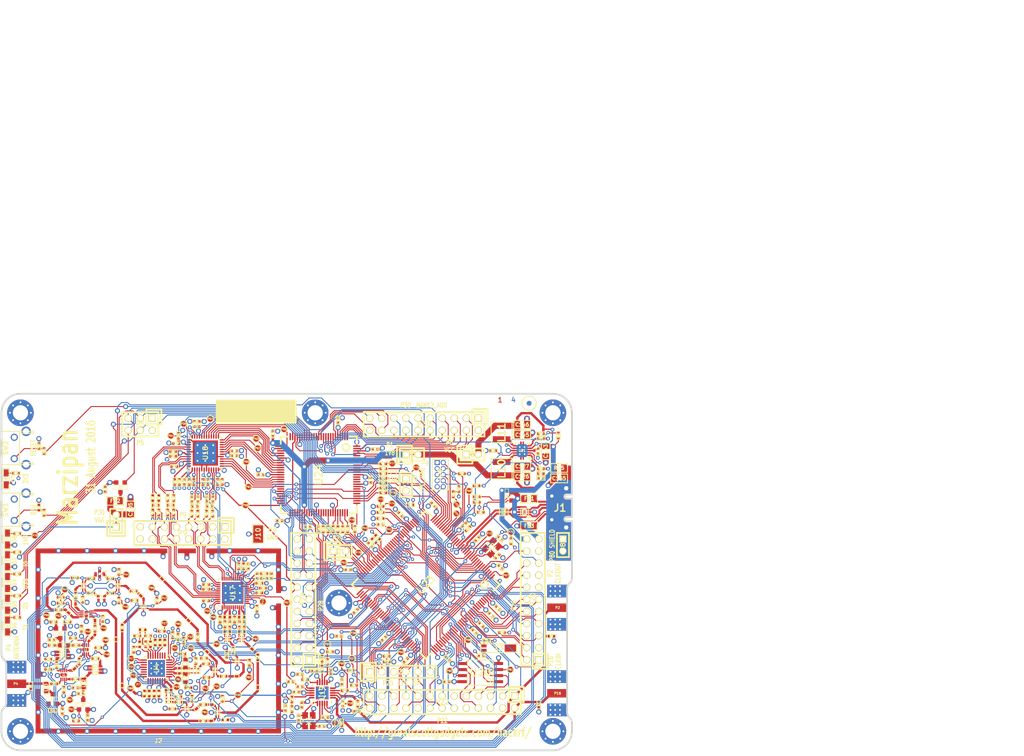
<source format=kicad_pcb>
(kicad_pcb (version 20221018) (generator pcbnew)
  (title_block (date "19 may 2014"))
  (layers (0 "F.Cu" signal "C1F") (1 "In1.Cu" signal "C2") (2 "In2.Cu" signal "C3") (31 "B.Cu" signal "C4B") (34 "B.Paste" user) (35 "F.Paste" user) (36 "B.SilkS" user "B.Silkscreen") (37 "F.SilkS" user "F.Silkscreen") (38 "B.Mask" user) (39 "F.Mask" user) (44 "Edge.Cuts" user))
  (net 0 "")
  (net 1 "!MIX_BYPASS")
  (net 2 "!RX_AMP_PWR")
  (net 3 "!TX_AMP_PWR")
  (net 4 "!VAA_ENABLE")
  (net 5 "+1.8V")
  (net 6 "/baseband/CLK0")
  (net 7 "/baseband/CLK1")
  (net 8 "/baseband/CLK2")
  (net 9 "/baseband/CLK3")
  (net 10 "/baseband/CLK5")
  (net 11 "/baseband/COM")
  (net 12 "/baseband/CPOUT+")
  (net 13 "/baseband/CPOUT-")
  (net 14 "/baseband/IA+")
  (net 15 "/baseband/IA-")
  (net 16 "/baseband/ID+")
  (net 17 "/baseband/ID-")
  (net 18 "/baseband/INTR")
  (net 19 "/baseband/OEB")
  (net 20 "/baseband/QA+")
  (net 21 "/baseband/QA-")
  (net 22 "/baseband/QD+")
  (net 23 "/baseband/QD-")
  (net 24 "/baseband/REFN")
  (net 25 "/baseband/REFP")
  (net 26 "/baseband/RXBBI+")
  (net 27 "/baseband/RXBBI-")
  (net 28 "/baseband/RXBBQ+")
  (net 29 "/baseband/RXBBQ-")
  (net 30 "/baseband/TXBBI+")
  (net 31 "/baseband/TXBBI-")
  (net 32 "/baseband/TXBBQ+")
  (net 33 "/baseband/TXBBQ-")
  (net 34 "/baseband/XA")
  (net 35 "/baseband/XB")
  (net 36 "/baseband/XCVR_CLKOUT")
  (net 37 "/baseband/XTAL2")
  (net 38 "/frontend/!ANT_BIAS")
  (net 39 "/frontend/REF_IN")
  (net 40 "/frontend/RX_AMP_OUT")
  (net 41 "/frontend/TX_AMP_IN")
  (net 42 "/frontend/TX_AMP_OUT")
  (net 43 "/mcu/usb/power/ADC0_0")
  (net 44 "/mcu/usb/power/ADC0_2")
  (net 45 "/mcu/usb/power/ADC0_5")
  (net 46 "/mcu/usb/power/ADC0_6")
  (net 47 "/mcu/usb/power/B1AUX13")
  (net 48 "/mcu/usb/power/B1AUX14")
  (net 49 "/mcu/usb/power/B2AUX1")
  (net 50 "/mcu/usb/power/B2AUX10")
  (net 51 "/mcu/usb/power/B2AUX11")
  (net 52 "/mcu/usb/power/B2AUX12")
  (net 53 "/mcu/usb/power/B2AUX13")
  (net 54 "/mcu/usb/power/B2AUX14")
  (net 55 "/mcu/usb/power/B2AUX15")
  (net 56 "/mcu/usb/power/B2AUX16")
  (net 57 "/mcu/usb/power/B2AUX2")
  (net 58 "/mcu/usb/power/B2AUX3")
  (net 59 "/mcu/usb/power/B2AUX4")
  (net 60 "/mcu/usb/power/B2AUX5")
  (net 61 "/mcu/usb/power/B2AUX6")
  (net 62 "/mcu/usb/power/B2AUX7")
  (net 63 "/mcu/usb/power/B2AUX8")
  (net 64 "/mcu/usb/power/B2AUX9")
  (net 65 "/mcu/usb/power/BANK2F3M1")
  (net 66 "/mcu/usb/power/BANK2F3M10")
  (net 67 "/mcu/usb/power/BANK2F3M11")
  (net 68 "/mcu/usb/power/BANK2F3M12")
  (net 69 "/mcu/usb/power/BANK2F3M14")
  (net 70 "/mcu/usb/power/BANK2F3M15")
  (net 71 "/mcu/usb/power/BANK2F3M16")
  (net 72 "/mcu/usb/power/BANK2F3M2")
  (net 73 "/mcu/usb/power/BANK2F3M3")
  (net 74 "/mcu/usb/power/BANK2F3M4")
  (net 75 "/mcu/usb/power/BANK2F3M5")
  (net 76 "/mcu/usb/power/BANK2F3M6")
  (net 77 "/mcu/usb/power/BANK2F3M7")
  (net 78 "/mcu/usb/power/BANK2F3M8")
  (net 79 "/mcu/usb/power/BANK2F3M9")
  (net 80 "/mcu/usb/power/CPLD_TCK")
  (net 81 "/mcu/usb/power/CPLD_TDI")
  (net 82 "/mcu/usb/power/CPLD_TDO")
  (net 83 "/mcu/usb/power/CPLD_TMS")
  (net 84 "/mcu/usb/power/DBGEN")
  (net 85 "/mcu/usb/power/DM")
  (net 86 "/mcu/usb/power/DP")
  (net 87 "/mcu/usb/power/EN1V8")
  (net 88 "/mcu/usb/power/GCK0")
  (net 89 "/mcu/usb/power/GPIO3_10")
  (net 90 "/mcu/usb/power/GPIO3_11")
  (net 91 "/mcu/usb/power/GPIO3_12")
  (net 92 "/mcu/usb/power/GPIO3_13")
  (net 93 "/mcu/usb/power/GPIO3_14")
  (net 94 "/mcu/usb/power/GPIO3_15")
  (net 95 "/mcu/usb/power/GPIO3_8")
  (net 96 "/mcu/usb/power/GPIO3_9")
  (net 97 "/mcu/usb/power/GP_CLKIN")
  (net 98 "/mcu/usb/power/I2C1_SCL")
  (net 99 "/mcu/usb/power/I2C1_SDA")
  (net 100 "/mcu/usb/power/I2S0_RX_MCLK")
  (net 101 "/mcu/usb/power/I2S0_RX_SCK")
  (net 102 "/mcu/usb/power/I2S0_RX_SDA")
  (net 103 "/mcu/usb/power/I2S0_RX_WS")
  (net 104 "/mcu/usb/power/I2S0_TX_MCLK")
  (net 105 "/mcu/usb/power/I2S0_TX_SCK")
  (net 106 "/mcu/usb/power/ISP")
  (net 107 "/mcu/usb/power/LED1")
  (net 108 "/mcu/usb/power/LED2")
  (net 109 "/mcu/usb/power/LED3")
  (net 110 "/mcu/usb/power/P1_1")
  (net 111 "/mcu/usb/power/P1_2")
  (net 112 "/mcu/usb/power/P2_13")
  (net 113 "/mcu/usb/power/P2_8")
  (net 114 "/mcu/usb/power/P2_9")
  (net 115 "/mcu/usb/power/REG_OUT1")
  (net 116 "/mcu/usb/power/REG_OUT2")
  (net 117 "/mcu/usb/power/RESET")
  (net 118 "/mcu/usb/power/RREF")
  (net 119 "/mcu/usb/power/RTCX1")
  (net 120 "/mcu/usb/power/RTCX2")
  (net 121 "/mcu/usb/power/RTC_ALARM")
  (net 122 "/mcu/usb/power/SD_CD")
  (net 123 "/mcu/usb/power/SD_CLK")
  (net 124 "/mcu/usb/power/SD_CMD")
  (net 125 "/mcu/usb/power/SD_DAT0")
  (net 126 "/mcu/usb/power/SD_DAT1")
  (net 127 "/mcu/usb/power/SD_DAT2")
  (net 128 "/mcu/usb/power/SD_DAT3")
  (net 129 "/mcu/usb/power/SD_POW")
  (net 130 "/mcu/usb/power/SD_VOLT0")
  (net 131 "/mcu/usb/power/SGPIO0")
  (net 132 "/mcu/usb/power/SGPIO1")
  (net 133 "/mcu/usb/power/SGPIO10")
  (net 134 "/mcu/usb/power/SGPIO11")
  (net 135 "/mcu/usb/power/SGPIO12")
  (net 136 "/mcu/usb/power/SGPIO13")
  (net 137 "/mcu/usb/power/SGPIO14")
  (net 138 "/mcu/usb/power/SGPIO15")
  (net 139 "/mcu/usb/power/SGPIO2")
  (net 140 "/mcu/usb/power/SGPIO3")
  (net 141 "/mcu/usb/power/SGPIO4")
  (net 142 "/mcu/usb/power/SGPIO5")
  (net 143 "/mcu/usb/power/SGPIO6")
  (net 144 "/mcu/usb/power/SGPIO7")
  (net 145 "/mcu/usb/power/SGPIO9")
  (net 146 "/mcu/usb/power/SPIFI_CS")
  (net 147 "/mcu/usb/power/SPIFI_MISO")
  (net 148 "/mcu/usb/power/SPIFI_MOSI")
  (net 149 "/mcu/usb/power/SPIFI_SCK")
  (net 150 "/mcu/usb/power/SPIFI_SIO2")
  (net 151 "/mcu/usb/power/SPIFI_SIO3")
  (net 152 "/mcu/usb/power/TCK")
  (net 153 "/mcu/usb/power/TDI")
  (net 154 "/mcu/usb/power/TDO")
  (net 155 "/mcu/usb/power/TMS")
  (net 156 "/mcu/usb/power/U0_RXD")
  (net 157 "/mcu/usb/power/U0_TXD")
  (net 158 "/mcu/usb/power/USB_SHIELD")
  (net 159 "/mcu/usb/power/VBAT")
  (net 160 "/mcu/usb/power/VBUS")
  (net 161 "/mcu/usb/power/VBUSCTRL")
  (net 162 "/mcu/usb/power/VIN")
  (net 163 "/mcu/usb/power/VREGMODE")
  (net 164 "/mcu/usb/power/WAKEUP")
  (net 165 "/mcu/usb/power/XTAL1")
  (net 166 "/mcu/usb/power/XTAL2")
  (net 167 "AMP_BYPASS")
  (net 168 "CLK6")
  (net 169 "CLKIN")
  (net 170 "CLKOUT")
  (net 171 "CS_AD")
  (net 172 "CS_XCVR")
  (net 173 "DA0")
  (net 174 "DA1")
  (net 175 "DA2")
  (net 176 "DA3")
  (net 177 "DA4")
  (net 178 "DA5")
  (net 179 "DA6")
  (net 180 "DA7")
  (net 181 "DD0")
  (net 182 "DD1")
  (net 183 "DD2")
  (net 184 "DD3")
  (net 185 "DD4")
  (net 186 "DD5")
  (net 187 "DD6")
  (net 188 "DD7")
  (net 189 "DD8")
  (net 190 "DD9")
  (net 191 "GCK1")
  (net 192 "GCK2")
  (net 193 "GND")
  (net 194 "HP")
  (net 195 "LP")
  (net 196 "MCU_CLK")
  (net 197 "MIXER_ENX")
  (net 198 "MIXER_RESETX")
  (net 199 "MIXER_SCLK")
  (net 200 "MIXER_SDATA")
  (net 201 "MIX_BYPASS")
  (net 202 "MIX_CLK")
  (net 203 "RSSI")
  (net 204 "RX")
  (net 205 "RXENABLE")
  (net 206 "RX_AMP")
  (net 207 "RX_IF")
  (net 208 "RX_MIX_BP")
  (net 209 "SCL")
  (net 210 "SDA")
  (net 211 "SGPIO_CLK")
  (net 212 "SSP1_MISO")
  (net 213 "SSP1_MOSI")
  (net 214 "SSP1_SCK")
  (net 215 "TX")
  (net 216 "TXENABLE")
  (net 217 "TX_AMP")
  (net 218 "TX_IF")
  (net 219 "TX_MIX_BP")
  (net 220 "VAA")
  (net 221 "VCC")
  (net 222 "XCVR_EN")
  (net 223 "Net-(C8-Pad2)")
  (net 224 "Net-(C9-Pad2)")
  (net 225 "Net-(C9-Pad1)")
  (net 226 "Net-(C12-Pad1)")
  (net 227 "Net-(C13-Pad1)")
  (net 228 "Net-(C14-Pad2)")
  (net 229 "Net-(C14-Pad1)")
  (net 230 "Net-(C15-Pad2)")
  (net 231 "Net-(C17-Pad2)")
  (net 232 "Net-(C17-Pad1)")
  (net 233 "Net-(C18-Pad2)")
  (net 234 "Net-(C18-Pad1)")
  (net 235 "Net-(C20-Pad2)")
  (net 236 "Net-(C20-Pad1)")
  (net 237 "Net-(C21-Pad2)")
  (net 238 "Net-(C21-Pad1)")
  (net 239 "Net-(C23-Pad2)")
  (net 240 "Net-(C23-Pad1)")
  (net 241 "Net-(C25-Pad1)")
  (net 242 "Net-(C26-Pad2)")
  (net 243 "Net-(C26-Pad1)")
  (net 244 "Net-(C27-Pad2)")
  (net 245 "Net-(C27-Pad1)")
  (net 246 "Net-(C28-Pad2)")
  (net 247 "Net-(C28-Pad1)")
  (net 248 "Net-(C31-Pad2)")
  (net 249 "Net-(C31-Pad1)")
  (net 250 "Net-(C32-Pad2)")
  (net 251 "Net-(C32-Pad1)")
  (net 252 "Net-(C43-Pad2)")
  (net 253 "Net-(C43-Pad1)")
  (net 254 "Net-(C44-Pad2)")
  (net 255 "Net-(C44-Pad1)")
  (net 256 "Net-(C46-Pad2)")
  (net 257 "Net-(C46-Pad1)")
  (net 258 "Net-(C48-Pad1)")
  (net 259 "Net-(C49-Pad2)")
  (net 260 "Net-(C50-Pad1)")
  (net 261 "Net-(C51-Pad2)")
  (net 262 "Net-(C51-Pad1)")
  (net 263 "Net-(C163-Pad2)")
  (net 264 "Net-(C58-Pad2)")
  (net 265 "Net-(C58-Pad1)")
  (net 266 "Net-(C59-Pad2)")
  (net 267 "Net-(C61-Pad2)")
  (net 268 "Net-(C61-Pad1)")
  (net 269 "Net-(C62-Pad2)")
  (net 270 "Net-(C64-Pad2)")
  (net 271 "Net-(C64-Pad1)")
  (net 272 "Net-(C99-Pad2)")
  (net 273 "Net-(C99-Pad1)")
  (net 274 "Net-(C102-Pad2)")
  (net 275 "Net-(C102-Pad1)")
  (net 276 "Net-(C104-Pad2)")
  (net 277 "Net-(C104-Pad1)")
  (net 278 "Net-(C105-Pad1)")
  (net 279 "Net-(C106-Pad1)")
  (net 280 "Net-(C111-Pad2)")
  (net 281 "Net-(C111-Pad1)")
  (net 282 "Net-(C114-Pad2)")
  (net 283 "Net-(C114-Pad1)")
  (net 284 "Net-(C125-Pad2)")
  (net 285 "Net-(C160-Pad1)")
  (net 286 "Net-(D2-Pad2)")
  (net 287 "Net-(D4-Pad2)")
  (net 288 "Net-(D5-Pad2)")
  (net 289 "Net-(D6-Pad2)")
  (net 290 "Net-(D7-Pad2)")
  (net 291 "Net-(D8-Pad2)")
  (net 292 "Net-(FB1-Pad1)")
  (net 293 "Net-(FB2-Pad1)")
  (net 294 "Net-(FB3-Pad1)")
  (net 295 "Net-(J1-Pad4)")
  (net 296 "Net-(J1-Pad3)")
  (net 297 "Net-(J1-Pad2)")
  (net 298 "Net-(L1-Pad2)")
  (net 299 "Net-(L1-Pad1)")
  (net 300 "Net-(L2-Pad1)")
  (net 301 "Net-(L3-Pad1)")
  (net 302 "Net-(L10-Pad1)")
  (net 303 "Net-(L11-Pad2)")
  (net 304 "Net-(L13-Pad1)")
  (net 305 "Net-(P6-Pad1)")
  (net 306 "Net-(P7-Pad1)")
  (net 307 "Net-(P17-Pad1)")
  (net 308 "Net-(P19-Pad1)")
  (net 309 "Net-(P24-Pad1)")
  (net 310 "Net-(P25-Pad3)")
  (net 311 "Net-(P26-Pad7)")
  (net 312 "Net-(R4-Pad2)")
  (net 313 "Net-(R30-Pad2)")
  (net 314 "Net-(R19-Pad2)")
  (net 315 "Net-(R51-Pad1)")
  (net 316 "Net-(R52-Pad2)")
  (net 317 "Net-(R55-Pad2)")
  (net 318 "Net-(R62-Pad1)")
  (net 319 "Net-(U4-Pad1)")
  (net 320 "Net-(U4-Pad2)")
  (net 321 "Net-(U4-Pad3)")
  (net 322 "Net-(U4-Pad11)")
  (net 323 "Net-(U4-Pad13)")
  (net 324 "Net-(U4-Pad14)")
  (net 325 "Net-(U4-Pad17)")
  (net 326 "Net-(U4-Pad18)")
  (net 327 "Net-(U4-Pad20)")
  (net 328 "Net-(U4-Pad21)")
  (net 329 "Net-(U9-Pad2)")
  (net 330 "Net-(U12-Pad2)")
  (net 331 "Net-(U14-Pad2)")
  (net 332 "Net-(U15-Pad4)")
  (net 333 "Net-(U15-Pad6)")
  (net 334 "Net-(U17-Pad3)")
  (net 335 "Net-(U17-Pad6)")
  (net 336 "Net-(U17-Pad8)")
  (net 337 "Net-(U17-Pad9)")
  (net 338 "Net-(U17-Pad12)")
  (net 339 "Net-(U17-Pad14)")
  (net 340 "Net-(U17-Pad18)")
  (net 341 "Net-(U17-Pad33)")
  (net 342 "Net-(U17-Pad34)")
  (net 343 "Net-(U17-Pad40)")
  (net 344 "Net-(U18-Pad38)")
  (net 345 "Net-(U23-Pad89)")
  (net 346 "Net-(U23-Pad90)")
  (net 347 "Net-(U23-Pad136)")
  (net 348 "Net-(U23-Pad138)")
  (net 349 "Net-(U23-Pad139)")
  (net 350 "Net-(U24-Pad14)")
  (net 351 "Net-(U24-Pad15)")
  (net 352 "Net-(U24-Pad16)")
  (net 353 "Net-(U24-Pad20)")
  (net 354 "Net-(U24-Pad25)")
  (net 355 "Net-(U24-Pad44)")
  (net 356 "Net-(U24-Pad46)")
  (net 357 "Net-(U24-Pad49)")
  (net 358 "Net-(U24-Pad50)")
  (net 359 "Net-(U24-Pad52)")
  (net 360 "Net-(U24-Pad53)")
  (net 361 "Net-(U24-Pad54)")
  (net 362 "Net-(U24-Pad58)")
  (net 363 "Net-(U24-Pad59)")
  (net 364 "Net-(U24-Pad60)")
  (net 365 "Net-(U24-Pad63)")
  (net 366 "Net-(U24-Pad65)")
  (net 367 "Net-(U24-Pad66)")
  (net 368 "Net-(U24-Pad68)")
  (net 369 "Net-(U24-Pad73)")
  (net 370 "Net-(U24-Pad75)")
  (net 371 "Net-(U24-Pad80)")
  (net 372 "Net-(U24-Pad82)")
  (net 373 "Net-(U24-Pad85)")
  (net 374 "Net-(U24-Pad86)")
  (net 375 "Net-(U24-Pad87)")
  (net 376 "Net-(U24-Pad93)")
  (net 377 "Net-(U24-Pad95)")
  (net 378 "Net-(U24-Pad96)")
  (footprint "gsg-modules:LTST-S220" (layer "F.Cu") (at 61.27 148.838 -90)
    (fp_text reference "D6")
    (fp_text value "TXLED" hide)
  )
  (footprint "gsg-modules:LTST-S220" (layer "F.Cu") (at 61.27 139.694 -90)
    (fp_text reference "D4")
    (fp_text value "USBLED" hide)
  )
  (footprint "gsg-modules:LTST-S220" (layer "F.Cu") (at 61.27 130.55 -90)
    (fp_text reference "D8")
    (fp_text value "1V8LED" hide)
  )
  (footprint "gsg-modules:LTST-S220" (layer "F.Cu") (at 61.27 144.266 -90)
    (fp_text reference "D5")
    (fp_text value "RXLED" hide)
  )
  (footprint "gsg-modules:LTST-S220" (layer "F.Cu") (at 61.27 135.122 -90)
    (fp_text reference "D2")
    (fp_text value "VAALED" hide)
  )
  (footprint "GSG-TESTPOINT-30MIL-MASKONLY" (layer "F.Cu") (at 89.31402 142.49908)
    (fp_text reference "TESTPOINT-30MIL-MASKONLY" hide)
    (fp_text value "VAL**" hide)
  )
  (footprint "GSG-TESTPOINT-30MIL-MASKONLY" (layer "F.Cu") (at 84.1046 151.6574)
    (fp_text reference "TESTPOINT-30MIL-MASKONLY" hide)
    (fp_text value "VAL**" hide)
  )
  (footprint "GSG-TESTPOINT-30MIL-MASKONLY" (layer "F.Cu") (at 75.57516 144.21358)
    (fp_text reference "TESTPOINT-30MIL-MASKONLY" hide)
    (fp_text value "VAL**" hide)
  )
  (footprint "GSG-TESTPOINT-30MIL-MASKONLY" (layer "F.Cu") (at 74.0537 146.1516)
    (fp_text reference "TESTPOINT-30MIL-MASKONLY" hide)
    (fp_text value "VAL**" hide)
  )
  (footprint "GSG-TESTPOINT-30MIL-MASKONLY" (layer "F.Cu") (at 93.782 138.932)
    (fp_text reference "TESTPOINT-30MIL-MASKONLY" hide)
    (fp_text value "VAL**" hide)
  )
  (footprint "GSG-TESTPOINT-30MIL-MASKONLY" (layer "F.Cu") (at 85.4 161.3602)
    (fp_text reference "TESTPOINT-30MIL-MASKONLY" hide)
    (fp_text value "VAL**" hide)
  )
  (footprint "GSG-TESTPOINT-30MIL-MASKONLY" (layer "F.Cu") (at 75.33894 157.8483)
    (fp_text reference "TESTPOINT-30MIL-MASKONLY" hide)
    (fp_text value "VAL**" hide)
  )
  (footprint "GSG-TESTPOINT-30MIL-MASKONLY" (layer "F.Cu") (at 79.0321 151.36114)
    (fp_text reference "TESTPOINT-30MIL-MASKONLY" hide)
    (fp_text value "VAL**" hide)
  )
  (footprint "GSG-TESTPOINT-30MIL-MASKONLY" (layer "F.Cu") (at 113.919 161.74974)
    (fp_text reference "TESTPOINT-30MIL-MASKONLY" hide)
    (fp_text value "VAL**" hide)
  )
  (footprint "GSG-TESTPOINT-30MIL-MASKONLY" (layer "F.Cu") (at 104.11206 168.79824)
    (fp_text reference "TESTPOINT-30MIL-MASKONLY" hide)
    (fp_text value "VAL**" hide)
  )
  (footprint "GSG-TESTPOINT-30MIL-MASKONLY" (layer "F.Cu") (at 104.25176 165.37432)
    (fp_text reference "TESTPOINT-30MIL-MASKONLY" hide)
    (fp_text value "VAL**" hide)
  )
  (footprint "GSG-TESTPOINT-30MIL-MASKONLY" (layer "F.Cu") (at 101.0158 166.26332)
    (fp_text reference "TESTPOINT-30MIL-MASKONLY" hide)
    (fp_text value "VAL**" hide)
  )
  (footprint "GSG-TESTPOINT-30MIL-MASKONLY" (layer "F.Cu") (at 79.6671 147.71116)
    (fp_text reference "TESTPOINT-30MIL-MASKONLY" hide)
    (fp_text value "VAL**" hide)
  )
  (footprint "GSG-TESTPOINT-30MIL-MASKONLY" (layer "F.Cu") (at 109.47654 159.42564)
    (fp_text reference "TESTPOINT-30MIL-MASKONLY" hide)
    (fp_text value "VAL**" hide)
  )
  (footprint "GSG-TESTPOINT-30MIL-MASKONLY" (layer "F.Cu") (at 99.36226 147.6883)
    (fp_text reference "TESTPOINT-30MIL-MASKONLY" hide)
    (fp_text value "VAL**" hide)
  )
  (footprint "GSG-TESTPOINT-30MIL-MASKONLY" (layer "F.Cu") (at 103.23068 154.2796)
    (fp_text reference "TESTPOINT-30MIL-MASKONLY" hide)
    (fp_text value "VAL**" hide)
  )
  (footprint "GSG-TESTPOINT-30MIL-MASKONLY" (layer "F.Cu") (at 112.71504 153.71064)
    (fp_text reference "TESTPOINT-30MIL-MASKONLY" hide)
    (fp_text value "VAL**" hide)
  )
  (footprint "gsg-modules:LTST-S220" (layer "F.Cu") (at 61 117.9 -90)
    (fp_text reference "D7")
    (fp_text value "VCCLED" hide)
  )
  (footprint "GSG-MARK1MM" (layer "F.Cu") (at 171 102)
    (fp_text reference "MARK1MM" hide)
    (fp_text value "VAL**" hide)
  )
  (footprint "hackrf:GSG-0402" (layer "F.Cu") (at 91.0964 163.0468 -90)
    (fp_text reference "C1")
    (fp_text value "33pF" hide)
  )
  (footprint "hackrf:GSG-0402" (layer "F.Cu") (at 90.0804 163.0468 -90)
    (fp_text reference "C2")
    (fp_text value "10nF" hide)
  )
  (footprint "hackrf:GSG-0402" (layer "F.Cu") (at 93.1284 163.0468 -90)
    (fp_text reference "C3")
    (fp_text value "33pF" hide)
  )
  (footprint "hackrf:GSG-0402" (layer "F.Cu") (at 92.1124 163.0468 -90)
    (fp_text reference "C4")
    (fp_text value "10nF" hide)
  )
  (footprint "hackrf:GSG-0402" (layer "F.Cu") (at 92.341 152.328 90)
    (fp_text reference "C5")
    (fp_text value "33pF" hide)
  )
  (footprint "hackrf:GSG-0402" (layer "F.Cu") (at 93.357 152.328 90)
    (fp_text reference "C6")
    (fp_text value "10nF" hide)
  )
  (footprint "hackrf:GSG-0402" (layer "F.Cu") (at 107.084 168.5762 180)
    (fp_text reference "C7")
    (fp_text value "33pF" hide)
  )
  (footprint "hackrf:GSG-0402" (layer "F.Cu") (at 113.919 155.448 -90)
    (fp_text reference "C8")
    (fp_text value "22pF" hide)
  )
  (footprint "hackrf:GSG-0402" (layer "F.Cu") (at 85.4 149.1682 90)
    (fp_text reference "C9")
    (fp_text value "100nF" hide)
  )
  (footprint "hackrf:GSG-0402" (layer "F.Cu") (at 87.9808 143.4816)
    (fp_text reference "C10")
    (fp_text value "33pF" hide)
  )
  (footprint "hackrf:GSG-0402" (layer "F.Cu") (at 84.7138 143.4622 90)
    (fp_text reference "C11")
    (fp_text value "33pF" hide)
  )
  (footprint "hackrf:GSG-0402" (layer "F.Cu") (at 87.7944 153.8266 -90)
    (fp_text reference "C12")
    (fp_text value "330pF" hide)
  )
  (footprint "hackrf:GSG-0402" (layer "F.Cu") (at 88.5564 150.9056 180)
    (fp_text reference "C13")
    (fp_text value "330pF" hide)
  )
  (footprint "hackrf:GSG-0402" (layer "F.Cu") (at 90.3344 152.6836 90)
    (fp_text reference "C14")
    (fp_text value "8p2" hide)
  )
  (footprint "hackrf:GSG-0402" (layer "F.Cu") (at 90.8424 150.9056)
    (fp_text reference "C15")
    (fp_text value "180pF" hide)
  )
  (footprint "hackrf:GSG-0402" (layer "F.Cu") (at 106.4998 164.1566 90)
    (fp_text reference "C16")
    (fp_text value "33pF" hide)
  )
  (footprint "hackrf:GSG-0402" (layer "F.Cu") (at 82.9358 141.9382)
    (fp_text reference "C17")
    (fp_text value "100nF" hide)
  )
  (footprint "hackrf:GSG-0402" (layer "F.Cu") (at 78.8718 141.9382)
    (fp_text reference "C18")
    (fp_text value "100nF" hide)
  )
  (footprint "hackrf:GSG-0402" (layer "F.Cu") (at 77.0938 143.3352 90)
    (fp_text reference "C19")
    (fp_text value "33pF" hide)
  )
  (footprint "hackrf:GSG-0402" (layer "F.Cu") (at 87.8078 141.5288)
    (fp_text reference "C20")
    (fp_text value "100nF" hide)
  )
  (footprint "hackrf:GSG-0402" (layer "F.Cu") (at 102.4382 165.3794 180)
    (fp_text reference "C21")
    (fp_text value "22pF" hide)
  )
  (footprint "hackrf:GSG-0402" (layer "F.Cu") (at 95.9732 166.2726)
    (fp_text reference "C22")
    (fp_text value "33pF" hide)
  )
  (footprint "hackrf:GSG-0402" (layer "F.Cu") (at 101.2698 151.1808 90)
    (fp_text reference "C23")
    (fp_text value "100nF" hide)
  )
  (footprint "hackrf:GSG-0402" (layer "F.Cu") (at 92.6798 143.4816 -90)
    (fp_text reference "C24")
    (fp_text value "33pF" hide)
  )
  (footprint "hackrf:GSG-0402" (layer "F.Cu") (at 97.1924 163.7326)
    (fp_text reference "C25")
    (fp_text value "100nF" hide)
  )
  (footprint "hackrf:GSG-0402" (layer "F.Cu") (at 78.8718 138.8902 180)
    (fp_text reference "C26")
    (fp_text value "47pF" hide)
  )
  (footprint "hackrf:GSG-0402" (layer "F.Cu") (at 82.9358 138.8902)
    (fp_text reference "C27")
    (fp_text value "47pF" hide)
  )
  (footprint "hackrf:GSG-0402" (layer "F.Cu") (at 97.1924 164.8756)
    (fp_text reference "C28")
    (fp_text value "100nF" hide)
  )
  (footprint "hackrf:GSG-0402" (layer "F.Cu") (at 75.4174 138.7124 180)
    (fp_text reference "C29")
    (fp_text value "33pF" hide)
  )
  (footprint "hackrf:GSG-0402" (layer "F.Cu") (at 84.7138 137.4932 90)
    (fp_text reference "C30")
    (fp_text value "33pF" hide)
  )
  (footprint "hackrf:GSG-0402" (layer "F.Cu") (at 75.5952 142.4462 90)
    (fp_text reference "C31")
    (fp_text value "100nF" hide)
  )
  (footprint "hackrf:GSG-0402" (layer "F.Cu") (at 102.4382 168.8084 180)
    (fp_text reference "C32")
    (fp_text value "22pF" hide)
  )
  (footprint "hackrf:GSG-0402" (layer "F.Cu") (at 100.1134 164.139 90)
    (fp_text reference "C33")
    (fp_text value "33pF" hide)
  )
  (footprint "hackrf:GSG-0402" (layer "F.Cu") (at 98.31 151.9216 90)
    (fp_text reference "C34")
    (fp_text value "33pF" hide)
  )
  (footprint "hackrf:GSG-0402" (layer "F.Cu") (at 97.167 151.1596 90)
    (fp_text reference "C35")
    (fp_text value "33pF" hide)
  )
  (footprint "hackrf:GSG-0402" (layer "F.Cu") (at 96.024 150.7786 90)
    (fp_text reference "C36")
    (fp_text value "33pF" hide)
  )
  (footprint "hackrf:GSG-0402" (layer "F.Cu") (at 93.738 149.915 180)
    (fp_text reference "C37")
    (fp_text value "33pF" hide)
  )
  (footprint "hackrf:GSG-0402" (layer "F.Cu") (at 72.4456 142.8272)
    (fp_text reference "C38")
    (fp_text value "33pF" hide)
  )
  (footprint "hackrf:GSG-0402" (layer "F.Cu") (at 81.3054 147.3454 90)
    (fp_text reference "C39")
    (fp_text value "33pF" hide)
  )
  (footprint "hackrf:GSG-0402" (layer "F.Cu") (at 72.4456 144.0718)
    (fp_text reference "C40")
    (fp_text value "33pF" hide)
  )
  (footprint "hackrf:GSG-0402" (layer "F.Cu") (at 99.326 161.8276)
    (fp_text reference "C41")
    (fp_text value "100pF" hide)
  )
  (footprint "hackrf:GSG-0402" (layer "F.Cu") (at 98.056 154.7156 180)
    (fp_text reference "C42")
    (fp_text value "100pF" hide)
  )
  (footprint "hackrf:GSG-0402" (layer "F.Cu") (at 72.009 145.415 180)
    (fp_text reference "C43")
    (fp_text value "22pF" hide)
  )
  (footprint "hackrf:GSG-0402" (layer "F.Cu") (at 79.6798 149.4282 90)
    (fp_text reference "C44")
    (fp_text value "100nF" hide)
  )
  (footprint "hackrf:GSG-0402" (layer "F.Cu") (at 102.5906 155.6512)
    (fp_text reference "C45")
    (fp_text value "33pF" hide)
  )
  (footprint "hackrf:GSG-0402" (layer "F.Cu") (at 103.0478 156.7942 180)
    (fp_text reference "C46")
    (fp_text value "100nF" hide)
  )
  (footprint "hackrf:GSG-0402" (layer "F.Cu") (at 112.1664 156.5656 90)
    (fp_text reference "C47")
    (fp_text value "33pF" hide)
  )
  (footprint "hackrf:GSG-0402" (layer "F.Cu") (at 108.7374 154.0002 90)
    (fp_text reference "C48")
    (fp_text value "22pF" hide)
  )
  (footprint "hackrf:GSG-0402" (layer "F.Cu") (at 100.85 156.2396 -90)
    (fp_text reference "C49")
    (fp_text value "100nF" hide)
  )
  (footprint "hackrf:GSG-0402" (layer "F.Cu") (at 75.678 152.92)
    (fp_text reference "C50")
    (fp_text value "100nF" hide)
  )
  (footprint "hackrf:GSG-0402" (layer "F.Cu") (at 106.7414 159.434 180)
    (fp_text reference "C51")
    (fp_text value "22pF" hide)
  )
  (footprint "hackrf:GSG-0402" (layer "F.Cu") (at 70.598 152.92 180)
    (fp_text reference "C52")
    (fp_text value "100pF" hide)
  )
  (footprint "hackrf:GSG-0402" (layer "F.Cu") (at 70.9474 147.9998 180)
    (fp_text reference "C53")
    (fp_text value "1uF" hide)
  )
  (footprint "hackrf:GSG-0402" (layer "F.Cu") (at 103.124 159.6644 180)
    (fp_text reference "C54")
    (fp_text value "33pF" hide)
  )
  (footprint "hackrf:GSG-0402" (layer "F.Cu") (at 80.377 153.428)
    (fp_text reference "C55")
    (fp_text value "33pF" hide)
  )
  (footprint "hackrf:GSG-0402" (layer "F.Cu") (at 107.3912 154.8638 90)
    (fp_text reference "C56")
    (fp_text value "33pF" hide)
  )
  (footprint "hackrf:GSG-0402" (layer "F.Cu") (at 76.835 149.4282 90)
    (fp_text reference "C57")
    (fp_text value "33pF" hide)
  )
  (footprint "hackrf:GSG-0402" (layer "F.Cu") (at 71.614 157.111 90)
    (fp_text reference "C58")
    (fp_text value "100nF" hide)
  )
  (footprint "hackrf:GSG-0402" (layer "F.Cu") (at 79.742 155.714)
    (fp_text reference "C59")
    (fp_text value "100nF" hide)
  )
  (footprint "hackrf:GSG-0402" (layer "F.Cu") (at 75.043 151.396)
    (fp_text reference "C60")
    (fp_text value "33pF" hide)
  )
  (footprint "hackrf:GSG-0402" (layer "F.Cu") (at 76.3638 156.3236 90)
    (fp_text reference "C61")
    (fp_text value "100nF" hide)
  )
  (footprint "hackrf:GSG-0402" (layer "F.Cu") (at 75.551 160.032)
    (fp_text reference "C62")
    (fp_text value "100nF" hide)
  )
  (footprint "hackrf:GSG-0402" (layer "F.Cu") (at 73.0872 162.2418 -90)
    (fp_text reference "C63")
    (fp_text value "33pF" hide)
  )
  (footprint "hackrf:GSG-0402" (layer "F.Cu") (at 71.1 161 180)
    (fp_text reference "C64")
    (fp_text value "100nF" hide)
  )
  (footprint "hackrf:GSG-0402" (layer "F.Cu") (at 69.836 158)
    (fp_text reference "C65")
    (fp_text value "33pF" hide)
  )
  (footprint "hackrf:GSG-0402" (layer "F.Cu") (at 69.836 155.841)
    (fp_text reference "C66")
    (fp_text value "33pF" hide)
  )
  (footprint "hackrf:GSG-0402" (layer "F.Cu") (at 121.0802 164.2964 -90)
    (fp_text reference "C67")
    (fp_text value "33pF" hide)
  )
  (footprint "hackrf:GSG-0402" (layer "F.Cu") (at 127.4624 155.7214 90)
    (fp_text reference "C68")
    (fp_text value "100pF" hide)
  )
  (footprint "hackrf:GSG-0402" (layer "F.Cu") (at 129.088 154.2736)
    (fp_text reference "C69")
    (fp_text value "100pF" hide)
  )
  (footprint "hackrf:GSG-0402" (layer "F.Cu") (at 121.0802 166.3284 -90)
    (fp_text reference "C70")
    (fp_text value "100pF" hide)
  )
  (footprint "hackrf:GSG-0402" (layer "F.Cu") (at 100.4824 118.5578 -90)
    (fp_text reference "C71")
    (fp_text value "100nF" hide)
  )
  (footprint "hackrf:GSG-0402" (layer "F.Cu") (at 99.4664 118.5578 -90)
    (fp_text reference "C72")
    (fp_text value "2.2uF" hide)
  )
  (footprint "hackrf:GSG-0402" (layer "F.Cu") (at 103.4034 118.5578 -90)
    (fp_text reference "C73")
    (fp_text value "100nF" hide)
  )
  (footprint "hackrf:GSG-0402" (layer "F.Cu") (at 102.3874 118.5578 -90)
    (fp_text reference "C74")
    (fp_text value "2.2uF" hide)
  )
  (footprint "hackrf:GSG-0402" (layer "F.Cu") (at 105.4354 118.5578 -90)
    (fp_text reference "C75")
    (fp_text value "100nF" hide)
  )
  (footprint "hackrf:GSG-0402" (layer "F.Cu") (at 106.4514 118.5578 -90)
    (fp_text reference "C76")
    (fp_text value "2.2uF" hide)
  )
  (footprint "hackrf:GSG-0402" (layer "F.Cu") (at 101.6254 106.3658 90)
    (fp_text reference "C77")
    (fp_text value "100nF" hide)
  )
  (footprint "hackrf:GSG-0402" (layer "F.Cu") (at 100.6094 106.3658 90)
    (fp_text reference "C78")
    (fp_text value "2.2uF" hide)
  )
  (footprint "hackrf:GSG-0402" (layer "F.Cu") (at 96.7359 110.4933 180)
    (fp_text reference "C79")
    (fp_text value "100nF" hide)
  )
  (footprint "hackrf:GSG-0402" (layer "F.Cu") (at 97.2439 108.8423 90)
    (fp_text reference "C80")
    (fp_text value "2.2uF" hide)
  )
  (footprint "hackrf:GSG-0402" (layer "F.Cu") (at 96.1009 113.1603 180)
    (fp_text reference "C81")
    (fp_text value "100nF" hide)
  )
  (footprint "hackrf:GSG-0402" (layer "F.Cu") (at 96.1009 112.1443 180)
    (fp_text reference "C82")
    (fp_text value "2.2uF" hide)
  )
  (footprint "hackrf:GSG-0402" (layer "F.Cu") (at 96.3549 115.3193 180)
    (fp_text reference "C83")
    (fp_text value "100nF" hide)
  )
  (footprint "hackrf:GSG-0402" (layer "F.Cu") (at 105.9815 147.4851 -90)
    (fp_text reference "C84")
    (fp_text value "22pF" hide)
  )
  (footprint "hackrf:GSG-0402" (layer "F.Cu") (at 109.0295 147.4851 -90)
    (fp_text reference "C85")
    (fp_text value "22pF" hide)
  )
  (footprint "hackrf:GSG-0402" (layer "F.Cu") (at 113.7285 145.1991 -90)
    (fp_text reference "C86")
    (fp_text value "22pF" hide)
  )
  (footprint "hackrf:GSG-0402" (layer "F.Cu") (at 114.2365 141.8971)
    (fp_text reference "C87")
    (fp_text value "10nF" hide)
  )
  (footprint "hackrf:GSG-0402" (layer "F.Cu") (at 114.9985 140.8811)
    (fp_text reference "C88")
    (fp_text value "10nF" hide)
  )
  (footprint "hackrf:GSG-0402" (layer "F.Cu") (at 114.2365 139.8651)
    (fp_text reference "C89")
    (fp_text value "10nF" hide)
  )
  (footprint "hackrf:GSG-0402" (layer "F.Cu") (at 109.9185 136.3091 90)
    (fp_text reference "C90")
    (fp_text value "100pF" hide)
  )
  (footprint "hackrf:GSG-0402" (layer "F.Cu") (at 110.9345 136.3091 90)
    (fp_text reference "C91")
    (fp_text value "100nF" hide)
  )
  (footprint "hackrf:GSG-0402" (layer "F.Cu") (at 103.0605 140.1191 180)
    (fp_text reference "C92")
    (fp_text value "10nF" hide)
  )
  (footprint "hackrf:GSG-0402" (layer "F.Cu") (at 103.0605 141.1351 180)
    (fp_text reference "C93")
    (fp_text value "10nF" hide)
  )
  (footprint "hackrf:GSG-0402" (layer "F.Cu") (at 103.0605 143.5481 180)
    (fp_text reference "C94")
    (fp_text value "22pF" hide)
  )
  (footprint "hackrf:GSG-0402" (layer "F.Cu") (at 92.456 123.46)
    (fp_text reference "C95")
    (fp_text value "22pF" hide)
  )
  (footprint "hackrf:GSG-0402" (layer "F.Cu") (at 95.5802 123.46)
    (fp_text reference "C96")
    (fp_text value "22pF" hide)
  )
  (footprint "hackrf:GSG-0402" (layer "F.Cu") (at 96.4184 118.5578 -90)
    (fp_text reference "C97")
    (fp_text value "330nF" hide)
  )
  (footprint "hackrf:GSG-0402" (layer "F.Cu") (at 97.4344 118.5578 -90)
    (fp_text reference "C98")
    (fp_text value "330nF" hide)
  )
  (footprint "hackrf:GSG-0402" (layer "F.Cu") (at 106.9975 148.5011 -90)
    (fp_text reference "C99")
    (fp_text value "22pF" hide)
  )
  (footprint "hackrf:GSG-0402" (layer "F.Cu") (at 98.4504 118.5578 -90)
    (fp_text reference "C100")
    (fp_text value "330nF" hide)
  )
  (footprint "hackrf:GSG-0402" (layer "F.Cu") (at 100.6475 123.7013)
    (fp_text reference "C101")
    (fp_text value "22pF" hide)
  )
  (footprint "hackrf:GSG-0402" (layer "F.Cu") (at 108.0135 148.5011 -90)
    (fp_text reference "C102")
    (fp_text value "22pF" hide)
  )
  (footprint "hackrf:GSG-0402" (layer "F.Cu") (at 103.7717 123.7013)
    (fp_text reference "C103")
    (fp_text value "22pF" hide)
  )
  (footprint "hackrf:GSG-0402" (layer "F.Cu") (at 110.0455 148.5011 -90)
    (fp_text reference "C104")
    (fp_text value "3pF" hide)
  )
  (footprint "hackrf:GSG-0805" (layer "F.Cu") (at 87.1526 124.3524 90)
    (fp_text reference "C105")
    (fp_text value "10uF" hide)
  )
  (footprint "hackrf:GSG-0402" (layer "F.Cu") (at 111.9505 136.3091 90)
    (fp_text reference "C106")
    (fp_text value "1uF" hide)
  )
  (footprint "hackrf:GSG-0402" (layer "F.Cu") (at 104.4702 122.1646 90)
    (fp_text reference "C107")
    (fp_text value "22pF" hide)
  )
  (footprint "hackrf:GSG-0402" (layer "F.Cu") (at 103.2002 122.1646 90)
    (fp_text reference "C108")
    (fp_text value "22pF" hide)
  )
  (footprint "hackrf:GSG-0402" (layer "F.Cu") (at 101.346 122.1646 90)
    (fp_text reference "C109")
    (fp_text value "22pF" hide)
  )
  (footprint "hackrf:GSG-0402" (layer "F.Cu") (at 100.076 122.1646 90)
    (fp_text reference "C110")
    (fp_text value "22pF" hide)
  )
  (footprint "hackrf:GSG-0402" (layer "F.Cu") (at 111.0615 148.5011 -90)
    (fp_text reference "C111")
    (fp_text value "3pF" hide)
  )
  (footprint "hackrf:GSG-0402" (layer "F.Cu") (at 113.7285 138.3411 -90)
    (fp_text reference "C112")
    (fp_text value "180pF" hide)
  )
  (footprint "hackrf:GSG-0402" (layer "F.Cu") (at 123.1512 165.466 -90)
    (fp_text reference "C113")
    (fp_text value "100nF" hide)
  )
  (footprint "hackrf:GSG-0402" (layer "F.Cu") (at 116.7765 138.3411 -90)
    (fp_text reference "C114")
    (fp_text value "3.3nF" hide)
  )
  (footprint "hackrf:GSG-0402" (layer "F.Cu") (at 122.8142 161.6142 180)
    (fp_text reference "C115")
    (fp_text value "33pF" hide)
  )
  (footprint "hackrf:GSG-0402" (layer "F.Cu") (at 120.8584 160.5474 180)
    (fp_text reference "C116")
    (fp_text value "47pF" hide)
  )
  (footprint "hackrf:GSG-0402" (layer "F.Cu") (at 160.9 155.1 180)
    (fp_text reference "C118")
    (fp_text value "18pF" hide)
  )
  (footprint "hackrf:GSG-0402" (layer "F.Cu") (at 129.2472 158.481 90)
    (fp_text reference "C119")
    (fp_text value "100nF" hide)
  )
  (footprint "hackrf:GSG-0402" (layer "F.Cu") (at 131.628 160.6236 90)
    (fp_text reference "C120")
    (fp_text value "100nF" hide)
  )
  (footprint "hackrf:GSG-0402" (layer "F.Cu") (at 122.0268 162.7064 180)
    (fp_text reference "C121")
    (fp_text value "100nF" hide)
  )
  (footprint "hackrf:GSG-0402" (layer "F.Cu") (at 125.8368 158.3122 180)
    (fp_text reference "C122")
    (fp_text value "100nF" hide)
  )
  (footprint "hackrf:GSG-0402" (layer "F.Cu") (at 108.9914 113.0587)
    (fp_text reference "C123")
    (fp_text value "100nF" hide)
  )
  (footprint "hackrf:GSG-0402" (layer "F.Cu") (at 108.9914 112.0427)
    (fp_text reference "C124")
    (fp_text value "2.2uF" hide)
  )
  (footprint "hackrf:GSG-0402" (layer "F.Cu") (at 173.467 117.7932 180)
    (fp_text reference "C125")
    (fp_text value "33pF" hide)
  )
  (footprint "hackrf:GSG-0805" (layer "F.Cu") (at 169.53 117.4122)
    (fp_text reference "C126")
    (fp_text value "10uF" hide)
  )
  (footprint "hackrf:GSG-0805" (layer "F.Cu") (at 169.53 115.2532)
    (fp_text reference "C127")
    (fp_text value "10uF" hide)
  )
  (footprint "hackrf:GSG-0402" (layer "F.Cu") (at 150.84628 123.279349 135)
    (fp_text reference "C128")
    (fp_text value "100nF" hide)
  )
  (footprint "hackrf:GSG-0402" (layer "F.Cu") (at 143.931482 125.344808 135)
    (fp_text reference "C129")
    (fp_text value "100nF" hide)
  )
  (footprint "hackrf:GSG-0402" (layer "F.Cu") (at 137.555501 131.72079 135)
    (fp_text reference "C130")
    (fp_text value "100nF" hide)
  )
  (footprint "hackrf:GSG-0402" (layer "F.Cu") (at 132.898 137.0016 180)
    (fp_text reference "C131")
    (fp_text value "100nF" hide)
  )
  (footprint "hackrf:GSG-0402" (layer "F.Cu") (at 134.4982 145.7138 -135)
    (fp_text reference "C132")
    (fp_text value "100nF" hide)
  )
  (footprint "hackrf:GSG-0402" (layer "F.Cu") (at 140.429183 151.477353 -135)
    (fp_text reference "C133")
    (fp_text value "100nF" hide)
  )
  (footprint "hackrf:GSG-0402" (layer "F.Cu") (at 145.009113 156.057284 -135)
    (fp_text reference "C134")
    (fp_text value "100nF" hide)
  )
  (footprint "hackrf:GSG-0402" (layer "F.Cu") (at 153.809764 155.698074 -45)
    (fp_text reference "C135")
    (fp_text value "100nF" hide)
  )
  (footprint "hackrf:GSG-0402" (layer "F.Cu") (at 159.467325 150.040512 -45)
    (fp_text reference "C136")
    (fp_text value "100nF" hide)
  )
  (footprint "hackrf:GSG-0402" (layer "F.Cu") (at 160.904166 148.603671 -45)
    (fp_text reference "C137")
    (fp_text value "100nF" hide)
  )
  (footprint "hackrf:GSG-0402" (layer "F.Cu") (at 162.969625 146.538212 -45)
    (fp_text reference "C138")
    (fp_text value "100nF" hide)
  )
  (footprint "hackrf:GSG-0402" (layer "F.Cu") (at 164.406466 145.101371 -45)
    (fp_text reference "C139")
    (fp_text value "100nF" hide)
  )
  (footprint "hackrf:GSG-0402" (layer "F.Cu") (at 164.945282 136.480325 -45)
    (fp_text reference "C140")
    (fp_text value "100nF" hide)
  )
  (footprint "hackrf:GSG-0402" (layer "F.Cu") (at 157.312064 127.589872 45)
    (fp_text reference "C141")
    (fp_text value "100nF" hide)
  )
  (footprint "hackrf:GSG-0402" (layer "F.Cu") (at 160.095943 130.553356 45)
    (fp_text reference "C142")
    (fp_text value "100nF" hide)
  )
  (footprint "hackrf:GSG-0805" (layer "F.Cu") (at 174.483 112.0782 -90)
    (fp_text reference "C143")
    (fp_text value "10uF" hide)
  )
  (footprint "hackrf:GSG-0402" (layer "F.Cu") (at 153.6192 160.5788 180)
    (fp_text reference "C144")
    (fp_text value "100nF" hide)
  )
  (footprint "hackrf:GSG-0805" (layer "F.Cu") (at 169.53 108.6492 180)
    (fp_text reference "C145")
    (fp_text value "10uF" hide)
  )
  (footprint "hackrf:GSG-0805" (layer "F.Cu") (at 169.53 106.4902 180)
    (fp_text reference "C146")
    (fp_text value "10uF" hide)
  )
  (footprint "hackrf:GSG-0402" (layer "F.Cu") (at 172.832 112.0782 -90)
    (fp_text reference "C147")
    (fp_text value "100nF" hide)
  )
  (footprint "hackrf:GSG-0402" (layer "F.Cu") (at 137.668 118.1608 -90)
    (fp_text reference "C148")
    (fp_text value "100nF" hide)
  )
  (footprint "hackrf:GSG-0402" (layer "F.Cu") (at 138.5876 111.7032)
    (fp_text reference "C149")
    (fp_text value "100nF" hide)
  )
  (footprint "hackrf:GSG-0402" (layer "F.Cu") (at 130.81 105.5878 90)
    (fp_text reference "C150")
    (fp_text value "100nF" hide)
  )
  (footprint "hackrf:GSG-0402" (layer "F.Cu") (at 117.094 108.3818 90)
    (fp_text reference "C151")
    (fp_text value "100nF" hide)
  )
  (footprint "hackrf:GSG-0402" (layer "F.Cu") (at 124.4144 128.01)
    (fp_text reference "C152")
    (fp_text value "100nF" hide)
  )
  (footprint "hackrf:GSG-0402" (layer "F.Cu") (at 114.554 117.0178 180)
    (fp_text reference "C153")
    (fp_text value "100nF" hide)
  )
  (footprint "hackrf:GSG-0402" (layer "F.Cu") (at 118.4962 126.6892 180)
    (fp_text reference "C154")
    (fp_text value "100nF" hide)
  )
  (footprint "hackrf:GSG-0805" (layer "F.Cu") (at 177.3 117.8 180)
    (fp_text reference "C155")
    (fp_text value "DNP" hide)
  )
  (footprint "hackrf:GSG-0402" (layer "F.Cu") (at 122.7634 158.998 180)
    (fp_text reference "C156")
    (fp_text value "47pF" hide)
  )
  (footprint "hackrf:GSG-0402" (layer "F.Cu") (at 164.316664 134.235261 45)
    (fp_text reference "C157")
    (fp_text value "18pF" hide)
  )
  (footprint "hackrf:GSG-0402" (layer "F.Cu") (at 164.855479 130.463554 -45)
    (fp_text reference "C158")
    (fp_text value "18pF" hide)
  )
  (footprint "hackrf:GSG-0402" (layer "F.Cu") (at 130.993 150.9716 180)
    (fp_text reference "C159")
    (fp_text value "100pF" hide)
  )
  (footprint "hackrf:GSG-0402" (layer "F.Cu") (at 75.551 161.81 180)
    (fp_text reference "C160")
    (fp_text value "100pF" hide)
  )
  (footprint "hackrf:GSG-0402" (layer "F.Cu") (at 78.1057 168.1848 -90)
    (fp_text reference "C161")
    (fp_text value "1uF" hide)
  )
  (footprint "hackrf:GSG-0402" (layer "F.Cu") (at 76.694 163.08)
    (fp_text reference "C162")
    (fp_text value "10nF" hide)
  )
  (footprint "hackrf:GSG-0402" (layer "F.Cu") (at 70.598 151.777)
    (fp_text reference "C163")
    (fp_text value "10nF" hide)
  )
  (footprint "hackrf:GSG-0402" (layer "F.Cu") (at 162 151.9)
    (fp_text reference "C164")
    (fp_text value "18pF" hide)
  )
  (footprint "hackrf:GSG-0402" (layer "F.Cu") (at 134.7014 166.7958 180)
    (fp_text reference "C165")
    (fp_text value "100pF" hide)
  )
  (footprint "hackrf:GSG-0402" (layer "F.Cu") (at 119.7154 166.1354 -90)
    (fp_text reference "C166")
    (fp_text value "100nF" hide)
  )
  (footprint "hackrf:GSG-0402" (layer "F.Cu") (at 81.7932 120.1106 -90)
    (fp_text reference "C167")
    (fp_text value "100nF" hide)
  )
  (footprint "hackrf:GSG-0402" (layer "F.Cu") (at 139.756 127.502 180)
    (fp_text reference "C168")
    (fp_text value "100pF" hide)
  )
  (footprint "hackrf:GSG-0402" (layer "F.Cu") (at 127.381 169.9006 180)
    (fp_text reference "C169")
    (fp_text value "DNP" hide)
  )
  (footprint "hackrf:GSG-0402" (layer "F.Cu") (at 122.5 168.2 90)
    (fp_text reference "C170")
    (fp_text value "DNP" hide)
  )
  (footprint "hackrf:GSG-0402" (layer "F.Cu") (at 72.8 166.8 -90)
    (fp_text reference "C171")
    (fp_text value "1uF" hide)
  )
  (footprint "hackrf:GSG-0402" (layer "F.Cu") (at 66.2 161.5 90)
    (fp_text reference "D1")
    (fp_text value "GSG-DIODE-TVS-BI" hide)
  )
  (footprint "hackrf:GSG-0402" (layer "F.Cu") (at 173.03 165.3734 90)
    (fp_text reference "D3")
    (fp_text value "GSG-DIODE-TVS-BI" hide)
  )
  (footprint "hackrf:GSG-0402" (layer "F.Cu") (at 175.6778 151 180)
    (fp_text reference "D9")
    (fp_text value "GSG-DIODE-TVS-BI" hide)
  )
  (footprint "hackrf:GSG-0805" (layer "F.Cu") (at 171 122.05 180)
    (fp_text reference "FB1")
    (fp_text value "FILTER" hide)
  )
  (footprint "hackrf:GSG-0805" (layer "F.Cu") (at 83.9216 122.5296 180)
    (fp_text reference "FB2")
    (fp_text value "FILTER" hide)
  )
  (footprint "hackrf:GSG-0805" (layer "F.Cu") (at 171 127.8 180)
    (fp_text reference "FB3")
    (fp_text value "FILTER" hide)
  )
  (footprint "hackrf:GSG-USB-MICROB-FCI-10103592-EXT" (layer "F.Cu") (at 180 124 180)
    (fp_text reference "J1")
    (fp_text value "USB-MICRO-B" hide)
  )
  (footprint "hackrf:GSG-SHIELD-BMI-S-230" (layer "F.Cu") (at 93 152)
    (fp_text reference "J2")
    (fp_text value "RF-SHIELD-FRAME" hide)
  )
  (footprint "hackrf:GSG-NULL-MODULE" (layer "F.Cu") (at 105.96 172.82)
    (fp_text reference "J3" hide)
    (fp_text value "RF-SHIELD-COVER" hide)
  )
  (footprint "hackrf:GSG-HOLE126MIL-COPPER" (layer "F.Cu") (at 64 104)
    (fp_text reference "J4" hide)
    (fp_text value "MOUNTING_HOLE" hide)
  )
  (footprint "hackrf:GSG-HOLE126MIL-COPPER" (layer "F.Cu") (at 64 171)
    (fp_text reference "J5" hide)
    (fp_text value "MOUNTING_HOLE" hide)
  )
  (footprint "hackrf:GSG-HOLE126MIL-COPPER" (layer "F.Cu") (at 176 171)
    (fp_text reference "J6" hide)
    (fp_text value "MOUNTING_HOLE" hide)
  )
  (footprint "hackrf:GSG-HOLE126MIL-COPPER" (layer "F.Cu") (at 176 104)
    (fp_text reference "J7" hide)
    (fp_text value "MOUNTING_HOLE" hide)
  )
  (footprint "hackrf:GSG-HOLE126MIL-COPPER" (layer "F.Cu") (at 126 104)
    (fp_text reference "J8" hide)
    (fp_text value "MOUNTING_HOLE" hide)
  )
  (footprint "hackrf:GSG-HOLE126MIL-COPPER" (layer "F.Cu") (at 131 144)
    (fp_text reference "J9" hide)
    (fp_text value "MOUNTING_HOLE" hide)
  )
  (footprint "hackrf:GSG-TEST-POINT-S1751-46R" (layer "F.Cu") (at 114 129.5 -90)
    (fp_text reference "J10")
    (fp_text value "GND_CLIP" hide)
  )
  (footprint "hackrf:GSG-0402" (layer "F.Cu") (at 95.1604 162.3356)
    (fp_text reference "L1")
    (fp_text value "DNP" hide)
  )
  (footprint "hackrf:GSG-0603" (layer "F.Cu") (at 98.691 159.7956 -90)
    (fp_text reference "L2")
    (fp_text value "10uH" hide)
  )
  (footprint "hackrf:GSG-0603" (layer "F.Cu") (at 98.691 156.7476 90)
    (fp_text reference "L3")
    (fp_text value "10uH" hide)
  )
  (footprint "hackrf:GSG-0402" (layer "F.Cu") (at 97.421 158.2716 -90)
    (fp_text reference "L4")
    (fp_text value "DNP" hide)
  )
  (footprint "hackrf:GSG-0603" (layer "F.Cu") (at 73.138 152.92)
    (fp_text reference "L5")
    (fp_text value "10uH" hide)
  )
  (footprint "hackrf:GSG-0402" (layer "F.Cu") (at 107.5055 150.0251)
    (fp_text reference "L6")
    (fp_text value "DNP" hide)
  )
  (footprint "hackrf:GSG-0402" (layer "F.Cu") (at 107.5055 146.9771)
    (fp_text reference "L7")
    (fp_text value "6.2nH" hide)
  )
  (footprint "hackrf:GSG-0402" (layer "F.Cu") (at 110.5535 150.0251)
    (fp_text reference "L8")
    (fp_text value "DNP" hide)
  )
  (footprint "hackrf:GSG-0402" (layer "F.Cu") (at 110.5535 146.9771)
    (fp_text reference "L9")
    (fp_text value "DNP" hide)
  )
  (footprint "hackrf:GSG-NRG4026" (layer "F.Cu") (at 165.212 115.7612 -90)
    (fp_text reference "L10")
    (fp_text value "4u7" hide)
  )
  (footprint "hackrf:GSG-NRG4026" (layer "F.Cu") (at 165.212 108.1412 -90)
    (fp_text reference "L11")
    (fp_text value "4u7" hide)
  )
  (footprint "hackrf:GSG-0603" (layer "F.Cu") (at 77.329 160.921 90)
    (fp_text reference "L12")
    (fp_text value "10uH" hide)
  )
  (footprint "hackrf:GSG-0603" (layer "F.Cu") (at 69.4 161.8 90)
    (fp_text reference "L13")
    (fp_text value "10uH" hide)
  )
  (footprint "hackrf:GSG-HEADER-1x2" (layer "F.Cu") (at 146.36 112.77)
    (fp_text reference "P1")
    (fp_text value "1V8" hide)
  )
  (footprint "hackrf:GSG-SMA-73251-2120" (layer "F.Cu") (at 178.98 145 180)
    (fp_text reference "P2")
    (fp_text value "CLKOUT" hide)
  )
  (footprint "hackrf:GSG-HEADER-NOMARK-1x2" (layer "F.Cu") (at 145.09 119.12 -90)
    (fp_text reference "P3")
    (fp_text value "GND" hide)
  )
  (footprint "hackrf:GSG-SMA-73251-2120" (layer "F.Cu") (at 61.02 161)
    (fp_text reference "P4")
    (fp_text value "ANTENNA" hide)
  )
  (footprint "hackrf:GSG-HEADER-2x3" (layer "F.Cu") (at 89.21 106.42 180)
    (fp_text reference "P5")
    (fp_text value "LEDS" hide)
  )
  (footprint "hackrf:GSG-TESTPOINT-50MIL" (layer "F.Cu") (at 97.155 160.0708)
    (fp_text reference "P6")
    (fp_text value "GPO4" hide)
  )
  (footprint "hackrf:GSG-TESTPOINT-50MIL" (layer "F.Cu") (at 88.7222 161.163)
    (fp_text reference "P7")
    (fp_text value "GPO2" hide)
  )
  (footprint "hackrf:GSG-HEADER-1x2" (layer "F.Cu") (at 159.06 112.77)
    (fp_text reference "P8")
    (fp_text value "VCC" hide)
  )
  (footprint "hackrf:GSG-HEADER-2x8" (layer "F.Cu") (at 98.1 129.28 180)
    (fp_text reference "P9")
    (fp_text value "BASEBAND" hide)
  )
  (footprint "hackrf:GSG-TESTPOINT-50MIL" (layer "F.Cu") (at 87.7622 159.1758)
    (fp_text reference "P13")
    (fp_text value "GPO1" hide)
  )
  (footprint "hackrf:GSG-TESTPOINT-50MIL" (layer "F.Cu") (at 114.991 143.7072 90)
    (fp_text reference "P14")
    (fp_text value "XCVR_CLKOUT" hide)
  )
  (footprint "hackrf:GSG-TESTPOINT-50MIL" (layer "F.Cu") (at 130.175 169.2402 90)
    (fp_text reference "P15")
    (fp_text value "INTR" hide)
  )
  (footprint "hackrf:GSG-SMA-73251-2120" (layer "F.Cu") (at 178.98 163 180)
    (fp_text reference "P16")
    (fp_text value "CLKIN" hide)
  )
  (footprint "hackrf:GSG-TESTPOINT-50MIL" (layer "F.Cu") (at 87.2796 155.696)
    (fp_text reference "P17")
    (fp_text value "GPO6" hide)
  )
  (footprint "hackrf:GSG-TESTPOINT-50MIL" (layer "F.Cu") (at 133.35 165.1 180)
    (fp_text reference "P18")
    (fp_text value "OEB" hide)
  )
  (footprint "hackrf:GSG-TESTPOINT-50MIL" (layer "F.Cu") (at 96.8554 161.665)
    (fp_text reference "P19")
    (fp_text value "GPO3" hide)
  )
  (footprint "hackrf:GSG-HEADER-2x11" (layer "F.Cu") (at 171.76 143.25 90)
    (fp_text reference "P20")
    (fp_text value "GPIO" hide)
  )
  (footprint "hackrf:GSG-TESTPOINT-50MIL" (layer "F.Cu") (at 87.3304 157.4486)
    (fp_text reference "P21")
    (fp_text value "REF_IN" hide)
  )
  (footprint "hackrf:GSG-HEADER-2x13" (layer "F.Cu") (at 152.71 164.84 180)
    (fp_text reference "P22")
    (fp_text value "I2S" hide)
  )
  (footprint "hackrf:GSG-TESTPOINT-50MIL" (layer "F.Cu") (at 155.7326 123.2602 -45)
    (fp_text reference "P23")
    (fp_text value "DBGEN" hide)
  )
  (footprint "hackrf:GSG-TESTPOINT-50MIL" (layer "F.Cu") (at 155.7274 125.1966 -45)
    (fp_text reference "P24")
    (fp_text value "TRST" hide)
  )
  (footprint "hackrf:GSG-HEADER-1x6" (layer "F.Cu") (at 143.82 158.49)
    (fp_text reference "P25")
    (fp_text value "LPC_ISP" hide)
  )
  (footprint "hackrf:GSG-50MIL-HEADER-2x5-TH" (layer "F.Cu") (at 152.2976 117.0066 -90)
    (fp_text reference "P26")
    (fp_text value "LPC_JTAG" hide)
  )
  (footprint "hackrf:GSG-TESTPOINT-50MIL" (layer "F.Cu") (at 94.29 148.3046)
    (fp_text reference "P27")
    (fp_text value "MIXER_SDATA" hide)
  )
  (footprint "hackrf:GSG-HEADER-2x11" (layer "F.Cu") (at 123.5 143.25 90)
    (fp_text reference "P28")
    (fp_text value "SD" hide)
  )
  (footprint "hackrf:GSG-HEADER-1x2" (layer "F.Cu") (at 131.12 133.09)
    (fp_text reference "P29")
    (fp_text value "CPLD_JTAG" hide)
  )
  (footprint "hackrf:GSG-HEADER-2x10" (layer "F.Cu") (at 148.9 106.42 180)
    (fp_text reference "P30")
    (fp_text value "BANK2_AUX" hide)
  )
  (footprint "hackrf:GSG-TESTPOINT-50MIL" (layer "F.Cu") (at 96.4744 153.4862)
    (fp_text reference "P31")
    (fp_text value "MIXER_SCLK" hide)
  )
  (footprint "hackrf:GSG-TESTPOINT-50MIL" (layer "F.Cu") (at 99.7204 151.13)
    (fp_text reference "P32")
    (fp_text value "MIXER_ENX" hide)
  )
  (footprint "hackrf:GSG-TESTPOINT-50MIL" (layer "F.Cu") (at 99.8526 153.5116)
    (fp_text reference "P33")
    (fp_text value "MIXER_RESETX" hide)
  )
  (footprint "hackrf:GSG-TESTPOINT-50MIL" (layer "F.Cu") (at 105.2628 161.538)
    (fp_text reference "P34")
    (fp_text value "MIX_BYPASS" hide)
  )
  (footprint "hackrf:GSG-TESTPOINT-50MIL" (layer "F.Cu") (at 109.7586 163.3668)
    (fp_text reference "P35")
    (fp_text value "!MIX_BYPASS" hide)
  )
  (footprint "hackrf:GSG-HEADER-1x2" (layer "F.Cu") (at 84.13 126.74 90)
    (fp_text reference "P36")
    (fp_text value "VAA" hide)
  )
  (footprint "hackrf:GSG-TESTPOINT-50MIL" (layer "F.Cu") (at 133.7108 155.7468)
    (fp_text reference "P37")
    (fp_text value "SCL" hide)
  )
  (footprint "hackrf:GSG-TESTPOINT-50MIL" (layer "F.Cu") (at 134.0156 150.3366)
    (fp_text reference "P38")
    (fp_text value "SDA" hide)
  )
  (footprint "hackrf:GSG-TESTPOINT-50MIL" (layer "F.Cu") (at 98.3286 106.3184)
    (fp_text reference "P39")
    (fp_text value "SSP1_SCK" hide)
  )
  (footprint "hackrf:GSG-TESTPOINT-50MIL" (layer "F.Cu") (at 136.454 128.264)
    (fp_text reference "P40")
    (fp_text value "SSP1_MOSI" hide)
  )
  (footprint "hackrf:GSG-TESTPOINT-50MIL" (layer "F.Cu") (at 141.534 128.518 180)
    (fp_text reference "P41")
    (fp_text value "SSP1_MISO" hide)
  )
  (footprint "hackrf:GSG-TESTPOINT-50MIL" (layer "F.Cu") (at 94.2392 142.996)
    (fp_text reference "P42")
    (fp_text value "TX" hide)
  )
  (footprint "hackrf:GSG-TESTPOINT-50MIL" (layer "F.Cu") (at 102.926 161.9952)
    (fp_text reference "P43")
    (fp_text value "RX" hide)
  )
  (footprint "hackrf:GSG-TESTPOINT-50MIL" (layer "F.Cu") (at 86.2382 138.043)
    (fp_text reference "P44")
    (fp_text value "HP" hide)
  )
  (footprint "hackrf:GSG-TESTPOINT-50MIL" (layer "F.Cu") (at 86.0604 144.7994)
    (fp_text reference "P45")
    (fp_text value "LP" hide)
  )
  (footprint "hackrf:GSG-TESTPOINT-50MIL" (layer "F.Cu") (at 81.463 149.2952)
    (fp_text reference "P46")
    (fp_text value "TX_MIX_BP" hide)
  )
  (footprint "hackrf:GSG-TESTPOINT-50MIL" (layer "F.Cu") (at 73.335 141.1672)
    (fp_text reference "P47")
    (fp_text value "RX_MIX_BP" hide)
  )
  (footprint "hackrf:GSG-TESTPOINT-50MIL" (layer "F.Cu") (at 82.1234 154.8324)
    (fp_text reference "P48")
    (fp_text value "TX_AMP" hide)
  )
  (footprint "hackrf:GSG-TESTPOINT-50MIL" (layer "F.Cu") (at 78.1812 150.0378)
    (fp_text reference "P49")
    (fp_text value "RX_AMP" hide)
  )
  (footprint "hackrf:GSG-TESTPOINT-50MIL" (layer "F.Cu") (at 144.0232 154.3498)
    (fp_text reference "P50")
    (fp_text value "AMP_BYPASS" hide)
  )
  (footprint "hackrf:GSG-TESTPOINT-50MIL" (layer "F.Cu") (at 74.7066 166.3894)
    (fp_text reference "P51")
    (fp_text value "!TX_AMP_PWR" hide)
  )
  (footprint "hackrf:GSG-TESTPOINT-50MIL" (layer "F.Cu") (at 71.9836 146.7104)
    (fp_text reference "P52")
    (fp_text value "!RX_AMP_PWR" hide)
  )
  (footprint "hackrf:GSG-TESTPOINT-50MIL" (layer "F.Cu") (at 132.009 135.5284)
    (fp_text reference "P53")
    (fp_text value "CS_XCVR" hide)
  )
  (footprint "hackrf:GSG-TESTPOINT-50MIL" (layer "F.Cu") (at 95.6362 108.833)
    (fp_text reference "P54")
    (fp_text value "CS_AD" hide)
  )
  (footprint "hackrf:GSG-TESTPOINT-50MIL" (layer "F.Cu") (at 103.307 145.6884)
    (fp_text reference "P55")
    (fp_text value "TXENABLE" hide)
  )
  (footprint "hackrf:GSG-TESTPOINT-50MIL" (layer "F.Cu") (at 104.5516 146.9838)
    (fp_text reference "P56")
    (fp_text value "RXENABLE" hide)
  )
  (footprint "hackrf:GSG-TESTPOINT-50MIL" (layer "F.Cu") (at 120.0456 143.9358)
    (fp_text reference "P57")
    (fp_text value "XTAL2" hide)
  )
  (footprint "hackrf:GSG-TESTPOINT-50MIL" (layer "F.Cu") (at 111.3334 123.4634)
    (fp_text reference "P58")
    (fp_text value "GCK1" hide)
  )
  (footprint "hackrf:GSG-TESTPOINT-50MIL" (layer "F.Cu") (at 128.5546 152.6734)
    (fp_text reference "P59")
    (fp_text value "GCK2" hide)
  )
  (footprint "hackrf:GSG-TESTPOINT-50MIL" (layer "F.Cu") (at 131.5518 156.7374)
    (fp_text reference "P60")
    (fp_text value "SGPIO_CLK" hide)
  )
  (footprint "hackrf:GSG-TESTPOINT-50MIL" (layer "F.Cu") (at 111.9684 119.5772)
    (fp_text reference "P61")
    (fp_text value "DA0" hide)
  )
  (footprint "hackrf:GSG-TESTPOINT-50MIL" (layer "F.Cu") (at 113.8936 111.4552)
    (fp_text reference "P62")
    (fp_text value "DA7" hide)
  )
  (footprint "hackrf:GSG-TESTPOINT-50MIL" (layer "F.Cu") (at 113.5634 109.474)
    (fp_text reference "P63")
    (fp_text value "DD0" hide)
  )
  (footprint "hackrf:GSG-TESTPOINT-50MIL" (layer "F.Cu") (at 103.9368 105.283)
    (fp_text reference "P64")
    (fp_text value "DD9" hide)
  )
  (footprint "hackrf:GSG-TESTPOINT-50MIL" (layer "F.Cu") (at 111.4858 114.294)
    (fp_text reference "P65")
    (fp_text value "DA4" hide)
  )
  (footprint "hackrf:GSG-TESTPOINT-50MIL" (layer "F.Cu") (at 119.436 107.4614)
    (fp_text reference "P66")
    (fp_text value "DD5" hide)
  )
  (footprint "hackrf:GSG-TESTPOINT-50MIL" (layer "F.Cu") (at 166.1466 138.1954)
    (fp_text reference "P67")
    (fp_text value "RSSI" hide)
  )
  (footprint "hackrf:GSG-TESTPOINT-50MIL" (layer "F.Cu") (at 158.171 151.7844)
    (fp_text reference "P68")
    (fp_text value "SPIFI_CS" hide)
  )
  (footprint "hackrf:GSG-TESTPOINT-50MIL" (layer "F.Cu") (at 158.3488 120.4408)
    (fp_text reference "P69")
    (fp_text value "VREGMODE" hide)
  )
  (footprint "hackrf:GSG-TESTPOINT-50MIL" (layer "F.Cu") (at 67.0358 129.8388)
    (fp_text reference "P70")
    (fp_text value "EN_1V8" hide)
  )
  (footprint "hackrf:GSG-TESTPOINT-50MIL" (layer "F.Cu") (at 167.1626 129.0768)
    (fp_text reference "P71")
    (fp_text value "ID" hide)
  )
  (footprint "hackrf:GSG-TESTPOINT-50MIL" (layer "F.Cu") (at 162.6414 129.407)
    (fp_text reference "P72")
    (fp_text value "GP_CLKIN" hide)
  )
  (footprint "hackrf:GSG-TESTPOINT-50MIL" (layer "F.Cu") (at 139.7814 122.2188)
    (fp_text reference "P73")
    (fp_text value "P1_2" hide)
  )
  (footprint "hackrf:GSG-TESTPOINT-50MIL" (layer "F.Cu") (at 142.1384 123.0884)
    (fp_text reference "P74")
    (fp_text value "P1_1" hide)
  )
  (footprint "hackrf:GSG-TESTPOINT-50MIL" (layer "F.Cu") (at 147.249 115.4878)
    (fp_text reference "P75")
    (fp_text value "GP_CLKIN" hide)
  )
  (footprint "hackrf:GSG-TESTPOINT-50MIL" (layer "F.Cu") (at 142.3976 120.8218)
    (fp_text reference "P76")
    (fp_text value "GP_CLKIN" hide)
  )
  (footprint "hackrf:GSG-TESTPOINT-50MIL" (layer "F.Cu") (at 142.1944 114.675)
    (fp_text reference "P77")
    (fp_text value "GP_CLKIN" hide)
  )
  (footprint "hackrf:GSG-TESTPOINT-50MIL" (layer "F.Cu") (at 133.7108 126.5622)
    (fp_text reference "P78")
    (fp_text value "GP_CLKIN" hide)
  )
  (footprint "hackrf:GSG-TESTPOINT-50MIL" (layer "F.Cu") (at 135.0824 133.4202)
    (fp_text reference "P79")
    (fp_text value "GP_CLKIN" hide)
  )
  (footprint "hackrf:GSG-HEADER-NOMARK-1x2" (layer "F.Cu") (at 178.11 131.82 -90)
    (fp_text reference "P80")
    (fp_text value "SHIELD" hide)
  )
  (footprint "hackrf:GSG-TESTPOINT-50MIL" (layer "F.Cu") (at 167.0356 158.0328)
    (fp_text reference "P81")
    (fp_text value "SPIFI_SIO2" hide)
  )
  (footprint "hackrf:GSG-TESTPOINT-50MIL" (layer "F.Cu") (at 154.2594 158.2868)
    (fp_text reference "P82")
    (fp_text value "SPIFI_SIO3" hide)
  )
  (footprint "hackrf:GSG-TESTPOINT-50MIL" (layer "F.Cu") (at 112.0446 159.6584)
    (fp_text reference "P83")
    (fp_text value "GND" hide)
  )
  (footprint "hackrf:GSG-TESTPOINT-50MIL" (layer "F.Cu") (at 102.7736 166.999)
    (fp_text reference "P84")
    (fp_text value "GND" hide)
  )
  (footprint "hackrf:GSG-TESTPOINT-50MIL" (layer "F.Cu") (at 97.1856 148.4062)
    (fp_text reference "P85")
    (fp_text value "GND" hide)
  )
  (footprint "hackrf:GSG-TESTPOINT-50MIL" (layer "F.Cu") (at 91.5722 140.8116)
    (fp_text reference "P86")
    (fp_text value "GND" hide)
  )
  (footprint "hackrf:GSG-TESTPOINT-50MIL" (layer "F.Cu") (at 74.4 164.4)
    (fp_text reference "P87")
    (fp_text value "GND" hide)
  )
  (footprint "hackrf:GSG-TESTPOINT-50MIL" (layer "F.Cu") (at 81.8948 151.8098)
    (fp_text reference "P88")
    (fp_text value "GND" hide)
  )
  (footprint "hackrf:GSG-TESTPOINT-50MIL" (layer "F.Cu") (at 87.1272 161.9952)
    (fp_text reference "P89")
    (fp_text value "GND" hide)
  )
  (footprint "hackrf:GSG-TESTPOINT-50MIL" (layer "F.Cu") (at 69.4488 146.5774)
    (fp_text reference "P90")
    (fp_text value "GND" hide)
  )
  (footprint "hackrf:GSG-TESTPOINT-50MIL" (layer "F.Cu") (at 105.2628 152.6226)
    (fp_text reference "P91")
    (fp_text value "GND" hide)
  )
  (footprint "hackrf:GSG-TESTPOINT-50MIL" (layer "F.Cu") (at 113.4416 151.5812)
    (fp_text reference "P92")
    (fp_text value "GND" hide)
  )
  (footprint "gsg-modules:SOT23GDS" (layer "F.Cu") (at 72.376 150.38)
    (fp_text reference "Q1")
    (fp_text value "MOSFET_P" hide)
  )
  (footprint "gsg-modules:SOT23GDS" (layer "F.Cu") (at 77.2167 165.3908 180)
    (fp_text reference "Q2")
    (fp_text value "MOSFET_P" hide)
  )
  (footprint "gsg-modules:SOT23GDS" (layer "F.Cu") (at 85.0444 119.6788)
    (fp_text reference "Q3")
    (fp_text value "MOSFET_P" hide)
  )
  (footprint "gsg-modules:SOT23GDS" (layer "F.Cu") (at 70.8 164.2 180)
    (fp_text reference "Q4")
    (fp_text value "MOSFET_P" hide)
  )
  (footprint "gsg-modules:SOT23GDS" (layer "F.Cu") (at 166.299 121.5584 -90)
    (fp_text reference "Q5")
    (fp_text value "MOSFET_P" hide)
  )
  (footprint "hackrf:GSG-0402" (layer "F.Cu") (at 89.0644 152.6836 -90)
    (fp_text reference "R1")
    (fp_text value "470" hide)
  )
  (footprint "hackrf:GSG-0402" (layer "F.Cu") (at 89.6994 149.6356 180)
    (fp_text reference "R2")
    (fp_text value "470" hide)
  )
  (footprint "hackrf:GSG-0402" (layer "F.Cu") (at 91.3504 152.6836 90)
    (fp_text reference "R3")
    (fp_text value "22k" hide)
  )
  (footprint "hackrf:GSG-0402" (layer "F.Cu") (at 94.373 152.328 -90)
    (fp_text reference "R4")
    (fp_text value "51k" hide)
  )
  (footprint "hackrf:GSG-0402" (layer "F.Cu") (at 138.359 130.931 -45)
    (fp_text reference "R5")
    (fp_text value "10k" hide)
  )
  (footprint "hackrf:GSG-0402" (layer "F.Cu") (at 139.121 130.169 -45)
    (fp_text reference "R6")
    (fp_text value "10k" hide)
  )
  (footprint "hackrf:GSG-0402" (layer "F.Cu") (at 67.874 123.946 90)
    (fp_text reference "R7")
    (fp_text value "10k" hide)
  )
  (footprint "hackrf:GSG-0402" (layer "F.Cu") (at 91.821 121.936 -90)
    (fp_text reference "R8")
    (fp_text value "1k" hide)
  )
  (footprint "hackrf:GSG-0402" (layer "F.Cu") (at 93.091 121.936 -90)
    (fp_text reference "R9")
    (fp_text value "1k" hide)
  )
  (footprint "hackrf:GSG-0402" (layer "F.Cu") (at 94.9452 121.936 -90)
    (fp_text reference "R10")
    (fp_text value "1k" hide)
  )
  (footprint "hackrf:GSG-0402" (layer "F.Cu") (at 146.0298 123.3872 180)
    (fp_text reference "R11")
    (fp_text value "10k" hide)
  )
  (footprint "hackrf:GSG-0402" (layer "F.Cu") (at 167.1626 130.9818 90)
    (fp_text reference "R12")
    (fp_text value "10k" hide)
  )
  (footprint "hackrf:GSG-0402" (layer "F.Cu") (at 96.2152 121.936 -90)
    (fp_text reference "R13")
    (fp_text value "1k" hide)
  )
  (footprint "hackrf:GSG-0402" (layer "F.Cu") (at 96.2152 124.984 -90)
    (fp_text reference "R14")
    (fp_text value "4k7" hide)
  )
  (footprint "hackrf:GSG-0402" (layer "F.Cu") (at 94.9452 124.984 -90)
    (fp_text reference "R15")
    (fp_text value "4k7" hide)
  )
  (footprint "hackrf:GSG-0402" (layer "F.Cu") (at 93.091 124.984 -90)
    (fp_text reference "R16")
    (fp_text value "4k7" hide)
  )
  (footprint "hackrf:GSG-0402" (layer "F.Cu") (at 91.821 124.984 -90)
    (fp_text reference "R17")
    (fp_text value "4k7" hide)
  )
  (footprint "hackrf:GSG-0402" (layer "F.Cu") (at 63.302 133.344)
    (fp_text reference "R18")
    (fp_text value "1k8" hide)
  )
  (footprint "hackrf:GSG-0402" (layer "F.Cu") (at 68.9662 112.0588 90)
    (fp_text reference "R19")
    (fp_text value "39" hide)
  )
  (footprint "hackrf:GSG-0402" (layer "F.Cu") (at 100.0125 125.2253 -90)
    (fp_text reference "R20")
    (fp_text value "0" hide)
  )
  (footprint "hackrf:GSG-0402" (layer "F.Cu") (at 101.2825 125.2253 -90)
    (fp_text reference "R21")
    (fp_text value "0" hide)
  )
  (footprint "hackrf:GSG-0402" (layer "F.Cu") (at 103.1367 125.2253 -90)
    (fp_text reference "R22")
    (fp_text value "0" hide)
  )
  (footprint "hackrf:GSG-0402" (layer "F.Cu") (at 104.4067 125.2253 -90)
    (fp_text reference "R23")
    (fp_text value "0" hide)
  )
  (footprint "hackrf:GSG-0402" (layer "F.Cu") (at 75.6927 168.8198 180)
    (fp_text reference "R24")
    (fp_text value "10k" hide)
  )
  (footprint "hackrf:GSG-0402" (layer "F.Cu") (at 115.2525 138.8491)
    (fp_text reference "R25")
    (fp_text value "475" hide)
  )
  (footprint "hackrf:GSG-0402" (layer "F.Cu") (at 115.2525 137.8331)
    (fp_text reference "R26")
    (fp_text value "475" hide)
  )
  (footprint "hackrf:GSG-0402" (layer "F.Cu") (at 134.168 161.3094)
    (fp_text reference "R27")
    (fp_text value "1k8" hide)
  )
  (footprint "hackrf:GSG-0402" (layer "F.Cu") (at 133.4314 158.1852)
    (fp_text reference "R28")
    (fp_text value "1k8" hide)
  )
  (footprint "hackrf:GSG-0402" (layer "F.Cu") (at 73.9 147.967 180)
    (fp_text reference "R29")
    (fp_text value "10k" hide)
  )
  (footprint "hackrf:GSG-0402" (layer "F.Cu") (at 68.9662 125.0128 90)
    (fp_text reference "R30")
    (fp_text value "39" hide)
  )
  (footprint "hackrf:GSG-0402" (layer "F.Cu") (at 127.437 157.8296 -90)
    (fp_text reference "R31")
    (fp_text value "39" hide)
  )
  (footprint "hackrf:GSG-0402" (layer "F.Cu") (at 128.5546 156.4072 -90)
    (fp_text reference "R32")
    (fp_text value "39" hide)
  )
  (footprint "hackrf:GSG-0402" (layer "F.Cu") (at 134.93 165.1956 90)
    (fp_text reference "R33")
    (fp_text value "39" hide)
  )
  (footprint "hackrf:GSG-0402" (layer "F.Cu") (at 123.8758 160.1216)
    (fp_text reference "R34")
    (fp_text value "39" hide)
  )
  (footprint "hackrf:GSG-0805" (layer "F.Cu") (at 177.3 115.6 180)
    (fp_text reference "R35")
    (fp_text value "DNP" hide)
  )
  (footprint "hackrf:GSG-0402" (layer "F.Cu") (at 70.8 166.6)
    (fp_text reference "R36")
    (fp_text value "10k" hide)
  )
  (footprint "hackrf:GSG-0402" (layer "F.Cu") (at 160.838 124.9366)
    (fp_text reference "R37")
    (fp_text value "10k" hide)
  )
  (footprint "hackrf:GSG-0402" (layer "F.Cu") (at 139.756 126.232)
    (fp_text reference "R41")
    (fp_text value "10k" hide)
  )
  (footprint "hackrf:GSG-0402" (layer "F.Cu") (at 173.467 115.7612 180)
    (fp_text reference "R46")
    (fp_text value "162k" hide)
  )
  (footprint "hackrf:GSG-0402" (layer "F.Cu") (at 173.467 116.7772 180)
    (fp_text reference "R47")
    (fp_text value "330k" hide)
  )
  (footprint "hackrf:GSG-0402" (layer "F.Cu") (at 165.283 150.235 180)
    (fp_text reference "R48")
    (fp_text value "10k" hide)
  )
  (footprint "hackrf:GSG-0402" (layer "F.Cu") (at 67.874 110.992 -90)
    (fp_text reference "R49")
    (fp_text value "10k" hide)
  )
  (footprint "hackrf:GSG-0402" (layer "F.Cu") (at 159.9236 119.3486 180)
    (fp_text reference "R51")
    (fp_text value "10k" hide)
  )
  (footprint "hackrf:GSG-0402" (layer "F.Cu") (at 177.15 108.7762 90)
    (fp_text reference "R52")
    (fp_text value "10k" hide)
  )
  (footprint "hackrf:GSG-0402" (layer "F.Cu") (at 163.434 111.9512)
    (fp_text reference "R54")
    (fp_text value "10k" hide)
  )
  (footprint "hackrf:GSG-0402" (layer "F.Cu") (at 173.467 109.4112 180)
    (fp_text reference "R55")
    (fp_text value "162k" hide)
  )
  (footprint "hackrf:GSG-0402" (layer "F.Cu") (at 173.467 108.3952 180)
    (fp_text reference "R56")
    (fp_text value "715k" hide)
  )
  (footprint "hackrf:GSG-0402" (layer "F.Cu") (at 165.675 125.275)
    (fp_text reference "R57")
    (fp_text value "0" hide)
  )
  (footprint "hackrf:GSG-0402" (layer "F.Cu") (at 165.675 124.475)
    (fp_text reference "R58")
    (fp_text value "0" hide)
  )
  (footprint "hackrf:GSG-0402" (layer "F.Cu") (at 141.026 156.3818 180)
    (fp_text reference "R59")
    (fp_text value "10k" hide)
  )
  (footprint "hackrf:GSG-0402" (layer "F.Cu") (at 159.9744 121.66)
    (fp_text reference "R62")
    (fp_text value "0" hide)
  )
  (footprint "hackrf:GSG-0402" (layer "F.Cu") (at 156.1898 120.0344 -90)
    (fp_text reference "R63")
    (fp_text value "10k" hide)
  )
  (footprint "hackrf:GSG-0402" (layer "F.Cu") (at 155.0468 121.1266 90)
    (fp_text reference "R64")
    (fp_text value "10k" hide)
  )
  (footprint "hackrf:GSG-0402" (layer "F.Cu") (at 159.9998 122.8284 180)
    (fp_text reference "R65")
    (fp_text value "10k" hide)
  )
  (footprint "hackrf:GSG-0402" (layer "F.Cu") (at 156.8502 116.8086 180)
    (fp_text reference "R66")
    (fp_text value "10k" hide)
  )
  (footprint "hackrf:GSG-0402" (layer "F.Cu") (at 139.756 123.692 180)
    (fp_text reference "R67")
    (fp_text value "10k" hide)
  )
  (footprint "hackrf:GSG-0402" (layer "F.Cu") (at 139.756 124.962 180)
    (fp_text reference "R68")
    (fp_text value "10k" hide)
  )
  (footprint "hackrf:GSG-0402" (layer "F.Cu") (at 158.120287 128.398095 45)
    (fp_text reference "R69")
    (fp_text value "12k" hide)
  )
  (footprint "hackrf:GSG-0402" (layer "F.Cu") (at 63.302 137.916)
    (fp_text reference "R72")
    (fp_text value "470" hide)
  )
  (footprint "hackrf:GSG-0402" (layer "F.Cu") (at 63.302 142.488)
    (fp_text reference "R73")
    (fp_text value "1k" hide)
  )
  (footprint "hackrf:GSG-0402" (layer "F.Cu") (at 63.302 147.06)
    (fp_text reference "R74")
    (fp_text value "1k8" hide)
  )
  (footprint "hackrf:GSG-0402" (layer "F.Cu") (at 63.048 116.707)
    (fp_text reference "R75")
    (fp_text value "470" hide)
  )
  (footprint "hackrf:GSG-0402" (layer "F.Cu") (at 63.302 129.407)
    (fp_text reference "R76")
    (fp_text value "1k" hide)
  )
  (footprint "hackrf:GSG-0402" (layer "F.Cu") (at 140.335 114.7318 180)
    (fp_text reference "R77")
    (fp_text value "39" hide)
  )
  (footprint "hackrf:GSG-0402" (layer "F.Cu") (at 140.335 115.7478 180)
    (fp_text reference "R78")
    (fp_text value "39" hide)
  )
  (footprint "hackrf:GSG-0402" (layer "F.Cu") (at 140.335 116.7638 180)
    (fp_text reference "R79")
    (fp_text value "39" hide)
  )
  (footprint "hackrf:GSG-0402" (layer "F.Cu") (at 140.335 117.7798 180)
    (fp_text reference "R80")
    (fp_text value "39" hide)
  )
  (footprint "hackrf:GSG-0402" (layer "F.Cu") (at 140.335 118.7958 180)
    (fp_text reference "R81")
    (fp_text value "39" hide)
  )
  (footprint "hackrf:GSG-0402" (layer "F.Cu") (at 131.5772 169.285 -90)
    (fp_text reference "R85")
    (fp_text value "10k" hide)
  )
  (footprint "hackrf:GSG-0402" (layer "F.Cu") (at 140.335 119.8118 180)
    (fp_text reference "R86")
    (fp_text value "39" hide)
  )
  (footprint "hackrf:GSG-0402" (layer "F.Cu") (at 140.335 120.8278 180)
    (fp_text reference "R87")
    (fp_text value "39" hide)
  )
  (footprint "hackrf:GSG-0402" (layer "F.Cu") (at 134.3458 128.4672 90)
    (fp_text reference "R88")
    (fp_text value "39" hide)
  )
  (footprint "hackrf:GSG-0402" (layer "F.Cu") (at 132.8166 128.4986 90)
    (fp_text reference "R89")
    (fp_text value "39" hide)
  )
  (footprint "hackrf:GSG-0402" (layer "F.Cu") (at 131.8006 128.4986 90)
    (fp_text reference "R90")
    (fp_text value "39" hide)
  )
  (footprint "hackrf:GSG-0402" (layer "F.Cu") (at 130.7846 128.4986 90)
    (fp_text reference "R91")
    (fp_text value "39" hide)
  )
  (footprint "hackrf:GSG-0402" (layer "F.Cu") (at 141.026 155.188 180)
    (fp_text reference "R93")
    (fp_text value "10k" hide)
  )
  (footprint "hackrf:GSG-0402" (layer "F.Cu") (at 132.2122 162.427 180)
    (fp_text reference "R94")
    (fp_text value "39" hide)
  )
  (footprint "hackrf:GSG-0402" (layer "F.Cu") (at 129.7686 128.4986 90)
    (fp_text reference "R96")
    (fp_text value "39" hide)
  )
  (footprint "hackrf:GSG-0402" (layer "F.Cu") (at 128.707 128.518 90)
    (fp_text reference "R98")
    (fp_text value "39" hide)
  )
  (footprint "hackrf:GSG-0402" (layer "F.Cu") (at 127.691 128.518 90)
    (fp_text reference "R99")
    (fp_text value "39" hide)
  )
  (footprint "hackrf:GSG-0402" (layer "F.Cu") (at 126.675 128.518 90)
    (fp_text reference "R100")
    (fp_text value "39" hide)
  )
  (footprint "hackrf:GSG-0402" (layer "F.Cu") (at 128.1042 168.006 180)
    (fp_text reference "R104")
    (fp_text value "10k" hide)
  )
  (footprint "hackrf:GSG-0402" (layer "F.Cu") (at 131.7872 165.212 90)
    (fp_text reference "R105")
    (fp_text value "10k" hide)
  )
  (footprint "hackrf:GSG-SWITCH-FSMRA" (layer "F.Cu") (at 62.7 124.4 -90)
    (fp_text reference "SW1")
    (fp_text value "DFU" hide)
  )
  (footprint "hackrf:GSG-SWITCH-FSMRA" (layer "F.Cu") (at 62.7 111.4 -90)
    (fp_text reference "SW2")
    (fp_text value "RESET" hide)
  )
  (footprint "hackrf:GSG-B0310J50100AHF" (layer "F.Cu") (at 95.1604 164.1136 -90)
    (fp_text reference "T1")
    (fp_text value "MIX_IN_BALUN" hide)
  )
  (footprint "hackrf:GSG-B0310J50100AHF" (layer "F.Cu") (at 100.723 158.2716)
    (fp_text reference "T2")
    (fp_text value "MIX_OUT_BALUN" hide)
  )
  (footprint "hackrf:GSG-2500BL14M100" (layer "F.Cu") (at 107.5055 151.5491 90)
    (fp_text reference "T3")
    (fp_text value "RX_BALUN" hide)
  )
  (footprint "hackrf:GSG-2500BL14M100" (layer "F.Cu") (at 110.5535 151.5491 90)
    (fp_text reference "T4")
    (fp_text value "TX_BALUN" hide)
  )
  (footprint "hackrf:GSG-SKY13350-385LF" (layer "F.Cu") (at 105.433 167.0522 -90)
    (fp_text reference "U1")
    (fp_text value "SKY13350" hide)
  )
  (footprint "hackrf:GSG-SKY13350-385LF" (layer "F.Cu") (at 89.8858 144.8786)
    (fp_text reference "U2")
    (fp_text value "SKY13350" hide)
  )
  (footprint "hackrf:GSG-LP0603" (layer "F.Cu") (at 81.0308 142.9542)
    (fp_text reference "U3")
    (fp_text value "RX_LOWPASS_FILTER" hide)
  )
  (footprint "hackrf:GSG-QFN32" (layer "F.Cu") (at 92.6204 157.7636 -90)
    (fp_text reference "U4")
    (fp_text value "RFFC5072" hide)
  )
  (footprint "hackrf:GSG-SKY13350-385LF" (layer "F.Cu") (at 77.3478 140.4142 90)
    (fp_text reference "U5")
    (fp_text value "SKY13350" hide)
  )
  (footprint "hackrf:GSG-SKY13350-385LF" (layer "F.Cu") (at 84.4598 140.4142 -90)
    (fp_text reference "U6")
    (fp_text value "SKY13350" hide)
  )
  (footprint "hackrf:GSG-SKY13350-385LF" (layer "F.Cu") (at 98.9704 166.2726)
    (fp_text reference "U7")
    (fp_text value "SKY13350" hide)
  )
  (footprint "hackrf:GSG-HP-DEA" (layer "F.Cu") (at 80.6498 137.8742 180)
    (fp_text reference "U8")
    (fp_text value "RX_HIGHPASS_FILTER" hide)
  )
  (footprint "hackrf:GSG-SKY13317-373LF" (layer "F.Cu") (at 77.851 146.304 180)
    (fp_text reference "U9")
    (fp_text value "SKY13317" hide)
  )
  (footprint "hackrf:GSG-SKY13350-385LF" (layer "F.Cu") (at 104.9634 158.164 90)
    (fp_text reference "U10")
    (fp_text value "SKY13350" hide)
  )
  (footprint "hackrf:GSG-SKY13350-385LF" (layer "F.Cu") (at 109.6285 156.2753)
    (fp_text reference "U11")
    (fp_text value "SKY13350" hide)
  )
  (footprint "hackrf:GSG-SKY13317-373LF" (layer "F.Cu") (at 77.71 153.809 -90)
    (fp_text reference "U12")
    (fp_text value "SKY13317" hide)
  )
  (footprint "hackrf:GSG-SOT363" (layer "F.Cu") (at 72.884 154.952 -90)
    (fp_text reference "U13")
    (fp_text value "MGA-81563" hide)
  )
  (footprint "hackrf:GSG-SKY13317-373LF" (layer "F.Cu") (at 73.1126 159.1176 90)
    (fp_text reference "U14")
    (fp_text value "SKY13317" hide)
  )
  (footprint "hackrf:GSG-LXES1TBCC2-004" (layer "F.Cu") (at 170.025 124.875 -90)
    (fp_text reference "U15")
    (fp_text value "LXES1TBCC2-004" hide)
  )
  (footprint "hackrf:GSG-QFN48-6" (layer "F.Cu") (at 108.6485 141.8971 90)
    (fp_text reference "U17")
    (fp_text value "MAX2837" hide)
  )
  (footprint "hackrf:GSG-QFN48-7" (layer "F.Cu") (at 102.8954 112.4618 90)
    (fp_text reference "U18")
    (fp_text value "MAX5864" hide)
  )
  (footprint "hackrf:GSG-QFN20-4" (layer "F.Cu") (at 127.4692 162.926 90)
    (fp_text reference "U19")
    (fp_text value "SI5351C" hide)
  )
  (footprint "hackrf:GSG-SOIC8-208" (layer "F.Cu") (at 160.7566 158.6484 180)
    (fp_text reference "U20")
    (fp_text value "W25Q80BV" hide)
  )
  (footprint "hackrf:GSG-S-PVSON-N10" (layer "F.Cu") (at 169.53 111.9512 180)
    (fp_text reference "U21")
    (fp_text value "TPS62410" hide)
  )
  (footprint "hackrf:GSG-LQFP144" (layer "F.Cu") (at 149.247794 140.14427 -135)
    (fp_text reference "U23")
    (fp_text value "LPC4320FBD144" hide)
  )
  (footprint "hackrf:GSG-VQ100" (layer "F.Cu") (at 126.746 117.0178 -90)
    (fp_text reference "U24")
    (fp_text value "GSG-XC2C64A-7VQG100C" hide)
  )
  (footprint "hackrf:GSG-SOT363" (layer "F.Cu") (at 79.742 158 90)
    (fp_text reference "U25")
    (fp_text value "MGA-81563" hide)
  )
  (footprint "hackrf:GSG-XTAL3.2x2.5mm" (layer "F.Cu") (at 124.6752 168.768 90)
    (fp_text reference "X1")
    (fp_text value "GSG-XTAL4PIN" hide)
  )
  (footprint "hackrf:GSG-XTAL3.2x2.5mm" (layer "F.Cu") (at 163.149231 132.349408 45)
    (fp_text reference "X2")
    (fp_text value "MCU_XTAL" hide)
  )
  (footprint "hackrf:GSG-XTAL-AB26TRQ" (layer "F.Cu") (at 161.5 153.5)
    (fp_text reference "X3")
    (fp_text value "RTC_XTAL" hide)
  )
  (gr_line (start 149.9362 114.5794) (end 149.4282 115.0874) (stroke (width 0.2032)) (layer "F.SilkS"))
  (gr_line (start 149.9362 114.5794) (end 148.4122 114.5794) (stroke (width 0.2032)) (layer "F.SilkS"))
  (gr_circle (center 99.2 116.2) (end 99.4 116.2) (stroke (width 0.2032)) (fill none) (layer "F.SilkS"))
  (gr_line (start 149.9362 114.5794) (end 149.4282 114.0714) (stroke (width 0.2032)) (layer "F.SilkS"))
  (gr_circle (center 95.4 155) (end 95.6 155) (stroke (width 0.2032)) (fill none) (layer "F.SilkS"))
  (gr_circle (center 125.2 165.2) (end 125.4 165.2) (stroke (width 0.2032)) (fill none) (layer "F.SilkS"))
  (gr_circle (center 105.4 145.2) (end 105.6 145.2) (stroke (width 0.2032)) (fill none) (layer "F.SilkS"))
  (gr_arc (start 60.58066 155.93934) (mid 60.905819 156.425975) (end 61.02 157) (stroke (width 0.381)) (layer "Edge.Cuts"))
  (gr_line (start 178.98 141) (end 178.98 167) (stroke (width 0.381)) (layer "Edge.Cuts"))
  (gr_line (start 60 154.74) (end 60 104) (stroke (width 0.381)) (layer "Edge.Cuts"))
  (gr_arc (start 60 167.26) (mid 60.114181 166.685975) (end 60.43934 166.19934) (stroke (width 0.381)) (layer "Edge.Cuts"))
  (gr_arc (start 178.85 126.825) (mid 178.4 126.375) (end 178.85 125.925) (stroke (width 0.381)) (layer "Edge.Cuts"))
  (gr_line (start 60.44 166.2) (end 60.58 166.06) (stroke (width 0.381)) (layer "Edge.Cuts"))
  (gr_arc (start 178.98 141) (mid 179.094181 140.425975) (end 179.41934 139.93934) (stroke (width 0.381)) (layer "Edge.Cuts"))
  (gr_line (start 180 121.175) (end 178.85 121.175) (stroke (width 0.381)) (layer "Edge.Cuts"))
  (gr_line (start 180 122.075) (end 180 125.925) (stroke (width 0.381)) (layer "Edge.Cuts"))
  (gr_arc (start 178.85 122.075) (mid 178.4 121.625) (end 178.85 121.175) (stroke (width 0.381)) (layer "Edge.Cuts"))
  (gr_line (start 180 104) (end 180 121.175) (stroke (width 0.381)) (layer "Edge.Cuts"))
  (gr_line (start 176 100) (end 64 100) (stroke (width 0.381)) (layer "Edge.Cuts"))
  (gr_arc (start 64 175) (mid 61.171573 173.828427) (end 60 171) (stroke (width 0.381)) (layer "Edge.Cuts"))
  (gr_arc (start 60.43934 155.80066) (mid 60.114181 155.314025) (end 60 154.74) (stroke (width 0.381)) (layer "Edge.Cuts"))
  (gr_line (start 178.85 122.075) (end 180 122.075) (stroke (width 0.381)) (layer "Edge.Cuts"))
  (gr_line (start 64 175) (end 176 175) (stroke (width 0.381)) (layer "Edge.Cuts"))
  (gr_arc (start 61.02 165) (mid 60.905819 165.574025) (end 60.58066 166.06066) (stroke (width 0.381)) (layer "Edge.Cuts"))
  (gr_line (start 60 167.26) (end 60 171) (stroke (width 0.381)) (layer "Edge.Cuts"))
  (gr_arc (start 179.56066 168.19934) (mid 179.885819 168.685975) (end 180 169.26) (stroke (width 0.381)) (layer "Edge.Cuts"))
  (gr_arc (start 180 171) (mid 178.828427 173.828427) (end 176 175) (stroke (width 0.381)) (layer "Edge.Cuts"))
  (gr_line (start 61.02 157) (end 61.02 165) (stroke (width 0.381)) (layer "Edge.Cuts"))
  (gr_arc (start 176 100) (mid 178.828427 101.171573) (end 180 104) (stroke (width 0.381)) (layer "Edge.Cuts"))
  (gr_line (start 180 171) (end 180 169.26) (stroke (width 0.381)) (layer "Edge.Cuts"))
  (gr_arc (start 179.41934 168.06066) (mid 179.094181 167.574025) (end 178.98 167) (stroke (width 0.381)) (layer "Edge.Cuts"))
  (gr_arc (start 60 104) (mid 61.171573 101.171573) (end 64 100) (stroke (width 0.381)) (layer "Edge.Cuts"))
  (gr_line (start 180 126.825) (end 180 138.74) (stroke (width 0.381)) (layer "Edge.Cuts"))
  (gr_arc (start 180 138.74) (mid 179.885819 139.314025) (end 179.56066 139.80066) (stroke (width 0.381)) (layer "Edge.Cuts"))
  (gr_line (start 60.58 155.94) (end 60.44 155.8) (stroke (width 0.381)) (layer "Edge.Cuts"))
  (gr_line (start 180 126.825) (end 178.85 126.825) (stroke (width 0.381)) (layer "Edge.Cuts"))
  (gr_line (start 179.42 139.94) (end 179.56 139.8) (stroke (width 0.381)) (layer "Edge.Cuts"))
  (gr_line (start 180 125.925) (end 178.85 125.925) (stroke (width 0.381)) (layer "Edge.Cuts"))
  (gr_line (start 179.42 168.06) (end 179.56 168.2) (stroke (width 0.381)) (layer "Edge.Cuts"))
  (gr_text "1" (at 164.9 101.3) (layer "F.Cu") (effects (font (size 1.016 1.016) (thickness 0.1778))))
  (gr_text "4" (at 167.7 101.3) (layer "B.Cu") (effects (font (size 1.016 1.016) (thickness 0.1778))))
  (gr_text "P80 SHIELD" (at 175.8494 131.8962 90) (layer "F.SilkS") (effects (font (size 1.016 0.762) (thickness 0.1905))))
  (gr_text "USB" (at 65.08 139.948 90) (layer "F.SilkS") (effects (font (size 1.016 0.762) (thickness 0.1905))))
  (gr_text "P3\nGND" (at 142.4738 117.4182) (layer "F.SilkS") (effects (font (size 1.016 0.762) (thickness 0.1905))))
  (gr_text "P26\nLPC_JTAG" (at 147.7062 118.1548 90) (layer "F.SilkS") (effects (font (size 1.016 0.762) (thickness 0.1905))))
  (gr_text "3V3" (at 65.08 117.85 90) (layer "F.SilkS") (effects (font (size 1.016 0.762) (thickness 0.1905))))
  (gr_text "RF" (at 65.08 135.63 90) (layer "F.SilkS") (effects (font (size 1.016 0.762) (thickness 0.1905))))
  (gr_text "P5" (at 89.21 110.3062) (layer "F.SilkS") (effects (font (size 1.016 0.762) (thickness 0.1905))))
  (gr_text "P8\nVCC" (at 154.2594 110.992) (layer "F.SilkS") (effects (font (size 1.016 0.762) (thickness 0.1905))))
  (gr_text "J10\nGND" (at 116.9214 129.407) (layer "F.SilkS") (effects (font (size 1.016 0.762) (thickness 0.1905))))
  (gr_text "RX" (at 65.08 144.52 90) (layer "F.SilkS") (effects (font (size 1.016 0.762) (thickness 0.1905))))
  (gr_text "P9" (at 98.1 125.47) (layer "F.SilkS") (effects (font (size 1.016 0.762) (thickness 0.1905))))
  (gr_text "1V8" (at 65.08 130.804 90) (layer "F.SilkS") (effects (font (size 1.016 0.762) (thickness 0.1905))))
  (gr_text "P16\nCLKIN" (at 176.332 156.2802 90) (layer "F.SilkS") (effects (font (size 1.016 0.762) (thickness 0.1905))))
  (gr_text "Marzipan" (at 73.97 117.596 90) (layer "F.SilkS") (effects (font (size 4.064 3.048) (thickness 0.6096))))
  (gr_text "RESET" (at 66.7 111.4 90) (layer "F.SilkS") (effects (font (size 1.016 0.762) (thickness 0.1905))))
  (gr_text "DFU" (at 66.7 124.4 90) (layer "F.SilkS") (effects (font (size 1.016 0.762) (thickness 0.1905))))
  (gr_text "31 August 2016" (at 78.796 113.278 90) (layer "F.SilkS") (effects (font (size 1.778 1.27) (thickness 0.3048))))
  (gr_text "P20" (at 167.7976 144.5454 90) (layer "F.SilkS") (effects (font (size 1.016 0.762) (thickness 0.1905))))
  (gr_text "P2\nCLKOUT" (at 176.2558 137.789 90) (layer "F.SilkS") (effects (font (size 1.016 0.762) (thickness 0.1905))))
  (gr_text "P22" (at 152.7608 168.7516) (layer "F.SilkS") (effects (font (size 1.016 0.762) (thickness 0.1905))))
  (gr_text "P4\nANTENNA" (at 62.3622 153.3846 90) (layer "F.SilkS") (effects (font (size 1.016 0.762) (thickness 0.1905))))
  (gr_text "P25  LPC_ISP" (at 144.1756 160.8268) (layer "F.SilkS") (effects (font (size 1.016 0.762) (thickness 0.1905))))
  (gr_text "P29" (at 130.739 130.3722) (layer "F.SilkS") (effects (font (size 1.016 0.762) (thickness 0.1905))))
  (gr_text "P30  BANK2_AUX" (at 148.8238 102.4068) (layer "F.SilkS") (effects (font (size 1.016 0.762) (thickness 0.1905))))
  (gr_text "P28" (at 127.2084 144.5962 90) (layer "F.SilkS") (effects (font (size 1.016 0.762) (thickness 0.1905))))
  (gr_text "http://greatscottgadgets.com/hackrf/" (at 152.8878 171.2154) (layer "F.SilkS") (effects (font (size 1.778 1.27) (thickness 0.3048))))
  (gr_text "TX" (at 65.08 149.092 90) (layer "F.SilkS") (effects (font (size 1.016 0.762) (thickness 0.1905))))
  (gr_text "P36\nVAA" (at 80.5994 125.7494) (layer "F.SilkS") (effects (font (size 1.016 0.762) (thickness 0.1905))))
  (gr_text "P1\n1V8" (at 141.7 111.6) (layer "F.SilkS") (effects (font (size 1.016 0.762) (thickness 0.1905))))
  (segment (start 74.70236 143.58536) (end 73.9442 142.8272) (width 0.2032) (layer "F.Cu") (net 1))
  (segment (start 106.3788 164.69) (end 105.68192 165.38688) (width 0.2032) (layer "F.Cu") (net 1))
  (segment (start 75.99934 146.10334) (end 74.70236 144.80636) (width 0.2032) (layer "F.Cu") (net 1))
  (segment (start 74.70236 144.80636) (end 74.70236 143.58536) (width 0.2032) (layer "F.Cu") (net 1))
  (segment (start 111.05598 156.02638) (end 111.0636 156.034) (width 0.2032) (layer "F.Cu") (net 1))
  (segment (start 111.0654 156.0322) (end 111.0636 156.034) (width 0.2032) (layer "F.Cu") (net 1))
  (segment (start 112.9844 160.141) (end 112.9844 156.8502) (width 0.2032) (layer "F.Cu") (net 1))
  (segment (start 112.9844 156.8502) (end 112.1664 156.0322) (width 0.2032) (layer "F.Cu") (net 1))
  (segment (start 145.016314 132.730187) (end 145.517587 132.730187) (width 0.2032) (layer "F.Cu") (net 1))
  (segment (start 145.517587 132.730187) (end 146.721177 133.933777) (width 0.2032) (layer "F.Cu") (net 1))
  (segment (start 146.721177 133.933777) (end 147.980023 133.933777) (width 0.2032) (layer "F.Cu") (net 1))
  (segment (start 108.4326 164.6682) (end 108.4326 164.69) (width 0.2032) (layer "F.Cu") (net 1))
  (segment (start 108.4326 164.69) (end 106.4998 164.69) (width 0.2032) (layer "F.Cu") (net 1))
  (segment (start 108.4572 164.6682) (end 109.7586 163.3668) (width 0.2032) (layer "F.Cu") (net 1))
  (segment (start 153.308917 140.470717) (end 153.308917 139.262671) (width 0.2032) (layer "F.Cu") (net 1))
  (segment (start 153.308917 139.262671) (end 147.980023 133.933777) (width 0.2032) (layer "F.Cu") (net 1))
  (segment (start 119.6086 167.9336) (end 119.5884 167.9134) (width 0.2032) (layer "F.Cu") (net 1))
  (segment (start 108.4326 164.6682) (end 108.4572 164.6682) (width 0.2032) (layer "F.Cu") (net 1))
  (segment (start 112.1664 156.0322) (end 111.0654 156.0322) (width 0.2032) (layer "F.Cu") (net 1))
  (segment (start 154.4118 141.5736) (end 153.308917 140.470717) (width 0.2032) (layer "F.Cu") (net 1))
  (segment (start 120.2944 173.0248) (end 119.6086 172.339) (width 0.2032) (layer "F.Cu") (net 1))
  (segment (start 106.4998 164.69) (end 106.3788 164.69) (width 0.2032) (layer "F.Cu") (net 1))
  (segment (start 73.9442 142.8272) (end 72.979 142.8272) (width 0.2032) (layer "F.Cu") (net 1))
  (segment (start 145.016314 132.730187) (end 143.060398 130.774271) (width 0.2032) (layer "F.Cu") (net 1))
  (segment (start 110.272 156.02638) (end 111.05598 156.02638) (width 0.2032) (layer "F.Cu") (net 1))
  (segment (start 105.68192 165.38688) (end 105.68192 166.4087) (width 0.2032) (layer "F.Cu") (net 1))
  (segment (start 76.9635 146.10334) (end 75.99934 146.10334) (width 0.2032) (layer "F.Cu") (net 1))
  (segment (start 109.7586 163.3668) (end 112.9844 160.141) (width 0.2032) (layer "F.Cu") (net 1))
  (segment (start 119.6086 172.339) (end 119.6086 167.9336) (width 0.2032) (layer "F.Cu") (net 1))
  (via (at 119.5884 167.9134) (size 1.0668) (drill 0.635) (layers "F.Cu" "B.Cu") (net 1))
  (via (at 108.4326 164.6682) (size 0.7874) (drill 0.4064) (layers "F.Cu" "B.Cu") (net 1))
  (via (at 120.2944 173.0248) (size 0.7874) (drill 0.4064) (layers "F.Cu" "B.Cu") (net 1))
  (via (at 73.9442 142.8272) (size 0.6858) (drill 0.3302) (layers "F.Cu" "B.Cu") (net 1))
  (via (at 154.4118 141.5736) (size 0.6858) (drill 0.3302) (layers "F.Cu" "B.Cu") (net 1))
  (segment (start 156.550502 141.5736) (end 158.734902 139.3892) (width 0.2032) (layer "B.Cu") (net 1))
  (segment (start 158.734902 139.3892) (end 162.554996 139.3892) (width 0.2032) (layer "B.Cu") (net 1))
  (segment (start 121.177394 173.323594) (end 120.8786 173.0248) (width 0.2032) (layer "B.Cu") (net 1))
  (segment (start 120.2944 173.0248) (end 120.8786 173.0248) (width 0.2032) (layer "B.Cu") (net 1))
  (segment (start 119.653394 173.0248) (end 119.3546 173.323594) (width 0.2032) (layer "B.Cu") (net 1))
  (segment (start 71.362404 145.408996) (end 69.052618 145.408996) (width 0.2032) (layer "B.Cu") (net 1))
  (segment (start 67.462396 163.667392) (end 70.00239 166.207386) (width 0.2032) (layer "B.Cu") (net 1))
  (segment (start 70.00239 166.207386) (end 70.00239 170.20539) (width 0.2032) (layer "B.Cu") (net 1))
  (segment (start 70.00239 170.20539) (end 73.120594 173.323594) (width 0.2032) (layer "B.Cu") (net 1))
  (segment (start 73.120594 173.323594) (end 119.3546 173.323594) (width 0.2032) (layer "B.Cu") (net 1))
  (segment (start 119.5884 167.9134) (end 111.6778 167.9134) (width 0.2032) (layer "B.Cu") (net 1))
  (segment (start 111.6778 167.9134) (end 108.4326 164.6682) (width 0.2032) (layer "B.Cu") (net 1))
  (segment (start 167.894996 144.7292) (end 170.9674 144.7292) (width 0.2032) (layer "B.Cu") (net 1))
  (segment (start 170.9674 144.7292) (end 171.5516 145.3134) (width 0.2032) (layer "B.Cu") (net 1))
  (segment (start 171.5516 145.3134) (end 171.5516 165.246498) (width 0.2032) (layer "B.Cu") (net 1))
  (segment (start 171.5516 165.246498) (end 163.474504 173.323594) (width 0.2032) (layer "B.Cu") (net 1))
  (segment (start 66.578598 147.883016) (end 66.578598 155.462296) (width 0.2032) (layer "B.Cu") (net 1))
  (segment (start 66.578598 155.462296) (end 67.462396 156.346094) (width 0.2032) (layer "B.Cu") (net 1))
  (segment (start 67.462396 156.346094) (end 67.462396 163.667392) (width 0.2032) (layer "B.Cu") (net 1))
  (segment (start 163.474504 173.323594) (end 121.177394 173.323594) (width 0.2032) (layer "B.Cu") (net 1))
  (segment (start 73.9442 142.8272) (end 71.362404 145.408996) (width 0.2032) (layer "B.Cu") (net 1))
  (segment (start 119.653394 173.0248) (end 120.2944 173.0248) (width 0.2032) (layer "B.Cu") (net 1))
  (segment (start 162.554996 139.3892) (end 167.894996 144.7292) (width 0.2032) (layer "B.Cu") (net 1))
  (segment (start 69.052618 145.408996) (end 66.578598 147.883016) (width 0.2032) (layer "B.Cu") (net 1))
  (segment (start 154.4118 141.5736) (end 156.550502 141.5736) (width 0.2032) (layer "B.Cu") (net 1))
  (segment (start 147.957568 152.394) (end 147.9602 152.394) (width 0.2032) (layer "F.Cu") (net 2))
  (segment (start 72.1106 146.8374) (end 73.253 146.8374) (width 0.2032) (layer "F.Cu") (net 2))
  (segment (start 73.253 146.8374) (end 73.3412 146.9256) (width 0.2032) (layer "F.Cu") (net 2))
  (segment (start 147.957568 152.394) (end 146.948848 153.40272) (width 0.2032) (layer "F.Cu") (net 2))
  (segment (start 73.3666 147.967) (end 73.3666 149.2624) (width 0.508) (layer "F.Cu") (net 2))
  (segment (start 71.9836 146.7104) (end 72.1106 146.8374) (width 0.2032) (layer "F.Cu") (net 2))
  (segment (start 73.3666 147.967) (end 73.3666 146.951) (width 0.2032) (layer "F.Cu") (net 2))
  (segment (start 73.3666 149.2624) (end 73.265 149.364) (width 0.508) (layer "F.Cu") (net 2))
  (segment (start 73.3412 146.9256) (end 73.3666 146.951) (width 0.2032) (layer "F.Cu") (net 2))
  (via (at 73.3412 146.9256) (size 0.6858) (drill 0.3302) (layers "F.Cu" "B.Cu") (net 2))
  (via (at 147.9602 152.394) (size 0.6858) (drill 0.3302) (layers "F.Cu" "B.Cu") (net 2))
  (segment (start 147.9602 152.394) (end 147.9602 156.0516) (width 0.2032) (layer "B.Cu") (net 2))
  (segment (start 147.9602 156.0516) (end 149.1286 157.22) (width 0.2032) (layer "B.Cu") (net 2))
  (segment (start 149.1286 167.527298) (end 144.043508 172.61239) (width 0.2032) (layer "B.Cu") (net 2))
  (segment (start 121.471986 172.61239) (end 120.868394 172.008798) (width 0.2032) (layer "B.Cu") (net 2))
  (segment (start 120.868394 172.008798) (end 119.6636 172.008798) (width 0.2032) (layer "B.Cu") (net 2))
  (segment (start 119.6636 172.008798) (end 119.060008 172.61239) (width 0.2032) (layer "B.Cu") (net 2))
  (segment (start 68.1736 163.3728) (end 70.713594 165.912794) (width 0.2032) (layer "B.Cu") (net 2))
  (segment (start 70.713594 165.912794) (end 70.713594 167.959104) (width 0.2032) (layer "B.Cu") (net 2))
  (segment (start 70.713594 167.959104) (end 75.36688 172.61239) (width 0.2032) (layer "B.Cu") (net 2))
  (segment (start 75.36688 172.61239) (end 119.060008 172.61239) (width 0.2032) (layer "B.Cu") (net 2))
  (segment (start 73.3412 155.1818) (end 72.3698 156.1532) (width 0.2032) (layer "B.Cu") (net 2))
  (segment (start 72.3698 156.1532) (end 68.9916 156.1532) (width 0.2032) (layer "B.Cu") (net 2))
  (segment (start 68.9916 156.1532) (end 68.1736 156.9712) (width 0.2032) (layer "B.Cu") (net 2))
  (segment (start 68.1736 156.9712) (end 68.1736 163.3728) (width 0.2032) (layer "B.Cu") (net 2))
  (segment (start 73.3412 146.9256) (end 73.3412 155.1818) (width 0.2032) (layer "B.Cu") (net 2))
  (segment (start 149.1286 157.22) (end 149.1286 167.527298) (width 0.2032) (layer "B.Cu") (net 2))
  (segment (start 144.043508 172.61239) (end 121.471986 172.61239) (width 0.2032) (layer "B.Cu") (net 2))
  (segment (start 142.688153 151.301802) (end 142.240096 151.301802) (width 0.2032) (layer "F.Cu") (net 3))
  (segment (start 142.240096 151.301802) (end 139.827096 153.714802) (width 0.2032) (layer "F.Cu") (net 3))
  (segment (start 139.827096 153.714802) (end 138.836498 153.714802) (width 0.2032) (layer "F.Cu") (net 3))
  (segment (start 138.836498 153.714802) (end 138.206604 154.344696) (width 0.2032) (layer "F.Cu") (net 3))
  (segment (start 76.3103 166.3894) (end 74.7066 166.3894) (width 0.2032) (layer "F.Cu") (net 3))
  (segment (start 138.206604 156.183706) (end 138.658698 156.6358) (width 0.2032) (layer "F.Cu") (net 3))
  (segment (start 138.658698 156.6358) (end 139.4131 156.6358) (width 0.2032) (layer "F.Cu") (net 3))
  (segment (start 138.206604 154.344696) (end 138.206604 156.183706) (width 0.2032) (layer "F.Cu") (net 3))
  (segment (start 76.3277 167.8038) (end 76.3277 168.7182) (width 0.2032) (layer "F.Cu") (net 3))
  (segment (start 76.3277 166.4068) (end 76.3103 166.3894) (width 0.2032) (layer "F.Cu") (net 3))
  (segment (start 76.3277 166.4068) (end 76.3277 167.8038) (width 0.2032) (layer "F.Cu") (net 3))
  (segment (start 76.3277 168.7182) (end 76.2261 168.8198) (width 0.2032) (layer "F.Cu") (net 3))
  (segment (start 143.768042 150.221913) (end 142.688153 151.301802) (width 0.2032) (layer "F.Cu") (net 3))
  (via (at 76.3277 167.8038) (size 0.6858) (drill 0.3302) (layers "F.Cu" "B.Cu") (net 3))
  (via (at 139.4131 156.6358) (size 0.6858) (drill 0.3302) (layers "F.Cu" "B.Cu") (net 3))
  (segment (start 132.039496 168.548406) (end 129.39792 171.189982) (width 0.2032) (layer "B.Cu") (net 3))
  (segment (start 122.06117 171.189982) (end 120.720986 169.849798) (width 0.2032) (layer "B.Cu") (net 3))
  (segment (start 120.720986 169.849798) (end 78.373698 169.849798) (width 0.2032) (layer "B.Cu") (net 3))
  (segment (start 78.373698 169.849798) (end 76.3277 167.8038) (width 0.2032) (layer "B.Cu") (net 3))
  (segment (start 138.892402 166.689096) (end 137.033092 168.548406) (width 0.2032) (layer "B.Cu") (net 3))
  (segment (start 137.033092 168.548406) (end 132.039496 168.548406) (width 0.2032) (layer "B.Cu") (net 3))
  (segment (start 139.4131 156.6358) (end 138.892402 157.156498) (width 0.2032) (layer "B.Cu") (net 3))
  (segment (start 138.892402 157.156498) (end 138.892402 166.689096) (width 0.2032) (layer "B.Cu") (net 3))
  (segment (start 129.39792 171.189982) (end 122.06117 171.189982) (width 0.2032) (layer "B.Cu") (net 3))
  (segment (start 87.94 106.42) (end 87.94 116.6562) (width 0.2032) (layer "F.Cu") (net 4))
  (segment (start 87.94 116.6562) (end 85.9334 118.6628) (width 0.2032) (layer "F.Cu") (net 4))
  (segment (start 145.4964 124.018083) (end 147.656493 126.178176) (width 0.2032) (layer "F.Cu") (net 4))
  (segment (start 145.4964 123.3872) (end 145.4964 124.018083) (width 0.2032) (layer "F.Cu") (net 4))
  (segment (start 86.67 105.15) (end 87.94 106.42) (width 0.2032) (layer "F.Cu") (net 4))
  (segment (start 145.4964 123.3872) (end 145.4964 122.3458) (width 0.2032) (layer "F.Cu") (net 4))
  (via (at 145.4964 122.3458) (size 0.7874) (drill 0.4064) (layers "F.Cu" "B.Cu") (net 4))
  (segment (start 86.67 103.8546) (end 86.67 105.15) (width 0.2032) (layer "B.Cu") (net 4))
  (segment (start 87.482806 103.041794) (end 86.67 103.8546) (width 0.2032) (layer "B.Cu") (net 4))
  (segment (start 119.84628 103.041794) (end 126.136534 109.332048) (width 0.2032) (layer "B.Cu") (net 4))
  (segment (start 126.136534 109.332048) (end 126.136534 112.9986) (width 0.2032) (layer "B.Cu") (net 4))
  (segment (start 128.270126 115.132192) (end 137.627384 115.132192) (width 0.2032) (layer "B.Cu") (net 4))
  (segment (start 145.4964 122.3458) (end 144.9884 121.8378) (width 0.2032) (layer "B.Cu") (net 4))
  (segment (start 144.9884 121.8378) (end 144.332992 121.8378) (width 0.2032) (layer "B.Cu") (net 4))
  (segment (start 144.332992 121.8378) (end 137.627384 115.132192) (width 0.2032) (layer "B.Cu") (net 4))
  (segment (start 126.136534 112.9986) (end 128.270126 115.132192) (width 0.2032) (layer "B.Cu") (net 4))
  (segment (start 87.482806 103.041794) (end 119.84628 103.041794) (width 0.2032) (layer "B.Cu") (net 4))
  (segment (start 124.9994 114.04) (end 123.698 115.3414) (width 1.27) (layer "F.Cu") (net 5))
  (segment (start 128.707 114.04) (end 124.9994 114.04) (width 1.27) (layer "F.Cu") (net 5))
  (segment (start 123.74626 123.45566) (end 123.7032 123.4126) (width 0.254) (layer "F.Cu") (net 5))
  (segment (start 123.74626 127.87526) (end 123.881 128.01) (width 0.254) (layer "F.Cu") (net 5))
  (segment (start 117.69852 111.01832) (end 118.745 111.01832) (width 0.3048) (layer "F.Cu") (net 5))
  (segment (start 123.74626 125.0188) (end 123.74626 123.45566) (width 0.254) (layer "F.Cu") (net 5))
  (segment (start 117.094 108.9152) (end 117.094 110.363) (width 0.508) (layer "F.Cu") (net 5))
  (segment (start 117.69852 111.01832) (end 117.094 110.363) (width 0.3048) (layer "F.Cu") (net 5))
  (segment (start 147.63 112.77) (end 145.09 112.77) (width 0.254) (layer "F.Cu") (net 5))
  (segment (start 123.74626 125.0188) (end 123.74626 127.87526) (width 0.254) (layer "F.Cu") (net 5))
  (via (at 123.7032 123.4126) (size 1.0668) (drill 0.635) (layers "F.Cu" "B.Cu") (net 5))
  (via (at 117.094 110.363) (size 1.0668) (drill 0.635) (layers "F.Cu" "B.Cu") (net 5))
  (via (at 123.698 115.3414) (size 1.0668) (drill 0.635) (layers "F.Cu" "B.Cu") (net 5))
  (via (at 128.707 114.04) (size 1.0668) (drill 0.635) (layers "F.Cu" "B.Cu") (net 5))
  (segment (start 140.01 112.77) (end 138.74 114.04) (width 1.27) (layer "B.Cu") (net 5))
  (segment (start 138.74 114.04) (end 128.707 114.04) (width 1.27) (layer "B.Cu") (net 5))
  (segment (start 123.7032 123.4126) (end 123.698 123.4126) (width 0.254) (layer "B.Cu") (net 5))
  (segment (start 123.698 123.4126) (end 123.698 115.3414) (width 1.27) (layer "B.Cu") (net 5))
  (segment (start 145.09 112.77) (end 140.01 112.77) (width 1.27) (layer "B.Cu") (net 5))
  (segment (start 118.7196 110.363) (end 117.094 110.363) (width 1.27) (layer "B.Cu") (net 5))
  (segment (start 123.698 115.3414) (end 118.7196 110.363) (width 1.27) (layer "B.Cu") (net 5))
  (segment (start 127.4692 158.3952) (end 127.437 158.363) (width 0.254) (layer "F.Cu") (net 6))
  (segment (start 127.4692 160.726) (end 127.4692 158.3952) (width 0.254) (layer "F.Cu") (net 6))
  (segment (start 127.9692 159.6088) (end 128.5546 159.0234) (width 0.254) (layer "F.Cu") (net 7))
  (segment (start 128.5546 159.0234) (end 128.5546 156.9406) (width 0.254) (layer "F.Cu") (net 7))
  (segment (start 127.9692 160.726) (end 127.9692 159.6088) (width 0.254) (layer "F.Cu") (net 7))
  (segment (start 131.6778 162.426) (end 131.6788 162.427) (width 0.254) (layer "F.Cu") (net 8))
  (segment (start 129.6692 162.426) (end 131.6778 162.426) (width 0.254) (layer "F.Cu") (net 8))
  (segment (start 130.8316 162.926) (end 131.5264 163.6208) (width 0.254) (layer "F.Cu") (net 9))
  (segment (start 133.8886 163.6208) (end 134.93 164.6622) (width 0.508) (layer "F.Cu") (net 9))
  (segment (start 131.5264 163.6208) (end 133.8886 163.6208) (width 0.508) (layer "F.Cu") (net 9))
  (segment (start 129.6692 162.926) (end 130.8316 162.926) (width 0.254) (layer "F.Cu") (net 9))
  (segment (start 124.2864 162.426) (end 123.4746 161.6142) (width 0.254) (layer "F.Cu") (net 10))
  (segment (start 123.4746 161.6142) (end 123.3476 161.6142) (width 0.254) (layer "F.Cu") (net 10))
  (segment (start 125.2692 162.426) (end 124.2864 162.426) (width 0.254) (layer "F.Cu") (net 10))
  (segment (start 99.44608 114.71224) (end 99.01936 114.71224) (width 0.254) (layer "F.Cu") (net 11))
  (segment (start 99.01936 114.71224) (end 96.4184 117.3132) (width 0.254) (layer "F.Cu") (net 11))
  (segment (start 96.4184 117.3132) (end 96.4184 118.0244) (width 0.254) (layer "F.Cu") (net 11))
  (segment (start 113.7285 138.8745) (end 114.6937 138.8745) (width 0.254) (layer "F.Cu") (net 12))
  (segment (start 112.12576 140.09624) (end 113.3475 138.8745) (width 0.2413) (layer "F.Cu") (net 12))
  (segment (start 113.3475 138.8745) (end 113.7285 138.8745) (width 0.2413) (layer "F.Cu") (net 12))
  (segment (start 114.6937 138.8745) (end 114.7191 138.8491) (width 0.254) (layer "F.Cu") (net 12))
  (segment (start 111.64824 140.09624) (end 112.12576 140.09624) (width 0.2413) (layer "F.Cu") (net 12))
  (segment (start 114.7191 137.8331) (end 113.7539 137.8331) (width 0.254) (layer "F.Cu") (net 13))
  (segment (start 111.64824 139.69746) (end 111.96574 139.69746) (width 0.2413) (layer "F.Cu") (net 13))
  (segment (start 112.3315 139.0269) (end 113.5507 137.8077) (width 0.2413) (layer "F.Cu") (net 13))
  (segment (start 113.5507 137.8077) (end 113.7285 137.8077) (width 0.2413) (layer "F.Cu") (net 13))
  (segment (start 111.96574 139.69746) (end 112.3315 139.3317) (width 0.2413) (layer "F.Cu") (net 13))
  (segment (start 112.3315 139.3317) (end 112.3315 139.0269) (width 0.2413) (layer "F.Cu") (net 13))
  (segment (start 113.7539 137.8331) (end 113.7285 137.8077) (width 0.254) (layer "F.Cu") (net 13))
  (segment (start 100.73894 120.51966) (end 101.14534 120.11326) (width 0.2032) (layer "F.Cu") (net 14))
  (segment (start 101.14534 120.11326) (end 101.14534 115.91112) (width 0.2032) (layer "F.Cu") (net 14))
  (segment (start 100.0125 122.7107) (end 100.0125 123.5997) (width 0.2032) (layer "F.Cu") (net 14))
  (segment (start 100.0125 124.6919) (end 100.0125 123.8029) (width 0.2032) (layer "F.Cu") (net 14))
  (segment (start 100.076 122.698) (end 100.1776 122.698) (width 0.2032) (layer "F.Cu") (net 14))
  (segment (start 100.0125 123.8029) (end 100.1141 123.7013) (width 0.2032) (layer "F.Cu") (net 14))
  (segment (start 100.73894 122.13666) (end 100.73894 120.51966) (width 0.2032) (layer "F.Cu") (net 14))
  (segment (start 100.73894 122.13666) (end 100.1776 122.698) (width 0.2032) (layer "F.Cu") (net 14))
  (segment (start 100.0125 123.5997) (end 100.1141 123.7013) (width 0.2032) (layer "F.Cu") (net 14))
  (segment (start 101.981 120.3848) (end 101.64572 120.04952) (width 0.2032) (layer "F.Cu") (net 15))
  (segment (start 101.64572 120.04952) (end 101.64572 115.91112) (width 0.2032) (layer "F.Cu") (net 15))
  (segment (start 101.4476 122.698) (end 101.981 122.1646) (width 0.2032) (layer "F.Cu") (net 15))
  (segment (start 101.2825 123.8029) (end 101.1809 123.7013) (width 0.2032) (layer "F.Cu") (net 15))
  (segment (start 101.2825 123.5997) (end 101.1809 123.7013) (width 0.2032) (layer "F.Cu") (net 15))
  (segment (start 101.2825 122.7107) (end 101.2825 123.5997) (width 0.2032) (layer "F.Cu") (net 15))
  (segment (start 101.981 122.1646) (end 101.981 120.3848) (width 0.2032) (layer "F.Cu") (net 15))
  (segment (start 101.346 122.698) (end 101.4476 122.698) (width 0.2032) (layer "F.Cu") (net 15))
  (segment (start 101.2825 124.6919) (end 101.2825 123.8029) (width 0.2032) (layer "F.Cu") (net 15))
  (segment (start 95.246598 114.929002) (end 93.903896 114.929002) (width 0.2032) (layer "F.Cu") (net 16))
  (segment (start 93.903896 114.929002) (end 93.451802 115.381096) (width 0.2032) (layer "F.Cu") (net 16))
  (segment (start 93.451802 115.381096) (end 93.451802 119.406304) (width 0.2032) (layer "F.Cu") (net 16))
  (segment (start 94.384698 120.3392) (end 95.9918 120.3392) (width 0.2032) (layer "F.Cu") (net 16))
  (segment (start 95.9918 120.3392) (end 96.2152 120.5626) (width 0.2032) (layer "F.Cu") (net 16))
  (segment (start 96.2152 120.5626) (end 96.2152 121.4026) (width 0.2032) (layer "F.Cu") (net 16))
  (segment (start 95.4913 114.6843) (end 96.7105 114.6843) (width 0.2032) (layer "F.Cu") (net 16))
  (segment (start 93.451802 119.406304) (end 94.384698 120.3392) (width 0.2032) (layer "F.Cu") (net 16))
  (segment (start 99.44608 113.71148) (end 97.68332 113.71148) (width 0.2032) (layer "F.Cu") (net 16))
  (segment (start 95.4913 114.6843) (end 95.246598 114.929002) (width 0.2032) (layer "F.Cu") (net 16))
  (segment (start 96.7105 114.6843) (end 97.68332 113.71148) (width 0.2032) (layer "F.Cu") (net 16))
  (segment (start 94.9452 121.4026) (end 93.0962 119.5536) (width 0.2032) (layer "F.Cu") (net 17))
  (segment (start 95.08162 114.5734) (end 93.7566 114.5734) (width 0.2032) (layer "F.Cu") (net 17))
  (segment (start 93.7566 114.5734) (end 93.0962 115.2338) (width 0.2032) (layer "F.Cu") (net 17))
  (segment (start 93.0962 115.2338) (end 93.0962 119.5536) (width 0.2032) (layer "F.Cu") (net 17))
  (segment (start 99.44608 113.2111) (end 97.6757 113.2111) (width 0.2032) (layer "F.Cu") (net 17))
  (segment (start 95.08162 114.5734) (end 95.3314 114.32362) (width 0.2032) (layer "F.Cu") (net 17))
  (segment (start 97.6757 113.2111) (end 96.56318 114.32362) (width 0.2032) (layer "F.Cu") (net 17))
  (segment (start 96.56318 114.32362) (end 95.3314 114.32362) (width 0.2032) (layer "F.Cu") (net 17))
  (segment (start 129.9972 169.0624) (end 128.6272 169.0624) (width 0.254) (layer "F.Cu") (net 18))
  (segment (start 128.6272 169.0624) (end 127.5708 168.006) (width 0.254) (layer "F.Cu") (net 18))
  (segment (start 127.4692 167.9044) (end 127.5708 168.006) (width 0.254) (layer "F.Cu") (net 18))
  (segment (start 130.175 169.2402) (end 129.9972 169.0624) (width 0.254) (layer "F.Cu") (net 18))
  (segment (start 127.4692 164.92498) (end 127.4692 167.9044) (width 0.254) (layer "F.Cu") (net 18))
  (segment (start 130.53498 163.42638) (end 131.7872 164.6786) (width 0.254) (layer "F.Cu") (net 19))
  (segment (start 129.46818 163.42638) (end 130.53498 163.42638) (width 0.254) (layer "F.Cu") (net 19))
  (segment (start 132.3206 165.212) (end 131.7872 164.6786) (width 0.254) (layer "F.Cu") (net 19))
  (segment (start 133.1842 165.212) (end 132.3206 165.212) (width 0.254) (layer "F.Cu") (net 19))
  (segment (start 104.75468 120.18668) (end 105.1052 120.5372) (width 0.2032) (layer "F.Cu") (net 20))
  (segment (start 105.1052 120.5372) (end 105.1052 122.1646) (width 0.2032) (layer "F.Cu") (net 20))
  (segment (start 104.4067 123.5997) (end 104.3051 123.7013) (width 0.2032) (layer "F.Cu") (net 20))
  (segment (start 104.4067 122.7107) (end 104.4067 123.5997) (width 0.2032) (layer "F.Cu") (net 20))
  (segment (start 104.4067 123.8029) (end 104.3051 123.7013) (width 0.2032) (layer "F.Cu") (net 20))
  (segment (start 104.5718 122.698) (end 105.1052 122.1646) (width 0.2032) (layer "F.Cu") (net 20))
  (segment (start 104.64546 116.47246) (end 104.64546 115.91112) (width 0.2032) (layer "F.Cu") (net 20))
  (segment (start 104.75468 116.58168) (end 104.75468 120.18668) (width 0.2032) (layer "F.Cu") (net 20))
  (segment (start 104.4067 124.6919) (end 104.4067 123.8029) (width 0.2032) (layer "F.Cu") (net 20))
  (segment (start 104.4702 122.698) (end 104.5718 122.698) (width 0.2032) (layer "F.Cu") (net 20))
  (segment (start 104.64546 116.47246) (end 104.75468 116.58168) (width 0.2032) (layer "F.Cu") (net 20))
  (segment (start 104.394 119.9294) (end 103.8352 120.4882) (width 0.2032) (layer "F.Cu") (net 21))
  (segment (start 104.394 116.729) (end 104.394 119.9294) (width 0.2032) (layer "F.Cu") (net 21))
  (segment (start 103.3018 122.698) (end 103.8352 122.1646) (width 0.2032) (layer "F.Cu") (net 21))
  (segment (start 103.8352 122.1646) (end 103.8352 120.4882) (width 0.2032) (layer "F.Cu") (net 21))
  (segment (start 103.1367 123.5997) (end 103.2383 123.7013) (width 0.2032) (layer "F.Cu") (net 21))
  (segment (start 103.2002 122.698) (end 103.3018 122.698) (width 0.2032) (layer "F.Cu") (net 21))
  (segment (start 103.1367 124.6919) (end 103.1367 123.8029) (width 0.2032) (layer "F.Cu") (net 21))
  (segment (start 103.1367 122.7107) (end 103.1367 123.5997) (width 0.2032) (layer "F.Cu") (net 21))
  (segment (start 103.1367 123.8029) (end 103.2383 123.7013) (width 0.2032) (layer "F.Cu") (net 21))
  (segment (start 104.394 116.729) (end 104.14508 116.48008) (width 0.2032) (layer "F.Cu") (net 21))
  (segment (start 104.14508 116.48008) (end 104.14508 115.91112) (width 0.2032) (layer "F.Cu") (net 21))
  (segment (start 91.821 113.5159) (end 91.821 121.4026) (width 0.2032) (layer "F.Cu") (net 22))
  (segment (start 98.68662 111.19942) (end 94.13748 111.19942) (width 0.2032) (layer "F.Cu") (net 22))
  (segment (start 98.69932 111.21212) (end 98.68662 111.19942) (width 0.2032) (layer "F.Cu") (net 22))
  (segment (start 99.44608 111.21212) (end 98.69932 111.21212) (width 0.2032) (layer "F.Cu") (net 22))
  (segment (start 94.13748 111.19942) (end 91.821 113.5159) (width 0.2032) (layer "F.Cu") (net 22))
  (segment (start 92.176602 113.663196) (end 92.176602 120.488202) (width 0.2032) (layer "F.Cu") (net 23))
  (segment (start 92.176602 120.488202) (end 93.091 121.4026) (width 0.2032) (layer "F.Cu") (net 23))
  (segment (start 99.44608 111.7125) (end 98.5647 111.7125) (width 0.2032) (layer "F.Cu") (net 23))
  (segment (start 94.279698 111.5601) (end 92.176602 113.663196) (width 0.2032) (layer "F.Cu") (net 23))
  (segment (start 98.4123 111.5601) (end 94.279698 111.5601) (width 0.2032) (layer "F.Cu") (net 23))
  (segment (start 98.5647 111.7125) (end 98.4123 111.5601) (width 0.2032) (layer "F.Cu") (net 23))
  (segment (start 99.44608 116.01272) (end 97.4344 118.0244) (width 0.254) (layer "F.Cu") (net 24))
  (segment (start 99.44608 115.21262) (end 99.44608 116.01272) (width 0.254) (layer "F.Cu") (net 24))
  (segment (start 98.4504 117.9482) (end 98.4504 118.0244) (width 0.254) (layer "F.Cu") (net 25))
  (segment (start 100.14458 116.25402) (end 98.4504 117.9482) (width 0.254) (layer "F.Cu") (net 25))
  (segment (start 100.14458 115.91112) (end 100.14458 116.25402) (width 0.254) (layer "F.Cu") (net 25))
  (segment (start 105.12044 140.09624) (end 101.2698 136.2456) (width 0.2032) (layer "F.Cu") (net 26))
  (segment (start 100.431598 131.535398) (end 100.431598 129.071598) (width 0.2032) (layer "F.Cu") (net 26))
  (segment (start 100.431598 129.071598) (end 99.37 128.01) (width 0.2032) (layer "F.Cu") (net 26))
  (segment (start 99.37 126.4012) (end 100.0125 125.7587) (width 0.2032) (layer "F.Cu") (net 26))
  (segment (start 105.64876 140.09624) (end 105.12044 140.09624) (width 0.2032) (layer "F.Cu") (net 26))
  (segment (start 101.2698 132.3736) (end 100.431598 131.535398) (width 0.2032) (layer "F.Cu") (net 26))
  (segment (start 99.37 128.01) (end 99.37 126.4012) (width 0.2032) (layer "F.Cu") (net 26))
  (segment (start 101.2698 136.2456) (end 101.2698 132.3736) (width 0.2032) (layer "F.Cu") (net 26))
  (segment (start 105.224558 139.69746) (end 101.625402 136.098304) (width 0.2032) (layer "F.Cu") (net 27))
  (segment (start 100.7872 131.388102) (end 100.7872 129.1328) (width 0.2032) (layer "F.Cu") (net 27))
  (segment (start 100.7872 129.1328) (end 101.91 128.01) (width 0.2032) (layer "F.Cu") (net 27))
  (segment (start 100.64 126.4012) (end 100.64 126.9178) (width 0.2032) (layer "F.Cu") (net 27))
  (segment (start 100.64 126.9178) (end 101.7322 128.01) (width 0.2032) (layer "F.Cu") (net 27))
  (segment (start 101.7322 128.01) (end 101.91 128.01) (width 0.2032) (layer "F.Cu") (net 27))
  (segment (start 101.625402 132.226304) (end 100.7872 131.388102) (width 0.2032) (layer "F.Cu") (net 27))
  (segment (start 105.64876 139.69746) (end 105.224558 139.69746) (width 0.2032) (layer "F.Cu") (net 27))
  (segment (start 101.2825 125.7587) (end 100.64 126.4012) (width 0.2032) (layer "F.Cu") (net 27))
  (segment (start 101.625402 136.098304) (end 101.625402 132.226304) (width 0.2032) (layer "F.Cu") (net 27))
  (segment (start 102.387398 132.081498) (end 101.91 131.6041) (width 0.2032) (layer "F.Cu") (net 28))
  (segment (start 101.91 131.6041) (end 101.91 130.55) (width 0.2032) (layer "F.Cu") (net 28))
  (segment (start 102.5196 126.3758) (end 102.5196 126.8468) (width 0.2032) (layer "F.Cu") (net 28))
  (segment (start 102.5196 126.8468) (end 103.0478 127.375) (width 0.2032) (layer "F.Cu") (net 28))
  (segment (start 101.91 129.407) (end 102.1386 129.1784) (width 0.2032) (layer "F.Cu") (net 28))
  (segment (start 102.1386 129.1784) (end 102.6212 129.1784) (width 0.2032) (layer "F.Cu") (net 28))
  (segment (start 102.6212 129.1784) (end 103.0478 128.7518) (width 0.2032) (layer "F.Cu") (net 28))
  (segment (start 103.0478 128.7518) (end 103.0478 127.375) (width 0.2032) (layer "F.Cu") (net 28))
  (segment (start 102.387398 135.269198) (end 102.387398 132.081498) (width 0.2032) (layer "F.Cu") (net 28))
  (segment (start 106.4485 137.4253) (end 105.5676 136.5444) (width 0.2032) (layer "F.Cu") (net 28))
  (segment (start 105.5676 136.5444) (end 103.6626 136.5444) (width 0.2032) (layer "F.Cu") (net 28))
  (segment (start 103.6626 136.5444) (end 102.387398 135.269198) (width 0.2032) (layer "F.Cu") (net 28))
  (segment (start 101.91 130.55) (end 101.91 129.407) (width 0.2032) (layer "F.Cu") (net 28))
  (segment (start 102.5196 126.3758) (end 103.1367 125.7587) (width 0.2032) (layer "F.Cu") (net 28))
  (segment (start 106.4485 138.8971) (end 106.4485 137.4253) (width 0.2032) (layer "F.Cu") (net 28))
  (segment (start 102.743 132.257) (end 104.45 130.55) (width 0.2032) (layer "F.Cu") (net 29))
  (segment (start 103.403402 129.503402) (end 103.403402 126.761998) (width 0.2032) (layer "F.Cu") (net 29))
  (segment (start 103.403402 126.761998) (end 104.4067 125.7587) (width 0.2032) (layer "F.Cu") (net 29))
  (segment (start 106.8485 137.322402) (end 105.714896 136.188798) (width 0.2032) (layer "F.Cu") (net 29))
  (segment (start 105.714896 136.188798) (end 103.809896 136.188798) (width 0.2032) (layer "F.Cu") (net 29))
  (segment (start 103.809896 136.188798) (end 102.743 135.121902) (width 0.2032) (layer "F.Cu") (net 29))
  (segment (start 102.743 135.121902) (end 102.743 132.257) (width 0.2032) (layer "F.Cu") (net 29))
  (segment (start 106.8485 138.8971) (end 106.8485 137.322402) (width 0.2032) (layer "F.Cu") (net 29))
  (segment (start 104.45 130.55) (end 103.403402 129.503402) (width 0.2032) (layer "F.Cu") (net 29))
  (segment (start 96.392998 135.827998) (end 97.1348 136.5698) (width 0.2032) (layer "F.Cu") (net 30))
  (segment (start 97.1348 136.5698) (end 99.0144 136.5698) (width 0.2032) (layer "F.Cu") (net 30))
  (segment (start 99.0144 136.5698) (end 100.512998 138.068398) (width 0.2032) (layer "F.Cu") (net 30))
  (segment (start 100.512998 138.068398) (end 100.512998 141.152998) (width 0.2032) (layer "F.Cu") (net 30))
  (segment (start 95.6108 125.1162) (end 95.6108 126.74) (width 0.2032) (layer "F.Cu") (net 30))
  (segment (start 95.3314 127.0194) (end 95.3314 129.5086) (width 0.2032) (layer "F.Cu") (net 30))
  (segment (start 95.3314 129.5086) (end 94.29 130.55) (width 0.2032) (layer "F.Cu") (net 30))
  (segment (start 95.306 130.55) (end 96.392998 131.636998) (width 0.2032) (layer "F.Cu") (net 30))
  (segment (start 96.392998 131.636998) (end 96.392998 135.827998) (width 0.2032) (layer "F.Cu") (net 30))
  (segment (start 94.9452 122.4694) (end 94.9452 123.3584) (width 0.2032) (layer "F.Cu") (net 30))
  (segment (start 94.9452 123.5616) (end 95.0468 123.46) (width 0.2032) (layer "F.Cu") (net 30))
  (segment (start 94.9452 124.4506) (end 94.9452 123.5616) (width 0.2032) (layer "F.Cu") (net 30))
  (segment (start 101.45776 142.09776) (end 100.512998 141.152998) (width 0.2032) (layer "F.Cu") (net 30))
  (segment (start 101.45776 142.09776) (end 105.64876 142.09776) (width 0.2032) (layer "F.Cu") (net 30))
  (segment (start 94.29 130.55) (end 95.306 130.55) (width 0.2032) (layer "F.Cu") (net 30))
  (segment (start 94.9452 123.3584) (end 95.0468 123.46) (width 0.2032) (layer "F.Cu") (net 30))
  (segment (start 94.9452 124.4506) (end 95.6108 125.1162) (width 0.2032) (layer "F.Cu") (net 30))
  (segment (start 95.6108 126.74) (end 95.3314 127.0194) (width 0.2032) (layer "F.Cu") (net 30))
  (segment (start 96.2152 123.3584) (end 96.2152 122.4694) (width 0.2032) (layer "F.Cu") (net 31))
  (segment (start 96.2152 123.5616) (end 96.2152 124.4506) (width 0.2032) (layer "F.Cu") (net 31))
  (segment (start 100.8686 137.921102) (end 99.161696 136.214198) (width 0.2032) (layer "F.Cu") (net 31))
  (segment (start 99.161696 136.214198) (end 97.282096 136.214198) (width 0.2032) (layer "F.Cu") (net 31))
  (segment (start 97.282096 136.214198) (end 96.7486 135.680702) (width 0.2032) (layer "F.Cu") (net 31))
  (segment (start 96.7486 135.680702) (end 96.7486 130.6314) (width 0.2032) (layer "F.Cu") (net 31))
  (segment (start 96.7486 130.6314) (end 96.83 130.55) (width 0.2032) (layer "F.Cu") (net 31))
  (segment (start 97.0332 126.613) (end 96.6522 126.994) (width 0.2032) (layer "F.Cu") (net 31))
  (segment (start 96.6522 126.994) (end 95.859698 126.994) (width 0.2032) (layer "F.Cu") (net 31))
  (segment (start 95.687002 127.166696) (end 95.687002 129.407002) (width 0.2032) (layer "F.Cu") (net 31))
  (segment (start 95.687002 129.407002) (end 96.83 130.55) (width 0.2032) (layer "F.Cu") (net 31))
  (segment (start 96.7758 124.4506) (end 97.0332 124.708) (width 0.2032) (layer "F.Cu") (net 31))
  (segment (start 97.0332 124.708) (end 97.0332 126.613) (width 0.2032) (layer "F.Cu") (net 31))
  (segment (start 105.1433 141.73708) (end 101.60508 141.73708) (width 0.2032) (layer "F.Cu") (net 31))
  (segment (start 96.2152 124.4506) (end 96.7758 124.4506) (width 0.2032) (layer "F.Cu") (net 31))
  (segment (start 95.859698 126.994) (end 95.687002 127.166696) (width 0.2032) (layer "F.Cu") (net 31))
  (segment (start 101.60508 141.73708) (end 100.8686 141.0006) (width 0.2032) (layer "F.Cu") (net 31))
  (segment (start 100.8686 141.0006) (end 100.8686 137.921102) (width 0.2032) (layer "F.Cu") (net 31))
  (segment (start 96.1136 123.46) (end 96.2152 123.5616) (width 0.2032) (layer "F.Cu") (net 31))
  (segment (start 96.1136 123.46) (end 96.2152 123.3584) (width 0.2032) (layer "F.Cu") (net 31))
  (segment (start 105.64876 141.69644) (end 105.18394 141.69644) (width 0.2032) (layer "F.Cu") (net 31))
  (segment (start 105.18394 141.69644) (end 105.1433 141.73708) (width 0.2032) (layer "F.Cu") (net 31))
  (segment (start 100.416338 142.45844) (end 95.631002 137.673104) (width 0.2032) (layer "F.Cu") (net 32))
  (segment (start 95.631002 132.327904) (end 95.097696 131.794598) (width 0.2032) (layer "F.Cu") (net 32))
  (segment (start 94.29 126.9813) (end 93.7312 126.4225) (width 0.2032) (layer "F.Cu") (net 32))
  (segment (start 93.7312 126.4225) (end 93.7312 125.0908) (width 0.2032) (layer "F.Cu") (net 32))
  (segment (start 93.694598 131.794598) (end 93.1672 131.2672) (width 0.2032) (layer "F.Cu") (net 32))
  (segment (start 93.1672 129.991102) (end 92.9438 129.767702) (width 0.2032) (layer "F.Cu") (net 32))
  (segment (start 92.9438 129.767702) (end 92.9438 128.3402) (width 0.2032) (layer "F.Cu") (net 32))
  (segment (start 92.9438 128.3402) (end 93.274 128.01) (width 0.2032) (layer "F.Cu") (net 32))
  (segment (start 93.274 128.01) (end 94.29 128.01) (width 0.2032) (layer "F.Cu") (net 32))
  (segment (start 95.631002 137.673104) (end 95.631002 132.327904) (width 0.2032) (layer "F.Cu") (net 32))
  (segment (start 93.091 124.4506) (end 93.091 123.5616) (width 0.2032) (layer "F.Cu") (net 32))
  (segment (start 95.097696 131.794598) (end 93.694598 131.794598) (width 0.2032) (layer "F.Cu") (net 32))
  (segment (start 105.64876 142.49654) (end 105.156 142.49654) (width 0.2032) (layer "F.Cu") (net 32))
  (segment (start 93.091 123.5616) (end 92.9894 123.46) (width 0.2032) (layer "F.Cu") (net 32))
  (segment (start 93.091 122.4694) (end 93.091 123.3584) (width 0.2032) (layer "F.Cu") (net 32))
  (segment (start 93.091 123.3584) (end 92.9894 123.46) (width 0.2032) (layer "F.Cu") (net 32))
  (segment (start 94.29 128.01) (end 94.29 126.9813) (width 0.2032) (layer "F.Cu") (net 32))
  (segment (start 105.1179 142.45844) (end 100.416338 142.45844) (width 0.2032) (layer "F.Cu") (net 32))
  (segment (start 105.156 142.49654) (end 105.1179 142.45844) (width 0.2032) (layer "F.Cu") (net 32))
  (segment (start 93.7312 125.0908) (end 93.091 124.4506) (width 0.2032) (layer "F.Cu") (net 32))
  (segment (start 93.1672 131.2672) (end 93.1672 129.991102) (width 0.2032) (layer "F.Cu") (net 32))
  (segment (start 100.27412 142.81912) (end 95.2754 137.8204) (width 0.2032) (layer "F.Cu") (net 33))
  (segment (start 95.2754 132.4752) (end 94.9504 132.1502) (width 0.2032) (layer "F.Cu") (net 33))
  (segment (start 93.547302 132.1502) (end 92.811598 131.414496) (width 0.2032) (layer "F.Cu") (net 33))
  (segment (start 92.4358 125.0654) (end 92.4358 127.3242) (width 0.2032) (layer "F.Cu") (net 33))
  (segment (start 92.4358 127.3242) (end 91.75 128.01) (width 0.2032) (layer "F.Cu") (net 33))
  (segment (start 92.811598 130.138398) (end 91.75 129.0768) (width 0.2032) (layer "F.Cu") (net 33))
  (segment (start 91.75 129.0768) (end 91.75 128.01) (width 0.2032) (layer "F.Cu") (net 33))
  (segment (start 94.9504 132.1502) (end 93.547302 132.1502) (width 0.2032) (layer "F.Cu") (net 33))
  (segment (start 105.01884 142.89786) (end 104.9401 142.81912) (width 0.2032) (layer "F.Cu") (net 33))
  (segment (start 91.821 124.4506) (end 91.821 123.5616) (width 0.2032) (layer "F.Cu") (net 33))
  (segment (start 91.821 122.4694) (end 91.821 123.3584) (width 0.2032) (layer "F.Cu") (net 33))
  (segment (start 95.2754 137.8204) (end 95.2754 132.4752) (width 0.2032) (layer "F.Cu") (net 33))
  (segment (start 91.821 123.5616) (end 91.9226 123.46) (width 0.2032) (layer "F.Cu") (net 33))
  (segment (start 91.821 124.4506) (end 92.4358 125.0654) (width 0.2032) (layer "F.Cu") (net 33))
  (segment (start 104.9401 142.81912) (end 100.27412 142.81912) (width 0.2032) (layer "F.Cu") (net 33))
  (segment (start 92.811598 131.414496) (end 92.811598 130.138398) (width 0.2032) (layer "F.Cu") (net 33))
  (segment (start 91.821 123.3584) (end 91.9226 123.46) (width 0.2032) (layer "F.Cu") (net 33))
  (segment (start 105.64876 142.89786) (end 105.01884 142.89786) (width 0.2032) (layer "F.Cu") (net 33))
  (segment (start 123.87352 167.6666) (end 123.8751 167.66818) (width 0.254) (layer "F.Cu") (net 34))
  (segment (start 126.46844 164.92498) (end 125.72422 164.92498) (width 0.254) (layer "F.Cu") (net 34))
  (segment (start 122.5 167.6666) (end 123.87352 167.6666) (width 0.254) (layer "F.Cu") (net 34))
  (segment (start 125.72422 164.92498) (end 123.8751 166.7741) (width 0.254) (layer "F.Cu") (net 34))
  (segment (start 123.8751 166.7741) (end 123.8751 167.66818) (width 0.254) (layer "F.Cu") (net 34))
  (segment (start 125.50808 169.9006) (end 125.4753 169.86782) (width 0.254) (layer "F.Cu") (net 35))
  (segment (start 126.96882 168.3743) (end 125.4753 169.86782) (width 0.254) (layer "F.Cu") (net 35))
  (segment (start 126.8476 169.9006) (end 125.50808 169.9006) (width 0.254) (layer "F.Cu") (net 35))
  (segment (start 126.96882 164.92498) (end 126.96882 168.3743) (width 0.254) (layer "F.Cu") (net 35))
  (segment (start 114.1809 142.8971) (end 114.991 143.7072) (width 0.2032) (layer "F.Cu") (net 36))
  (segment (start 111.6485 142.8971) (end 114.1809 142.8971) (width 0.2032) (layer "F.Cu") (net 36))
  (segment (start 118.8324 142.7226) (end 120.0456 143.9358) (width 0.2032) (layer "F.Cu") (net 37))
  (segment (start 122.2808 161.4364) (end 121.3918 160.5474) (width 0.254) (layer "F.Cu") (net 37))
  (segment (start 120.0456 159.2012) (end 121.3918 160.5474) (width 0.254) (layer "F.Cu") (net 37))
  (segment (start 111.64824 142.49654) (end 115.34394 142.49654) (width 0.2032) (layer "F.Cu") (net 37))
  (segment (start 115.57 142.7226) (end 118.8324 142.7226) (width 0.2032) (layer "F.Cu") (net 37))
  (segment (start 122.2808 161.6142) (end 122.2808 161.4364) (width 0.254) (layer "F.Cu") (net 37))
  (segment (start 115.34394 142.49654) (end 115.57 142.7226) (width 0.2032) (layer "F.Cu") (net 37))
  (segment (start 120.0456 143.9358) (end 120.0456 159.2012) (width 0.254) (layer "F.Cu") (net 37))
  (segment (start 87.9244 159.0136) (end 87.7622 159.1758) (width 0.2032) (layer "F.Cu") (net 38))
  (segment (start 69.911 166.2444) (end 70.2666 166.6) (width 0.2032) (layer "F.Cu") (net 38))
  (segment (start 73.358 169.6914) (end 79.558 169.6914) (width 0.2032) (layer "F.Cu") (net 38))
  (segment (start 79.558 169.6914) (end 81.209 168.0404) (width 0.2032) (layer "F.Cu") (net 38))
  (segment (start 86.7462 160.0394) (end 87.6098 159.1758) (width 0.2032) (layer "F.Cu") (net 38))
  (segment (start 87.6098 159.1758) (end 87.7622 159.1758) (width 0.2032) (layer "F.Cu") (net 38))
  (segment (start 70.2666 166.6) (end 73.358 169.6914) (width 0.2032) (layer "F.Cu") (net 38))
  (segment (start 89.9454 159.0136) (end 87.9244 159.0136) (width 0.2032) (layer "F.Cu") (net 38))
  (segment (start 69.911 165.216) (end 69.911 166.2444) (width 0.2032) (layer "F.Cu") (net 38))
  (via (at 86.7462 160.0394) (size 0.6858) (drill 0.3302) (layers "F.Cu" "B.Cu") (net 38))
  (via (at 81.209 168.0404) (size 0.6858) (drill 0.3302) (layers "F.Cu" "B.Cu") (net 38))
  (segment (start 81.209 168.0404) (end 86.7462 162.5032) (width 0.2032) (layer "B.Cu") (net 38))
  (segment (start 86.7462 162.5032) (end 86.7462 160.0394) (width 0.2032) (layer "B.Cu") (net 38))
  (segment (start 88.4162 156.5136) (end 88.265 156.3624) (width 0.254) (layer "F.Cu") (net 39))
  (segment (start 87.3304 157.297) (end 88.265 156.3624) (width 0.2032) (layer "F.Cu") (net 39))
  (segment (start 119.668 163.4176) (end 119.5122 163.4176) (width 0.254) (layer "F.Cu") (net 39))
  (segment (start 88.4162 156.5136) (end 89.9454 156.5136) (width 0.254) (layer "F.Cu") (net 39))
  (segment (start 121.0802 165.795) (end 121.0802 164.8298) (width 0.254) (layer "F.Cu") (net 39))
  (segment (start 121.0802 164.8298) (end 119.668 163.4176) (width 0.254) (layer "F.Cu") (net 39))
  (segment (start 87.3304 157.4486) (end 87.3304 157.297) (width 0.2032) (layer "F.Cu") (net 39))
  (via (at 119.5122 163.4176) (size 1.0668) (drill 0.635) (layers "F.Cu" "B.Cu") (net 39))
  (via (at 88.265 156.3624) (size 0.6858) (drill 0.3302) (layers "F.Cu" "B.Cu") (net 39))
  (segment (start 87.813 157.8042) (end 90.251396 160.242596) (width 0.254) (layer "B.Cu") (net 39))
  (segment (start 90.251396 160.242596) (end 97.845996 160.242596) (width 0.254) (layer "B.Cu") (net 39))
  (segment (start 97.845996 160.242596) (end 100.3352 162.7318) (width 0.254) (layer "B.Cu") (net 39))
  (segment (start 87.813 156.8144) (end 87.813 157.8042) (width 0.254) (layer "B.Cu") (net 39))
  (segment (start 119.5122 163.4176) (end 107.9044 163.4176) (width 0.254) (layer "B.Cu") (net 39))
  (segment (start 107.9044 163.4176) (end 107.2186 162.7318) (width 0.254) (layer "B.Cu") (net 39))
  (segment (start 107.2186 162.7318) (end 100.3352 162.7318) (width 0.254) (layer "B.Cu") (net 39))
  (segment (start 87.813 156.8144) (end 88.265 156.3624) (width 0.254) (layer "B.Cu") (net 39))
  (segment (start 76.6326 152.9215) (end 76.6311 152.92) (width 0.2032) (layer "F.Cu") (net 40))
  (segment (start 77.11056 152.9215) (end 76.6326 152.9215) (width 0.2032) (layer "F.Cu") (net 40))
  (segment (start 76.2114 152.92) (end 76.6311 152.92) (width 0.508) (layer "F.Cu") (net 40))
  (segment (start 79.114 155.714) (end 78.7 155.3) (width 0.508) (layer "F.Cu") (net 41))
  (segment (start 78.30944 154.90944) (end 78.7 155.3) (width 0.2032) (layer "F.Cu") (net 41))
  (segment (start 78.30944 154.6965) (end 78.30944 154.90944) (width 0.2032) (layer "F.Cu") (net 41))
  (segment (start 79.114 155.714) (end 79.2086 155.714) (width 0.508) (layer "F.Cu") (net 41))
  (segment (start 74.2033 160.0051) (end 74.2302 160.032) (width 0.2032) (layer "F.Cu") (net 42))
  (segment (start 73.71204 160.0051) (end 74.2033 160.0051) (width 0.2032) (layer "F.Cu") (net 42))
  (segment (start 74.2302 160.032) (end 75.0176 160.032) (width 0.508) (layer "F.Cu") (net 42))
  (segment (start 162.957828 135.2744) (end 164.8512 135.2744) (width 0.2032) (layer "F.Cu") (net 43))
  (segment (start 164.8512 135.2744) (end 164.9528 135.376) (width 0.2032) (layer "F.Cu") (net 43))
  (segment (start 164.9528 135.376) (end 165.7402 135.376) (width 0.2032) (layer "F.Cu") (net 43))
  (segment (start 165.7402 135.376) (end 168.0262 133.09) (width 0.2032) (layer "F.Cu") (net 43))
  (segment (start 168.0262 133.09) (end 170.49 133.09) (width 0.2032) (layer "F.Cu") (net 43))
  (segment (start 161.446574 136.785654) (end 162.957828 135.2744) (width 0.2032) (layer "F.Cu") (net 43))
  (segment (start 163.563475 142.792802) (end 164.973096 142.792802) (width 0.2032) (layer "F.Cu") (net 44))
  (segment (start 164.973096 142.792802) (end 169.595898 138.17) (width 0.2032) (layer "F.Cu") (net 44))
  (segment (start 169.595898 138.17) (end 170.49 138.17) (width 0.2032) (layer "F.Cu") (net 44))
  (segment (start 162.860066 142.089393) (end 163.563475 142.792802) (width 0.2032) (layer "F.Cu") (net 44))
  (segment (start 163.915517 142.4372) (end 164.8258 142.4372) (width 0.2032) (layer "F.Cu") (net 45))
  (segment (start 164.8258 142.4372) (end 168.4326 138.8304) (width 0.2032) (layer "F.Cu") (net 45))
  (segment (start 168.4326 138.8304) (end 168.4326 137.6874) (width 0.2032) (layer "F.Cu") (net 45))
  (segment (start 168.4326 137.6874) (end 170.49 135.63) (width 0.2032) (layer "F.Cu") (net 45))
  (segment (start 163.213888 141.735571) (end 163.915517 142.4372) (width 0.2032) (layer "F.Cu") (net 45))
  (segment (start 163.211432 143.148404) (end 165.120392 143.148404) (width 0.2032) (layer "F.Cu") (net 46))
  (segment (start 165.120392 143.148404) (end 167.558796 140.71) (width 0.2032) (layer "F.Cu") (net 46))
  (segment (start 167.558796 140.71) (end 170.49 140.71) (width 0.2032) (layer "F.Cu") (net 46))
  (segment (start 162.506244 142.443216) (end 163.211432 143.148404) (width 0.2032) (layer "F.Cu") (net 46))
  (segment (start 122.7455 128.317198) (end 123.347598 128.919296) (width 0.2032) (layer "F.Cu") (net 47))
  (segment (start 123.347598 128.919296) (end 123.347598 137.052402) (width 0.2032) (layer "F.Cu") (net 47))
  (segment (start 123.347598 137.052402) (end 122.23 138.17) (width 0.2032) (layer "F.Cu") (net 47))
  (segment (start 122.7455 125.0188) (end 122.7455 128.317198) (width 0.2032) (layer "F.Cu") (net 47))
  (segment (start 123.7032 137.1032) (end 123.7032 128.772) (width 0.2032) (layer "F.Cu") (net 48))
  (segment (start 123.7032 128.772) (end 123.24588 128.31468) (width 0.2032) (layer "F.Cu") (net 48))
  (segment (start 123.24588 128.31468) (end 123.24588 125.0188) (width 0.2032) (layer "F.Cu") (net 48))
  (segment (start 124.77 138.17) (end 123.7032 137.1032) (width 0.2032) (layer "F.Cu") (net 48))
  (segment (start 140.263996 103.498996) (end 141.28 104.515) (width 0.2032) (layer "F.Cu") (net 49))
  (segment (start 141.28 104.515) (end 141.28 106.42) (width 0.2032) (layer "F.Cu") (net 49))
  (segment (start 140.01 107.69) (end 141.28 106.42) (width 0.2032) (layer "F.Cu") (net 49))
  (segment (start 129.184396 104.378808) (end 129.184396 105.542106) (width 0.2032) (layer "F.Cu") (net 49))
  (segment (start 129.184396 105.542106) (end 126.746 107.980502) (width 0.2032) (layer "F.Cu") (net 49))
  (segment (start 126.746 107.980502) (end 126.746 109.0168) (width 0.2032) (layer "F.Cu") (net 49))
  (segment (start 130.064208 103.498996) (end 129.184396 104.378808) (width 0.2032) (layer "F.Cu") (net 49))
  (segment (start 130.064208 103.498996) (end 140.263996 103.498996) (width 0.2032) (layer "F.Cu") (net 49))
  (segment (start 131.74726 107.961944) (end 132.857408 106.851796) (width 0.2032) (layer "F.Cu") (net 50))
  (segment (start 132.857408 106.851796) (end 134.360992 106.851796) (width 0.2032) (layer "F.Cu") (net 50))
  (segment (start 134.360992 106.851796) (end 137.078784 109.569588) (width 0.2032) (layer "F.Cu") (net 50))
  (segment (start 137.078784 109.569588) (end 150.805012 109.569588) (width 0.2032) (layer "F.Cu") (net 50))
  (segment (start 150.805012 109.569588) (end 151.44 108.9346) (width 0.2032) (layer "F.Cu") (net 50))
  (segment (start 151.44 108.9346) (end 151.44 106.42) (width 0.2032) (layer "F.Cu") (net 50))
  (segment (start 151.44 106.42) (end 150.17 105.15) (width 0.2032) (layer "F.Cu") (net 50))
  (segment (start 131.74726 109.0168) (end 131.74726 107.961944) (width 0.2032) (layer "F.Cu") (net 50))
  (segment (start 132.2451 107.967002) (end 133.004704 107.207398) (width 0.2032) (layer "F.Cu") (net 51))
  (segment (start 133.004704 107.207398) (end 134.213696 107.207398) (width 0.2032) (layer "F.Cu") (net 51))
  (segment (start 134.213696 107.207398) (end 136.931488 109.92519) (width 0.2032) (layer "F.Cu") (net 51))
  (segment (start 136.931488 109.92519) (end 152.04961 109.92519) (width 0.2032) (layer "F.Cu") (net 51))
  (segment (start 152.04961 109.92519) (end 152.71 109.2648) (width 0.2032) (layer "F.Cu") (net 51))
  (segment (start 152.71 109.2648) (end 152.71 107.69) (width 0.2032) (layer "F.Cu") (net 51))
  (segment (start 132.2451 109.0168) (end 132.2451 107.967002) (width 0.2032) (layer "F.Cu") (net 51))
  (segment (start 132.74548 107.96952) (end 133.152 107.563) (width 0.2032) (layer "F.Cu") (net 52))
  (segment (start 133.152 107.563) (end 134.0664 107.563) (width 0.2032) (layer "F.Cu") (net 52))
  (segment (start 134.0664 107.563) (end 136.784192 110.280792) (width 0.2032) (layer "F.Cu") (net 52))
  (segment (start 136.784192 110.280792) (end 153.319608 110.280792) (width 0.2032) (layer "F.Cu") (net 52))
  (segment (start 153.319608 110.280792) (end 153.98 109.6204) (width 0.2032) (layer "F.Cu") (net 52))
  (segment (start 153.98 109.6204) (end 153.98 106.42) (width 0.2032) (layer "F.Cu") (net 52))
  (segment (start 153.98 106.42) (end 152.71 105.15) (width 0.2032) (layer "F.Cu") (net 52))
  (segment (start 132.74548 109.0168) (end 132.74548 107.96952) (width 0.2032) (layer "F.Cu") (net 52))
  (segment (start 135.9781 111.5187) (end 136.860406 110.636394) (width 0.2032) (layer "F.Cu") (net 53))
  (segment (start 136.860406 110.636394) (end 154.411806 110.636394) (width 0.2032) (layer "F.Cu") (net 53))
  (segment (start 154.411806 110.636394) (end 155.25 109.7982) (width 0.2032) (layer "F.Cu") (net 53))
  (segment (start 155.25 109.7982) (end 155.25 107.69) (width 0.2032) (layer "F.Cu") (net 53))
  (segment (start 134.747 111.5187) (end 135.9781 111.5187) (width 0.2032) (layer "F.Cu") (net 53))
  (segment (start 141.868404 112.6998) (end 143.576208 110.991996) (width 0.2032) (layer "F.Cu") (net 54))
  (segment (start 143.576208 110.991996) (end 155.504004 110.991996) (width 0.2032) (layer "F.Cu") (net 54))
  (segment (start 155.504004 110.991996) (end 156.52 109.976) (width 0.2032) (layer "F.Cu") (net 54))
  (segment (start 156.52 109.976) (end 156.52 106.42) (width 0.2032) (layer "F.Cu") (net 54))
  (segment (start 156.52 106.42) (end 155.25 105.15) (width 0.2032) (layer "F.Cu") (net 54))
  (segment (start 134.747 112.51692) (end 136.26592 112.51692) (width 0.2032) (layer "F.Cu") (net 54))
  (segment (start 136.4488 112.6998) (end 141.868404 112.6998) (width 0.2032) (layer "F.Cu") (net 54))
  (segment (start 136.26592 112.51692) (end 136.4488 112.6998) (width 0.2032) (layer "F.Cu") (net 54))
  (segment (start 141.959822 113.11128) (end 143.723504 111.347598) (width 0.2032) (layer "F.Cu") (net 55))
  (segment (start 143.723504 111.347598) (end 156.804504 111.347598) (width 0.2032) (layer "F.Cu") (net 55))
  (segment (start 156.804504 111.347598) (end 157.79 110.362102) (width 0.2032) (layer "F.Cu") (net 55))
  (segment (start 157.79 110.362102) (end 157.79 107.69) (width 0.2032) (layer "F.Cu") (net 55))
  (segment (start 136.7028 113.11128) (end 141.959822 113.11128) (width 0.2032) (layer "F.Cu") (net 55))
  (segment (start 134.747 114.01806) (end 135.79602 114.01806) (width 0.2032) (layer "F.Cu") (net 55))
  (segment (start 135.79602 114.01806) (end 136.7028 113.11128) (width 0.2032) (layer "F.Cu") (net 55))
  (segment (start 142.05124 113.52276) (end 143.8708 111.7032) (width 0.2032) (layer "F.Cu") (net 56))
  (segment (start 143.8708 111.7032) (end 156.9518 111.7032) (width 0.2032) (layer "F.Cu") (net 56))
  (segment (start 156.9518 111.7032) (end 159.06 109.595) (width 0.2032) (layer "F.Cu") (net 56))
  (segment (start 159.06 109.595) (end 159.06 106.42) (width 0.2032) (layer "F.Cu") (net 56))
  (segment (start 159.06 106.42) (end 157.79 105.15) (width 0.2032) (layer "F.Cu") (net 56))
  (segment (start 134.747 115.01882) (end 135.70458 115.01882) (width 0.2032) (layer "F.Cu") (net 56))
  (segment (start 135.70458 115.01882) (end 137.20064 113.52276) (width 0.2032) (layer "F.Cu") (net 56))
  (segment (start 137.20064 113.52276) (end 142.05124 113.52276) (width 0.2032) (layer "F.Cu") (net 56))
  (segment (start 138.714598 103.854598) (end 140.01 105.15) (width 0.2032) (layer "F.Cu") (net 57))
  (segment (start 127.24638 107.98302) (end 129.539998 105.689402) (width 0.2032) (layer "F.Cu") (net 57))
  (segment (start 129.539998 105.689402) (end 129.539998 104.526104) (width 0.2032) (layer "F.Cu") (net 57))
  (segment (start 129.539998 104.526104) (end 130.211504 103.854598) (width 0.2032) (layer "F.Cu") (net 57))
  (segment (start 130.211504 103.854598) (end 138.714598 103.854598) (width 0.2032) (layer "F.Cu") (net 57))
  (segment (start 127.24638 109.0168) (end 127.24638 107.98302) (width 0.2032) (layer "F.Cu") (net 57))
  (segment (start 127.2592 110.992) (end 127.74676 110.50444) (width 0.2032) (layer "F.Cu") (net 58))
  (segment (start 127.74676 110.50444) (end 127.74676 109.0168) (width 0.2032) (layer "F.Cu") (net 58))
  (via (at 127.2592 110.992) (size 0.7874) (drill 0.4064) (layers "F.Cu" "B.Cu") (net 58))
  (segment (start 142.55 108.8076) (end 142.169008 109.188592) (width 0.2032) (layer "B.Cu") (net 58))
  (segment (start 142.169008 109.188592) (end 137.175286 109.188592) (width 0.2032) (layer "B.Cu") (net 58))
  (segment (start 136.260888 108.274194) (end 131.414712 108.274194) (width 0.2032) (layer "B.Cu") (net 58))
  (segment (start 131.414712 108.274194) (end 129.636708 110.052198) (width 0.2032) (layer "B.Cu") (net 58))
  (segment (start 129.636708 110.052198) (end 128.199002 110.052198) (width 0.2032) (layer "B.Cu") (net 58))
  (segment (start 128.199002 110.052198) (end 127.2592 110.992) (width 0.2032) (layer "B.Cu") (net 58))
  (segment (start 142.55 107.69) (end 142.55 108.8076) (width 0.2032) (layer "B.Cu") (net 58))
  (segment (start 137.175286 109.188592) (end 136.260888 108.274194) (width 0.2032) (layer "B.Cu") (net 58))
  (segment (start 128.24714 110.58826) (end 127.9958 110.8396) (width 0.2032) (layer "F.Cu") (net 59))
  (segment (start 128.5292 112.5922) (end 127.9958 112.0588) (width 0.2032) (layer "F.Cu") (net 59))
  (segment (start 127.9958 112.0588) (end 127.9958 110.8396) (width 0.2032) (layer "F.Cu") (net 59))
  (segment (start 128.24714 110.58826) (end 128.24714 109.0168) (width 0.2032) (layer "F.Cu") (net 59))
  (via (at 128.5292 112.5922) (size 0.7874) (drill 0.4064) (layers "F.Cu" "B.Cu") (net 59))
  (segment (start 143.8454 106.4454) (end 143.8454 108.934594) (width 0.2032) (layer "B.Cu") (net 59))
  (segment (start 143.8454 108.934594) (end 143.2358 109.544194) (width 0.2032) (layer "B.Cu") (net 59))
  (segment (start 143.2358 109.544194) (end 137.02799 109.544194) (width 0.2032) (layer "B.Cu") (net 59))
  (segment (start 128.0466 112.1096) (end 128.5292 112.5922) (width 0.2032) (layer "B.Cu") (net 59))
  (segment (start 136.113592 108.629796) (end 131.562008 108.629796) (width 0.2032) (layer "B.Cu") (net 59))
  (segment (start 131.562008 108.629796) (end 129.784004 110.4078) (width 0.2032) (layer "B.Cu") (net 59))
  (segment (start 129.784004 110.4078) (end 128.5292 110.4078) (width 0.2032) (layer "B.Cu") (net 59))
  (segment (start 128.5292 110.4078) (end 128.0466 110.8904) (width 0.2032) (layer "B.Cu") (net 59))
  (segment (start 142.55 105.15) (end 143.8454 106.4454) (width 0.2032) (layer "B.Cu") (net 59))
  (segment (start 137.02799 109.544194) (end 136.113592 108.629796) (width 0.2032) (layer "B.Cu") (net 59))
  (segment (start 128.0466 110.8904) (end 128.0466 112.1096) (width 0.2032) (layer "B.Cu") (net 59))
  (segment (start 128.74498 111.10618) (end 128.7578 111.119) (width 0.2032) (layer "F.Cu") (net 60))
  (segment (start 128.74498 109.0168) (end 128.74498 111.10618) (width 0.2032) (layer "F.Cu") (net 60))
  (via (at 128.7578 111.119) (size 0.7874) (drill 0.4064) (layers "F.Cu" "B.Cu") (net 60))
  (segment (start 145.09 108.9092) (end 144.099404 109.899796) (width 0.2032) (layer "B.Cu") (net 60))
  (segment (start 144.099404 109.899796) (end 136.880694 109.899796) (width 0.2032) (layer "B.Cu") (net 60))
  (segment (start 135.966296 108.985398) (end 131.709304 108.985398) (width 0.2032) (layer "B.Cu") (net 60))
  (segment (start 131.709304 108.985398) (end 129.575702 111.119) (width 0.2032) (layer "B.Cu") (net 60))
  (segment (start 129.575702 111.119) (end 128.7578 111.119) (width 0.2032) (layer "B.Cu") (net 60))
  (segment (start 145.09 108.9092) (end 145.09 107.69) (width 0.2032) (layer "B.Cu") (net 60))
  (segment (start 136.880694 109.899796) (end 135.966296 108.985398) (width 0.2032) (layer "B.Cu") (net 60))
  (segment (start 129.24536 110.53976) (end 129.4182 110.7126) (width 0.2032) (layer "F.Cu") (net 61))
  (segment (start 129.4182 110.7126) (end 129.4182 111.7794) (width 0.2032) (layer "F.Cu") (net 61))
  (segment (start 129.4182 111.7794) (end 129.2658 111.9318) (width 0.2032) (layer "F.Cu") (net 61))
  (segment (start 129.24536 109.0168) (end 129.24536 110.53976) (width 0.2032) (layer "F.Cu") (net 61))
  (via (at 129.2658 111.9318) (size 0.7874) (drill 0.4064) (layers "F.Cu" "B.Cu") (net 61))
  (segment (start 146.36 106.42) (end 146.36 108.9346) (width 0.2032) (layer "B.Cu") (net 61))
  (segment (start 146.36 108.9346) (end 145.039202 110.255398) (width 0.2032) (layer "B.Cu") (net 61))
  (segment (start 145.039202 110.255398) (end 136.733398 110.255398) (width 0.2032) (layer "B.Cu") (net 61))
  (segment (start 135.819 109.341) (end 131.8566 109.341) (width 0.2032) (layer "B.Cu") (net 61))
  (segment (start 131.8566 109.341) (end 129.2658 111.9318) (width 0.2032) (layer "B.Cu") (net 61))
  (segment (start 146.36 106.42) (end 145.09 105.15) (width 0.2032) (layer "B.Cu") (net 61))
  (segment (start 136.733398 110.255398) (end 135.819 109.341) (width 0.2032) (layer "B.Cu") (net 61))
  (segment (start 129.74574 110.37974) (end 130.1802 110.8142) (width 0.2032) (layer "F.Cu") (net 62))
  (segment (start 130.1802 110.8142) (end 130.1802 112.3382) (width 0.2032) (layer "F.Cu") (net 62))
  (segment (start 130.1802 112.3382) (end 129.7484 112.77) (width 0.2032) (layer "F.Cu") (net 62))
  (segment (start 129.74574 109.0168) (end 129.74574 110.37974) (width 0.2032) (layer "F.Cu") (net 62))
  (via (at 129.7484 112.77) (size 0.7874) (drill 0.4064) (layers "F.Cu" "B.Cu") (net 62))
  (segment (start 147.63 109.087) (end 146.106 110.611) (width 0.2032) (layer "B.Cu") (net 62))
  (segment (start 146.106 110.611) (end 136.6826 110.611) (width 0.2032) (layer "B.Cu") (net 62))
  (segment (start 136.6826 110.611) (end 134.5236 112.77) (width 0.2032) (layer "B.Cu") (net 62))
  (segment (start 134.5236 112.77) (end 129.7484 112.77) (width 0.2032) (layer "B.Cu") (net 62))
  (segment (start 147.63 109.087) (end 147.63 107.69) (width 0.2032) (layer "B.Cu") (net 62))
  (segment (start 148.417416 108.858384) (end 148.9254 108.3504) (width 0.2032) (layer "F.Cu") (net 63))
  (segment (start 148.9254 108.3504) (end 148.9254 106.4454) (width 0.2032) (layer "F.Cu") (net 63))
  (segment (start 148.9254 106.4454) (end 147.63 105.15) (width 0.2032) (layer "F.Cu") (net 63))
  (segment (start 134.1934 104.2102) (end 136.4032 106.42) (width 0.2032) (layer "F.Cu") (net 63))
  (segment (start 136.4032 106.42) (end 138.0034 106.42) (width 0.2032) (layer "F.Cu") (net 63))
  (segment (start 138.0034 106.42) (end 138.74 107.1566) (width 0.2032) (layer "F.Cu") (net 63))
  (segment (start 138.74 107.1566) (end 138.74 108.197984) (width 0.2032) (layer "F.Cu") (net 63))
  (segment (start 138.74 108.197984) (end 139.4004 108.858384) (width 0.2032) (layer "F.Cu") (net 63))
  (segment (start 139.4004 108.858384) (end 148.417416 108.858384) (width 0.2032) (layer "F.Cu") (net 63))
  (segment (start 129.8956 107.5436) (end 129.8956 104.6734) (width 0.2032) (layer "F.Cu") (net 63))
  (segment (start 130.24612 107.89412) (end 129.8956 107.5436) (width 0.2032) (layer "F.Cu") (net 63))
  (segment (start 130.3588 104.2102) (end 134.1934 104.2102) (width 0.2032) (layer "F.Cu") (net 63))
  (segment (start 130.24612 109.0168) (end 130.24612 107.89412) (width 0.2032) (layer "F.Cu") (net 63))
  (segment (start 129.8956 104.6734) (end 130.3588 104.2102) (width 0.2032) (layer "F.Cu") (net 63))
  (segment (start 131.24688 107.959426) (end 132.710112 106.496194) (width 0.2032) (layer "F.Cu") (net 64))
  (segment (start 132.710112 106.496194) (end 134.508288 106.496194) (width 0.2032) (layer "F.Cu") (net 64))
  (segment (start 134.508288 106.496194) (end 137.22608 109.213986) (width 0.2032) (layer "F.Cu") (net 64))
  (segment (start 137.22608 109.213986) (end 149.789014 109.213986) (width 0.2032) (layer "F.Cu") (net 64))
  (segment (start 149.789014 109.213986) (end 150.17 108.833) (width 0.2032) (layer "F.Cu") (net 64))
  (segment (start 150.17 108.833) (end 150.17 107.69) (width 0.2032) (layer "F.Cu") (net 64))
  (segment (start 131.24688 109.0168) (end 131.24688 107.959426) (width 0.2032) (layer "F.Cu") (net 64))
  (segment (start 134.747 115.51666) (end 136.32434 115.51666) (width 0.2032) (layer "F.Cu") (net 65))
  (segment (start 136.32434 115.51666) (end 137.1092 114.7318) (width 0.2032) (layer "F.Cu") (net 65))
  (segment (start 137.1092 114.7318) (end 139.8016 114.7318) (width 0.2032) (layer "F.Cu") (net 65))
  (segment (start 131.8006 127.192) (end 131.24688 126.63828) (width 0.2032) (layer "F.Cu") (net 66))
  (segment (start 131.24688 126.63828) (end 131.24688 125.0188) (width 0.2032) (layer "F.Cu") (net 66))
  (segment (start 131.8006 127.9652) (end 131.8006 127.192) (width 0.2032) (layer "F.Cu") (net 66))
  (segment (start 130.7465 127.9271) (end 130.7846 127.9652) (width 0.2032) (layer "F.Cu") (net 67))
  (segment (start 130.7465 125.0188) (end 130.7465 127.9271) (width 0.2032) (layer "F.Cu") (net 67))
  (segment (start 130.24612 126.62328) (end 129.7686 127.1008) (width 0.2032) (layer "F.Cu") (net 68))
  (segment (start 129.7686 127.1008) (end 129.7686 127.9652) (width 0.2032) (layer "F.Cu") (net 68))
  (segment (start 122.0268 121.9902) (end 130.231 121.9902) (width 0.2032) (layer "F.Cu") (net 68))
  (segment (start 130.231 121.9902) (end 130.6882 122.4474) (width 0.2032) (layer "F.Cu") (net 68))
  (segment (start 130.6882 122.4474) (end 130.6882 123.5396) (width 0.2032) (layer "F.Cu") (net 68))
  (segment (start 130.6882 123.5396) (end 130.24612 123.98168) (width 0.2032) (layer "F.Cu") (net 68))
  (segment (start 130.24612 123.98168) (end 130.24612 125.0188) (width 0.2032) (layer "F.Cu") (net 68))
  (segment (start 130.24612 125.0188) (end 130.24612 126.62328) (width 0.2032) (layer "F.Cu") (net 68))
  (via (at 122.0268 121.9902) (size 0.7874) (drill 0.4064) (layers "F.Cu" "B.Cu") (net 68))
  (segment (start 124.0588 129.8388) (end 124.0588 127.115898) (width 0.2032) (layer "B.Cu") (net 68))
  (segment (start 124.0588 127.115898) (end 119.8932 122.950298) (width 0.2032) (layer "B.Cu") (net 68))
  (segment (start 119.8932 122.950298) (end 119.8932 121.3044) (width 0.2032) (layer "B.Cu") (net 68))
  (segment (start 119.8932 121.3044) (end 120.2742 120.9234) (width 0.2032) (layer "B.Cu") (net 68))
  (segment (start 120.96 120.9234) (end 122.0268 121.9902) (width 0.2032) (layer "B.Cu") (net 68))
  (segment (start 124.77 130.55) (end 124.0588 129.8388) (width 0.2032) (layer "B.Cu") (net 68))
  (segment (start 120.2742 120.9234) (end 120.96 120.9234) (width 0.2032) (layer "B.Cu") (net 68))
  (segment (start 128.74498 127.94662) (end 128.707 127.9846) (width 0.2032) (layer "F.Cu") (net 69))
  (segment (start 128.74498 125.0188) (end 128.74498 127.94662) (width 0.2032) (layer "F.Cu") (net 69))
  (segment (start 127.24638 126.54938) (end 127.691 126.994) (width 0.2032) (layer "F.Cu") (net 70))
  (segment (start 127.691 126.994) (end 127.691 127.9846) (width 0.2032) (layer "F.Cu") (net 70))
  (segment (start 127.24638 125.0188) (end 127.24638 126.54938) (width 0.2032) (layer "F.Cu") (net 70))
  (segment (start 125.74524 126.14044) (end 126.675 127.0702) (width 0.2032) (layer "F.Cu") (net 71))
  (segment (start 126.675 127.0702) (end 126.675 127.9846) (width 0.2032) (layer "F.Cu") (net 71))
  (segment (start 125.74524 125.0188) (end 125.74524 126.14044) (width 0.2032) (layer "F.Cu") (net 71))
  (segment (start 122.0268 119.0692) (end 130.0024 119.0692) (width 0.2032) (layer "F.Cu") (net 72))
  (segment (start 130.0024 119.0692) (end 133.05456 116.01704) (width 0.2032) (layer "F.Cu") (net 72))
  (segment (start 133.05456 116.01704) (end 134.747 116.01704) (width 0.2032) (layer "F.Cu") (net 72))
  (segment (start 134.747 116.01704) (end 137.70356 116.01704) (width 0.2032) (layer "F.Cu") (net 72))
  (segment (start 137.70356 116.01704) (end 137.9728 115.7478) (width 0.2032) (layer "F.Cu") (net 72))
  (segment (start 137.9728 115.7478) (end 139.8016 115.7478) (width 0.2032) (layer "F.Cu") (net 72))
  (via (at 122.0268 119.0692) (size 0.7874) (drill 0.4064) (layers "F.Cu" "B.Cu") (net 72))
  (segment (start 120.477396 133.877396) (end 120.477396 128.136996) (width 0.2032) (layer "B.Cu") (net 72))
  (segment (start 120.477396 128.136996) (end 116.6674 124.327) (width 0.2032) (layer "B.Cu") (net 72))
  (segment (start 116.6674 124.327) (end 116.6674 120.2376) (width 0.2032) (layer "B.Cu") (net 72))
  (segment (start 116.6674 120.2376) (end 117.8358 119.0692) (width 0.2032) (layer "B.Cu") (net 72))
  (segment (start 117.8358 119.0692) (end 122.0268 119.0692) (width 0.2032) (layer "B.Cu") (net 72))
  (segment (start 122.23 135.63) (end 120.477396 133.877396) (width 0.2032) (layer "B.Cu") (net 72))
  (segment (start 138.6078 116.7638) (end 139.8016 116.7638) (width 0.2032) (layer "F.Cu") (net 73))
  (segment (start 138.36142 116.51742) (end 138.6078 116.7638) (width 0.2032) (layer "F.Cu") (net 73))
  (segment (start 134.747 116.51742) (end 138.36142 116.51742) (width 0.2032) (layer "F.Cu") (net 73))
  (segment (start 122.0776 120.0598) (end 131.5264 120.0598) (width 0.2032) (layer "F.Cu") (net 74))
  (segment (start 131.5264 120.0598) (end 131.98452 120.51792) (width 0.2032) (layer "F.Cu") (net 74))
  (segment (start 134.747 120.51792) (end 131.98452 120.51792) (width 0.2032) (layer "F.Cu") (net 74))
  (segment (start 134.747 120.51792) (end 137.08888 120.51792) (width 0.2032) (layer "F.Cu") (net 74))
  (segment (start 138.303 118.618) (end 139.1412 117.7798) (width 0.2032) (layer "F.Cu") (net 74))
  (segment (start 137.08888 120.51792) (end 138.303 119.3038) (width 0.2032) (layer "F.Cu") (net 74))
  (segment (start 139.1412 117.7798) (end 139.8016 117.7798) (width 0.2032) (layer "F.Cu") (net 74))
  (segment (start 138.303 119.3038) (end 138.303 118.618) (width 0.2032) (layer "F.Cu") (net 74))
  (via (at 122.0776 120.0598) (size 0.7874) (drill 0.4064) (layers "F.Cu" "B.Cu") (net 74))
  (segment (start 123.347596 127.41049) (end 119.181996 123.24489) (width 0.2032) (layer "B.Cu") (net 74))
  (segment (start 120.132004 120.0598) (end 122.0776 120.0598) (width 0.2032) (layer "B.Cu") (net 74))
  (segment (start 123.347596 129.432404) (end 122.23 130.55) (width 0.2032) (layer "B.Cu") (net 74))
  (segment (start 119.181996 123.24489) (end 119.181996 121.009808) (width 0.2032) (layer "B.Cu") (net 74))
  (segment (start 119.181996 121.009808) (end 120.132004 120.0598) (width 0.2032) (layer "B.Cu") (net 74))
  (segment (start 123.347596 127.41049) (end 123.347596 129.432404) (width 0.2032) (layer "B.Cu") (net 74))
  (segment (start 136.90092 121.51868) (end 138.71448 119.70512) (width 0.2032) (layer "F.Cu") (net 75))
  (segment (start 138.71448 118.96852) (end 138.8872 118.7958) (width 0.2032) (layer "F.Cu") (net 75))
  (segment (start 138.8872 118.7958) (end 139.8016 118.7958) (width 0.2032) (layer "F.Cu") (net 75))
  (segment (start 134.747 121.51868) (end 136.90092 121.51868) (width 0.2032) (layer "F.Cu") (net 75))
  (segment (start 138.71448 119.70512) (end 138.71448 118.96852) (width 0.2032) (layer "F.Cu") (net 75))
  (segment (start 122.0522 121.025) (end 130.8406 121.025) (width 0.2032) (layer "F.Cu") (net 76))
  (segment (start 130.8406 121.025) (end 131.83466 122.01906) (width 0.2032) (layer "F.Cu") (net 76))
  (segment (start 131.83466 122.01906) (end 134.747 122.01906) (width 0.2032) (layer "F.Cu") (net 76))
  (segment (start 139.192 119.8118) (end 139.8016 119.8118) (width 0.2032) (layer "F.Cu") (net 76))
  (segment (start 134.747 122.01906) (end 136.98474 122.01906) (width 0.2032) (layer "F.Cu") (net 76))
  (segment (start 136.98474 122.01906) (end 139.192 119.8118) (width 0.2032) (layer "F.Cu") (net 76))
  (via (at 122.0522 121.025) (size 0.7874) (drill 0.4064) (layers "F.Cu" "B.Cu") (net 76))
  (segment (start 123.703198 127.263194) (end 119.537598 123.097594) (width 0.2032) (layer "B.Cu") (net 76))
  (segment (start 119.537598 123.097594) (end 119.537598 121.157104) (width 0.2032) (layer "B.Cu") (net 76))
  (segment (start 120.126904 120.567798) (end 121.594998 120.567798) (width 0.2032) (layer "B.Cu") (net 76))
  (segment (start 121.594998 120.567798) (end 122.0522 121.025) (width 0.2032) (layer "B.Cu") (net 76))
  (segment (start 123.703198 131.616802) (end 123.703198 127.263194) (width 0.2032) (layer "B.Cu") (net 76))
  (segment (start 122.23 133.09) (end 123.703198 131.616802) (width 0.2032) (layer "B.Cu") (net 76))
  (segment (start 119.537598 121.157104) (end 120.126904 120.567798) (width 0.2032) (layer "B.Cu") (net 76))
  (segment (start 134.747 122.5169) (end 137.0711 122.5169) (width 0.2032) (layer "F.Cu") (net 77))
  (segment (start 137.0711 122.5169) (end 138.7602 120.8278) (width 0.2032) (layer "F.Cu") (net 77))
  (segment (start 138.7602 120.8278) (end 139.8016 120.8278) (width 0.2032) (layer "F.Cu") (net 77))
  (segment (start 134.747 127.5326) (end 134.3458 127.9338) (width 0.2032) (layer "F.Cu") (net 78))
  (segment (start 134.747 123.01728) (end 134.747 127.5326) (width 0.2032) (layer "F.Cu") (net 78))
  (segment (start 132.8166 127.065) (end 132.2451 126.4935) (width 0.2032) (layer "F.Cu") (net 79))
  (segment (start 132.2451 126.4935) (end 132.2451 125.0188) (width 0.2032) (layer "F.Cu") (net 79))
  (segment (start 132.8166 127.9652) (end 132.8166 127.065) (width 0.2032) (layer "F.Cu") (net 79))
  (segment (start 134.849915 142.875) (end 134.3406 142.875) (width 0.2032) (layer "F.Cu") (net 80))
  (segment (start 117.4294 122.041) (end 117.45134 122.01906) (width 0.2032) (layer "F.Cu") (net 80))
  (segment (start 118.745 122.01906) (end 117.45134 122.01906) (width 0.2032) (layer "F.Cu") (net 80))
  (segment (start 128.884812 136.366588) (end 129.469 135.7824) (width 0.2032) (layer "F.Cu") (net 80))
  (segment (start 135.635522 142.089393) (end 134.849915 142.875) (width 0.2032) (layer "F.Cu") (net 80))
  (segment (start 134.3406 142.875) (end 128.884812 137.419212) (width 0.2032) (layer "F.Cu") (net 80))
  (segment (start 128.884812 137.419212) (end 128.884812 136.366588) (width 0.2032) (layer "F.Cu") (net 80))
  (via (at 129.469 135.7824) (size 0.7874) (drill 0.4064) (layers "F.Cu" "B.Cu") (net 80))
  (via (at 117.4294 122.041) (size 0.7874) (drill 0.4064) (layers "F.Cu" "B.Cu") (net 80))
  (segment (start 120.832998 133.669096) (end 121.650904 134.487002) (width 0.2032) (layer "B.Cu") (net 80))
  (segment (start 121.650904 134.487002) (end 123.627002 134.487002) (width 0.2032) (layer "B.Cu") (net 80))
  (segment (start 123.627002 134.487002) (end 124.77 135.63) (width 0.2032) (layer "B.Cu") (net 80))
  (segment (start 120.832998 128.060802) (end 121.1124 127.7814) (width 0.2032) (layer "B.Cu") (net 80))
  (segment (start 121.1124 126.18109) (end 118.470792 123.539482) (width 0.2032) (layer "B.Cu") (net 80))
  (segment (start 118.470792 123.539482) (end 118.470792 123.082392) (width 0.2032) (layer "B.Cu") (net 80))
  (segment (start 118.470792 123.082392) (end 117.4294 122.041) (width 0.2032) (layer "B.Cu") (net 80))
  (segment (start 129.469 135.7824) (end 124.9224 135.7824) (width 0.2032) (layer "B.Cu") (net 80))
  (segment (start 124.9224 135.7824) (end 124.77 135.63) (width 0.2032) (layer "B.Cu") (net 80))
  (segment (start 120.832998 133.669096) (end 120.832998 128.060802) (width 0.2032) (layer "B.Cu") (net 80))
  (segment (start 121.1124 127.7814) (end 121.1124 126.18109) (width 0.2032) (layer "B.Cu") (net 80))
  (segment (start 136.4286 145.028) (end 133.126606 148.329994) (width 0.2032) (layer "F.Cu") (net 81))
  (segment (start 133.126606 148.329994) (end 129.560706 148.329994) (width 0.2032) (layer "F.Cu") (net 81))
  (segment (start 136.4286 144.1898) (end 137.049014 143.569386) (width 0.2032) (layer "F.Cu") (net 81))
  (segment (start 137.049014 143.502886) (end 137.049014 143.569386) (width 0.2032) (layer "F.Cu") (net 81))
  (segment (start 128.52921 139.53712) (end 127.279408 140.786922) (width 0.2032) (layer "F.Cu") (net 81))
  (segment (start 127.279408 140.786922) (end 127.279408 146.048696) (width 0.2032) (layer "F.Cu") (net 81))
  (segment (start 127.279408 146.048696) (end 129.560706 148.329994) (width 0.2032) (layer "F.Cu") (net 81))
  (segment (start 117.3278 120.517) (end 117.32872 120.51792) (width 0.2032) (layer "F.Cu") (net 81))
  (segment (start 118.745 120.51792) (end 117.32872 120.51792) (width 0.2032) (layer "F.Cu") (net 81))
  (segment (start 128.52921 135.47759) (end 129.1134 134.8934) (width 0.2032) (layer "F.Cu") (net 81))
  (segment (start 136.4286 145.028) (end 136.4286 144.1898) (width 0.2032) (layer "F.Cu") (net 81))
  (segment (start 128.52921 139.53712) (end 128.52921 135.47759) (width 0.2032) (layer "F.Cu") (net 81))
  (via (at 129.1134 134.8934) (size 0.7874) (drill 0.4064) (layers "F.Cu" "B.Cu") (net 81))
  (via (at 117.3278 120.517) (size 0.7874) (drill 0.4064) (layers "F.Cu" "B.Cu") (net 81))
  (segment (start 121.7982 134.1314) (end 121.1886 133.5218) (width 0.2032) (layer "B.Cu") (net 81))
  (segment (start 123.7286 134.1314) (end 124.77 133.09) (width 0.2032) (layer "B.Cu") (net 81))
  (segment (start 121.1886 128.208098) (end 121.468002 127.928696) (width 0.2032) (layer "B.Cu") (net 81))
  (segment (start 121.468002 127.928696) (end 121.468002 126.033794) (width 0.2032) (layer "B.Cu") (net 81))
  (segment (start 121.468002 126.033794) (end 118.826394 123.392186) (width 0.2032) (layer "B.Cu") (net 81))
  (segment (start 118.826394 123.392186) (end 118.826394 122.015594) (width 0.2032) (layer "B.Cu") (net 81))
  (segment (start 118.826394 122.015594) (end 117.3278 120.517) (width 0.2032) (layer "B.Cu") (net 81))
  (segment (start 129.1134 134.8934) (end 126.5734 134.8934) (width 0.2032) (layer "B.Cu") (net 81))
  (segment (start 126.5734 134.8934) (end 124.77 133.09) (width 0.2032) (layer "B.Cu") (net 81))
  (segment (start 121.7982 134.1314) (end 123.7286 134.1314) (width 0.2032) (layer "B.Cu") (net 81))
  (segment (start 121.1886 133.5218) (end 121.1886 128.208098) (width 0.2032) (layer "B.Cu") (net 81))
  (segment (start 135.5904 136.738736) (end 135.5904 136.53399) (width 0.2032) (layer "F.Cu") (net 82))
  (segment (start 135.91136 119.51716) (end 136.3016 119.9074) (width 0.2032) (layer "F.Cu") (net 82))
  (segment (start 133.51801 134.4616) (end 132.6948 134.4616) (width 0.2032) (layer "F.Cu") (net 82))
  (segment (start 132.6948 134.4616) (end 132.39 134.1568) (width 0.2032) (layer "F.Cu") (net 82))
  (segment (start 132.39 134.1568) (end 132.39 133.09) (width 0.2032) (layer "F.Cu") (net 82))
  (segment (start 136.343166 137.491502) (end 135.5904 136.738736) (width 0.2032) (layer "F.Cu") (net 82))
  (segment (start 135.5904 136.53399) (end 133.51801 134.4616) (width 0.2032) (layer "F.Cu") (net 82))
  (segment (start 134.747 119.51716) (end 135.91136 119.51716) (width 0.2032) (layer "F.Cu") (net 82))
  (via (at 136.3016 119.9074) (size 0.6858) (drill 0.3302) (layers "F.Cu" "B.Cu") (net 82))
  (segment (start 136.3016 129.534) (end 134.574398 131.261202) (width 0.2032) (layer "B.Cu") (net 82))
  (segment (start 134.574398 131.261202) (end 133.050398 131.261202) (width 0.2032) (layer "B.Cu") (net 82))
  (segment (start 133.050398 131.261202) (end 132.39 131.9216) (width 0.2032) (layer "B.Cu") (net 82))
  (segment (start 132.39 131.9216) (end 132.39 133.09) (width 0.2032) (layer "B.Cu") (net 82))
  (segment (start 136.3016 119.9074) (end 136.3016 129.534) (width 0.2032) (layer "B.Cu") (net 82))
  (segment (start 132.475294 140.506796) (end 142.030796 140.506796) (width 0.2032) (layer "F.Cu") (net 83))
  (segment (start 142.030796 140.506796) (end 142.0368 140.5128) (width 0.2032) (layer "F.Cu") (net 83))
  (segment (start 139.192 144.190476) (end 139.192 143.764) (width 0.2032) (layer "F.Cu") (net 83))
  (segment (start 139.192 143.764) (end 139.6746 143.2814) (width 0.2032) (layer "F.Cu") (net 83))
  (segment (start 120.5536 121.5838) (end 120.48848 121.51868) (width 0.2032) (layer "F.Cu") (net 83))
  (segment (start 118.745 121.51868) (end 120.48848 121.51868) (width 0.2032) (layer "F.Cu") (net 83))
  (segment (start 129.240414 136.976186) (end 130.1548 136.0618) (width 0.2032) (layer "F.Cu") (net 83))
  (segment (start 130.1548 136.0618) (end 130.1548 133.3948) (width 0.2032) (layer "F.Cu") (net 83))
  (segment (start 130.1548 133.3948) (end 129.85 133.09) (width 0.2032) (layer "F.Cu") (net 83))
  (segment (start 132.475294 140.506796) (end 129.240414 137.271916) (width 0.2032) (layer "F.Cu") (net 83))
  (segment (start 129.240414 137.271916) (end 129.240414 136.976186) (width 0.2032) (layer "F.Cu") (net 83))
  (segment (start 138.464302 144.918174) (end 139.192 144.190476) (width 0.2032) (layer "F.Cu") (net 83))
  (via (at 142.0368 140.5128) (size 0.7874) (drill 0.4064) (layers "F.Cu" "B.Cu") (net 83))
  (via (at 120.5536 121.5838) (size 0.7874) (drill 0.4064) (layers "F.Cu" "B.Cu") (net 83))
  (via (at 139.6746 143.2814) (size 0.7874) (drill 0.4064) (layers "F.Cu" "B.Cu") (net 83))
  (segment (start 141.1478 141.8082) (end 141.1478 141.4018) (width 0.2032) (layer "B.Cu") (net 83))
  (segment (start 141.1478 141.4018) (end 142.0368 140.5128) (width 0.2032) (layer "B.Cu") (net 83))
  (segment (start 125.3542 127.3496) (end 124.7954 127.3496) (width 0.2032) (layer "B.Cu") (net 83))
  (segment (start 124.7954 127.3496) (end 122.402596 124.956796) (width 0.2032) (layer "B.Cu") (net 83))
  (segment (start 122.402596 123.432796) (end 120.5536 121.5838) (width 0.2032) (layer "B.Cu") (net 83))
  (segment (start 129.85 131.8454) (end 129.85 133.09) (width 0.2032) (layer "B.Cu") (net 83))
  (segment (start 125.3542 127.3496) (end 129.85 131.8454) (width 0.2032) (layer "B.Cu") (net 83))
  (segment (start 122.402596 124.956796) (end 122.402596 123.432796) (width 0.2032) (layer "B.Cu") (net 83))
  (segment (start 139.6746 143.2814) (end 141.1478 141.8082) (width 0.2032) (layer "B.Cu") (net 83))
  (segment (start 154.488 128.186832) (end 154.488 127.9338) (width 0.2032) (layer "F.Cu") (net 84))
  (segment (start 156.6724 125.7494) (end 156.6724 124.2) (width 0.2032) (layer "F.Cu") (net 84))
  (segment (start 156.6724 124.2) (end 155.7326 123.2602) (width 0.2032) (layer "F.Cu") (net 84))
  (segment (start 155.7326 122.3458) (end 155.0468 121.66) (width 0.2032) (layer "F.Cu") (net 84))
  (segment (start 154.488 127.9338) (end 156.6724 125.7494) (width 0.2032) (layer "F.Cu") (net 84))
  (segment (start 155.7326 123.2602) (end 155.7326 122.3458) (width 0.2032) (layer "F.Cu") (net 84))
  (segment (start 153.667876 129.006956) (end 154.488 128.186832) (width 0.2032) (layer "F.Cu") (net 84))
  (segment (start 165.080202 124.536398) (end 163.905202 124.536398) (width 0.4064) (layer "F.Cu") (net 85))
  (segment (start 157.299794 131.0326) (end 156.496657 131.835737) (width 0.3048) (layer "F.Cu") (net 85))
  (segment (start 157.409 131.0326) (end 157.299794 131.0326) (width 0.3048) (layer "F.Cu") (net 85))
  (segment (start 163.905202 124.536398) (end 157.409 131.0326) (width 0.4064) (layer "F.Cu") (net 85))
  (segment (start 165.1416 124.475) (end 165.080202 124.536398) (width 0.4064) (layer "F.Cu") (net 85))
  (segment (start 165.0634 125.1968) (end 164.1846 125.1968) (width 0.4064) (layer "F.Cu") (net 86))
  (segment (start 157.9932 131.3882) (end 157.9932 131.7692) (width 0.4064) (layer "F.Cu") (net 86))
  (segment (start 157.9932 131.75089) (end 157.9932 131.7692) (width 0.3048) (layer "F.Cu") (net 86))
  (segment (start 165.0634 125.1968) (end 165.1416 125.275) (width 0.4064) (layer "F.Cu") (net 86))
  (segment (start 157.9932 131.3882) (end 164.1846 125.1968) (width 0.4064) (layer "F.Cu") (net 86))
  (segment (start 157.202505 132.541585) (end 157.9932 131.75089) (width 0.3048) (layer "F.Cu") (net 86))
  (segment (start 145.823496 150.2858) (end 145.9028 150.2858) (width 0.2032) (layer "F.Cu") (net 87))
  (segment (start 67.884149 128.990451) (end 68.676651 128.990451) (width 0.2032) (layer "F.Cu") (net 87))
  (segment (start 68.676651 128.990451) (end 84.409398 113.257704) (width 0.2032) (layer "F.Cu") (net 87))
  (segment (start 84.409398 113.257704) (end 84.409398 103.575202) (width 0.2032) (layer "F.Cu") (net 87))
  (segment (start 84.409398 103.575202) (end 84.4094 103.5752) (width 0.2032) (layer "F.Cu") (net 87))
  (segment (start 64.2672 129.8388) (end 63.8354 129.407) (width 0.2032) (layer "F.Cu") (net 87))
  (segment (start 145.823496 150.2858) (end 144.827712 151.281584) (width 0.2032) (layer "F.Cu") (net 87))
  (segment (start 67.884149 128.990451) (end 67.0358 129.8388) (width 0.2032) (layer "F.Cu") (net 87))
  (segment (start 67.0358 129.8388) (end 64.2672 129.8388) (width 0.2032) (layer "F.Cu") (net 87))
  (segment (start 168.02886 112.45158) (end 167.37862 112.45158) (width 0.2032) (layer "F.Cu") (net 87))
  (segment (start 167.37862 112.45158) (end 166.863 112.9672) (width 0.2032) (layer "F.Cu") (net 87))
  (segment (start 165.085 112.5862) (end 164.6024 112.5862) (width 0.2032) (layer "F.Cu") (net 87))
  (segment (start 164.6024 112.5862) (end 163.9674 111.9512) (width 0.2032) (layer "F.Cu") (net 87))
  (segment (start 166.863 112.9672) (end 165.466 112.9672) (width 0.2032) (layer "F.Cu") (net 87))
  (segment (start 165.466 112.9672) (end 165.085 112.5862) (width 0.2032) (layer "F.Cu") (net 87))
  (via (at 165.085 112.5862) (size 0.6858) (drill 0.3302) (layers "F.Cu" "B.Cu") (net 87))
  (via (at 145.9028 150.2858) (size 0.6858) (drill 0.3302) (layers "F.Cu" "B.Cu") (net 87))
  (via (at 84.4094 103.5752) (size 1.0668) (drill 0.635) (layers "F.Cu" "B.Cu") (net 87))
  (segment (start 155.34906 129.59242) (end 153.40596 131.53552) (width 0.2032) (layer "B.Cu") (net 87))
  (segment (start 146.36 149.8286) (end 146.36 149.315498) (width 0.2032) (layer "B.Cu") (net 87))
  (segment (start 146.36 149.315498) (end 153.40596 142.269538) (width 0.2032) (layer "B.Cu") (net 87))
  (segment (start 153.40596 142.269538) (end 153.40596 131.53552) (width 0.2032) (layer "B.Cu") (net 87))
  (segment (start 152.837 110.1538) (end 151.4146 108.7314) (width 0.2032) (layer "B.Cu") (net 87))
  (segment (start 151.4146 108.7314) (end 151.4146 103.9054) (width 0.2032) (layer "B.Cu") (net 87))
  (segment (start 164.0892 110.1538) (end 165.085 111.1496) (width 0.2032) (layer "B.Cu") (net 87))
  (segment (start 165.085 112.5862) (end 165.085 111.1496) (width 0.2032) (layer "B.Cu") (net 87))
  (segment (start 150.472242 102.963042) (end 151.4146 103.9054) (width 0.2032) (layer "B.Cu") (net 87))
  (segment (start 129.404442 102.963042) (end 127.3302 100.8888) (width 0.2032) (layer "B.Cu") (net 87))
  (segment (start 127.3302 100.8888) (end 124.714 100.8888) (width 0.2032) (layer "B.Cu") (net 87))
  (segment (start 124.714 100.8888) (end 123.27221 102.33059) (width 0.2032) (layer "B.Cu") (net 87))
  (segment (start 84.4094 102.6862) (end 85.2476 101.848) (width 0.2032) (layer "B.Cu") (net 87))
  (segment (start 85.2476 101.848) (end 86.54301 101.848) (width 0.2032) (layer "B.Cu") (net 87))
  (segment (start 86.54301 101.848) (end 87.0256 102.33059) (width 0.2032) (layer "B.Cu") (net 87))
  (segment (start 87.0256 102.33059) (end 123.27221 102.33059) (width 0.2032) (layer "B.Cu") (net 87))
  (segment (start 165.085 112.5862) (end 159.695 117.9762) (width 0.2032) (layer "B.Cu") (net 87))
  (segment (start 155.34906 127.890642) (end 159.695 123.544702) (width 0.2032) (layer "B.Cu") (net 87))
  (segment (start 159.695 123.544702) (end 159.695 117.9762) (width 0.2032) (layer "B.Cu") (net 87))
  (segment (start 145.9028 150.2858) (end 146.36 149.8286) (width 0.2032) (layer "B.Cu") (net 87))
  (segment (start 150.472242 102.963042) (end 129.404442 102.963042) (width 0.2032) (layer "B.Cu") (net 87))
  (segment (start 84.4094 103.5752) (end 84.4094 102.6862) (width 0.2032) (layer "B.Cu") (net 87))
  (segment (start 152.837 110.1538) (end 164.0892 110.1538) (width 0.2032) (layer "B.Cu") (net 87))
  (segment (start 155.34906 129.59242) (end 155.34906 127.890642) (width 0.2032) (layer "B.Cu") (net 87))
  (segment (start 122.24512 110.03708) (end 121.9506 110.3316) (width 0.2032) (layer "F.Cu") (net 88))
  (segment (start 121.9506 110.3316) (end 121.9506 111.1698) (width 0.2032) (layer "F.Cu") (net 88))
  (segment (start 121.9506 111.1698) (end 122.7634 111.9826) (width 0.2032) (layer "F.Cu") (net 88))
  (segment (start 122.7634 111.9826) (end 127.2084 111.9826) (width 0.2032) (layer "F.Cu") (net 88))
  (segment (start 122.24512 109.0168) (end 122.24512 110.03708) (width 0.2032) (layer "F.Cu") (net 88))
  (via (at 127.2084 111.9826) (size 0.7874) (drill 0.4064) (layers "F.Cu" "B.Cu") (net 88))
  (segment (start 127.2084 111.9826) (end 126.492136 111.266336) (width 0.2032) (layer "B.Cu") (net 88))
  (segment (start 126.492136 111.266336) (end 126.492136 108.940464) (width 0.2032) (layer "B.Cu") (net 88))
  (segment (start 126.492136 108.940464) (end 131.758354 103.674246) (width 0.2032) (layer "B.Cu") (net 88))
  (segment (start 131.758354 103.674246) (end 135.994246 103.674246) (width 0.2032) (layer "B.Cu") (net 88))
  (segment (start 135.994246 103.674246) (end 137.47 105.15) (width 0.2032) (layer "B.Cu") (net 88))
  (segment (start 169.291 147.4724) (end 169.926 147.4724) (width 0.2032) (layer "F.Cu") (net 89))
  (segment (start 169.926 147.4724) (end 170.230798 147.167602) (width 0.2032) (layer "F.Cu") (net 89))
  (segment (start 170.230798 147.167602) (end 171.867602 147.167602) (width 0.2032) (layer "F.Cu") (net 89))
  (segment (start 173.03 148.33) (end 171.867602 147.167602) (width 0.2032) (layer "F.Cu") (net 89))
  (segment (start 160.131864 140.611243) (end 160.131864 140.431638) (width 0.2032) (layer "F.Cu") (net 89))
  (segment (start 152.26516 151.294156) (end 152.26516 148.865895) (width 0.2032) (layer "F.Cu") (net 89))
  (segment (start 159.718773 141.024335) (end 160.131864 140.611243) (width 0.2032) (layer "F.Cu") (net 89))
  (segment (start 152.26516 148.865895) (end 159.718773 141.412282) (width 0.2032) (layer "F.Cu") (net 89))
  (segment (start 152.26516 151.294156) (end 152.960232 151.989228) (width 0.2032) (layer "F.Cu") (net 89))
  (segment (start 159.718773 141.412282) (end 159.718773 141.024335) (width 0.2032) (layer "F.Cu") (net 89))
  (via (at 160.131864 140.431638) (size 0.6858) (drill 0.3302) (layers "F.Cu" "B.Cu") (net 89))
  (via (at 169.291 147.4724) (size 0.7874) (drill 0.4064) (layers "F.Cu" "B.Cu") (net 89))
  (segment (start 169.291 146.812) (end 168.9862 146.5072) (width 0.2032) (layer "B.Cu") (net 89))
  (segment (start 168.9862 146.5072) (end 168.6672 146.5072) (width 0.2032) (layer "B.Cu") (net 89))
  (segment (start 168.6672 146.5072) (end 163.058612 140.898612) (width 0.2032) (layer "B.Cu") (net 89))
  (segment (start 169.291 147.4724) (end 169.291 146.812) (width 0.2032) (layer "B.Cu") (net 89))
  (segment (start 160.706601 140.431638) (end 161.173574 140.898612) (width 0.2032) (layer "B.Cu") (net 89))
  (segment (start 161.173574 140.898612) (end 163.058612 140.898612) (width 0.2032) (layer "B.Cu") (net 89))
  (segment (start 160.131864 140.431638) (end 160.706601 140.431638) (width 0.2032) (layer "B.Cu") (net 89))
  (segment (start 152.678252 150.291959) (end 153.667876 151.281584) (width 0.2032) (layer "F.Cu") (net 90))
  (segment (start 152.678252 150.291959) (end 152.678252 149.034724) (width 0.2032) (layer "F.Cu") (net 90))
  (segment (start 152.678252 149.034724) (end 160.401272 141.311703) (width 0.2032) (layer "F.Cu") (net 90))
  (via (at 160.401272 141.311703) (size 0.6858) (drill 0.3302) (layers "F.Cu" "B.Cu") (net 90))
  (segment (start 168.6358 147.7458) (end 168.6358 146.978698) (width 0.2032) (layer "B.Cu") (net 90))
  (segment (start 168.6358 146.978698) (end 162.968805 141.311703) (width 0.2032) (layer "B.Cu") (net 90))
  (segment (start 162.968805 141.311703) (end 160.401272 141.311703) (width 0.2032) (layer "B.Cu") (net 90))
  (segment (start 169.22 148.33) (end 168.6358 147.7458) (width 0.2032) (layer "B.Cu") (net 90))
  (segment (start 170.49 148.33) (end 169.22 148.33) (width 0.2032) (layer "B.Cu") (net 90))
  (segment (start 159.769301 146.77553) (end 160.828969 146.77553) (width 0.2032) (layer "F.Cu") (net 91))
  (segment (start 160.828969 146.77553) (end 163.375531 149.322092) (width 0.2032) (layer "F.Cu") (net 91))
  (segment (start 166.272908 149.322092) (end 168.783 146.812) (width 0.2032) (layer "F.Cu") (net 91))
  (segment (start 168.783 146.812) (end 172.008 146.812) (width 0.2032) (layer "F.Cu") (net 91))
  (segment (start 172.008 146.812) (end 173.03 145.79) (width 0.2032) (layer "F.Cu") (net 91))
  (segment (start 163.375531 149.322092) (end 166.272908 149.322092) (width 0.2032) (layer "F.Cu") (net 91))
  (segment (start 158.971615 145.977844) (end 159.769301 146.77553) (width 0.2032) (layer "F.Cu") (net 91))
  (segment (start 166.101 148.909) (end 169.22 145.79) (width 0.2032) (layer "F.Cu") (net 92))
  (segment (start 160.986785 146.394528) (end 163.501257 148.909) (width 0.2032) (layer "F.Cu") (net 92))
  (segment (start 169.22 145.79) (end 170.49 145.79) (width 0.2032) (layer "F.Cu") (net 92))
  (segment (start 159.325437 145.624022) (end 160.095943 146.394528) (width 0.2032) (layer "F.Cu") (net 92))
  (segment (start 163.501257 148.909) (end 166.101 148.909) (width 0.2032) (layer "F.Cu") (net 92))
  (segment (start 160.095943 146.394528) (end 160.986785 146.394528) (width 0.2032) (layer "F.Cu") (net 92))
  (segment (start 171.76 144.52) (end 169.22 144.52) (width 0.2032) (layer "F.Cu") (net 93))
  (segment (start 165.244092 148.495908) (end 169.22 144.52) (width 0.2032) (layer "F.Cu") (net 93))
  (segment (start 163.670085 148.495908) (end 165.244092 148.495908) (width 0.2032) (layer "F.Cu") (net 93))
  (segment (start 159.677463 145.271996) (end 160.386904 145.981436) (width 0.2032) (layer "F.Cu") (net 93))
  (segment (start 161.155614 145.981436) (end 163.670085 148.495908) (width 0.2032) (layer "F.Cu") (net 93))
  (segment (start 171.76 144.52) (end 173.03 143.25) (width 0.2032) (layer "F.Cu") (net 93))
  (segment (start 160.386904 145.981436) (end 161.155614 145.981436) (width 0.2032) (layer "F.Cu") (net 93))
  (segment (start 166.5022 146.561819) (end 166.5022 145.9678) (width 0.2032) (layer "F.Cu") (net 94))
  (segment (start 166.5022 145.9678) (end 169.22 143.25) (width 0.2032) (layer "F.Cu") (net 94))
  (segment (start 162.43081 143.85221) (end 161.7986 143.22) (width 0.2032) (layer "F.Cu") (net 94))
  (segment (start 161.7986 143.22) (end 161.7986 143.15086) (width 0.2032) (layer "F.Cu") (net 94))
  (segment (start 162.43081 144.562556) (end 165.124887 147.256633) (width 0.2032) (layer "F.Cu") (net 94))
  (segment (start 170.49 143.25) (end 169.22 143.25) (width 0.2032) (layer "F.Cu") (net 94))
  (segment (start 165.807386 147.256633) (end 166.5022 146.561819) (width 0.2032) (layer "F.Cu") (net 94))
  (segment (start 162.43081 144.562556) (end 162.43081 143.85221) (width 0.2032) (layer "F.Cu") (net 94))
  (segment (start 165.124887 147.256633) (end 165.807386 147.256633) (width 0.2032) (layer "F.Cu") (net 94))
  (segment (start 157.9678 141.7006) (end 157.409 142.2594) (width 0.2032) (layer "F.Cu") (net 95))
  (segment (start 157.409 142.2594) (end 157.409 142.558213) (width 0.2032) (layer "F.Cu") (net 95))
  (segment (start 157.409 142.558213) (end 150.235622 149.731591) (width 0.2032) (layer "F.Cu") (net 95))
  (segment (start 167.6146 149.6314) (end 169.9006 151.9174) (width 0.2032) (layer "F.Cu") (net 95))
  (segment (start 169.9006 151.9174) (end 171.9826 151.9174) (width 0.2032) (layer "F.Cu") (net 95))
  (segment (start 171.9826 151.9174) (end 173.03 150.87) (width 0.2032) (layer "F.Cu") (net 95))
  (segment (start 150.235622 152.799247) (end 150.235622 149.731591) (width 0.2032) (layer "F.Cu") (net 95))
  (segment (start 151.192918 153.756542) (end 150.235622 152.799247) (width 0.2032) (layer "F.Cu") (net 95))
  (via (at 157.9678 141.7006) (size 0.6858) (drill 0.3302) (layers "F.Cu" "B.Cu") (net 95))
  (via (at 167.6146 149.6314) (size 0.7874) (drill 0.4064) (layers "F.Cu" "B.Cu") (net 95))
  (segment (start 158.728376 142.461176) (end 157.9678 141.7006) (width 0.2032) (layer "B.Cu") (net 95))
  (segment (start 167.6146 146.963294) (end 167.6146 149.6314) (width 0.2032) (layer "B.Cu") (net 95))
  (segment (start 163.112482 142.461176) (end 158.728376 142.461176) (width 0.2032) (layer "B.Cu") (net 95))
  (segment (start 163.112482 142.461176) (end 167.6146 146.963294) (width 0.2032) (layer "B.Cu") (net 95))
  (segment (start 158.5774 141.555051) (end 158.5774 141.971735) (width 0.2032) (layer "F.Cu") (net 96))
  (segment (start 158.5774 141.971735) (end 151.510819 149.038316) (width 0.2032) (layer "F.Cu") (net 96))
  (segment (start 151.510819 151.951511) (end 152.254384 152.695076) (width 0.2032) (layer "F.Cu") (net 96))
  (segment (start 159.018313 141.114138) (end 158.5774 141.555051) (width 0.2032) (layer "F.Cu") (net 96))
  (segment (start 151.510819 151.951511) (end 151.510819 149.038316) (width 0.2032) (layer "F.Cu") (net 96))
  (via (at 159.018313 141.114138) (size 0.6858) (drill 0.3302) (layers "F.Cu" "B.Cu") (net 96))
  (segment (start 163.202288 142.048084) (end 168.280198 147.125994) (width 0.2032) (layer "B.Cu") (net 96))
  (segment (start 168.280198 147.125994) (end 168.280198 149.930198) (width 0.2032) (layer "B.Cu") (net 96))
  (segment (start 168.280198 149.930198) (end 169.22 150.87) (width 0.2032) (layer "B.Cu") (net 96))
  (segment (start 159.018313 141.114138) (end 159.126076 141.114138) (width 0.2032) (layer "B.Cu") (net 96))
  (segment (start 159.126076 141.114138) (end 160.060022 142.048084) (width 0.2032) (layer "B.Cu") (net 96))
  (segment (start 160.060022 142.048084) (end 163.202288 142.048084) (width 0.2032) (layer "B.Cu") (net 96))
  (segment (start 170.49 150.87) (end 169.22 150.87) (width 0.2032) (layer "B.Cu") (net 96))
  (segment (start 157.5868 134.987867) (end 157.5868 135.1982) (width 0.254) (layer "F.Cu") (net 97))
  (segment (start 123.3476 159.0488) (end 123.2968 158.998) (width 0.254) (layer "F.Cu") (net 97))
  (segment (start 123.2968 158.998) (end 123.2968 157.9566) (width 0.254) (layer "F.Cu") (net 97))
  (segment (start 159.3902 133.184467) (end 159.3902 132.6582) (width 0.2032) (layer "F.Cu") (net 97))
  (segment (start 159.3902 132.6582) (end 162.6414 129.407) (width 0.2032) (layer "F.Cu") (net 97))
  (segment (start 157.5868 134.987867) (end 158.617793 133.956874) (width 0.254) (layer "F.Cu") (net 97))
  (segment (start 158.617793 133.956874) (end 159.3902 133.184467) (width 0.2032) (layer "F.Cu") (net 97))
  (segment (start 123.3476 160.1156) (end 123.3476 159.0488) (width 0.254) (layer "F.Cu") (net 97))
  (via (at 157.5868 135.1982) (size 0.7874) (drill 0.4064) (layers "F.Cu" "B.Cu") (net 97))
  (via (at 123.2968 157.9566) (size 0.7874) (drill 0.4064) (layers "F.Cu" "B.Cu") (net 97))
  (segment (start 123.7794 157.474) (end 129.3928 157.474) (width 0.254) (layer "B.Cu") (net 97))
  (segment (start 129.3928 157.474) (end 130.5358 156.331) (width 0.254) (layer "B.Cu") (net 97))
  (segment (start 153.786962 138.998038) (end 153.786962 142.427354) (width 0.254) (layer "B.Cu") (net 97))
  (segment (start 153.786962 142.427354) (end 146.741002 149.473314) (width 0.254) (layer "B.Cu") (net 97))
  (segment (start 146.741002 149.473314) (end 146.741002 150.361998) (width 0.254) (layer "B.Cu") (net 97))
  (segment (start 136.2 156.331) (end 138.4606 154.0704) (width 0.254) (layer "B.Cu") (net 97))
  (segment (start 138.4606 154.0704) (end 143.0326 154.0704) (width 0.254) (layer "B.Cu") (net 97))
  (segment (start 143.0326 154.0704) (end 146.741002 150.361998) (width 0.254) (layer "B.Cu") (net 97))
  (segment (start 130.5358 156.331) (end 136.2 156.331) (width 0.254) (layer "B.Cu") (net 97))
  (segment (start 123.2968 157.9566) (end 123.7794 157.474) (width 0.254) (layer "B.Cu") (net 97))
  (segment (start 157.5868 135.1982) (end 153.786962 138.998038) (width 0.254) (layer "B.Cu") (net 97))
  (segment (start 152.329002 145.713802) (end 149.082904 145.713802) (width 0.2032) (layer "F.Cu") (net 98))
  (segment (start 149.082904 145.713802) (end 145.628502 142.2594) (width 0.2032) (layer "F.Cu") (net 98))
  (segment (start 145.628502 142.2594) (end 145.0138 142.2594) (width 0.2032) (layer "F.Cu") (net 98))
  (segment (start 142.1944 145.0788) (end 141.7118 145.5614) (width 0.2032) (layer "F.Cu") (net 98))
  (segment (start 141.7118 145.5614) (end 141.7118 145.91295) (width 0.2032) (layer "F.Cu") (net 98))
  (segment (start 141.7118 145.91295) (end 140.585439 147.039311) (width 0.2032) (layer "F.Cu") (net 98))
  (segment (start 152.8624 146.2472) (end 152.329002 145.713802) (width 0.2032) (layer "F.Cu") (net 98))
  (via (at 152.8624 146.2472) (size 0.6858) (drill 0.3302) (layers "F.Cu" "B.Cu") (net 98))
  (via (at 145.0138 142.2594) (size 0.6858) (drill 0.3302) (layers "F.Cu" "B.Cu") (net 98))
  (via (at 142.1944 145.0788) (size 0.6858) (drill 0.3302) (layers "F.Cu" "B.Cu") (net 98))
  (segment (start 163.7336 162.7064) (end 163.7336 157.0676) (width 0.2032) (layer "B.Cu") (net 98))
  (segment (start 163.7336 157.0676) (end 155.2246 148.5586) (width 0.2032) (layer "B.Cu") (net 98))
  (segment (start 155.2246 148.5586) (end 155.2246 148.0252) (width 0.2032) (layer "B.Cu") (net 98))
  (segment (start 153.4466 146.2472) (end 152.8624 146.2472) (width 0.2032) (layer "B.Cu") (net 98))
  (segment (start 145.0138 142.2594) (end 142.1944 145.0788) (width 0.2032) (layer "B.Cu") (net 98))
  (segment (start 155.2246 148.0252) (end 153.4466 146.2472) (width 0.2032) (layer "B.Cu") (net 98))
  (segment (start 162.87 163.57) (end 163.7336 162.7064) (width 0.2032) (layer "B.Cu") (net 98))
  (segment (start 141.3308 145.586306) (end 141.3308 145.0026) (width 0.2032) (layer "F.Cu") (net 99))
  (segment (start 145.1154 141.2434) (end 149.2302 145.3582) (width 0.2032) (layer "F.Cu") (net 99))
  (segment (start 153.7006 145.3582) (end 149.2302 145.3582) (width 0.2032) (layer "F.Cu") (net 99))
  (segment (start 141.3308 145.586306) (end 140.231617 146.685489) (width 0.2032) (layer "F.Cu") (net 99))
  (segment (start 145.09 141.2434) (end 145.1154 141.2434) (width 0.2032) (layer "F.Cu") (net 99))
  (via (at 141.3308 145.0026) (size 0.6858) (drill 0.3302) (layers "F.Cu" "B.Cu") (net 99))
  (via (at 145.09 141.2434) (size 0.6858) (drill 0.3302) (layers "F.Cu" "B.Cu") (net 99))
  (via (at 153.7006 145.3582) (size 0.6858) (drill 0.3302) (layers "F.Cu" "B.Cu") (net 99))
  (segment (start 164.089202 164.890798) (end 164.089202 156.920304) (width 0.2032) (layer "B.Cu") (net 99))
  (segment (start 164.089202 156.920304) (end 155.580202 148.411304) (width 0.2032) (layer "B.Cu") (net 99))
  (segment (start 155.580202 148.411304) (end 155.580202 147.877904) (width 0.2032) (layer "B.Cu") (net 99))
  (segment (start 153.7006 145.998302) (end 153.7006 145.3582) (width 0.2032) (layer "B.Cu") (net 99))
  (segment (start 141.3308 145.0026) (end 145.09 141.2434) (width 0.2032) (layer "B.Cu") (net 99))
  (segment (start 162.87 166.11) (end 164.089202 164.890798) (width 0.2032) (layer "B.Cu") (net 99))
  (segment (start 155.580202 147.877904) (end 153.7006 145.998302) (width 0.2032) (layer "B.Cu") (net 99))
  (segment (start 149.916 164.84) (end 149.1032 164.0272) (width 0.2032) (layer "F.Cu") (net 100))
  (segment (start 149.1032 164.0272) (end 149.1032 155.482596) (width 0.2032) (layer "F.Cu") (net 100))
  (segment (start 149.1032 155.482596) (end 149.636606 154.94919) (width 0.2032) (layer "F.Cu") (net 100))
  (segment (start 136.154873 140.862398) (end 141.401896 140.862398) (width 0.2032) (layer "F.Cu") (net 100))
  (segment (start 141.401896 140.862398) (end 149.636606 149.097108) (width 0.2032) (layer "F.Cu") (net 100))
  (segment (start 149.636606 149.097108) (end 149.636606 154.94919) (width 0.2032) (layer "F.Cu") (net 100))
  (segment (start 151.44 164.84) (end 149.916 164.84) (width 0.2032) (layer "F.Cu") (net 100))
  (segment (start 151.44 164.84) (end 152.71 166.11) (width 0.2032) (layer "F.Cu") (net 100))
  (segment (start 135.2817 141.735571) (end 136.154873 140.862398) (width 0.2032) (layer "F.Cu") (net 100))
  (segment (start 156.464004 154.497004) (end 156.9264 154.9594) (width 0.2032) (layer "F.Cu") (net 101))
  (segment (start 156.464004 151.958371) (end 156.464004 154.497004) (width 0.2032) (layer "F.Cu") (net 101))
  (segment (start 156.464004 151.958371) (end 154.727546 150.221913) (width 0.2032) (layer "F.Cu") (net 101))
  (via (at 156.9264 154.9594) (size 0.7874) (drill 0.4064) (layers "F.Cu" "B.Cu") (net 101))
  (segment (start 155.702 155.2702) (end 155.702 157.1244) (width 0.2032) (layer "B.Cu") (net 101))
  (segment (start 153.98 158.8464) (end 153.98 164.84) (width 0.2032) (layer "B.Cu") (net 101))
  (segment (start 155.25 166.11) (end 153.98 164.84) (width 0.2032) (layer "B.Cu") (net 101))
  (segment (start 156.9264 154.9594) (end 156.0128 154.9594) (width 0.2032) (layer "B.Cu") (net 101))
  (segment (start 156.0128 154.9594) (end 155.702 155.2702) (width 0.2032) (layer "B.Cu") (net 101))
  (segment (start 155.702 157.1244) (end 153.98 158.8464) (width 0.2032) (layer "B.Cu") (net 101))
  (segment (start 154.36654 152.687892) (end 154.36654 152.734589) (width 0.2032) (layer "F.Cu") (net 102))
  (segment (start 154.36654 152.687892) (end 153.314054 151.635406) (width 0.2032) (layer "F.Cu") (net 102))
  (via (at 154.36654 152.734589) (size 0.6858) (drill 0.3302) (layers "F.Cu" "B.Cu") (net 102))
  (segment (start 155.228645 154.7816) (end 155.228645 153.596694) (width 0.2032) (layer "B.Cu") (net 102))
  (segment (start 152.9132 157.097045) (end 152.9132 163.3668) (width 0.2032) (layer "B.Cu") (net 102))
  (segment (start 152.9132 163.3668) (end 152.71 163.57) (width 0.2032) (layer "B.Cu") (net 102))
  (segment (start 155.228645 154.7816) (end 152.9132 157.097045) (width 0.2032) (layer "B.Cu") (net 102))
  (segment (start 155.228645 153.596694) (end 154.36654 152.734589) (width 0.2032) (layer "B.Cu") (net 102))
  (segment (start 151.821 159.5314) (end 150.17 161.1824) (width 0.2032) (layer "F.Cu") (net 103))
  (segment (start 150.17 161.1824) (end 150.17 163.57) (width 0.2032) (layer "F.Cu") (net 103))
  (segment (start 153.77496 153.5116) (end 153.7768 153.5116) (width 0.2032) (layer "F.Cu") (net 103))
  (segment (start 152.60641 152.34305) (end 153.77496 153.5116) (width 0.2032) (layer "F.Cu") (net 103))
  (via (at 153.7768 153.5116) (size 0.6858) (drill 0.3302) (layers "F.Cu" "B.Cu") (net 103))
  (via (at 151.821 159.5314) (size 0.6858) (drill 0.3302) (layers "F.Cu" "B.Cu") (net 103))
  (segment (start 154.815553 154.652145) (end 151.821 157.646698) (width 0.2032) (layer "B.Cu") (net 103))
  (segment (start 151.821 157.646698) (end 151.821 159.5314) (width 0.2032) (layer "B.Cu") (net 103))
  (segment (start 153.7768 153.5116) (end 154.4626 153.5116) (width 0.2032) (layer "B.Cu") (net 103))
  (segment (start 154.4626 153.5116) (end 154.815553 153.864553) (width 0.2032) (layer "B.Cu") (net 103))
  (segment (start 154.815553 153.864553) (end 154.815553 154.652145) (width 0.2032) (layer "B.Cu") (net 103))
  (segment (start 145.217 149.854) (end 145.791051 149.279949) (width 0.2032) (layer "F.Cu") (net 104))
  (segment (start 145.791051 149.279949) (end 146.883251 149.279949) (width 0.2032) (layer "F.Cu") (net 104))
  (segment (start 144.0486 157.982) (end 144.0486 159.9886) (width 0.2032) (layer "F.Cu") (net 104))
  (segment (start 144.0486 159.9886) (end 147.63 163.57) (width 0.2032) (layer "F.Cu") (net 104))
  (segment (start 148.5698 150.966498) (end 148.5698 154.507302) (width 0.2032) (layer "F.Cu") (net 104))
  (segment (start 145.628502 157.4486) (end 144.582 157.4486) (width 0.2032) (layer "F.Cu") (net 104))
  (segment (start 144.582 157.4486) (end 144.0486 157.982) (width 0.2032) (layer "F.Cu") (net 104))
  (segment (start 146.883251 149.279949) (end 148.5698 150.966498) (width 0.2032) (layer "F.Cu") (net 104))
  (segment (start 144.47389 150.927762) (end 145.217 150.184652) (width 0.2032) (layer "F.Cu") (net 104))
  (segment (start 145.217 150.184652) (end 145.217 149.854) (width 0.2032) (layer "F.Cu") (net 104))
  (segment (start 148.5698 154.507302) (end 145.628502 157.4486) (width 0.2032) (layer "F.Cu") (net 104))
  (segment (start 152.668064 153.8164) (end 153.091 153.8164) (width 0.2032) (layer "F.Cu") (net 105))
  (segment (start 153.091 153.8164) (end 153.5228 154.2482) (width 0.2032) (layer "F.Cu") (net 105))
  (segment (start 153.5228 154.2482) (end 154.2086 154.2482) (width 0.2032) (layer "F.Cu") (net 105))
  (segment (start 151.900562 153.048898) (end 152.668064 153.8164) (width 0.2032) (layer "F.Cu") (net 105))
  (via (at 154.2086 154.2482) (size 0.6858) (drill 0.3302) (layers "F.Cu" "B.Cu") (net 105))
  (segment (start 151.2114 157.7534) (end 151.2114 165.0686) (width 0.2032) (layer "B.Cu") (net 105))
  (segment (start 151.2114 165.0686) (end 150.17 166.11) (width 0.2032) (layer "B.Cu") (net 105))
  (segment (start 154.2086 154.2482) (end 153.6625 154.7943) (width 0.2032) (layer "B.Cu") (net 105))
  (segment (start 153.6625 154.7943) (end 153.6625 155.3023) (width 0.2032) (layer "B.Cu") (net 105))
  (segment (start 153.6625 155.3023) (end 151.2114 157.7534) (width 0.2032) (layer "B.Cu") (net 105))
  (segment (start 140.01 156.8644) (end 140.4926 156.3818) (width 0.2032) (layer "F.Cu") (net 106))
  (segment (start 140.01 158.4646) (end 140.01 158.49) (width 0.2032) (layer "F.Cu") (net 106))
  (segment (start 142.336111 150.9462) (end 142.0928 150.9462) (width 0.2032) (layer "F.Cu") (net 106))
  (segment (start 142.0928 150.9462) (end 139.6798 153.3592) (width 0.2032) (layer "F.Cu") (net 106))
  (segment (start 139.6798 153.3592) (end 138.689202 153.3592) (width 0.2032) (layer "F.Cu") (net 106))
  (segment (start 138.689202 153.3592) (end 137.851002 154.1974) (width 0.2032) (layer "F.Cu") (net 106))
  (segment (start 137.851002 154.1974) (end 137.851002 156.331002) (width 0.2032) (layer "F.Cu") (net 106))
  (segment (start 137.851002 156.331002) (end 140.01 158.49) (width 0.2032) (layer "F.Cu") (net 106))
  (segment (start 140.01 158.49) (end 140.01 156.8644) (width 0.2032) (layer "F.Cu") (net 106))
  (segment (start 143.41422 149.868091) (end 142.336111 150.9462) (width 0.2032) (layer "F.Cu") (net 106))
  (segment (start 161.6762 138.675368) (end 161.6762 138.8304) (width 0.2032) (layer "F.Cu") (net 107))
  (segment (start 161.6762 138.8304) (end 161.2698 139.2368) (width 0.2032) (layer "F.Cu") (net 107))
  (segment (start 161.2698 139.2368) (end 155.294638 139.2368) (width 0.2032) (layer "F.Cu") (net 107))
  (segment (start 151.6178 135.559962) (end 151.6178 134.868) (width 0.2032) (layer "F.Cu") (net 107))
  (segment (start 64.7752 136.9762) (end 64.7752 133.3948) (width 0.2032) (layer "F.Cu") (net 107))
  (segment (start 64.7752 133.3948) (end 84.765 113.405) (width 0.2032) (layer "F.Cu") (net 107))
  (segment (start 84.765 113.405) (end 84.765 104.9976) (width 0.2032) (layer "F.Cu") (net 107))
  (segment (start 84.765 104.9976) (end 86.162 103.6006) (width 0.2032) (layer "F.Cu") (net 107))
  (segment (start 86.162 103.6006) (end 87.6606 103.6006) (width 0.2032) (layer "F.Cu") (net 107))
  (segment (start 87.6606 103.6006) (end 89.21 105.15) (width 0.2032) (layer "F.Cu") (net 107))
  (segment (start 155.294638 139.2368) (end 151.6178 135.559962) (width 0.2032) (layer "F.Cu") (net 107))
  (segment (start 63.8354 137.916) (end 64.7752 136.9762) (width 0.2032) (layer "F.Cu") (net 107))
  (segment (start 161.6762 138.675368) (end 162.506244 137.845324) (width 0.2032) (layer "F.Cu") (net 107))
  (via (at 151.6178 134.868) (size 0.7874) (drill 0.4064) (layers "F.Cu" "B.Cu") (net 107))
  (segment (start 151.6178 134.192352) (end 151.932752 133.8774) (width 0.2032) (layer "B.Cu") (net 107))
  (segment (start 151.932752 130.946254) (end 151.932752 133.8774) (width 0.2032) (layer "B.Cu") (net 107))
  (segment (start 125.069728 109.773936) (end 119.404392 104.1086) (width 0.2032) (layer "B.Cu") (net 107))
  (segment (start 119.404392 104.1086) (end 90.2514 104.1086) (width 0.2032) (layer "B.Cu") (net 107))
  (segment (start 127.824428 116.198998) (end 137.185496 116.198998) (width 0.2032) (layer "B.Cu") (net 107))
  (segment (start 137.185496 116.198998) (end 151.932752 130.946254) (width 0.2032) (layer "B.Cu") (net 107))
  (segment (start 125.069728 113.444298) (end 127.824428 116.198998) (width 0.2032) (layer "B.Cu") (net 107))
  (segment (start 89.21 105.15) (end 90.2514 104.1086) (width 0.2032) (layer "B.Cu") (net 107))
  (segment (start 125.069728 113.444298) (end 125.069728 109.773936) (width 0.2032) (layer "B.Cu") (net 107))
  (segment (start 151.6178 134.868) (end 151.6178 134.192352) (width 0.2032) (layer "B.Cu") (net 107))
  (segment (start 159.71374 137.1032) (end 155.6564 137.1032) (width 0.2032) (layer "F.Cu") (net 108))
  (segment (start 155.6564 137.1032) (end 151.9988 133.4456) (width 0.2032) (layer "F.Cu") (net 108))
  (segment (start 65.130802 141.192598) (end 65.130802 133.542096) (width 0.2032) (layer "F.Cu") (net 108))
  (segment (start 65.130802 133.542096) (end 85.120602 113.552296) (width 0.2032) (layer "F.Cu") (net 108))
  (segment (start 85.120602 113.552296) (end 85.120602 110.661798) (width 0.2032) (layer "F.Cu") (net 108))
  (segment (start 85.120602 110.661798) (end 85.8572 109.9252) (width 0.2032) (layer "F.Cu") (net 108))
  (segment (start 160.73893 136.07801) (end 159.71374 137.1032) (width 0.2032) (layer "F.Cu") (net 108))
  (segment (start 63.8354 142.488) (end 65.130802 141.192598) (width 0.2032) (layer "F.Cu") (net 108))
  (segment (start 151.9988 133.4456) (end 151.313 133.4456) (width 0.2032) (layer "F.Cu") (net 108))
  (via (at 151.313 133.4456) (size 0.6858) (drill 0.3302) (layers "F.Cu" "B.Cu") (net 108))
  (via (at 85.8572 109.9252) (size 1.0668) (drill 0.635) (layers "F.Cu" "B.Cu") (net 108))
  (segment (start 127.677132 116.5546) (end 124.714126 113.591594) (width 0.2032) (layer "B.Cu") (net 108))
  (segment (start 151.313 133.4456) (end 151.313 132.61755) (width 0.2032) (layer "B.Cu") (net 108))
  (segment (start 151.313 132.61755) (end 151.57715 132.3534) (width 0.2032) (layer "B.Cu") (net 108))
  (segment (start 151.57715 131.09355) (end 137.0382 116.5546) (width 0.2032) (layer "B.Cu") (net 108))
  (segment (start 137.0382 116.5546) (end 127.677132 116.5546) (width 0.2032) (layer "B.Cu") (net 108))
  (segment (start 92.9946 106.42) (end 90.48 106.42) (width 0.2032) (layer "B.Cu") (net 108))
  (segment (start 90.48 106.42) (end 89.21 107.69) (width 0.2032) (layer "B.Cu") (net 108))
  (segment (start 94.950398 104.464202) (end 92.9946 106.42) (width 0.2032) (layer "B.Cu") (net 108))
  (segment (start 124.714126 109.921232) (end 119.257096 104.464202) (width 0.2032) (layer "B.Cu") (net 108))
  (segment (start 119.257096 104.464202) (end 94.950398 104.464202) (width 0.2032) (layer "B.Cu") (net 108))
  (segment (start 85.8572 109.9252) (end 86.9748 109.9252) (width 0.2032) (layer "B.Cu") (net 108))
  (segment (start 86.9748 109.9252) (end 89.21 107.69) (width 0.2032) (layer "B.Cu") (net 108))
  (segment (start 151.57715 132.3534) (end 151.57715 131.09355) (width 0.2032) (layer "B.Cu") (net 108))
  (segment (start 124.714126 113.591594) (end 124.714126 109.921232) (width 0.2032) (layer "B.Cu") (net 108))
  (segment (start 144.923826 153.308402) (end 142.778602 153.308402) (width 0.2032) (layer "F.Cu") (net 109))
  (segment (start 142.778602 153.308402) (end 142.7786 153.3084) (width 0.2032) (layer "F.Cu") (net 109))
  (segment (start 65.486404 133.689392) (end 86.67 112.505796) (width 0.2032) (layer "F.Cu") (net 109))
  (segment (start 86.67 112.505796) (end 86.67 107.69) (width 0.2032) (layer "F.Cu") (net 109))
  (segment (start 63.8354 143.5802) (end 65.486404 141.929196) (width 0.2032) (layer "F.Cu") (net 109))
  (segment (start 65.486404 141.929196) (end 65.486404 133.689392) (width 0.2032) (layer "F.Cu") (net 109))
  (segment (start 63.8354 147.06) (end 63.8354 143.5802) (width 0.2032) (layer "F.Cu") (net 109))
  (segment (start 145.889178 152.34305) (end 144.923826 153.308402) (width 0.2032) (layer "F.Cu") (net 109))
  (via (at 142.7786 153.3084) (size 0.7874) (drill 0.4064) (layers "F.Cu" "B.Cu") (net 109))
  (segment (start 142.7786 153.3084) (end 142.7786 151.891102) (width 0.2032) (layer "B.Cu") (net 109))
  (segment (start 142.7786 151.891102) (end 144.1502 150.519502) (width 0.2032) (layer "B.Cu") (net 109))
  (segment (start 144.1502 150.519502) (end 144.1502 148.8888) (width 0.2032) (layer "B.Cu") (net 109))
  (segment (start 144.1502 148.8888) (end 144.757251 148.281749) (width 0.2032) (layer "B.Cu") (net 109))
  (segment (start 144.757251 148.281749) (end 145.885055 148.281749) (width 0.2032) (layer "B.Cu") (net 109))
  (segment (start 145.885055 148.281749) (end 152.288354 141.87845) (width 0.2032) (layer "B.Cu") (net 109))
  (segment (start 88.1432 104.515) (end 88.1432 106.2168) (width 0.2032) (layer "B.Cu") (net 109))
  (segment (start 88.1432 106.2168) (end 86.67 107.69) (width 0.2032) (layer "B.Cu") (net 109))
  (segment (start 88.905202 103.752998) (end 88.1432 104.515) (width 0.2032) (layer "B.Cu") (net 109))
  (segment (start 125.42533 109.62664) (end 119.551688 103.752998) (width 0.2032) (layer "B.Cu") (net 109))
  (segment (start 119.551688 103.752998) (end 88.905202 103.752998) (width 0.2032) (layer "B.Cu") (net 109))
  (segment (start 137.332792 115.843396) (end 127.971724 115.843396) (width 0.2032) (layer "B.Cu") (net 109))
  (segment (start 127.971724 115.843396) (end 125.42533 113.297002) (width 0.2032) (layer "B.Cu") (net 109))
  (segment (start 152.288354 130.798958) (end 137.332792 115.843396) (width 0.2032) (layer "B.Cu") (net 109))
  (segment (start 125.42533 113.297002) (end 125.42533 109.62664) (width 0.2032) (layer "B.Cu") (net 109))
  (segment (start 152.288354 141.87845) (end 152.288354 130.798958) (width 0.2032) (layer "B.Cu") (net 109))
  (segment (start 140.2894 123.565) (end 140.2894 123.692) (width 0.2032) (layer "F.Cu") (net 110))
  (segment (start 145.064688 127.121) (end 144.5566 127.121) (width 0.2032) (layer "F.Cu") (net 110))
  (segment (start 144.5566 127.121) (end 141.661 124.2254) (width 0.2032) (layer "F.Cu") (net 110))
  (segment (start 141.661 124.2254) (end 140.8228 124.2254) (width 0.2032) (layer "F.Cu") (net 110))
  (segment (start 140.893 123.0884) (end 142.1384 123.0884) (width 0.2032) (layer "F.Cu") (net 110))
  (segment (start 140.8228 124.2254) (end 140.2894 123.692) (width 0.2032) (layer "F.Cu") (net 110))
  (segment (start 145.889178 127.94549) (end 145.064688 127.121) (width 0.2032) (layer "F.Cu") (net 110))
  (segment (start 140.2894 123.692) (end 140.893 123.0884) (width 0.2032) (layer "F.Cu") (net 110))
  (segment (start 139.756 124.4286) (end 139.756 122.2442) (width 0.2032) (layer "F.Cu") (net 111))
  (segment (start 139.756 122.2442) (end 139.7814 122.2188) (width 0.2032) (layer "F.Cu") (net 111))
  (segment (start 144.738044 127.502) (end 144.434702 127.502) (width 0.2032) (layer "F.Cu") (net 111))
  (segment (start 144.434702 127.502) (end 141.894702 124.962) (width 0.2032) (layer "F.Cu") (net 111))
  (segment (start 141.894702 124.962) (end 140.2894 124.962) (width 0.2032) (layer "F.Cu") (net 111))
  (segment (start 145.535356 128.299312) (end 144.738044 127.502) (width 0.2032) (layer "F.Cu") (net 111))
  (segment (start 140.2894 124.962) (end 139.756 124.4286) (width 0.2032) (layer "F.Cu") (net 111))
  (segment (start 146.8934 154.873457) (end 146.8934 155.680804) (width 0.2032) (layer "F.Cu") (net 112))
  (segment (start 146.8934 155.680804) (end 145.481206 157.092998) (width 0.2032) (layer "F.Cu") (net 112))
  (segment (start 145.481206 157.092998) (end 144.434704 157.092998) (width 0.2032) (layer "F.Cu") (net 112))
  (segment (start 144.434704 157.092998) (end 143.692998 157.834704) (width 0.2032) (layer "F.Cu") (net 112))
  (segment (start 143.692998 157.834704) (end 143.692998 164.967002) (width 0.2032) (layer "F.Cu") (net 112))
  (segment (start 143.692998 164.967002) (end 142.55 166.11) (width 0.2032) (layer "F.Cu") (net 112))
  (segment (start 147.656493 154.110364) (end 146.8934 154.873457) (width 0.2032) (layer "F.Cu") (net 112))
  (segment (start 144.836 149.858007) (end 144.836 149.1428) (width 0.2032) (layer "F.Cu") (net 113))
  (segment (start 143.036603 151.657404) (end 142.387392 151.657404) (width 0.2032) (layer "F.Cu") (net 113))
  (segment (start 142.387392 151.657404) (end 139.974392 154.070404) (width 0.2032) (layer "F.Cu") (net 113))
  (segment (start 139.974392 154.070404) (end 138.983794 154.070404) (width 0.2032) (layer "F.Cu") (net 113))
  (segment (start 138.983794 154.070404) (end 138.562206 154.491992) (width 0.2032) (layer "F.Cu") (net 113))
  (segment (start 138.562206 155.683306) (end 138.8162 155.9373) (width 0.2032) (layer "F.Cu") (net 113))
  (segment (start 83.5458 106.42) (end 83.5458 107.2582) (width 0.2032) (layer "F.Cu") (net 113))
  (segment (start 83.5458 107.2582) (end 84.053796 107.766196) (width 0.2032) (layer "F.Cu") (net 113))
  (segment (start 84.053796 107.766196) (end 84.053796 113.110408) (width 0.2032) (layer "F.Cu") (net 113))
  (segment (start 84.053796 113.110408) (end 71.618004 125.5462) (width 0.2032) (layer "F.Cu") (net 113))
  (segment (start 71.618004 125.5462) (end 68.9662 125.5462) (width 0.2032) (layer "F.Cu") (net 113))
  (segment (start 144.120068 150.573939) (end 144.836 149.858007) (width 0.2032) (layer "F.Cu") (net 113))
  (segment (start 143.036603 151.657404) (end 144.120068 150.573939) (width 0.2032) (layer "F.Cu") (net 113))
  (segment (start 138.562206 154.491992) (end 138.562206 155.683306) (width 0.2032) (layer "F.Cu") (net 113))
  (via (at 138.8162 155.9373) (size 0.6858) (drill 0.3302) (layers "F.Cu" "B.Cu") (net 113))
  (via (at 83.5458 106.42) (size 1.0668) (drill 0.635) (layers "F.Cu" "B.Cu") (net 113))
  (via (at 144.836 149.1428) (size 0.7874) (drill 0.4064) (layers "F.Cu" "B.Cu") (net 113))
  (segment (start 144.836 149.1428) (end 145.341449 148.637351) (width 0.2032) (layer "B.Cu") (net 113))
  (segment (start 145.341449 148.637351) (end 146.032351 148.637351) (width 0.2032) (layer "B.Cu") (net 113))
  (segment (start 146.032351 148.637351) (end 152.643956 142.025746) (width 0.2032) (layer "B.Cu") (net 113))
  (segment (start 140.01 163.57) (end 141.102198 162.477802) (width 0.2032) (layer "B.Cu") (net 113))
  (segment (start 87.787598 104.367704) (end 87.787598 106.069504) (width 0.2032) (layer "B.Cu") (net 113))
  (segment (start 87.787598 106.069504) (end 87.437102 106.42) (width 0.2032) (layer "B.Cu") (net 113))
  (segment (start 88.757906 103.397396) (end 87.787598 104.367704) (width 0.2032) (layer "B.Cu") (net 113))
  (segment (start 138.8162 155.9373) (end 138.867 155.9881) (width 0.2032) (layer "B.Cu") (net 113))
  (segment (start 138.867 155.9881) (end 140.3148 155.9881) (width 0.2032) (layer "B.Cu") (net 113))
  (segment (start 140.3148 155.9881) (end 141.102198 156.775498) (width 0.2032) (layer "B.Cu") (net 113))
  (segment (start 141.102198 156.775498) (end 141.102198 162.477802) (width 0.2032) (layer "B.Cu") (net 113))
  (segment (start 125.780932 109.479344) (end 119.698984 103.397396) (width 0.2032) (layer "B.Cu") (net 113))
  (segment (start 119.698984 103.397396) (end 88.757906 103.397396) (width 0.2032) (layer "B.Cu") (net 113))
  (segment (start 128.11902 115.487794) (end 137.480088 115.487794) (width 0.2032) (layer "B.Cu") (net 113))
  (segment (start 137.480088 115.487794) (end 152.643956 130.651662) (width 0.2032) (layer "B.Cu") (net 113))
  (segment (start 125.780932 113.149706) (end 125.780932 109.479344) (width 0.2032) (layer "B.Cu") (net 113))
  (segment (start 152.643956 142.025746) (end 152.643956 130.651662) (width 0.2032) (layer "B.Cu") (net 113))
  (segment (start 125.780932 113.149706) (end 128.11902 115.487794) (width 0.2032) (layer "B.Cu") (net 113))
  (segment (start 87.437102 106.42) (end 83.5458 106.42) (width 0.2032) (layer "B.Cu") (net 113))
  (segment (start 143.0326 152.6226) (end 142.5246 152.6226) (width 0.2032) (layer "F.Cu") (net 114))
  (segment (start 142.5246 152.6226) (end 141.5594 153.5878) (width 0.2032) (layer "F.Cu") (net 114))
  (segment (start 141.5594 153.5878) (end 141.5594 155.188) (width 0.2032) (layer "F.Cu") (net 114))
  (segment (start 141.026 155.7214) (end 141.026 157.1438) (width 0.2032) (layer "F.Cu") (net 114))
  (segment (start 141.026 157.1438) (end 141.28 157.3978) (width 0.2032) (layer "F.Cu") (net 114))
  (segment (start 141.28 162.3) (end 142.55 163.57) (width 0.2032) (layer "F.Cu") (net 114))
  (segment (start 143.3628 152.9528) (end 143.0326 152.6226) (width 0.2032) (layer "F.Cu") (net 114))
  (segment (start 141.28 157.3978) (end 141.28 162.3) (width 0.2032) (layer "F.Cu") (net 114))
  (segment (start 141.5594 155.188) (end 141.026 155.7214) (width 0.2032) (layer "F.Cu") (net 114))
  (segment (start 144.571784 152.9528) (end 143.3628 152.9528) (width 0.2032) (layer "F.Cu") (net 114))
  (segment (start 145.535356 151.989228) (end 144.571784 152.9528) (width 0.2032) (layer "F.Cu") (net 114))
  (segment (start 174.0004 107.4487) (end 174.0004 106.6934) (width 0.508) (layer "F.Cu") (net 115))
  (segment (start 175.8113 107.4487) (end 175.89512 107.53252) (width 0.254) (layer "F.Cu") (net 115))
  (segment (start 168.26254 106.74166) (end 168.514 106.4902) (width 1.27) (layer "F.Cu") (net 115))
  (segment (start 163.84454 106.74166) (end 160.33 110.2562) (width 1.27) (layer "F.Cu") (net 115))
  (segment (start 160.33 110.2562) (end 160.33 112.77) (width 1.27) (layer "F.Cu") (net 115))
  (segment (start 165.212 106.74166) (end 163.84454 106.74166) (width 1.27) (layer "F.Cu") (net 115))
  (segment (start 171.60518 111.45082) (end 172.5526 110.5034) (width 0.254) (layer "F.Cu") (net 115))
  (segment (start 168.514 106.4902) (end 168.514 108.6492) (width 1.27) (layer "F.Cu") (net 115))
  (segment (start 168.514 104.9916) (end 168.514 106.4902) (width 0.508) (layer "F.Cu") (net 115))
  (segment (start 174.0004 108.3952) (end 174.0004 107.4487) (width 0.508) (layer "F.Cu") (net 115))
  (segment (start 171.3842 104.0772) (end 169.4284 104.0772) (width 0.508) (layer "F.Cu") (net 115))
  (segment (start 165.212 106.74166) (end 168.26254 106.74166) (width 1.27) (layer "F.Cu") (net 115))
  (segment (start 171.60518 111.45082) (end 171.03114 111.45082) (width 0.254) (layer "F.Cu") (net 115))
  (segment (start 174.0004 106.6934) (end 171.3842 104.0772) (width 0.508) (layer "F.Cu") (net 115))
  (segment (start 169.4284 104.0772) (end 168.514 104.9916) (width 0.508) (layer "F.Cu") (net 115))
  (segment (start 174.0004 107.4487) (end 175.8113 107.4487) (width 0.254) (layer "F.Cu") (net 115))
  (via (at 175.89512 107.53252) (size 0.7874) (drill 0.4064) (layers "F.Cu" "B.Cu") (net 115))
  (via (at 172.5526 110.5034) (size 0.7874) (drill 0.4064) (layers "F.Cu" "B.Cu") (net 115))
  (segment (start 175.89512 107.53252) (end 175.89512 109.80074) (width 0.254) (layer "B.Cu") (net 115))
  (segment (start 175.89512 109.80074) (end 175.19246 110.5034) (width 0.254) (layer "B.Cu") (net 115))
  (segment (start 175.19246 110.5034) (end 172.5526 110.5034) (width 0.254) (layer "B.Cu") (net 115))
  (segment (start 162.18074 117.16074) (end 159.695 114.675) (width 1.27) (layer "F.Cu") (net 116))
  (segment (start 159.695 114.675) (end 156.52 114.675) (width 1.27) (layer "F.Cu") (net 116))
  (segment (start 156.52 114.675) (end 154.615 112.77) (width 1.27) (layer "F.Cu") (net 116))
  (segment (start 154.615 112.77) (end 147.63 112.77) (width 1.27) (layer "F.Cu") (net 116))
  (segment (start 165.212 117.16074) (end 168.26254 117.16074) (width 1.27) (layer "F.Cu") (net 116))
  (segment (start 174.0004 116.7772) (end 174.0004 117.7932) (width 0.508) (layer "F.Cu") (net 116))
  (segment (start 168.26254 117.16074) (end 168.514 117.4122) (width 1.27) (layer "F.Cu") (net 116))
  (segment (start 174.0004 117.7932) (end 174.0004 118.3266) (width 0.508) (layer "F.Cu") (net 116))
  (segment (start 168.514 118.7838) (end 168.514 117.4122) (width 0.508) (layer "F.Cu") (net 116))
  (segment (start 168.514 117.4122) (end 168.514 115.2532) (width 1.27) (layer "F.Cu") (net 116))
  (segment (start 174.0004 118.3266) (end 172.5272 119.7998) (width 0.508) (layer "F.Cu") (net 116))
  (segment (start 172.5272 119.7998) (end 169.53 119.7998) (width 0.508) (layer "F.Cu") (net 116))
  (segment (start 165.212 117.16074) (end 162.18074 117.16074) (width 1.27) (layer "F.Cu") (net 116))
  (segment (start 169.53 119.7998) (end 168.514 118.7838) (width 0.508) (layer "F.Cu") (net 116))
  (segment (start 156.6978 146.534606) (end 156.6978 145.917) (width 0.2032) (layer "F.Cu") (net 117))
  (segment (start 156.6978 145.917) (end 157.1804 145.4344) (width 0.2032) (layer "F.Cu") (net 117))
  (segment (start 154.3356 144.139) (end 155.35107 143.12353) (width 0.2032) (layer "F.Cu") (net 117))
  (segment (start 155.35107 143.12353) (end 155.35107 139.79613) (width 0.2032) (layer "F.Cu") (net 117))
  (segment (start 155.35107 139.79613) (end 148.942465 133.387525) (width 0.2032) (layer "F.Cu") (net 117))
  (segment (start 86.1366 102.6862) (end 78.8722 102.6862) (width 0.2032) (layer "F.Cu") (net 117))
  (segment (start 78.8722 102.6862) (end 68.9662 112.5922) (width 0.2032) (layer "F.Cu") (net 117))
  (segment (start 147.792993 124.859874) (end 148.942465 126.009347) (width 0.2032) (layer "F.Cu") (net 117))
  (segment (start 147.792993 124.823953) (end 147.792993 124.859874) (width 0.2032) (layer "F.Cu") (net 117))
  (segment (start 157.556327 147.393133) (end 156.6978 146.534606) (width 0.2032) (layer "F.Cu") (net 117))
  (segment (start 148.942465 126.009347) (end 148.942465 133.387525) (width 0.2032) (layer "F.Cu") (net 117))
  (via (at 154.3356 144.139) (size 0.7874) (drill 0.4064) (layers "F.Cu" "B.Cu") (net 117))
  (via (at 157.1804 145.4344) (size 0.6858) (drill 0.3302) (layers "F.Cu" "B.Cu") (net 117))
  (via (at 147.792993 124.823953) (size 0.6858) (drill 0.3302) (layers "F.Cu" "B.Cu") (net 117))
  (via (at 86.1366 102.6862) (size 1.0668) (drill 0.635) (layers "F.Cu" "B.Cu") (net 117))
  (segment (start 150.7938 121.6854) (end 150.1192 121.6854) (width 0.2032) (layer "B.Cu") (net 117))
  (segment (start 150.1192 121.6854) (end 148.7984 123.0062) (width 0.2032) (layer "B.Cu") (net 117))
  (segment (start 148.7984 123.0062) (end 148.7984 123.818546) (width 0.2032) (layer "B.Cu") (net 117))
  (segment (start 148.7984 123.818546) (end 147.792993 124.823953) (width 0.2032) (layer "B.Cu") (net 117))
  (segment (start 150.17 147.9744) (end 150.17 158.49) (width 0.2032) (layer "B.Cu") (net 117))
  (segment (start 150.1192 110.611) (end 148.9254 109.4172) (width 0.2032) (layer "B.Cu") (net 117))
  (segment (start 148.9254 109.4172) (end 148.9254 104.1848) (width 0.2032) (layer "B.Cu") (net 117))
  (segment (start 157.7138 145.9678) (end 157.7138 149.4222) (width 0.2032) (layer "B.Cu") (net 117))
  (segment (start 157.7138 149.4222) (end 160.2284 151.9368) (width 0.2032) (layer "B.Cu") (net 117))
  (segment (start 160.2284 151.9368) (end 162.341702 151.9368) (width 0.2032) (layer "B.Cu") (net 117))
  (segment (start 162.341702 151.9368) (end 166.68 156.275098) (width 0.2032) (layer "B.Cu") (net 117))
  (segment (start 166.68 162.3) (end 165.41 163.57) (width 0.2032) (layer "B.Cu") (net 117))
  (segment (start 155.885 144.139) (end 157.1804 145.4344) (width 0.2032) (layer "B.Cu") (net 117))
  (segment (start 148.059244 103.318644) (end 131.611058 103.318644) (width 0.2032) (layer "B.Cu") (net 117))
  (segment (start 131.611058 103.318644) (end 127.391094 107.538608) (width 0.2032) (layer "B.Cu") (net 117))
  (segment (start 127.391094 107.538608) (end 124.845992 107.538608) (width 0.2032) (layer "B.Cu") (net 117))
  (segment (start 124.845992 107.538608) (end 119.993576 102.686192) (width 0.2032) (layer "B.Cu") (net 117))
  (segment (start 153.7962 144.6784) (end 153.466 144.6784) (width 0.2032) (layer "B.Cu") (net 117))
  (segment (start 153.466 144.6784) (end 150.17 147.9744) (width 0.2032) (layer "B.Cu") (net 117))
  (segment (start 86.136608 102.686192) (end 86.1366 102.6862) (width 0.2032) (layer "B.Cu") (net 117))
  (segment (start 166.68 156.275098) (end 166.68 162.3) (width 0.2032) (layer "B.Cu") (net 117))
  (segment (start 119.993576 102.686192) (end 86.136608 102.686192) (width 0.2032) (layer "B.Cu") (net 117))
  (segment (start 152.9326 119.5466) (end 150.7938 121.6854) (width 0.2032) (layer "B.Cu") (net 117))
  (segment (start 148.9254 104.1848) (end 148.059244 103.318644) (width 0.2032) (layer "B.Cu") (net 117))
  (segment (start 150.1192 121.6854) (end 150.1192 110.611) (width 0.2032) (layer "B.Cu") (net 117))
  (segment (start 154.3356 144.139) (end 155.885 144.139) (width 0.2032) (layer "B.Cu") (net 117))
  (segment (start 157.1804 145.4344) (end 157.7138 145.9678) (width 0.2032) (layer "B.Cu") (net 117))
  (segment (start 154.3356 144.139) (end 153.7962 144.6784) (width 0.2032) (layer "B.Cu") (net 117))
  (segment (start 156.636749 129.565528) (end 157.427011 128.775266) (width 0.2032) (layer "F.Cu") (net 118))
  (segment (start 157.427011 128.775266) (end 157.743116 128.775266) (width 0.2032) (layer "F.Cu") (net 118))
  (segment (start 155.936289 129.565528) (end 156.636749 129.565528) (width 0.2032) (layer "F.Cu") (net 118))
  (segment (start 155.081368 130.420449) (end 155.936289 129.565528) (width 0.2032) (layer "F.Cu") (net 118))
  (segment (start 157.327598 149.283744) (end 157.327598 149.611416) (width 0.2032) (layer "F.Cu") (net 119))
  (segment (start 160.0252 152.309018) (end 160.0252 153.3592) (width 0.2032) (layer "F.Cu") (net 119))
  (segment (start 160.0252 153.3592) (end 160.616 153.95) (width 0.2032) (layer "F.Cu") (net 119))
  (segment (start 160.616 153.95) (end 161.5 153.95) (width 0.2032) (layer "F.Cu") (net 119))
  (segment (start 161.5 155.0334) (end 161.4334 155.1) (width 0.2032) (layer "F.Cu") (net 119))
  (segment (start 157.327598 149.611416) (end 160.0252 152.309018) (width 0.2032) (layer "F.Cu") (net 119))
  (segment (start 156.496657 148.452803) (end 157.327598 149.283744) (width 0.2032) (layer "F.Cu") (net 119))
  (segment (start 161.5 153.95) (end 161.5 155.0334) (width 0.2032) (layer "F.Cu") (net 119))
  (segment (start 157.7138 148.962302) (end 157.7138 149.4476) (width 0.2032) (layer "F.Cu") (net 120))
  (segment (start 157.7138 149.4476) (end 161.3162 153.05) (width 0.2032) (layer "F.Cu") (net 120))
  (segment (start 161.3162 153.05) (end 161.5 153.05) (width 0.2032) (layer "F.Cu") (net 120))
  (segment (start 161.5 151.9334) (end 161.4666 151.9) (width 0.2032) (layer "F.Cu") (net 120))
  (segment (start 161.5 153.05) (end 161.5 151.9334) (width 0.2032) (layer "F.Cu") (net 120))
  (segment (start 156.850479 148.098981) (end 157.7138 148.962302) (width 0.2032) (layer "F.Cu") (net 120))
  (segment (start 158.622998 147.75216) (end 158.622998 148.011216) (width 0.2032) (layer "F.Cu") (net 121))
  (segment (start 161.862784 151.251002) (end 167.828104 151.251002) (width 0.2032) (layer "F.Cu") (net 121))
  (segment (start 167.828104 151.251002) (end 169.4232 152.846098) (width 0.2032) (layer "F.Cu") (net 121))
  (segment (start 169.4232 152.846098) (end 169.4232 154.8832) (width 0.2032) (layer "F.Cu") (net 121))
  (segment (start 169.4232 154.8832) (end 170.49 155.95) (width 0.2032) (layer "F.Cu") (net 121))
  (segment (start 157.910149 147.039311) (end 158.622998 147.75216) (width 0.2032) (layer "F.Cu") (net 121))
  (segment (start 158.622998 148.011216) (end 161.862784 151.251002) (width 0.2032) (layer "F.Cu") (net 121))
  (segment (start 143.1342 137.3572) (end 143.065549 137.288549) (width 0.2032) (layer "F.Cu") (net 122))
  (segment (start 143.065549 137.288549) (end 142.501826 137.288549) (width 0.2032) (layer "F.Cu") (net 122))
  (segment (start 127.5132 151.7336) (end 125.8368 153.41) (width 0.2032) (layer "F.Cu") (net 122))
  (segment (start 125.8368 153.41) (end 124.77 153.41) (width 0.2032) (layer "F.Cu") (net 122))
  (segment (start 139.523973 134.310696) (end 142.501826 137.288549) (width 0.2032) (layer "F.Cu") (net 122))
  (segment (start 127.5132 149.854) (end 127.5132 151.7336) (width 0.2032) (layer "F.Cu") (net 122))
  (via (at 143.1342 137.3572) (size 0.6858) (drill 0.3302) (layers "F.Cu" "B.Cu") (net 122))
  (via (at 127.5132 149.854) (size 0.7874) (drill 0.4064) (layers "F.Cu" "B.Cu") (net 122))
  (segment (start 143.069342 137.292342) (end 143.1342 137.3572) (width 0.2032) (layer "B.Cu") (net 122))
  (segment (start 136.6012 143.100084) (end 136.6012 144.8308) (width 0.2032) (layer "B.Cu") (net 122))
  (segment (start 136.6012 144.8308) (end 132.969 148.463) (width 0.2032) (layer "B.Cu") (net 122))
  (segment (start 132.969 148.463) (end 128.9042 148.463) (width 0.2032) (layer "B.Cu") (net 122))
  (segment (start 128.9042 148.463) (end 127.5132 149.854) (width 0.2032) (layer "B.Cu") (net 122))
  (segment (start 142.408942 137.292342) (end 136.6012 143.100084) (width 0.2032) (layer "B.Cu") (net 122))
  (segment (start 142.408942 137.292342) (end 143.069342 137.292342) (width 0.2032) (layer "B.Cu") (net 122))
  (segment (start 146.6648 130.1182) (end 145.938956 130.1182) (width 0.2032) (layer "F.Cu") (net 123))
  (segment (start 144.827712 129.006956) (end 145.938956 130.1182) (width 0.2032) (layer "F.Cu") (net 123))
  (via (at 146.6648 130.1182) (size 0.6858) (drill 0.3302) (layers "F.Cu" "B.Cu") (net 123))
  (segment (start 146.062798 130.1182) (end 146.6648 130.1182) (width 0.2032) (layer "B.Cu") (net 123))
  (segment (start 124.383798 139.598402) (end 123.4948 140.4874) (width 0.2032) (layer "B.Cu") (net 123))
  (segment (start 123.4948 140.4874) (end 123.4948 141.9748) (width 0.2032) (layer "B.Cu") (net 123))
  (segment (start 123.4948 141.9748) (end 124.77 143.25) (width 0.2032) (layer "B.Cu") (net 123))
  (segment (start 126.837614 139.598402) (end 128.266014 138.170002) (width 0.2032) (layer "B.Cu") (net 123))
  (segment (start 128.266014 138.170002) (end 138.010996 138.170002) (width 0.2032) (layer "B.Cu") (net 123))
  (segment (start 138.010996 138.170002) (end 146.062798 130.1182) (width 0.2032) (layer "B.Cu") (net 123))
  (segment (start 124.383798 139.598402) (end 126.837614 139.598402) (width 0.2032) (layer "B.Cu") (net 123))
  (segment (start 145.4202 131.8708) (end 144.864571 131.8708) (width 0.2032) (layer "F.Cu") (net 124))
  (segment (start 144.864571 131.8708) (end 143.41422 130.420449) (width 0.2032) (layer "F.Cu") (net 124))
  (via (at 145.4202 131.8708) (size 0.6858) (drill 0.3302) (layers "F.Cu" "B.Cu") (net 124))
  (segment (start 144.813096 131.8708) (end 145.4202 131.8708) (width 0.2032) (layer "B.Cu") (net 124))
  (segment (start 125.8058 141.133114) (end 128.41331 138.525604) (width 0.2032) (layer "B.Cu") (net 124))
  (segment (start 128.41331 138.525604) (end 138.158292 138.525604) (width 0.2032) (layer "B.Cu") (net 124))
  (segment (start 138.158292 138.525604) (end 144.813096 131.8708) (width 0.2032) (layer "B.Cu") (net 124))
  (segment (start 124.77 144.7232) (end 124.77 145.79) (width 0.2032) (layer "B.Cu") (net 124))
  (segment (start 125.8058 143.6874) (end 125.8058 141.133114) (width 0.2032) (layer "B.Cu") (net 124))
  (segment (start 124.77 144.7232) (end 125.8058 143.6874) (width 0.2032) (layer "B.Cu") (net 124))
  (segment (start 144.570438 133.6996) (end 145.1154 133.6996) (width 0.2032) (layer "F.Cu") (net 125))
  (segment (start 144.570438 133.6996) (end 142.352753 131.481915) (width 0.2032) (layer "F.Cu") (net 125))
  (via (at 145.1154 133.6996) (size 0.6858) (drill 0.3302) (layers "F.Cu" "B.Cu") (net 125))
  (segment (start 145.1154 133.6996) (end 143.990092 133.6996) (width 0.2032) (layer "B.Cu") (net 125))
  (segment (start 143.990092 133.6996) (end 138.452884 139.236808) (width 0.2032) (layer "B.Cu") (net 125))
  (segment (start 124.77 148.33) (end 126.517404 146.582596) (width 0.2032) (layer "B.Cu") (net 125))
  (segment (start 126.517404 141.427306) (end 128.707902 139.236808) (width 0.2032) (layer "B.Cu") (net 125))
  (segment (start 128.707902 139.236808) (end 138.452884 139.236808) (width 0.2032) (layer "B.Cu") (net 125))
  (segment (start 126.517404 146.582596) (end 126.517404 141.427306) (width 0.2032) (layer "B.Cu") (net 125))
  (segment (start 123.627 149.473) (end 125.532 149.473) (width 0.2032) (layer "F.Cu") (net 126))
  (segment (start 125.532 149.473) (end 126.04 148.965) (width 0.2032) (layer "F.Cu") (net 126))
  (segment (start 126.04 148.965) (end 127.1576 148.965) (width 0.2032) (layer "F.Cu") (net 126))
  (segment (start 144.573994 134.4108) (end 145.09 134.4108) (width 0.2032) (layer "F.Cu") (net 126))
  (segment (start 145.09 134.4108) (end 145.598 134.9188) (width 0.2032) (layer "F.Cu") (net 126))
  (segment (start 122.23 150.87) (end 123.627 149.473) (width 0.2032) (layer "F.Cu") (net 126))
  (segment (start 144.573994 134.4108) (end 141.998931 131.835737) (width 0.2032) (layer "F.Cu") (net 126))
  (via (at 127.1576 148.965) (size 0.7874) (drill 0.4064) (layers "F.Cu" "B.Cu") (net 126))
  (via (at 145.598 134.9188) (size 0.6858) (drill 0.3302) (layers "F.Cu" "B.Cu") (net 126))
  (segment (start 138.894772 140.303614) (end 143.04135 136.157036) (width 0.2032) (layer "B.Cu") (net 126))
  (segment (start 145.598 134.9188) (end 144.359764 136.157036) (width 0.2032) (layer "B.Cu") (net 126))
  (segment (start 144.359764 136.157036) (end 143.04135 136.157036) (width 0.2032) (layer "B.Cu") (net 126))
  (segment (start 127.58421 148.53839) (end 127.1576 148.965) (width 0.2032) (layer "B.Cu") (net 126))
  (segment (start 129.14979 140.303614) (end 127.58421 141.869194) (width 0.2032) (layer "B.Cu") (net 126))
  (segment (start 127.58421 141.869194) (end 127.58421 148.53839) (width 0.2032) (layer "B.Cu") (net 126))
  (segment (start 138.894772 140.303614) (end 129.14979 140.303614) (width 0.2032) (layer "B.Cu") (net 126))
  (segment (start 126.4718 149.6254) (end 126.4718 150.4128) (width 0.2032) (layer "F.Cu") (net 127))
  (segment (start 126.4718 150.4128) (end 126.0146 150.87) (width 0.2032) (layer "F.Cu") (net 127))
  (segment (start 124.77 150.87) (end 126.0146 150.87) (width 0.2032) (layer "F.Cu") (net 127))
  (segment (start 144.18293 135.474537) (end 144.18293 135.431432) (width 0.2032) (layer "F.Cu") (net 127))
  (segment (start 144.18293 135.431432) (end 141.293083 132.541585) (width 0.2032) (layer "F.Cu") (net 127))
  (via (at 126.4718 149.6254) (size 0.7874) (drill 0.4064) (layers "F.Cu" "B.Cu") (net 127))
  (via (at 144.18293 135.474537) (size 0.6858) (drill 0.3302) (layers "F.Cu" "B.Cu") (net 127))
  (segment (start 143.220951 135.474537) (end 138.747476 139.948012) (width 0.2032) (layer "B.Cu") (net 127))
  (segment (start 126.4718 148.584) (end 126.4718 149.6254) (width 0.2032) (layer "B.Cu") (net 127))
  (segment (start 127.228608 147.827192) (end 126.4718 148.584) (width 0.2032) (layer "B.Cu") (net 127))
  (segment (start 127.228608 141.721898) (end 129.002494 139.948012) (width 0.2032) (layer "B.Cu") (net 127))
  (segment (start 129.002494 139.948012) (end 138.747476 139.948012) (width 0.2032) (layer "B.Cu") (net 127))
  (segment (start 127.228608 147.827192) (end 127.228608 141.721898) (width 0.2032) (layer "B.Cu") (net 127))
  (segment (start 144.18293 135.474537) (end 143.220951 135.474537) (width 0.2032) (layer "B.Cu") (net 127))
  (segment (start 123.4746 152.1654) (end 122.23 153.41) (width 0.2032) (layer "F.Cu") (net 128))
  (segment (start 144.120004 136.4174) (end 145.09 136.4174) (width 0.2032) (layer "F.Cu") (net 128))
  (segment (start 125.659 152.1654) (end 123.4746 152.1654) (width 0.2032) (layer "F.Cu") (net 128))
  (segment (start 126.8528 150.9716) (end 125.659 152.1654) (width 0.2032) (layer "F.Cu") (net 128))
  (segment (start 143.069378 135.366774) (end 143.069378 135.025524) (width 0.2032) (layer "F.Cu") (net 128))
  (segment (start 143.069378 135.366774) (end 144.120004 136.4174) (width 0.2032) (layer "F.Cu") (net 128))
  (segment (start 140.939261 132.895407) (end 143.069378 135.025524) (width 0.2032) (layer "F.Cu") (net 128))
  (via (at 126.8528 150.9716) (size 0.7874) (drill 0.4064) (layers "F.Cu" "B.Cu") (net 128))
  (via (at 145.09 136.4174) (size 0.6858) (drill 0.3302) (layers "F.Cu" "B.Cu") (net 128))
  (segment (start 145.09 136.4174) (end 143.536352 137.971048) (width 0.2032) (layer "B.Cu") (net 128))
  (segment (start 143.536352 137.971048) (end 142.233134 137.971048) (width 0.2032) (layer "B.Cu") (net 128))
  (segment (start 133.116296 148.818602) (end 136.956802 144.978096) (width 0.2032) (layer "B.Cu") (net 128))
  (segment (start 136.956802 144.978096) (end 136.956802 143.24738) (width 0.2032) (layer "B.Cu") (net 128))
  (segment (start 136.956802 143.24738) (end 142.233134 137.971048) (width 0.2032) (layer "B.Cu") (net 128))
  (segment (start 127.514 150.9716) (end 129.666998 148.818602) (width 0.2032) (layer "B.Cu") (net 128))
  (segment (start 129.666998 148.818602) (end 133.116296 148.818602) (width 0.2032) (layer "B.Cu") (net 128))
  (segment (start 126.8528 150.9716) (end 127.514 150.9716) (width 0.2032) (layer "B.Cu") (net 128))
  (segment (start 146.2076 132.5312) (end 146.2076 131.7184) (width 0.2032) (layer "F.Cu") (net 129))
  (segment (start 146.2076 131.7184) (end 145.598 131.1088) (width 0.2032) (layer "F.Cu") (net 129))
  (segment (start 145.598 131.1088) (end 144.810215 131.1088) (width 0.2032) (layer "F.Cu") (net 129))
  (segment (start 144.810215 131.1088) (end 143.768042 130.066627) (width 0.2032) (layer "F.Cu") (net 129))
  (via (at 146.2076 132.5312) (size 0.6858) (drill 0.3302) (layers "F.Cu" "B.Cu") (net 129))
  (segment (start 123.347598 146.907598) (end 125.176402 146.907598) (width 0.2032) (layer "B.Cu") (net 129))
  (segment (start 144.655594 132.5312) (end 146.2076 132.5312) (width 0.2032) (layer "B.Cu") (net 129))
  (segment (start 126.161802 145.922198) (end 125.176402 146.907598) (width 0.2032) (layer "B.Cu") (net 129))
  (segment (start 128.560606 138.881206) (end 126.161802 141.28001) (width 0.2032) (layer "B.Cu") (net 129))
  (segment (start 126.161802 141.28001) (end 126.161802 145.922198) (width 0.2032) (layer "B.Cu") (net 129))
  (segment (start 122.23 145.79) (end 123.347598 146.907598) (width 0.2032) (layer "B.Cu") (net 129))
  (segment (start 138.305588 138.881206) (end 128.560606 138.881206) (width 0.2032) (layer "B.Cu") (net 129))
  (segment (start 138.305588 138.881206) (end 144.655594 132.5312) (width 0.2032) (layer "B.Cu") (net 129))
  (segment (start 126.0908 147.9744) (end 125.3796 147.2632) (width 0.2032) (layer "F.Cu") (net 130))
  (segment (start 125.3796 147.2632) (end 123.2968 147.2632) (width 0.2032) (layer "F.Cu") (net 130))
  (segment (start 122.23 148.33) (end 123.2968 147.2632) (width 0.2032) (layer "F.Cu") (net 130))
  (segment (start 144.664271 133.085789) (end 145.370291 133.085789) (width 0.2032) (layer "F.Cu") (net 130))
  (segment (start 146.4616 134.8172) (end 145.994251 134.349851) (width 0.2032) (layer "F.Cu") (net 130))
  (segment (start 145.994251 134.349851) (end 145.994251 133.709749) (width 0.2032) (layer "F.Cu") (net 130))
  (segment (start 145.994251 133.709749) (end 145.370291 133.085789) (width 0.2032) (layer "F.Cu") (net 130))
  (segment (start 144.664271 133.085789) (end 142.706575 131.128093) (width 0.2032) (layer "F.Cu") (net 130))
  (via (at 146.4616 134.8172) (size 0.6858) (drill 0.3302) (layers "F.Cu" "B.Cu") (net 130))
  (via (at 126.0908 147.9744) (size 0.7874) (drill 0.4064) (layers "F.Cu" "B.Cu") (net 130))
  (segment (start 145.9536 134.3092) (end 146.4616 134.8172) (width 0.2032) (layer "B.Cu") (net 130))
  (segment (start 126.873006 147.192194) (end 126.0908 147.9744) (width 0.2032) (layer "B.Cu") (net 130))
  (segment (start 128.855198 139.59241) (end 126.873006 141.574602) (width 0.2032) (layer "B.Cu") (net 130))
  (segment (start 126.873006 141.574602) (end 126.873006 147.192194) (width 0.2032) (layer "B.Cu") (net 130))
  (segment (start 138.60018 139.59241) (end 143.88339 134.3092) (width 0.2032) (layer "B.Cu") (net 130))
  (segment (start 143.88339 134.3092) (end 145.9536 134.3092) (width 0.2032) (layer "B.Cu") (net 130))
  (segment (start 138.60018 139.59241) (end 128.855198 139.59241) (width 0.2032) (layer "B.Cu") (net 130))
  (segment (start 148.2396 116.4784) (end 148.2396 117.777434) (width 0.2032) (layer "F.Cu") (net 131))
  (segment (start 148.2396 117.777434) (end 153.791804 123.329638) (width 0.2032) (layer "F.Cu") (net 131))
  (segment (start 145.973 116.7638) (end 147.249 115.4878) (width 0.2032) (layer "F.Cu") (net 131))
  (segment (start 153.791804 126.056044) (end 152.254384 127.593464) (width 0.2032) (layer "F.Cu") (net 131))
  (segment (start 140.8684 116.7638) (end 145.973 116.7638) (width 0.2032) (layer "F.Cu") (net 131))
  (segment (start 153.791804 126.056044) (end 153.791804 123.329638) (width 0.2032) (layer "F.Cu") (net 131))
  (segment (start 147.249 115.4878) (end 148.2396 116.4784) (width 0.2032) (layer "F.Cu") (net 131))
  (segment (start 142.937 118.7958) (end 143.4136 119.2724) (width 0.2032) (layer "F.Cu") (net 132))
  (segment (start 143.4136 119.2724) (end 148.5698 119.2724) (width 0.2032) (layer "F.Cu") (net 132))
  (segment (start 148.5698 119.2724) (end 152.96562 123.66822) (width 0.2032) (layer "F.Cu") (net 132))
  (segment (start 152.96562 123.66822) (end 152.96562 125.466939) (width 0.2032) (layer "F.Cu") (net 132))
  (segment (start 152.96562 123.667296) (end 152.96562 123.66822) (width 0.2032) (layer "F.Cu") (net 132))
  (segment (start 140.8684 118.7958) (end 142.937 118.7958) (width 0.2032) (layer "F.Cu") (net 132))
  (segment (start 151.54674 126.88582) (end 152.96562 125.466939) (width 0.2032) (layer "F.Cu") (net 132))
  (segment (start 133.7108 128.3656) (end 134.3458 129.0006) (width 0.2032) (layer "F.Cu") (net 133))
  (segment (start 134.3458 129.8134) (end 139.170151 134.637751) (width 0.2032) (layer "F.Cu") (net 133))
  (segment (start 139.170151 134.637751) (end 139.170151 134.664518) (width 0.2032) (layer "F.Cu") (net 133))
  (segment (start 134.3458 129.0006) (end 134.3458 129.8134) (width 0.2032) (layer "F.Cu") (net 133))
  (segment (start 133.7108 126.5622) (end 133.7108 128.3656) (width 0.2032) (layer "F.Cu") (net 133))
  (segment (start 132.389996 131.337396) (end 130.7846 129.732) (width 0.2032) (layer "F.Cu") (net 134))
  (segment (start 136.2508 135.279796) (end 136.2508 134.5886) (width 0.2032) (layer "F.Cu") (net 134))
  (segment (start 136.2508 134.5886) (end 135.0824 133.4202) (width 0.2032) (layer "F.Cu") (net 134))
  (segment (start 133.116392 131.337396) (end 135.0824 133.303404) (width 0.2032) (layer "F.Cu") (net 134))
  (segment (start 135.0824 133.303404) (end 135.0824 133.4202) (width 0.2032) (layer "F.Cu") (net 134))
  (segment (start 137.402836 136.431832) (end 136.2508 135.279796) (width 0.2032) (layer "F.Cu") (net 134))
  (segment (start 130.7846 129.032) (end 130.7846 129.732) (width 0.2032) (layer "F.Cu") (net 134))
  (segment (start 132.389996 131.337396) (end 133.116392 131.337396) (width 0.2032) (layer "F.Cu") (net 134))
  (segment (start 129.7686 129.032) (end 129.7686 129.50524) (width 0.2032) (layer "F.Cu") (net 135))
  (segment (start 131.956358 131.692998) (end 132.969096 131.692998) (width 0.2032) (layer "F.Cu") (net 135))
  (segment (start 132.969096 131.692998) (end 133.787002 132.510904) (width 0.2032) (layer "F.Cu") (net 135))
  (segment (start 133.787002 132.510904) (end 133.787002 133.523642) (width 0.2032) (layer "F.Cu") (net 135))
  (segment (start 133.787002 133.523642) (end 137.049014 136.785654) (width 0.2032) (layer "F.Cu") (net 135))
  (segment (start 129.7686 129.50524) (end 131.956358 131.692998) (width 0.2032) (layer "F.Cu") (net 135))
  (segment (start 145.09 115.7672) (end 145.0706 115.7478) (width 0.2032) (layer "F.Cu") (net 136))
  (segment (start 140.8684 115.7478) (end 145.0706 115.7478) (width 0.2032) (layer "F.Cu") (net 136))
  (segment (start 148.646 122.1934) (end 148.646 124.132356) (width 0.2032) (layer "F.Cu") (net 136))
  (segment (start 148.646 124.132356) (end 149.768649 125.255005) (width 0.2032) (layer "F.Cu") (net 136))
  (segment (start 149.768649 128.883029) (end 149.768649 125.255005) (width 0.2032) (layer "F.Cu") (net 136))
  (segment (start 155.516013 134.630393) (end 149.768649 128.883029) (width 0.2032) (layer "F.Cu") (net 136))
  (segment (start 157.23663 134.630393) (end 155.516013 134.630393) (width 0.2032) (layer "F.Cu") (net 136))
  (segment (start 157.23663 134.630393) (end 158.263971 133.603051) (width 0.2032) (layer "F.Cu") (net 136))
  (via (at 145.09 115.7672) (size 0.6858) (drill 0.3302) (layers "F.Cu" "B.Cu") (net 136))
  (via (at 148.646 122.1934) (size 0.6858) (drill 0.3302) (layers "F.Cu" "B.Cu") (net 136))
  (segment (start 148.646 119.3232) (end 148.646 122.1934) (width 0.2032) (layer "B.Cu") (net 136))
  (segment (start 145.09 115.7672) (end 148.646 119.3232) (width 0.2032) (layer "B.Cu") (net 136))
  (segment (start 143.064 117.7798) (end 144.200998 118.916798) (width 0.2032) (layer "F.Cu") (net 137))
  (segment (start 144.200998 118.916798) (end 148.797043 118.916798) (width 0.2032) (layer "F.Cu") (net 137))
  (segment (start 148.797043 118.916798) (end 153.378712 123.498467) (width 0.2032) (layer "F.Cu") (net 137))
  (segment (start 153.378712 125.761492) (end 153.378712 123.498467) (width 0.2032) (layer "F.Cu") (net 137))
  (segment (start 140.8684 117.7798) (end 143.064 117.7798) (width 0.2032) (layer "F.Cu") (net 137))
  (segment (start 153.378712 125.761492) (end 151.900562 127.239642) (width 0.2032) (layer "F.Cu") (net 137))
  (segment (start 142.8608 119.8118) (end 144.582 121.533) (width 0.2032) (layer "F.Cu") (net 138))
  (segment (start 144.582 121.533) (end 150.249403 121.533) (width 0.2032) (layer "F.Cu") (net 138))
  (segment (start 150.249403 121.533) (end 152.552528 123.836125) (width 0.2032) (layer "F.Cu") (net 138))
  (segment (start 152.552528 125.172387) (end 152.552528 123.836125) (width 0.2032) (layer "F.Cu") (net 138))
  (segment (start 140.8684 119.8118) (end 142.8608 119.8118) (width 0.2032) (layer "F.Cu") (net 138))
  (segment (start 152.552528 125.172387) (end 151.192918 126.531998) (width 0.2032) (layer "F.Cu") (net 138))
  (segment (start 133.233302 129.2038) (end 132.9884 129.2038) (width 0.2032) (layer "F.Cu") (net 139))
  (segment (start 132.8166 129.032) (end 132.9884 129.2038) (width 0.2032) (layer "F.Cu") (net 139))
  (segment (start 137.851 133.821498) (end 137.851 134.049419) (width 0.2032) (layer "F.Cu") (net 139))
  (segment (start 137.851 134.049419) (end 138.818125 135.016544) (width 0.2032) (layer "F.Cu") (net 139))
  (segment (start 133.233302 129.2038) (end 137.851 133.821498) (width 0.2032) (layer "F.Cu") (net 139))
  (segment (start 132.328002 129.559402) (end 133.086006 129.559402) (width 0.2032) (layer "F.Cu") (net 140))
  (segment (start 133.086006 129.559402) (end 137.3684 133.841796) (width 0.2032) (layer "F.Cu") (net 140))
  (segment (start 137.3684 133.841796) (end 137.3684 134.982108) (width 0.2032) (layer "F.Cu") (net 140))
  (segment (start 137.3684 134.982108) (end 138.11048 135.724188) (width 0.2032) (layer "F.Cu") (net 140))
  (segment (start 131.8006 129.032) (end 132.328002 129.559402) (width 0.2032) (layer "F.Cu") (net 140))
  (segment (start 136.784202 145.175296) (end 133.273902 148.685596) (width 0.2032) (layer "F.Cu") (net 141))
  (segment (start 133.273902 148.685596) (end 129.41341 148.685596) (width 0.2032) (layer "F.Cu") (net 141))
  (segment (start 136.784202 144.545398) (end 137.402836 143.926764) (width 0.2032) (layer "F.Cu") (net 141))
  (segment (start 137.402836 143.926764) (end 137.402836 143.856708) (width 0.2032) (layer "F.Cu") (net 141))
  (segment (start 126.923806 146.195992) (end 126.923806 140.639626) (width 0.2032) (layer "F.Cu") (net 141))
  (segment (start 126.923806 140.639626) (end 128.173608 139.389824) (width 0.2032) (layer "F.Cu") (net 141))
  (segment (start 128.707 129.7118) (end 128.173608 130.245192) (width 0.2032) (layer "F.Cu") (net 141))
  (segment (start 128.173608 130.245192) (end 128.173608 139.389824) (width 0.2032) (layer "F.Cu") (net 141))
  (segment (start 128.707 129.0514) (end 128.707 129.7118) (width 0.2032) (layer "F.Cu") (net 141))
  (segment (start 136.784202 145.175296) (end 136.784202 144.545398) (width 0.2032) (layer "F.Cu") (net 141))
  (segment (start 129.41341 148.685596) (end 126.923806 146.195992) (width 0.2032) (layer "F.Cu") (net 141))
  (segment (start 129.266114 149.041198) (end 135.048923 149.041198) (width 0.2032) (layer "F.Cu") (net 142))
  (segment (start 138.818125 145.271996) (end 135.048923 149.041198) (width 0.2032) (layer "F.Cu") (net 142))
  (segment (start 127.818006 139.242528) (end 126.568204 140.49233) (width 0.2032) (layer "F.Cu") (net 142))
  (segment (start 126.568204 140.49233) (end 126.568204 146.343288) (width 0.2032) (layer "F.Cu") (net 142))
  (segment (start 126.568204 146.343288) (end 129.266114 149.041198) (width 0.2032) (layer "F.Cu") (net 142))
  (segment (start 127.691 130.783702) (end 127.691 129.0514) (width 0.2032) (layer "F.Cu") (net 142))
  (segment (start 127.818006 130.910708) (end 127.818006 139.242528) (width 0.2032) (layer "F.Cu") (net 142))
  (segment (start 127.818006 130.910708) (end 127.691 130.783702) (width 0.2032) (layer "F.Cu") (net 142))
  (segment (start 138.147163 146.64701) (end 137.94601 146.64701) (width 0.2032) (layer "F.Cu") (net 143))
  (segment (start 137.94601 146.64701) (end 135.19622 149.3968) (width 0.2032) (layer "F.Cu") (net 143))
  (segment (start 135.19622 149.3968) (end 129.118818 149.3968) (width 0.2032) (layer "F.Cu") (net 143))
  (segment (start 126.212602 146.490584) (end 126.212602 140.345034) (width 0.2032) (layer "F.Cu") (net 143))
  (segment (start 126.212602 140.345034) (end 127.462404 139.095232) (width 0.2032) (layer "F.Cu") (net 143))
  (segment (start 127.462404 139.095232) (end 127.462404 131.058004) (width 0.2032) (layer "F.Cu") (net 143))
  (segment (start 126.675 130.2706) (end 126.675 129.0514) (width 0.2032) (layer "F.Cu") (net 143))
  (segment (start 139.170151 145.624022) (end 138.147163 146.64701) (width 0.2032) (layer "F.Cu") (net 143))
  (segment (start 129.118818 149.3968) (end 126.212602 146.490584) (width 0.2032) (layer "F.Cu") (net 143))
  (segment (start 127.462404 131.058004) (end 126.675 130.2706) (width 0.2032) (layer "F.Cu") (net 143))
  (segment (start 140.8744 120.8218) (end 142.3976 120.8218) (width 0.2032) (layer "F.Cu") (net 144))
  (segment (start 143.1596 121.5838) (end 143.1596 122.388927) (width 0.2032) (layer "F.Cu") (net 144))
  (segment (start 143.1596 122.388927) (end 147.302671 126.531998) (width 0.2032) (layer "F.Cu") (net 144))
  (segment (start 140.8684 120.8278) (end 140.8744 120.8218) (width 0.2032) (layer "F.Cu") (net 144))
  (segment (start 142.3976 120.8218) (end 143.1596 121.5838) (width 0.2032) (layer "F.Cu") (net 144))
  (segment (start 149.355557 125.423834) (end 149.355557 133.217) (width 0.2032) (layer "F.Cu") (net 145))
  (segment (start 150.295357 134.1568) (end 152.207102 134.1568) (width 0.2032) (layer "F.Cu") (net 145))
  (segment (start 152.207102 134.1568) (end 155.626219 137.575917) (width 0.2032) (layer "F.Cu") (net 145))
  (segment (start 155.626219 137.575917) (end 159.927115 137.575917) (width 0.2032) (layer "F.Cu") (net 145))
  (segment (start 140.9252 114.675) (end 142.1944 114.675) (width 0.2032) (layer "F.Cu") (net 145))
  (segment (start 147.9602 124.028477) (end 147.9602 123.0062) (width 0.2032) (layer "F.Cu") (net 145))
  (segment (start 140.8684 114.7318) (end 140.9252 114.675) (width 0.2032) (layer "F.Cu") (net 145))
  (segment (start 161.092752 136.431832) (end 160.39768 137.126904) (width 0.2032) (layer "F.Cu") (net 145))
  (segment (start 149.355557 125.423834) (end 147.9602 124.028477) (width 0.2032) (layer "F.Cu") (net 145))
  (segment (start 149.355557 133.217) (end 150.295357 134.1568) (width 0.2032) (layer "F.Cu") (net 145))
  (segment (start 144.074 114.675) (end 142.1944 114.675) (width 0.2032) (layer "F.Cu") (net 145))
  (segment (start 160.376127 137.126904) (end 159.927115 137.575917) (width 0.2032) (layer "F.Cu") (net 145))
  (segment (start 160.39768 137.126904) (end 160.376127 137.126904) (width 0.2032) (layer "F.Cu") (net 145))
  (via (at 147.9602 123.0062) (size 0.6858) (drill 0.3302) (layers "F.Cu" "B.Cu") (net 145))
  (via (at 144.074 114.675) (size 0.7874) (drill 0.4064) (layers "F.Cu" "B.Cu") (net 145))
  (segment (start 144.074 114.675) (end 144.074 115.7418) (width 0.2032) (layer "B.Cu") (net 145))
  (segment (start 147.9602 123.0062) (end 147.9602 121.279) (width 0.2032) (layer "B.Cu") (net 145))
  (segment (start 147.9602 121.279) (end 145.7758 119.0946) (width 0.2032) (layer "B.Cu") (net 145))
  (segment (start 145.7758 119.0946) (end 144.1756 119.0946) (width 0.2032) (layer "B.Cu") (net 145))
  (segment (start 144.1756 119.0946) (end 143.693 118.612) (width 0.2032) (layer "B.Cu") (net 145))
  (segment (start 143.693 118.612) (end 143.693 116.1228) (width 0.2032) (layer "B.Cu") (net 145))
  (segment (start 143.693 116.1228) (end 144.074 115.7418) (width 0.2032) (layer "B.Cu") (net 145))
  (segment (start 161.417002 159.664402) (end 162.306 160.5534) (width 0.2032) (layer "F.Cu") (net 146))
  (segment (start 162.306 160.5534) (end 164.5666 160.5534) (width 0.2032) (layer "F.Cu") (net 146))
  (segment (start 157.60701 152.47539) (end 158.171 151.9114) (width 0.2032) (layer "F.Cu") (net 146))
  (segment (start 158.171 151.7844) (end 158.171 151.9114) (width 0.2032) (layer "F.Cu") (net 146))
  (segment (start 156.921202 150.534602) (end 158.171 151.7844) (width 0.2032) (layer "F.Cu") (net 146))
  (segment (start 161.417002 157.138602) (end 157.60701 153.32861) (width 0.2032) (layer "F.Cu") (net 146))
  (segment (start 157.60701 153.32861) (end 157.60701 152.47539) (width 0.2032) (layer "F.Cu") (net 146))
  (segment (start 161.417002 159.664402) (end 161.417002 157.138602) (width 0.2032) (layer "F.Cu") (net 146))
  (segment (start 156.142835 148.806625) (end 156.921202 149.584992) (width 0.2032) (layer "F.Cu") (net 146))
  (segment (start 156.921202 149.584992) (end 156.921202 150.534602) (width 0.2032) (layer "F.Cu") (net 146))
  (segment (start 154.432 148.511079) (end 154.432 148.4884) (width 0.2032) (layer "F.Cu") (net 147))
  (segment (start 162.306 157.2514) (end 162.306 158.6738) (width 0.2032) (layer "F.Cu") (net 147))
  (segment (start 162.306 158.6738) (end 162.9156 159.2834) (width 0.2032) (layer "F.Cu") (net 147))
  (segment (start 162.9156 159.2834) (end 164.5666 159.2834) (width 0.2032) (layer "F.Cu") (net 147))
  (segment (start 162.235 161.665) (end 165.7402 161.665) (width 0.2032) (layer "F.Cu") (net 147))
  (segment (start 165.7402 161.665) (end 166.5784 160.8268) (width 0.2032) (layer "F.Cu") (net 147))
  (segment (start 166.5784 160.8268) (end 166.5784 159.7092) (width 0.2032) (layer "F.Cu") (net 147))
  (segment (start 166.5784 159.7092) (end 166.1526 159.2834) (width 0.2032) (layer "F.Cu") (net 147))
  (segment (start 166.1526 159.2834) (end 164.5666 159.2834) (width 0.2032) (layer "F.Cu") (net 147))
  (segment (start 155.43519 149.514269) (end 154.432 148.511079) (width 0.2032) (layer "F.Cu") (net 147))
  (segment (start 160.33 163.57) (end 162.235 161.665) (width 0.2032) (layer "F.Cu") (net 147))
  (via (at 162.306 157.2514) (size 0.7874) (drill 0.4064) (layers "F.Cu" "B.Cu") (net 147))
  (via (at 154.432 148.4884) (size 0.7874) (drill 0.4064) (layers "F.Cu" "B.Cu") (net 147))
  (segment (start 154.432 148.4884) (end 154.432 150.4696) (width 0.2032) (layer "B.Cu") (net 147))
  (segment (start 154.432 150.4696) (end 161.2138 157.2514) (width 0.2032) (layer "B.Cu") (net 147))
  (segment (start 161.2138 157.2514) (end 162.306 157.2514) (width 0.2032) (layer "B.Cu") (net 147))
  (segment (start 156.5402 149.911634) (end 156.5402 150.788105) (width 0.2032) (layer "F.Cu") (net 148))
  (segment (start 156.5402 150.788105) (end 157.226008 151.473913) (width 0.2032) (layer "F.Cu") (net 148))
  (segment (start 157.5562 156.7434) (end 156.9466 156.7434) (width 0.2032) (layer "F.Cu") (net 148))
  (segment (start 157.5928 156.7434) (end 159.4918 158.6424) (width 0.2032) (layer "F.Cu") (net 148))
  (segment (start 159.4918 158.6424) (end 159.4918 161.8682) (width 0.2032) (layer "F.Cu") (net 148))
  (segment (start 159.4918 161.8682) (end 157.79 163.57) (width 0.2032) (layer "F.Cu") (net 148))
  (segment (start 157.6316 156.6672) (end 158.6536 155.6452) (width 0.2032) (layer "F.Cu") (net 148))
  (segment (start 158.6536 155.6452) (end 158.6536 154.878098) (width 0.2032) (layer "F.Cu") (net 148))
  (segment (start 158.6536 154.878098) (end 157.226008 153.450506) (width 0.2032) (layer "F.Cu") (net 148))
  (segment (start 157.226008 153.450506) (end 157.226008 151.473913) (width 0.2032) (layer "F.Cu") (net 148))
  (segment (start 156.5402 149.911634) (end 155.789013 149.160447) (width 0.2032) (layer "F.Cu") (net 148))
  (segment (start 156.9466 156.7434) (end 157.7078 156.7434) (width 0.2032) (layer "F.Cu") (net 148))
  (segment (start 156.9466 156.7434) (end 157.5928 156.7434) (width 0.2032) (layer "F.Cu") (net 148))
  (segment (start 155.702 152.608064) (end 155.702 157.4546) (width 0.2032) (layer "F.Cu") (net 149))
  (segment (start 155.702 157.4546) (end 156.2608 158.0134) (width 0.2032) (layer "F.Cu") (net 149))
  (segment (start 156.2608 158.0134) (end 156.9466 158.0134) (width 0.2032) (layer "F.Cu") (net 149))
  (segment (start 157.5928 158.0134) (end 158.6028 159.0234) (width 0.2032) (layer "F.Cu") (net 149))
  (segment (start 158.6028 159.0234) (end 158.6028 160.8776) (width 0.2032) (layer "F.Cu") (net 149))
  (segment (start 158.6028 160.8776) (end 156.52 162.9604) (width 0.2032) (layer "F.Cu") (net 149))
  (segment (start 156.52 162.9604) (end 156.52 163.9764) (width 0.2032) (layer "F.Cu") (net 149))
  (segment (start 156.52 163.9764) (end 157.3074 164.7638) (width 0.2032) (layer "F.Cu") (net 149))
  (segment (start 157.3074 164.7638) (end 158.9838 164.7638) (width 0.2032) (layer "F.Cu") (net 149))
  (segment (start 158.9838 164.7638) (end 160.33 166.11) (width 0.2032) (layer "F.Cu") (net 149))
  (segment (start 156.9466 158.0134) (end 157.5928 158.0134) (width 0.2032) (layer "F.Cu") (net 149))
  (segment (start 154.021698 150.927762) (end 155.702 152.608064) (width 0.2032) (layer "F.Cu") (net 149))
  (segment (start 156.845006 151.631729) (end 156.845006 153.949406) (width 0.2032) (layer "F.Cu") (net 150))
  (segment (start 162.9918 158.0134) (end 164.5666 158.0134) (width 0.2032) (layer "F.Cu") (net 150))
  (segment (start 157.917 155.0214) (end 157.917 155.061) (width 0.2032) (layer "F.Cu") (net 150))
  (segment (start 164.586 158.0328) (end 164.5666 158.0134) (width 0.2032) (layer "F.Cu") (net 150))
  (segment (start 156.845006 153.949406) (end 157.917 155.0214) (width 0.2032) (layer "F.Cu") (net 150))
  (segment (start 155.081368 149.868091) (end 156.845006 151.631729) (width 0.2032) (layer "F.Cu") (net 150))
  (segment (start 167.0356 158.0328) (end 164.586 158.0328) (width 0.2032) (layer "F.Cu") (net 150))
  (via (at 162.9918 158.0134) (size 0.7874) (drill 0.4064) (layers "F.Cu" "B.Cu") (net 150))
  (via (at 157.917 155.061) (size 0.7874) (drill 0.4064) (layers "F.Cu" "B.Cu") (net 150))
  (segment (start 157.917 155.061) (end 160.8694 158.0134) (width 0.2032) (layer "B.Cu") (net 150))
  (segment (start 160.8694 158.0134) (end 162.9918 158.0134) (width 0.2032) (layer "B.Cu") (net 150))
  (segment (start 155.3718 159.258) (end 156.9212 159.258) (width 0.2032) (layer "F.Cu") (net 151))
  (segment (start 156.9466 159.2834) (end 156.9212 159.258) (width 0.2032) (layer "F.Cu") (net 151))
  (segment (start 156.083002 155.386002) (end 156.5454 155.8484) (width 0.2032) (layer "F.Cu") (net 151))
  (segment (start 154.4006 158.2868) (end 155.3718 159.258) (width 0.2032) (layer "F.Cu") (net 151))
  (segment (start 154.2594 158.2868) (end 154.4006 158.2868) (width 0.2032) (layer "F.Cu") (net 151))
  (segment (start 156.083002 152.281421) (end 154.37552 150.573939) (width 0.2032) (layer "F.Cu") (net 151))
  (segment (start 156.083002 152.281421) (end 156.083002 155.386002) (width 0.2032) (layer "F.Cu") (net 151))
  (via (at 155.3718 159.258) (size 0.7874) (drill 0.4064) (layers "F.Cu" "B.Cu") (net 151))
  (via (at 156.5454 155.8484) (size 0.7874) (drill 0.4064) (layers "F.Cu" "B.Cu") (net 151))
  (segment (start 156.5454 155.8484) (end 156.057602 156.336198) (width 0.2032) (layer "B.Cu") (net 151))
  (segment (start 156.057602 156.336198) (end 156.057602 158.572198) (width 0.2032) (layer "B.Cu") (net 151))
  (segment (start 156.057602 158.572198) (end 155.3718 159.258) (width 0.2032) (layer "B.Cu") (net 151))
  (segment (start 155.173 116.8086) (end 155.1424 116.778) (width 0.2032) (layer "F.Cu") (net 152))
  (segment (start 154.898666 128.09946) (end 154.898666 128.48381) (width 0.2032) (layer "F.Cu") (net 152))
  (segment (start 154.898666 128.48381) (end 154.021698 129.360778) (width 0.2032) (layer "F.Cu") (net 152))
  (segment (start 157.028002 117.519802) (end 157.028002 125.970124) (width 0.2032) (layer "F.Cu") (net 152))
  (segment (start 157.028002 125.970124) (end 154.898666 128.09946) (width 0.2032) (layer "F.Cu") (net 152))
  (segment (start 156.3168 116.8086) (end 157.028002 117.519802) (width 0.2032) (layer "F.Cu") (net 152))
  (segment (start 156.3168 116.8086) (end 155.173 116.8086) (width 0.2032) (layer "F.Cu") (net 152))
  (via (at 155.1424 116.778) (size 0.7874) (drill 0.4064) (layers "F.Cu" "B.Cu") (net 152))
  (segment (start 154.101 115.7366) (end 152.9326 115.7366) (width 0.2032) (layer "B.Cu") (net 152))
  (segment (start 155.1424 116.778) (end 154.101 115.7366) (width 0.2032) (layer "B.Cu") (net 152))
  (segment (start 155.305068 128.785053) (end 155.305068 128.267798) (width 0.2032) (layer "F.Cu") (net 153))
  (segment (start 157.6884 119.0184) (end 157.6884 119.755) (width 0.2032) (layer "F.Cu") (net 153))
  (segment (start 157.6884 119.755) (end 157.383604 120.059796) (width 0.2032) (layer "F.Cu") (net 153))
  (segment (start 157.383604 120.059796) (end 157.383604 126.189262) (width 0.2032) (layer "F.Cu") (net 153))
  (segment (start 157.383604 126.189262) (end 155.305068 128.267798) (width 0.2032) (layer "F.Cu") (net 153))
  (segment (start 154.37552 129.714601) (end 155.305068 128.785053) (width 0.2032) (layer "F.Cu") (net 153))
  (via (at 157.6884 119.0184) (size 0.7874) (drill 0.4064) (layers "F.Cu" "B.Cu") (net 153))
  (segment (start 153.6744 119.0184) (end 152.9326 118.2766) (width 0.2032) (layer "B.Cu") (net 153))
  (segment (start 153.6744 119.0184) (end 157.6884 119.0184) (width 0.2032) (layer "B.Cu") (net 153))
  (segment (start 154.204895 123.167989) (end 153.974 122.937094) (width 0.2032) (layer "F.Cu") (net 154))
  (segment (start 153.974 122.937094) (end 153.974 118.048) (width 0.2032) (layer "F.Cu") (net 154))
  (segment (start 156.1898 118.866) (end 155.1484 117.8246) (width 0.2032) (layer "F.Cu") (net 154))
  (segment (start 153.974 118.048) (end 152.9326 117.0066) (width 0.2032) (layer "F.Cu") (net 154))
  (segment (start 152.60641 127.94549) (end 154.204895 126.347004) (width 0.2032) (layer "F.Cu") (net 154))
  (segment (start 156.1898 119.501) (end 156.1898 118.866) (width 0.2032) (layer "F.Cu") (net 154))
  (segment (start 154.204895 126.347004) (end 154.204895 123.167989) (width 0.2032) (layer "F.Cu") (net 154))
  (via (at 155.1484 117.8246) (size 0.7874) (drill 0.4064) (layers "F.Cu" "B.Cu") (net 154))
  (segment (start 154.3304 117.0066) (end 155.1484 117.8246) (width 0.2032) (layer "B.Cu") (net 154))
  (segment (start 154.3304 117.0066) (end 152.9326 117.0066) (width 0.2032) (layer "B.Cu") (net 154))
  (segment (start 154.617987 123.006341) (end 154.38548 122.773834) (width 0.2032) (layer "F.Cu") (net 155))
  (segment (start 154.38548 122.773834) (end 154.38548 115.91948) (width 0.2032) (layer "F.Cu") (net 155))
  (segment (start 152.9326 114.4666) (end 154.38548 115.91948) (width 0.2032) (layer "F.Cu") (net 155))
  (segment (start 154.617987 126.641557) (end 152.960232 128.299312) (width 0.2032) (layer "F.Cu") (net 155))
  (segment (start 154.617987 126.641557) (end 154.617987 123.006341) (width 0.2032) (layer "F.Cu") (net 155))
  (segment (start 148.925402 154.654598) (end 148.925402 150.819202) (width 0.2032) (layer "F.Cu") (net 156))
  (segment (start 138.811 143.863832) (end 138.811 143.2052) (width 0.2032) (layer "F.Cu") (net 156))
  (segment (start 138.811 143.2052) (end 139.446 142.5702) (width 0.2032) (layer "F.Cu") (net 156))
  (segment (start 140.6764 142.5702) (end 148.925402 150.819202) (width 0.2032) (layer "F.Cu") (net 156))
  (segment (start 145.09 158.49) (end 148.925402 154.654598) (width 0.2032) (layer "F.Cu") (net 156))
  (segment (start 139.446 142.5702) (end 140.6764 142.5702) (width 0.2032) (layer "F.Cu") (net 156))
  (segment (start 138.811 143.863832) (end 138.11048 144.564352) (width 0.2032) (layer "F.Cu") (net 156))
  (segment (start 145.09 158.49) (end 145.09 163.57) (width 0.2032) (layer "B.Cu") (net 156))
  (segment (start 149.281004 154.801894) (end 147.63 156.452898) (width 0.2032) (layer "F.Cu") (net 157))
  (segment (start 147.63 156.452898) (end 147.63 158.49) (width 0.2032) (layer "F.Cu") (net 157))
  (segment (start 147.63 160.3442) (end 148.747598 161.461798) (width 0.2032) (layer "F.Cu") (net 157))
  (segment (start 148.747598 161.461798) (end 148.747598 164.281202) (width 0.2032) (layer "F.Cu") (net 157))
  (segment (start 148.747598 164.281202) (end 148.1888 164.84) (width 0.2032) (layer "F.Cu") (net 157))
  (segment (start 146.36 164.84) (end 145.09 166.11) (width 0.2032) (layer "F.Cu") (net 157))
  (segment (start 137.21456 141.218) (end 141.2546 141.218) (width 0.2032) (layer "F.Cu") (net 157))
  (segment (start 141.2546 141.218) (end 149.281004 149.244404) (width 0.2032) (layer "F.Cu") (net 157))
  (segment (start 149.281004 149.244404) (end 149.281004 154.801894) (width 0.2032) (layer "F.Cu") (net 157))
  (segment (start 147.63 158.49) (end 147.63 160.3442) (width 0.2032) (layer "F.Cu") (net 157))
  (segment (start 148.1888 164.84) (end 146.36 164.84) (width 0.2032) (layer "F.Cu") (net 157))
  (segment (start 135.989344 142.443216) (end 137.21456 141.218) (width 0.2032) (layer "F.Cu") (net 157))
  (segment (start 168.3512 157.4292) (end 171.5508 157.4292) (width 0.2032) (layer "F.Cu") (net 159))
  (segment (start 171.5508 157.4292) (end 173.03 155.95) (width 0.2032) (layer "F.Cu") (net 159))
  (segment (start 158.389695 148.934145) (end 158.389695 148.962882) (width 0.254) (layer "F.Cu") (net 159))
  (segment (start 158.389695 148.934145) (end 157.202505 147.746955) (width 0.254) (layer "F.Cu") (net 159))
  (segment (start 159.090155 149.663341) (end 158.389695 148.962882) (width 0.508) (layer "F.Cu") (net 159))
  (via (at 158.389695 148.962882) (size 0.7874) (drill 0.4064) (layers "F.Cu" "B.Cu") (net 159))
  (via (at 168.3512 157.4292) (size 0.7874) (drill 0.4064) (layers "F.Cu" "B.Cu") (net 159))
  (segment (start 168.337 157.4292) (end 168.3512 157.4292) (width 0.2032) (layer "B.Cu") (net 159))
  (segment (start 159.870682 148.962882) (end 168.337 157.4292) (width 0.2032) (layer "B.Cu") (net 159))
  (segment (start 158.389695 148.962882) (end 159.870682 148.962882) (width 0.2032) (layer "B.Cu") (net 159))
  (segment (start 168.594 122.05) (end 168.585 122.041) (width 1.016) (layer "F.Cu") (net 160))
  (segment (start 167.8738 120.6694) (end 168.585 121.3806) (width 1.016) (layer "F.Cu") (net 160))
  (segment (start 168.585 121.3806) (end 168.585 122.041) (width 1.016) (layer "F.Cu") (net 160))
  (segment (start 162.616 121.66) (end 163.3272 122.3712) (width 0.2032) (layer "F.Cu") (net 160))
  (segment (start 163.3272 122.3712) (end 165.918 122.3712) (width 0.2032) (layer "F.Cu") (net 160))
  (segment (start 165.918 122.3712) (end 166.934 121.3552) (width 0.2032) (layer "F.Cu") (net 160))
  (segment (start 166.934 121.3552) (end 166.934 121.0504) (width 0.2032) (layer "F.Cu") (net 160))
  (segment (start 166.934 121.0504) (end 167.315 120.6694) (width 0.2032) (layer "F.Cu") (net 160))
  (segment (start 160.5078 121.66) (end 162.616 121.66) (width 0.2032) (layer "F.Cu") (net 160))
  (segment (start 169.984 122.05) (end 168.594 122.05) (width 1.016) (layer "F.Cu") (net 160))
  (segment (start 167.925 124.875) (end 169.075 124.875) (width 0.3048) (layer "F.Cu") (net 160))
  (segment (start 167.315 120.6694) (end 167.8738 120.6694) (width 1.016) (layer "F.Cu") (net 160))
  (via (at 167.925 124.875) (size 1.0668) (drill 0.635) (layers "F.Cu" "B.Cu") (net 160))
  (via (at 168.585 122.041) (size 1.0668) (drill 0.635) (layers "F.Cu" "B.Cu") (net 160))
  (segment (start 168.585 122.041) (end 167.925 122.701) (width 1.016) (layer "B.Cu") (net 160))
  (segment (start 167.925 122.701) (end 167.925 124.875) (width 1.016) (layer "B.Cu") (net 160))
  (segment (start 167.925 125.445) (end 167.925 124.875) (width 1.016) (layer "B.Cu") (net 160))
  (segment (start 173.03 130.55) (end 167.925 125.445) (width 1.016) (layer "B.Cu") (net 160))
  (segment (start 166.4526 122.4474) (end 166.1 122.8) (width 0.2032) (layer "F.Cu") (net 161))
  (segment (start 166.1 122.8) (end 162.4 122.8) (width 0.2032) (layer "F.Cu") (net 161))
  (segment (start 162.4 122.8) (end 161.8 123.4) (width 0.2032) (layer "F.Cu") (net 161))
  (segment (start 161.3714 123.8286) (end 161.3714 124.9366) (width 0.2032) (layer "F.Cu") (net 161))
  (segment (start 161.8 123.4) (end 161.3714 123.8286) (width 0.2032) (layer "F.Cu") (net 161))
  (segment (start 167.315 122.4474) (end 166.4526 122.4474) (width 0.2032) (layer "F.Cu") (net 161))
  (via (at 161.8 123.4) (size 0.7874) (drill 0.4064) (layers "F.Cu" "B.Cu") (net 161))
  (segment (start 162.7 124.3) (end 162.7 125.4) (width 0.2032) (layer "B.Cu") (net 161))
  (segment (start 162.7 125.4) (end 168.8 131.5) (width 0.2032) (layer "B.Cu") (net 161))
  (segment (start 168.8 131.5) (end 168.8 133.5) (width 0.2032) (layer "B.Cu") (net 161))
  (segment (start 168.8 133.5) (end 169.7 134.4) (width 0.2032) (layer "B.Cu") (net 161))
  (segment (start 169.7 134.4) (end 171.8 134.4) (width 0.2032) (layer "B.Cu") (net 161))
  (segment (start 171.8 134.4) (end 173.03 135.63) (width 0.2032) (layer "B.Cu") (net 161))
  (segment (start 161.8 123.4) (end 162.7 124.3) (width 0.2032) (layer "B.Cu") (net 161))
  (segment (start 176.08308 111.12154) (end 176.02374 111.0622) (width 1.016) (layer "F.Cu") (net 162))
  (segment (start 176.02374 111.0622) (end 174.483 111.0622) (width 1.016) (layer "F.Cu") (net 162))
  (segment (start 177.15 110.05462) (end 176.08308 111.12154) (width 0.2032) (layer "F.Cu") (net 162))
  (segment (start 173.3146 111.0622) (end 174.483 111.0622) (width 0.508) (layer "F.Cu") (net 162))
  (segment (start 165.283 120.3138) (end 165.283 121.5584) (width 1.016) (layer "F.Cu") (net 162))
  (segment (start 172.6034 111.5448) (end 172.832 111.5448) (width 0.508) (layer "F.Cu") (net 162))
  (segment (start 171.03114 111.9512) (end 171.943 111.9512) (width 0.3048) (layer "F.Cu") (net 162))
  (segment (start 172.832 111.5448) (end 173.3146 111.0622) (width 0.508) (layer "F.Cu") (net 162))
  (segment (start 172.197 111.9512) (end 171.943 111.9512) (width 0.508) (layer "F.Cu") (net 162))
  (segment (start 177.15 109.3096) (end 177.15 110.05462) (width 0.2032) (layer "F.Cu") (net 162))
  (segment (start 172.6034 111.5448) (end 172.197 111.9512) (width 0.508) (layer "F.Cu") (net 162))
  (via (at 165.283 120.3138) (size 1.0668) (drill 0.635) (layers "F.Cu" "B.Cu") (net 162))
  (via (at 176.08308 111.12154) (size 1.0668) (drill 0.635) (layers "F.Cu" "B.Cu") (net 162))
  (segment (start 176.08308 116.24472) (end 172.014 120.3138) (width 1.016) (layer "B.Cu") (net 162))
  (segment (start 172.014 120.3138) (end 165.283 120.3138) (width 1.016) (layer "B.Cu") (net 162))
  (segment (start 165.283 126.483) (end 169.35 130.55) (width 1.016) (layer "B.Cu") (net 162))
  (segment (start 169.35 130.55) (end 170.49 130.55) (width 1.016) (layer "B.Cu") (net 162))
  (segment (start 165.283 120.3138) (end 165.283 126.483) (width 1.016) (layer "B.Cu") (net 162))
  (segment (start 176.08308 111.12154) (end 176.08308 116.24472) (width 1.016) (layer "B.Cu") (net 162))
  (segment (start 159.3902 119.3994) (end 158.3488 120.4408) (width 0.2032) (layer "F.Cu") (net 163))
  (segment (start 158.3488 123.6158) (end 158.3488 120.4408) (width 0.2032) (layer "F.Cu") (net 163))
  (segment (start 144.459521 152.357418) (end 143.644114 152.357418) (width 0.2032) (layer "F.Cu") (net 163))
  (segment (start 143.644114 152.357418) (end 143.626154 152.339458) (width 0.2032) (layer "F.Cu") (net 163))
  (segment (start 145.181534 151.635406) (end 144.459521 152.357418) (width 0.2032) (layer "F.Cu") (net 163))
  (segment (start 159.3902 119.3486) (end 159.3902 119.3994) (width 0.2032) (layer "F.Cu") (net 163))
  (via (at 158.3488 123.6158) (size 0.7874) (drill 0.4064) (layers "F.Cu" "B.Cu") (net 163))
  (via (at 143.626154 152.339458) (size 0.6858) (drill 0.3302) (layers "F.Cu" "B.Cu") (net 163))
  (segment (start 154.942658 129.424082) (end 152.999558 131.367182) (width 0.2032) (layer "B.Cu") (net 163))
  (segment (start 152.999558 142.173042) (end 143.626154 151.546446) (width 0.2032) (layer "B.Cu") (net 163))
  (segment (start 154.942658 127.794146) (end 158.3488 124.388004) (width 0.2032) (layer "B.Cu") (net 163))
  (segment (start 158.3488 124.388004) (end 158.3488 123.6158) (width 0.2032) (layer "B.Cu") (net 163))
  (segment (start 143.626154 152.339458) (end 143.626154 151.546446) (width 0.2032) (layer "B.Cu") (net 163))
  (segment (start 152.999558 131.367182) (end 152.999558 142.173042) (width 0.2032) (layer "B.Cu") (net 163))
  (segment (start 154.942658 129.424082) (end 154.942658 127.794146) (width 0.2032) (layer "B.Cu") (net 163))
  (segment (start 159.004 147.425518) (end 159.004 147.8474) (width 0.2032) (layer "F.Cu") (net 164))
  (segment (start 162.0266 150.87) (end 164.1146 150.87) (width 0.2032) (layer "F.Cu") (net 164))
  (segment (start 164.1146 150.87) (end 164.7496 150.235) (width 0.2032) (layer "F.Cu") (net 164))
  (segment (start 167.9754 150.8954) (end 165.41 150.8954) (width 0.2032) (layer "F.Cu") (net 164))
  (segment (start 165.41 150.8954) (end 164.7496 150.235) (width 0.2032) (layer "F.Cu") (net 164))
  (segment (start 159.004 147.8474) (end 162.0266 150.87) (width 0.2032) (layer "F.Cu") (net 164))
  (segment (start 158.263971 146.685489) (end 159.004 147.425518) (width 0.2032) (layer "F.Cu") (net 164))
  (segment (start 170.49 153.41) (end 167.9754 150.8954) (width 0.2032) (layer "F.Cu") (net 164))
  (segment (start 163.019915 133.692854) (end 162.937296 133.692854) (width 0.2032) (layer "F.Cu") (net 165))
  (segment (start 160.060022 133.929933) (end 159.325437 134.664518) (width 0.2032) (layer "F.Cu") (net 165))
  (segment (start 160.562917 134.145459) (end 160.347391 133.929933) (width 0.2032) (layer "F.Cu") (net 165))
  (segment (start 162.79002 133.84013) (end 161.622587 133.84013) (width 0.2032) (layer "F.Cu") (net 165))
  (segment (start 161.317258 134.145459) (end 160.562917 134.145459) (width 0.2032) (layer "F.Cu") (net 165))
  (segment (start 162.937296 133.692854) (end 162.79002 133.84013) (width 0.2032) (layer "F.Cu") (net 165))
  (segment (start 160.347391 133.929933) (end 160.060022 133.929933) (width 0.2032) (layer "F.Cu") (net 165))
  (segment (start 161.622587 133.84013) (end 161.317258 134.145459) (width 0.2032) (layer "F.Cu") (net 165))
  (segment (start 163.939493 134.612432) (end 163.019915 133.692854) (width 0.2032) (layer "F.Cu") (net 165))
  (segment (start 159.8474 133.434911) (end 158.971615 134.310696) (width 0.2032) (layer "F.Cu") (net 166))
  (segment (start 161.981797 131.005961) (end 159.8474 133.140359) (width 0.2032) (layer "F.Cu") (net 166))
  (segment (start 159.8474 133.140359) (end 159.8474 133.434911) (width 0.2032) (layer "F.Cu") (net 166))
  (segment (start 164.478308 130.086383) (end 163.55873 131.005961) (width 0.2032) (layer "F.Cu") (net 166))
  (segment (start 161.981797 131.005961) (end 163.361165 131.005961) (width 0.2032) (layer "F.Cu") (net 166))
  (segment (start 163.55873 131.005961) (end 163.361165 131.005961) (width 0.2032) (layer "F.Cu") (net 166))
  (segment (start 73.31326 157.63674) (end 73.75 157.2) (width 0.2032) (layer "F.Cu") (net 167))
  (segment (start 145.0646 154.3498) (end 145.4964 153.918) (width 0.2032) (layer "F.Cu") (net 167))
  (segment (start 145.4964 153.3846) (end 146.185924 152.695076) (width 0.2032) (layer "F.Cu") (net 167))
  (segment (start 146.185924 152.695076) (end 146.241204 152.695076) (width 0.2032) (layer "F.Cu") (net 167))
  (segment (start 77.50934 155.58446) (end 77.3798 155.714) (width 0.2032) (layer "F.Cu") (net 167))
  (segment (start 70.3694 158) (end 70.3694 158.9144) (width 0.2032) (layer "F.Cu") (net 167))
  (segment (start 77.50934 154.5837) (end 77.50934 155.58446) (width 0.2032) (layer "F.Cu") (net 167))
  (segment (start 145.4964 153.918) (end 145.4964 153.3846) (width 0.2032) (layer "F.Cu") (net 167))
  (segment (start 70.3694 158.9144) (end 70.471 159.016) (width 0.2032) (layer "F.Cu") (net 167))
  (segment (start 76.835 149.9616) (end 76.835 151.003) (width 0.2032) (layer "F.Cu") (net 167))
  (segment (start 144.0232 154.3498) (end 145.0646 154.3498) (width 0.2032) (layer "F.Cu") (net 167))
  (segment (start 73.31326 158.2301) (end 73.31326 157.63674) (width 0.2032) (layer "F.Cu") (net 167))
  (via (at 145.4964 153.918) (size 0.6858) (drill 0.3302) (layers "F.Cu" "B.Cu") (net 167))
  (via (at 76.835 151.003) (size 1.0668) (drill 0.635) (layers "F.Cu" "B.Cu") (net 167))
  (via (at 77.3798 155.714) (size 0.6858) (drill 0.3302) (layers "F.Cu" "B.Cu") (net 167))
  (via (at 70.471 159.016) (size 0.6858) (drill 0.3302) (layers "F.Cu" "B.Cu") (net 167))
  (via (at 73.75 157.2) (size 0.6858) (drill 0.3302) (layers "F.Cu" "B.Cu") (net 167))
  (segment (start 73.75 157.2) (end 74.6 156.35) (width 0.2032) (layer "B.Cu") (net 167))
  (segment (start 74.6 156.35) (end 76.7438 156.35) (width 0.2032) (layer "B.Cu") (net 167))
  (segment (start 76.7438 156.35) (end 77.3798 155.714) (width 0.2032) (layer "B.Cu") (net 167))
  (segment (start 70.471 158.429) (end 71 157.9) (width 0.2032) (layer "B.Cu") (net 167))
  (segment (start 71 157.9) (end 73.05 157.9) (width 0.2032) (layer "B.Cu") (net 167))
  (segment (start 73.05 157.9) (end 73.75 157.2) (width 0.2032) (layer "B.Cu") (net 167))
  (segment (start 77.3798 151.5478) (end 76.835 151.003) (width 0.2032) (layer "B.Cu") (net 167))
  (segment (start 145.4964 153.918) (end 146.486998 153.918) (width 0.2032) (layer "B.Cu") (net 167))
  (segment (start 146.486998 153.918) (end 146.969598 154.4006) (width 0.2032) (layer "B.Cu") (net 167))
  (segment (start 146.969598 154.4006) (end 146.969598 156.559602) (width 0.2032) (layer "B.Cu") (net 167))
  (segment (start 146.969598 156.559602) (end 146.5378 156.9914) (width 0.2032) (layer "B.Cu") (net 167))
  (segment (start 146.5378 167.126) (end 141.762614 171.901186) (width 0.2032) (layer "B.Cu") (net 167))
  (segment (start 121.766578 171.901186) (end 121.162986 171.297594) (width 0.2032) (layer "B.Cu") (net 167))
  (segment (start 121.162986 171.297594) (end 119.369008 171.297594) (width 0.2032) (layer "B.Cu") (net 167))
  (segment (start 119.369008 171.297594) (end 118.765416 171.901186) (width 0.2032) (layer "B.Cu") (net 167))
  (segment (start 70.471 159.6758) (end 71.424798 160.629598) (width 0.2032) (layer "B.Cu") (net 167))
  (segment (start 71.424798 160.629598) (end 71.424798 167.664512) (width 0.2032) (layer "B.Cu") (net 167))
  (segment (start 71.424798 167.664512) (end 75.661472 171.901186) (width 0.2032) (layer "B.Cu") (net 167))
  (segment (start 75.661472 171.901186) (end 118.765416 171.901186) (width 0.2032) (layer "B.Cu") (net 167))
  (segment (start 141.762614 171.901186) (end 121.766578 171.901186) (width 0.2032) (layer "B.Cu") (net 167))
  (segment (start 70.471 159.016) (end 70.471 158.429) (width 0.2032) (layer "B.Cu") (net 167))
  (segment (start 146.5378 156.9914) (end 146.5378 167.126) (width 0.2032) (layer "B.Cu") (net 167))
  (segment (start 70.471 159.016) (end 70.471 159.6758) (width 0.2032) (layer "B.Cu") (net 167))
  (segment (start 77.3798 151.5478) (end 77.3798 155.714) (width 0.2032) (layer "B.Cu") (net 167))
  (segment (start 124.4468 161.926) (end 124.2112 161.6904) (width 0.254) (layer "F.Cu") (net 168))
  (segment (start 124.2112 161.6904) (end 124.2112 161.0808) (width 0.254) (layer "F.Cu") (net 168))
  (segment (start 125.2692 161.926) (end 124.4468 161.926) (width 0.254) (layer "F.Cu") (net 168))
  (via (at 124.2112 161.0808) (size 0.7874) (drill 0.4064) (layers "F.Cu" "B.Cu") (net 168))
  (segment (start 124.2112 161.0808) (end 124.2112 160.141) (width 0.254) (layer "B.Cu") (net 168))
  (segment (start 124.2112 160.141) (end 125.8876 158.4646) (width 0.254) (layer "B.Cu") (net 168))
  (segment (start 125.8876 158.4646) (end 129.2658 158.4646) (width 0.254) (layer "B.Cu") (net 168))
  (segment (start 129.2658 158.4646) (end 129.7992 158.998) (width 0.254) (layer "B.Cu") (net 168))
  (segment (start 129.7992 158.998) (end 130.485 158.998) (width 0.254) (layer "B.Cu") (net 168))
  (segment (start 130.485 158.998) (end 131.3232 158.1598) (width 0.254) (layer "B.Cu") (net 168))
  (segment (start 131.3232 158.1598) (end 134.6252 158.1598) (width 0.254) (layer "B.Cu") (net 168))
  (segment (start 134.6252 158.1598) (end 137.2668 160.8014) (width 0.254) (layer "B.Cu") (net 168))
  (segment (start 137.2668 160.8014) (end 137.2668 161.6142) (width 0.254) (layer "B.Cu") (net 168))
  (segment (start 137.2668 161.6142) (end 137.47 161.8174) (width 0.254) (layer "B.Cu") (net 168))
  (segment (start 137.47 161.8174) (end 137.47 163.57) (width 0.254) (layer "B.Cu") (net 168))
  (segment (start 130.593067 167.448467) (end 130.593067 167.437267) (width 0.508) (layer "F.Cu") (net 169))
  (segment (start 130.244334 163.926) (end 130.593067 164.274733) (width 0.254) (layer "F.Cu") (net 169))
  (segment (start 131.5772 168.4214) (end 130.593067 167.437267) (width 0.254) (layer "F.Cu") (net 169))
  (segment (start 130.593067 167.437267) (end 130.593067 164.274733) (width 0.508) (layer "F.Cu") (net 169))
  (segment (start 167.95 168.65) (end 165.531 171.069) (width 0.508) (layer "F.Cu") (net 169))
  (segment (start 165.531 171.069) (end 134.2136 171.069) (width 0.508) (layer "F.Cu") (net 169))
  (segment (start 169.22 164.84) (end 173.03 164.84) (width 0.508) (layer "F.Cu") (net 169))
  (segment (start 173.8428 164.84) (end 175.6828 163) (width 0.508) (layer "F.Cu") (net 169))
  (segment (start 175.6828 163) (end 176.885 163) (width 0.508) (layer "F.Cu") (net 169))
  (segment (start 134.2136 171.069) (end 130.593067 167.448467) (width 0.508) (layer "F.Cu") (net 169))
  (segment (start 131.5772 168.7516) (end 131.5772 168.4214) (width 0.254) (layer "F.Cu") (net 169))
  (segment (start 173.03 164.84) (end 173.8428 164.84) (width 0.508) (layer "F.Cu") (net 169))
  (segment (start 167.95 166.11) (end 169.22 164.84) (width 0.508) (layer "F.Cu") (net 169))
  (segment (start 167.95 166.11) (end 167.95 168.65) (width 0.508) (layer "F.Cu") (net 169))
  (segment (start 129.6692 163.926) (end 130.244334 163.926) (width 0.254) (layer "F.Cu") (net 169))
  (segment (start 166.68 164.84) (end 166.68 166.745) (width 0.508) (layer "F.Cu") (net 170))
  (segment (start 135.2348 166.0338) (end 135.2348 166.7958) (width 0.508) (layer "F.Cu") (net 170))
  (segment (start 137.5776 169.1386) (end 135.2348 166.7958) (width 0.508) (layer "F.Cu") (net 170))
  (segment (start 174.2746 157.2454) (end 174.2746 150.997) (width 0.508) (layer "F.Cu") (net 170))
  (segment (start 174.2746 146.3996) (end 175.6742 145) (width 0.508) (layer "F.Cu") (net 170))
  (segment (start 175.6742 145) (end 176.885 145) (width 0.508) (layer "F.Cu") (net 170))
  (segment (start 174.2746 150.997) (end 174.2746 146.3996) (width 0.508) (layer "F.Cu") (net 170))
  (segment (start 174.2746 151) (end 174.2746 150.997) (width 0.508) (layer "F.Cu") (net 170))
  (segment (start 175.1444 151) (end 174.2746 151) (width 0.508) (layer "F.Cu") (net 170))
  (segment (start 166.68 166.745) (end 164.2864 169.1386) (width 0.508) (layer "F.Cu") (net 170))
  (segment (start 167.95 163.57) (end 174.2746 157.2454) (width 0.508) (layer "F.Cu") (net 170))
  (segment (start 167.95 163.57) (end 166.68 164.84) (width 0.508) (layer "F.Cu") (net 170))
  (segment (start 134.93 165.729) (end 135.2348 166.0338) (width 0.508) (layer "F.Cu") (net 170))
  (segment (start 164.2864 169.1386) (end 137.5776 169.1386) (width 0.508) (layer "F.Cu") (net 170))
  (segment (start 97.8299 108.9947) (end 97.6936 108.8584) (width 0.2032) (layer "F.Cu") (net 171))
  (segment (start 97.6936 108.8584) (end 95.6616 108.8584) (width 0.2032) (layer "F.Cu") (net 171))
  (segment (start 95.6616 108.8584) (end 95.6362 108.833) (width 0.2032) (layer "F.Cu") (net 171))
  (segment (start 133.243506 130.2198) (end 137.012798 133.989092) (width 0.2032) (layer "F.Cu") (net 171))
  (segment (start 137.012798 133.989092) (end 137.012798 135.33415) (width 0.2032) (layer "F.Cu") (net 171))
  (segment (start 137.012798 135.33415) (end 137.756658 136.07801) (width 0.2032) (layer "F.Cu") (net 171))
  (segment (start 132.2122 130.2198) (end 133.243506 130.2198) (width 0.2032) (layer "F.Cu") (net 171))
  (segment (start 98.4631 108.9947) (end 97.8299 108.9947) (width 0.2032) (layer "F.Cu") (net 171))
  (segment (start 98.48088 109.01248) (end 100.14458 109.01248) (width 0.2032) (layer "F.Cu") (net 171))
  (segment (start 98.48088 109.01248) (end 98.4631 108.9947) (width 0.2032) (layer "F.Cu") (net 171))
  (via (at 132.2122 130.2198) (size 0.7874) (drill 0.4064) (layers "F.Cu" "B.Cu") (net 171))
  (via (at 98.4631 108.9947) (size 0.6858) (drill 0.3302) (layers "F.Cu" "B.Cu") (net 171))
  (segment (start 97.85022 108.9947) (end 97.29228 108.43676) (width 0.2032) (layer "B.Cu") (net 171))
  (segment (start 97.29228 108.43676) (end 97.29228 106.97372) (width 0.2032) (layer "B.Cu") (net 171))
  (segment (start 124.358524 113.73889) (end 125.298206 114.678572) (width 0.2032) (layer "B.Cu") (net 171))
  (segment (start 125.298206 114.678572) (end 125.298206 124.10087) (width 0.2032) (layer "B.Cu") (net 171))
  (segment (start 99.446196 104.819804) (end 97.29228 106.97372) (width 0.2032) (layer "B.Cu") (net 171))
  (segment (start 131.417136 130.2198) (end 125.298206 124.10087) (width 0.2032) (layer "B.Cu") (net 171))
  (segment (start 119.1098 104.819804) (end 124.358524 110.068528) (width 0.2032) (layer "B.Cu") (net 171))
  (segment (start 124.358524 110.068528) (end 124.358524 113.73889) (width 0.2032) (layer "B.Cu") (net 171))
  (segment (start 99.446196 104.819804) (end 119.1098 104.819804) (width 0.2032) (layer "B.Cu") (net 171))
  (segment (start 98.4631 108.9947) (end 97.85022 108.9947) (width 0.2032) (layer "B.Cu") (net 171))
  (segment (start 132.2122 130.2198) (end 131.417136 130.2198) (width 0.2032) (layer "B.Cu") (net 171))
  (segment (start 135.2094 137.06538) (end 135.2094 136.6714) (width 0.2032) (layer "F.Cu") (net 172))
  (segment (start 113.1622 133.9536) (end 108.5902 133.9536) (width 0.2032) (layer "F.Cu") (net 172))
  (segment (start 108.5902 133.9536) (end 108.133 134.4108) (width 0.2032) (layer "F.Cu") (net 172))
  (segment (start 108.133 134.4108) (end 108.133 136.327) (width 0.2032) (layer "F.Cu") (net 172))
  (segment (start 108.133 136.327) (end 108.84916 137.04316) (width 0.2032) (layer "F.Cu") (net 172))
  (segment (start 115.4542 136.2456) (end 115.4684 136.2456) (width 0.2032) (layer "F.Cu") (net 172))
  (segment (start 134.0664 135.5284) (end 132.009 135.5284) (width 0.2032) (layer "F.Cu") (net 172))
  (segment (start 130.0532 137.1286) (end 130.9676 136.2142) (width 0.2032) (layer "F.Cu") (net 172))
  (segment (start 130.9676 136.2142) (end 131.3232 136.2142) (width 0.2032) (layer "F.Cu") (net 172))
  (segment (start 131.3232 136.2142) (end 132.009 135.5284) (width 0.2032) (layer "F.Cu") (net 172))
  (segment (start 113.1622 133.9536) (end 115.4542 136.2456) (width 0.2032) (layer "F.Cu") (net 172))
  (segment (start 108.84916 138.89736) (end 108.84916 137.04316) (width 0.2032) (layer "F.Cu") (net 172))
  (segment (start 135.989344 137.845324) (end 135.2094 137.06538) (width 0.2032) (layer "F.Cu") (net 172))
  (segment (start 135.2094 136.6714) (end 134.0664 135.5284) (width 0.2032) (layer "F.Cu") (net 172))
  (via (at 130.0532 137.1286) (size 0.7874) (drill 0.4064) (layers "F.Cu" "B.Cu") (net 172))
  (via (at 115.4684 136.2456) (size 0.7874) (drill 0.4064) (layers "F.Cu" "B.Cu") (net 172))
  (segment (start 115.4684 136.2456) (end 116.332002 136.2456) (width 0.2032) (layer "B.Cu") (net 172))
  (segment (start 116.332002 136.2456) (end 116.6368 135.940802) (width 0.2032) (layer "B.Cu") (net 172))
  (segment (start 116.6368 135.940802) (end 119.156504 135.940802) (width 0.2032) (layer "B.Cu") (net 172))
  (segment (start 119.156504 135.940802) (end 120.344302 137.1286) (width 0.2032) (layer "B.Cu") (net 172))
  (segment (start 120.344302 137.1286) (end 130.0532 137.1286) (width 0.2032) (layer "B.Cu") (net 172))
  (segment (start 108.38002 115.21262) (end 106.34472 115.21262) (width 0.2032) (layer "F.Cu") (net 173))
  (segment (start 111.99472 119.60352) (end 111.9684 119.5772) (width 0.2032) (layer "F.Cu") (net 173))
  (segment (start 111.308 118.9168) (end 111.308 118.1406) (width 0.2032) (layer "F.Cu") (net 173))
  (segment (start 111.308 118.1406) (end 108.38002 115.21262) (width 0.2032) (layer "F.Cu") (net 173))
  (segment (start 111.9684 119.5772) (end 111.308 118.9168) (width 0.2032) (layer "F.Cu") (net 173))
  (segment (start 118.745 119.51716) (end 117.26164 119.51716) (width 0.2032) (layer "F.Cu") (net 173))
  (segment (start 117.17528 119.60352) (end 111.99472 119.60352) (width 0.2032) (layer "F.Cu") (net 173))
  (segment (start 117.17528 119.60352) (end 117.26164 119.51716) (width 0.2032) (layer "F.Cu") (net 173))
  (segment (start 108.46384 114.71224) (end 106.34472 114.71224) (width 0.2032) (layer "F.Cu") (net 174))
  (segment (start 112.94364 119.19204) (end 117.00256 119.19204) (width 0.2032) (layer "F.Cu") (net 174))
  (segment (start 112.94364 119.19204) (end 108.46384 114.71224) (width 0.2032) (layer "F.Cu") (net 174))
  (segment (start 118.745 119.01678) (end 117.17782 119.01678) (width 0.2032) (layer "F.Cu") (net 174))
  (segment (start 117.00256 119.19204) (end 117.17782 119.01678) (width 0.2032) (layer "F.Cu") (net 174))
  (segment (start 108.54766 114.21186) (end 106.34472 114.21186) (width 0.2032) (layer "F.Cu") (net 175))
  (segment (start 116.82984 118.78056) (end 117.09146 118.51894) (width 0.2032) (layer "F.Cu") (net 175))
  (segment (start 113.11636 118.78056) (end 116.82984 118.78056) (width 0.2032) (layer "F.Cu") (net 175))
  (segment (start 113.11636 118.78056) (end 108.54766 114.21186) (width 0.2032) (layer "F.Cu") (net 175))
  (segment (start 118.745 118.51894) (end 117.09146 118.51894) (width 0.2032) (layer "F.Cu") (net 175))
  (segment (start 108.63148 113.71148) (end 106.34472 113.71148) (width 0.2032) (layer "F.Cu") (net 176))
  (segment (start 113.28908 118.36908) (end 108.63148 113.71148) (width 0.2032) (layer "F.Cu") (net 176))
  (segment (start 116.65712 118.36908) (end 117.00764 118.01856) (width 0.2032) (layer "F.Cu") (net 176))
  (segment (start 113.28908 118.36908) (end 116.65712 118.36908) (width 0.2032) (layer "F.Cu") (net 176))
  (segment (start 118.745 118.01856) (end 117.00764 118.01856) (width 0.2032) (layer "F.Cu") (net 176))
  (segment (start 108.4632 110.992) (end 107.24232 112.21288) (width 0.2032) (layer "F.Cu") (net 177))
  (segment (start 107.24232 112.21288) (end 106.34472 112.21288) (width 0.2032) (layer "F.Cu") (net 177))
  (segment (start 110.6984 110.992) (end 111.5112 111.8048) (width 0.2032) (layer "F.Cu") (net 177))
  (segment (start 111.5112 114.3194) (end 111.5112 116.007) (width 0.2032) (layer "F.Cu") (net 177))
  (segment (start 111.5112 114.2686) (end 111.5112 111.8048) (width 0.2032) (layer "F.Cu") (net 177))
  (segment (start 111.4858 114.294) (end 111.5112 114.3194) (width 0.2032) (layer "F.Cu") (net 177))
  (segment (start 116.4844 117.9576) (end 113.4618 117.9576) (width 0.2032) (layer "F.Cu") (net 177))
  (segment (start 111.4858 114.294) (end 111.5112 114.2686) (width 0.2032) (layer "F.Cu") (net 177))
  (segment (start 108.4632 110.992) (end 110.6984 110.992) (width 0.2032) (layer "F.Cu") (net 177))
  (segment (start 113.4618 117.9576) (end 111.5112 116.007) (width 0.2032) (layer "F.Cu") (net 177))
  (segment (start 116.92382 117.51818) (end 116.4844 117.9576) (width 0.2032) (layer "F.Cu") (net 177))
  (segment (start 116.92382 117.51818) (end 118.745 117.51818) (width 0.2032) (layer "F.Cu") (net 177))
  (segment (start 107.16796 111.7125) (end 106.34472 111.7125) (width 0.2032) (layer "F.Cu") (net 178))
  (segment (start 110.9412 110.5856) (end 108.29486 110.5856) (width 0.2032) (layer "F.Cu") (net 178))
  (segment (start 108.29486 110.5856) (end 107.16796 111.7125) (width 0.2032) (layer "F.Cu") (net 178))
  (segment (start 118.745 116.51742) (end 116.87302 116.51742) (width 0.2032) (layer "F.Cu") (net 178))
  (segment (start 116.87302 116.51742) (end 110.9412 110.5856) (width 0.2032) (layer "F.Cu") (net 178))
  (segment (start 107.0936 111.21212) (end 108.126524 110.179196) (width 0.2032) (layer "F.Cu") (net 179))
  (segment (start 118.745 116.01704) (end 116.95211 116.01704) (width 0.2032) (layer "F.Cu") (net 179))
  (segment (start 111.114266 110.179196) (end 116.95211 116.01704) (width 0.2032) (layer "F.Cu") (net 179))
  (segment (start 107.0936 111.21212) (end 106.34472 111.21212) (width 0.2032) (layer "F.Cu") (net 179))
  (segment (start 108.126524 110.179196) (end 111.114266 110.179196) (width 0.2032) (layer "F.Cu") (net 179))
  (segment (start 107.01924 110.71174) (end 107.95669 109.77429) (width 0.2032) (layer "F.Cu") (net 180))
  (segment (start 118.745 115.51666) (end 117.02647 115.51666) (width 0.2032) (layer "F.Cu") (net 180))
  (segment (start 113.8988 111.4604) (end 113.8936 111.4552) (width 0.2032) (layer "F.Cu") (net 180))
  (segment (start 112.21269 109.77429) (end 107.95669 109.77429) (width 0.2032) (layer "F.Cu") (net 180))
  (segment (start 113.8988 112.38899) (end 113.8988 111.4604) (width 0.2032) (layer "F.Cu") (net 180))
  (segment (start 113.8936 111.4552) (end 112.21269 109.77429) (width 0.2032) (layer "F.Cu") (net 180))
  (segment (start 107.01924 110.71174) (end 106.34472 110.71174) (width 0.2032) (layer "F.Cu") (net 180))
  (segment (start 117.02647 115.51666) (end 113.8988 112.38899) (width 0.2032) (layer "F.Cu") (net 180))
  (segment (start 117.10337 115.01882) (end 118.745 115.01882) (width 0.2032) (layer "F.Cu") (net 181))
  (segment (start 108.317556 108.858404) (end 112.933604 108.858404) (width 0.2032) (layer "F.Cu") (net 181))
  (segment (start 114.838592 112.754042) (end 117.10337 115.01882) (width 0.2032) (layer "F.Cu") (net 181))
  (segment (start 113.5492 109.474) (end 113.5634 109.474) (width 0.2032) (layer "F.Cu") (net 181))
  (segment (start 114.838592 110.749192) (end 114.838592 112.754042) (width 0.2032) (layer "F.Cu") (net 181))
  (segment (start 106.9646 110.21136) (end 108.317556 108.858404) (width 0.2032) (layer "F.Cu") (net 181))
  (segment (start 106.34472 110.21136) (end 106.9646 110.21136) (width 0.2032) (layer "F.Cu") (net 181))
  (segment (start 113.5634 109.474) (end 114.838592 110.749192) (width 0.2032) (layer "F.Cu") (net 181))
  (segment (start 112.933604 108.858404) (end 113.5492 109.474) (width 0.2032) (layer "F.Cu") (net 181))
  (segment (start 118.745 114.51844) (end 117.17773 114.51844) (width 0.2032) (layer "F.Cu") (net 182))
  (segment (start 115.194194 112.534904) (end 115.194194 109.757488) (width 0.2032) (layer "F.Cu") (net 182))
  (segment (start 115.194194 109.757488) (end 113.939508 108.502802) (width 0.2032) (layer "F.Cu") (net 182))
  (segment (start 113.939508 108.502802) (end 108.078698 108.502802) (width 0.2032) (layer "F.Cu") (net 182))
  (segment (start 108.078698 108.502802) (end 106.87052 109.71098) (width 0.2032) (layer "F.Cu") (net 182))
  (segment (start 106.34472 109.71098) (end 106.87052 109.71098) (width 0.2032) (layer "F.Cu") (net 182))
  (segment (start 117.17773 114.51844) (end 115.194194 112.534904) (width 0.2032) (layer "F.Cu") (net 182))
  (segment (start 105.64622 108.37338) (end 105.8724 108.1472) (width 0.2032) (layer "F.Cu") (net 183))
  (segment (start 118.745 114.01806) (end 117.25209 114.01806) (width 0.2032) (layer "F.Cu") (net 183))
  (segment (start 115.549796 112.315766) (end 115.549796 109.610192) (width 0.2032) (layer "F.Cu") (net 183))
  (segment (start 115.549796 109.610192) (end 114.086804 108.1472) (width 0.2032) (layer "F.Cu") (net 183))
  (segment (start 114.086804 108.1472) (end 105.8724 108.1472) (width 0.2032) (layer "F.Cu") (net 183))
  (segment (start 117.25209 114.01806) (end 115.549796 112.315766) (width 0.2032) (layer "F.Cu") (net 183))
  (segment (start 105.64622 108.37338) (end 105.64622 109.01248) (width 0.2032) (layer "F.Cu") (net 183))
  (segment (start 105.14584 108.29902) (end 105.704062 107.740798) (width 0.2032) (layer "F.Cu") (net 184))
  (segment (start 114.1833 107.740798) (end 115.905398 109.462896) (width 0.2032) (layer "F.Cu") (net 184))
  (segment (start 115.905398 109.462896) (end 115.905398 112.044598) (width 0.2032) (layer "F.Cu") (net 184))
  (segment (start 115.905398 112.044598) (end 116.8781 113.0173) (width 0.2032) (layer "F.Cu") (net 184))
  (segment (start 105.704062 107.740798) (end 114.1833 107.740798) (width 0.2032) (layer "F.Cu") (net 184))
  (segment (start 105.14584 109.01248) (end 105.14584 108.29902) (width 0.2032) (layer "F.Cu") (net 184))
  (segment (start 116.8781 113.0173) (end 118.745 113.0173) (width 0.2032) (layer "F.Cu") (net 184))
  (segment (start 105.535724 107.334396) (end 104.64546 108.22466) (width 0.2032) (layer "F.Cu") (net 185))
  (segment (start 104.64546 109.01248) (end 104.64546 108.22466) (width 0.2032) (layer "F.Cu") (net 185))
  (segment (start 116.261 111.82546) (end 116.261 109.3156) (width 0.2032) (layer "F.Cu") (net 185))
  (segment (start 116.261 109.3156) (end 114.279796 107.334396) (width 0.2032) (layer "F.Cu") (net 185))
  (segment (start 114.279796 107.334396) (end 105.535724 107.334396) (width 0.2032) (layer "F.Cu") (net 185))
  (segment (start 116.95246 112.51692) (end 118.745 112.51692) (width 0.2032) (layer "F.Cu") (net 185))
  (segment (start 116.95246 112.51692) (end 116.261 111.82546) (width 0.2032) (layer "F.Cu") (net 185))
  (segment (start 105.367386 106.927994) (end 104.14508 108.1503) (width 0.2032) (layer "F.Cu") (net 186))
  (segment (start 104.14508 109.01248) (end 104.14508 108.1503) (width 0.2032) (layer "F.Cu") (net 186))
  (segment (start 118.673994 106.927994) (end 119.2074 107.4614) (width 0.2032) (layer "F.Cu") (net 186))
  (segment (start 119.2074 107.4614) (end 119.436 107.4614) (width 0.2032) (layer "F.Cu") (net 186))
  (segment (start 120.0658 108.0912) (end 119.436 107.4614) (width 0.2032) (layer "F.Cu") (net 186))
  (segment (start 105.367386 106.927994) (end 118.673994 106.927994) (width 0.2032) (layer "F.Cu") (net 186))
  (segment (start 120.0658 111.76) (end 119.80926 112.01654) (width 0.2032) (layer "F.Cu") (net 186))
  (segment (start 118.745 112.01654) (end 119.80926 112.01654) (width 0.2032) (layer "F.Cu") (net 186))
  (segment (start 120.0658 111.76) (end 120.0658 108.0912) (width 0.2032) (layer "F.Cu") (net 186))
  (segment (start 119.805792 106.521592) (end 105.199048 106.521592) (width 0.2032) (layer "F.Cu") (net 187))
  (segment (start 105.199048 106.521592) (end 103.6447 108.07594) (width 0.2032) (layer "F.Cu") (net 187))
  (segment (start 103.6447 108.07594) (end 103.6447 109.01248) (width 0.2032) (layer "F.Cu") (net 187))
  (segment (start 121.2469 109.0168) (end 121.2469 107.9627) (width 0.2032) (layer "F.Cu") (net 187))
  (segment (start 121.2469 107.9627) (end 119.805792 106.521592) (width 0.2032) (layer "F.Cu") (net 187))
  (segment (start 123.74626 107.49026) (end 122.37119 106.11519) (width 0.2032) (layer "F.Cu") (net 188))
  (segment (start 122.37119 106.11519) (end 105.03071 106.11519) (width 0.2032) (layer "F.Cu") (net 188))
  (segment (start 105.03071 106.11519) (end 103.14432 108.00158) (width 0.2032) (layer "F.Cu") (net 188))
  (segment (start 103.14432 108.00158) (end 103.14432 109.01248) (width 0.2032) (layer "F.Cu") (net 188))
  (segment (start 123.74626 109.0168) (end 123.74626 107.49026) (width 0.2032) (layer "F.Cu") (net 188))
  (segment (start 102.64648 108.447838) (end 102.737918 108.3564) (width 0.2032) (layer "F.Cu") (net 189))
  (segment (start 102.737918 108.3564) (end 102.737918 107.833242) (width 0.2032) (layer "F.Cu") (net 189))
  (segment (start 102.737918 107.833242) (end 104.862372 105.708788) (width 0.2032) (layer "F.Cu") (net 189))
  (segment (start 104.862372 105.708788) (end 122.539528 105.708788) (width 0.2032) (layer "F.Cu") (net 189))
  (segment (start 122.539528 105.708788) (end 124.24664 107.4159) (width 0.2032) (layer "F.Cu") (net 189))
  (segment (start 124.24664 107.4159) (end 124.24664 109.0168) (width 0.2032) (layer "F.Cu") (net 189))
  (segment (start 102.64648 109.01248) (end 102.64648 108.447838) (width 0.2032) (layer "F.Cu") (net 189))
  (segment (start 102.1461 108.338616) (end 102.331516 108.1532) (width 0.2032) (layer "F.Cu") (net 190))
  (segment (start 124.74702 107.413382) (end 122.686824 105.353186) (width 0.2032) (layer "F.Cu") (net 190))
  (segment (start 122.686824 105.353186) (end 104.006986 105.353186) (width 0.2032) (layer "F.Cu") (net 190))
  (segment (start 104.006986 105.353186) (end 103.9368 105.283) (width 0.2032) (layer "F.Cu") (net 190))
  (segment (start 103.9368 106.131462) (end 102.331516 107.736746) (width 0.2032) (layer "F.Cu") (net 190))
  (segment (start 102.331516 107.736746) (end 102.331516 108.1532) (width 0.2032) (layer "F.Cu") (net 190))
  (segment (start 103.9368 105.283) (end 103.9368 106.131462) (width 0.2032) (layer "F.Cu") (net 190))
  (segment (start 124.74702 109.0168) (end 124.74702 107.413382) (width 0.2032) (layer "F.Cu") (net 190))
  (segment (start 102.1461 108.338616) (end 102.1461 109.01248) (width 0.2032) (layer "F.Cu") (net 190))
  (segment (start 127.3862 157.2454) (end 121.8236 157.2454) (width 0.254) (layer "F.Cu") (net 191))
  (segment (start 127.437 156.2802) (end 127.437 157.2962) (width 0.254) (layer "F.Cu") (net 191))
  (segment (start 119.9694 138.4494) (end 122.23 140.71) (width 0.254) (layer "F.Cu") (net 191))
  (segment (start 121.0108 141.9292) (end 121.0108 156.4326) (width 0.254) (layer "F.Cu") (net 191))
  (segment (start 121.74474 109.998642) (end 121.2648 110.478582) (width 0.254) (layer "F.Cu") (net 191))
  (segment (start 121.2648 110.478582) (end 121.2648 121.8632) (width 0.254) (layer "F.Cu") (net 191))
  (segment (start 121.2648 121.8632) (end 119.6392 123.4888) (width 0.254) (layer "F.Cu") (net 191))
  (segment (start 110.0126 123.4634) (end 111.3334 123.4634) (width 0.254) (layer "F.Cu") (net 191))
  (segment (start 111.3588 123.4888) (end 111.3334 123.4634) (width 0.254) (layer "F.Cu") (net 191))
  (segment (start 119.9694 132.0994) (end 119.9694 138.4494) (width 0.254) (layer "F.Cu") (net 191))
  (segment (start 122.23 140.71) (end 121.0108 141.9292) (width 0.254) (layer "F.Cu") (net 191))
  (segment (start 127.4624 156.2548) (end 127.437 156.2802) (width 0.254) (layer "F.Cu") (net 191))
  (segment (start 121.74474 109.0168) (end 121.74474 109.998642) (width 0.254) (layer "F.Cu") (net 191))
  (segment (start 102.64648 115.91112) (end 102.64648 116.90172) (width 0.1524) (layer "F.Cu") (net 191))
  (segment (start 119.6392 123.4888) (end 111.3588 123.4888) (width 0.254) (layer "F.Cu") (net 191))
  (segment (start 106.6598 120.1106) (end 110.0126 123.4634) (width 0.254) (layer "F.Cu") (net 191))
  (segment (start 102.64648 116.90172) (end 102.4509 117.0973) (width 0.1524) (layer "F.Cu") (net 191))
  (segment (start 111.3334 123.4634) (end 119.9694 132.0994) (width 0.254) (layer "F.Cu") (net 191))
  (segment (start 127.3862 157.2454) (end 127.437 157.2962) (width 0.254) (layer "F.Cu") (net 191))
  (segment (start 121.8236 157.2454) (end 121.0108 156.4326) (width 0.254) (layer "F.Cu") (net 191))
  (via (at 102.4509 117.0973) (size 0.6858) (drill 0.3302) (layers "F.Cu" "B.Cu") (net 191))
  (via (at 106.6598 120.1106) (size 0.7874) (drill 0.4064) (layers "F.Cu" "B.Cu") (net 191))
  (segment (start 104.45 117.9008) (end 103.2544 117.9008) (width 0.254) (layer "B.Cu") (net 191))
  (segment (start 102.4509 117.0973) (end 103.2544 117.9008) (width 0.254) (layer "B.Cu") (net 191))
  (segment (start 106.6598 120.1106) (end 104.45 117.9008) (width 0.254) (layer "B.Cu") (net 191))
  (segment (start 125.8316 141.7716) (end 124.77 140.71) (width 0.254) (layer "F.Cu") (net 192))
  (segment (start 127.081402 131.235802) (end 126.0654 130.2198) (width 0.254) (layer "F.Cu") (net 192))
  (segment (start 126.0654 130.2198) (end 126.0654 127.629) (width 0.254) (layer "F.Cu") (net 192))
  (segment (start 126.0654 127.629) (end 125.0494 126.613) (width 0.254) (layer "F.Cu") (net 192))
  (segment (start 118.745 111.5187) (end 117.1575 111.5187) (width 0.254) (layer "F.Cu") (net 192))
  (segment (start 127.081402 138.398598) (end 124.77 140.71) (width 0.254) (layer "F.Cu") (net 192))
  (segment (start 125.8316 146.6484) (end 125.8316 141.7716) (width 0.254) (layer "F.Cu") (net 192))
  (segment (start 128.5546 149.3714) (end 125.8316 146.6484) (width 0.254) (layer "F.Cu") (net 192))
  (segment (start 117.094 111.5822) (end 117.1575 111.5187) (width 0.254) (layer "F.Cu") (net 192))
  (segment (start 127.081402 138.398598) (end 127.081402 131.235802) (width 0.254) (layer "F.Cu") (net 192))
  (segment (start 128.5546 154.2736) (end 128.5546 152.6734) (width 0.254) (layer "F.Cu") (net 192))
  (segment (start 128.5546 152.6734) (end 128.5546 149.3714) (width 0.254) (layer "F.Cu") (net 192))
  (segment (start 128.5546 155.8738) (end 128.5546 154.2736) (width 0.254) (layer "F.Cu") (net 192))
  (via (at 117.094 111.5822) (size 0.7874) (drill 0.4064) (layers "F.Cu" "B.Cu") (net 192))
  (via (at 125.0494 126.613) (size 0.7874) (drill 0.4064) (layers "F.Cu" "B.Cu") (net 192))
  (segment (start 117.094 112.3584) (end 117.094 111.5822) (width 0.254) (layer "B.Cu") (net 192))
  (segment (start 122.783598 118.047998) (end 117.094 112.3584) (width 0.254) (layer "B.Cu") (net 192))
  (segment (start 125.0494 126.613) (end 122.783598 124.347198) (width 0.254) (layer "B.Cu") (net 192))
  (segment (start 122.783598 124.347198) (end 122.783598 118.047998) (width 0.254) (layer "B.Cu") (net 192))
  (segment (start 75.323 163.08) (end 75.311 163.068) (width 0.508) (layer "F.Cu") (net 193))
  (segment (start 79.0588 168.7182) (end 79.0702 168.7068) (width 0.508) (layer "F.Cu") (net 193))
  (segment (start 88.714 157.5136) (end 88.6968 157.5308) (width 0.254) (layer "F.Cu") (net 193))
  (segment (start 74.8792 138.7172) (end 74.8792 139.7) (width 0.508) (layer "F.Cu") (net 193))
  (segment (start 107.3912 153.67) (end 107.061 153.3398) (width 0.508) (layer "F.Cu") (net 193))
  (segment (start 102.0064 155.6004) (end 102.0064 154.686) (width 0.508) (layer "F.Cu") (net 193))
  (segment (start 100.4316 155.2878) (end 100.4316 154.8384) (width 0.508) (layer "F.Cu") (net 193))
  (segment (start 105.4354 119.9022) (end 105.4914 119.9582) (width 0.508) (layer "F.Cu") (net 193))
  (segment (start 96.2152 126.3792) (end 96.2204 126.3844) (width 0.508) (layer "F.Cu") (net 193))
  (segment (start 140.041476 151.854524) (end 139.3496 152.5464) (width 0.508) (layer "F.Cu") (net 193))
  (segment (start 122.56238 169.86782) (end 122.5296 169.9006) (width 0.508) (layer "F.Cu") (net 193))
  (segment (start 138.232 124.962) (end 138.2066 124.9874) (width 0.508) (layer "F.Cu") (net 193))
  (segment (start 130.2654 157.9476) (end 130.2818 157.9312) (width 0.508) (layer "F.Cu") (net 193))
  (segment (start 139.8576 111.7032) (end 140.137 111.4238) (width 0.508) (layer "F.Cu") (net 193))
  (segment (start 138.232 126.232) (end 138.2066 126.2574) (width 0.508) (layer "F.Cu") (net 193))
  (segment (start 144.631942 156.431742) (end 143.947 155.7468) (width 0.508) (layer "F.Cu") (net 193))
  (segment (start 61.0214 118.7136) (end 62.54 118.7136) (width 0.508) (layer "F.Cu") (net 193))
  (segment (start 61.2754 140.9386) (end 62.794 140.9386) (width 0.508) (layer "F.Cu") (net 193))
  (segment (start 61.2754 145.5106) (end 62.794 145.5106) (width 0.508) (layer "F.Cu") (net 193))
  (segment (start 61.2754 150.0826) (end 62.794 150.0826) (width 0.508) (layer "F.Cu") (net 193))
  (segment (start 61.29 131.82) (end 62.794 131.82) (width 0.508) (layer "F.Cu") (net 193))
  (segment (start 61.29 136.392) (end 62.794 136.392) (width 0.508) (layer "F.Cu") (net 193))
  (segment (start 90.05 133.05) (end 90 133) (width 1.016) (layer "F.Cu") (net 193))
  (segment (start 89.95 133.05) (end 90 133) (width 1.016) (layer "F.Cu") (net 193))
  (segment (start 84.05 133.05) (end 84 133) (width 1.016) (layer "F.Cu") (net 193))
  (segment (start 83.95 133.05) (end 84 133) (width 1.016) (layer "F.Cu") (net 193))
  (segment (start 78.05 133.05) (end 78 133) (width 1.016) (layer "F.Cu") (net 193))
  (segment (start 77.95 133.05) (end 78 133) (width 1.016) (layer "F.Cu") (net 193))
  (segment (start 72.05 133.05) (end 72 133) (width 1.016) (layer "F.Cu") (net 193))
  (segment (start 71.95 133.05) (end 72 133) (width 1.016) (layer "F.Cu") (net 193))
  (segment (start 67.7 136.95) (end 67.75 137) (width 1.016) (layer "F.Cu") (net 193))
  (segment (start 67.7 137.05) (end 67.75 137) (width 1.016) (layer "F.Cu") (net 193))
  (segment (start 108.05 133.05) (end 108 133) (width 1.016) (layer "F.Cu") (net 193))
  (segment (start 107.95 133.05) (end 108 133) (width 1.016) (layer "F.Cu") (net 193))
  (segment (start 119.5578 161.3146) (end 119.5578 161.3154) (width 0.508) (layer "F.Cu") (net 193))
  (segment (start 118.3 154.95) (end 118.25 155) (width 1.016) (layer "F.Cu") (net 193))
  (segment (start 118.3 155.05) (end 118.25 155) (width 1.016) (layer "F.Cu") (net 193))
  (segment (start 118.3 148.95) (end 118.25 149) (width 1.016) (layer "F.Cu") (net 193))
  (segment (start 118.3 149.05) (end 118.25 149) (width 1.016) (layer "F.Cu") (net 193))
  (segment (start 118.3 160.95) (end 118.25 161) (width 1.016) (layer "F.Cu") (net 193))
  (segment (start 118.3 161.05) (end 118.25 161) (width 1.016) (layer "F.Cu") (net 193))
  (segment (start 104.45 133.05) (end 104.25 133.25) (width 1.016) (layer "F.Cu") (net 193))
  (segment (start 104.25 133.25) (end 104.25 134.25) (width 1.016) (layer "F.Cu") (net 193))
  (segment (start 113.95 133.05) (end 114 133) (width 1.016) (layer "F.Cu") (net 193))
  (segment (start 114.05 133.05) (end 114 133) (width 1.016) (layer "F.Cu") (net 193))
  (segment (start 94.05 133.05) (end 94 133.1) (width 1.016) (layer "F.Cu") (net 193))
  (segment (start 94 133.1) (end 94 134.25) (width 1.016) (layer "F.Cu") (net 193))
  (segment (start 118.3 136.95) (end 118.25 137) (width 1.016) (layer "F.Cu") (net 193))
  (segment (start 118.3 137.05) (end 118.25 137) (width 1.016) (layer "F.Cu") (net 193))
  (segment (start 118.3 145.05) (end 118.25 145) (width 1.016) (layer "F.Cu") (net 193))
  (segment (start 118.25 145) (end 117 145) (width 1.016) (layer "F.Cu") (net 193))
  (segment (start 118.3 166.95) (end 118.25 167) (width 1.016) (layer "F.Cu") (net 193))
  (segment (start 118.3 167.05) (end 118.25 167) (width 1.016) (layer "F.Cu") (net 193))
  (segment (start 83.95 170.95) (end 84 171) (width 1.016) (layer "F.Cu") (net 193))
  (segment (start 84.05 170.95) (end 84 171) (width 1.016) (layer "F.Cu") (net 193))
  (segment (start 89.95 170.95) (end 90 171) (width 1.016) (layer "F.Cu") (net 193))
  (segment (start 90.05 170.95) (end 90 171) (width 1.016) (layer "F.Cu") (net 193))
  (segment (start 95.95 170.95) (end 96 171) (width 1.016) (layer "F.Cu") (net 193))
  (segment (start 96.05 170.95) (end 96 171) (width 1.016) (layer "F.Cu") (net 193))
  (segment (start 77.95 170.95) (end 78 171) (width 1.016) (layer "F.Cu") (net 193))
  (segment (start 78.05 170.95) (end 78 171) (width 1.016) (layer "F.Cu") (net 193))
  (segment (start 72.05 170.95) (end 72 171) (width 1.016) (layer "F.Cu") (net 193))
  (segment (start 71.95 170.95) (end 72 171) (width 1.016) (layer "F.Cu") (net 193))
  (segment (start 101.95 170.95) (end 102 171) (width 1.016) (layer "F.Cu") (net 193))
  (segment (start 102.05 170.95) (end 102 171) (width 1.016) (layer "F.Cu") (net 193))
  (segment (start 107.95 170.95) (end 108 171) (width 1.016) (layer "F.Cu") (net 193))
  (segment (start 108.05 170.95) (end 108 171) (width 1.016) (layer "F.Cu") (net 193))
  (segment (start 113.95 170.95) (end 114 171) (width 1.016) (layer "F.Cu") (net 193))
  (segment (start 114.05 170.95) (end 114 171) (width 1.016) (layer "F.Cu") (net 193))
  (segment (start 118.3 141.05) (end 118.35 141) (width 1.016) (layer "F.Cu") (net 193))
  (segment (start 118.35 141) (end 119.5 141) (width 1.016) (layer "F.Cu") (net 193))
  (segment (start 99.5758 163.068) (end 99.187 163.068) (width 0.508) (layer "F.Cu") (net 193))
  (segment (start 67.7 166.95) (end 67.75 167) (width 1.016) (layer "F.Cu") (net 193))
  (segment (start 67.7 167.05) (end 67.75 167) (width 1.016) (layer "F.Cu") (net 193))
  (segment (start 67.7 155.05) (end 67.75 155) (width 1.016) (layer "F.Cu") (net 193))
  (segment (start 67.7 154.95) (end 67.75 155) (width 1.016) (layer "F.Cu") (net 193))
  (segment (start 67.7 149.05) (end 67.75 149) (width 1.016) (layer "F.Cu") (net 193))
  (segment (start 67.7 148.95) (end 67.75 149) (width 1.016) (layer "F.Cu") (net 193))
  (segment (start 67.7 142.95) (end 67.75 143) (width 1.016) (layer "F.Cu") (net 193))
  (segment (start 67.7 143.05) (end 67.75 143) (width 1.016) (layer "F.Cu") (net 193))
  (segment (start 67.7 158.45) (end 68.25 159) (width 1.016) (layer "F.Cu") (net 193))
  (segment (start 68.25 159) (end 69 159) (width 1.016) (layer "F.Cu") (net 193))
  (segment (start 134.0156 166.6434) (end 133.0504 166.6434) (width 0.508) (layer "F.Cu") (net 193))
  (segment (start 102.6432 105.8324) (end 102.6466 105.8358) (width 0.508) (layer "F.Cu") (net 193))
  (segment (start 110.4011 112.0427) (end 110.5027 111.9411) (width 0.508) (layer "F.Cu") (net 193))
  (segment (start 94.8268 112.1443) (end 94.6202 112.3509) (width 0.508) (layer "F.Cu") (net 193))
  (segment (start 95.8215 116.0414) (end 96.0807 116.3006) (width 0.508) (layer "F.Cu") (net 193))
  (segment (start 135.610804 143.5294) (end 135.086357 143.5294) (width 0.254) (layer "F.Cu") (net 193))
  (segment (start 135.086357 143.5294) (end 134.520174 144.095583) (width 0.254) (layer "F.Cu") (net 193))
  (segment (start 134.747 110.1463) (end 134.7522 110.1411) (width 0.254) (layer "F.Cu") (net 193))
  (segment (start 118.5812 166.6688) (end 118.25 167) (width 0.508) (layer "F.Cu") (net 193))
  (segment (start 111.9572 151.5812) (end 111.9251 151.5491) (width 0.508) (layer "F.Cu") (net 193))
  (segment (start 105.2628 152.4202) (end 106.1339 151.5491) (width 0.508) (layer "F.Cu") (net 193))
  (segment (start 104.1098 166.999) (end 104.163 167.0522) (width 0.508) (layer "F.Cu") (net 193))
  (segment (start 88.1788 163.0468) (end 89.0644 163.0468) (width 0.508) (layer "F.Cu") (net 193))
  (segment (start 81.901 151.816) (end 81.901 153.428) (width 0.508) (layer "F.Cu") (net 193))
  (segment (start 92.6798 141.9192) (end 92.6798 141.983) (width 0.508) (layer "F.Cu") (net 193))
  (segment (start 97.167 148.4248) (end 97.167 149.7626) (width 0.508) (layer "F.Cu") (net 193))
  (segment (start 112.1664 159.5366) (end 112.1664 158.0642) (width 0.508) (layer "F.Cu") (net 193))
  (segment (start 129.74574 123.58774) (end 129.6214 123.4634) (width 0.254) (layer "F.Cu") (net 193))
  (segment (start 163.7476 151.9) (end 163.759 151.9114) (width 0.2032) (layer "F.Cu") (net 193))
  (segment (start 160.3666 154.9198) (end 159.5934 154.1466) (width 0.2032) (layer "F.Cu") (net 193))
  (segment (start 122.5 169.871) (end 122.5296 169.9006) (width 0.508) (layer "F.Cu") (net 193))
  (segment (start 66.2 162.196) (end 65.588 162.808) (width 0.508) (layer "F.Cu") (net 193))
  (segment (start 63.9035 164.4925) (end 63.115 164.4925) (width 0.508) (layer "F.Cu") (net 193))
  (segment (start 73.6086 168.142) (end 73.6144 168.142) (width 0.508) (layer "F.Cu") (net 193))
  (segment (start 74.4 163.979) (end 74.4 164.4) (width 0.508) (layer "F.Cu") (net 193))
  (segment (start 160.5332 124.708) (end 160.3046 124.9366) (width 0.2032) (layer "F.Cu") (net 193))
  (segment (start 168.414 127.8) (end 168.4072 127.8068) (width 1.016) (layer "F.Cu") (net 193))
  (segment (start 176.284 118.016) (end 175 119.3) (width 1.016) (layer "F.Cu") (net 193))
  (segment (start 94.9452 125.5174) (end 94.9452 126.381) (width 0.508) (layer "F.Cu") (net 193))
  (segment (start 76.835 148.8948) (end 75.8698 148.8948) (width 0.508) (layer "F.Cu") (net 193))
  (segment (start 118.3 136.95) (end 118.3 134.225) (width 1.016) (layer "F.Cu") (net 193))
  (segment (start 102.1461 115.91112) (end 102.1461 113.2111) (width 0.254) (layer "F.Cu") (net 193))
  (segment (start 78.05 133.05) (end 81 133.05) (width 1.016) (layer "F.Cu") (net 193))
  (segment (start 84.7138 136.9598) (end 83.7232 136.9598) (width 0.508) (layer "F.Cu") (net 193))
  (segment (start 134.121029 146.090971) (end 133.4314 146.7806) (width 0.508) (layer "F.Cu") (net 193))
  (segment (start 78.0656 158) (end 77.7354 157.6698) (width 0.4572) (layer "F.Cu") (net 193))
  (segment (start 109.9185 135.7757) (end 109.9185 134.7597) (width 0.508) (layer "F.Cu") (net 193))
  (segment (start 69.4488 146.5774) (end 69.4488 147.9998) (width 0.508) (layer "F.Cu") (net 193))
  (segment (start 118.3 164) (end 118.3 161.05) (width 1.016) (layer "F.Cu") (net 193))
  (segment (start 174.483 113.0942) (end 174.483 114.4912) (width 1.27) (layer "F.Cu") (net 193))
  (segment (start 69.4488 147.9998) (end 70.414 147.9998) (width 0.508) (layer "F.Cu") (net 193))
  (segment (start 118.3 158) (end 118.3 155.05) (width 1.016) (layer "F.Cu") (net 193))
  (segment (start 110.12932 151.5491) (end 109.7661 151.5491) (width 0.254) (layer "F.Cu") (net 193))
  (segment (start 91.0964 164.1898) (end 90.7154 164.5708) (width 0.508) (layer "F.Cu") (net 193))
  (segment (start 73.0872 162.7752) (end 73.0872 163.5372) (width 0.508) (layer "F.Cu") (net 193))
  (segment (start 173.03 165.9068) (end 173.03 166.9228) (width 0.508) (layer "F.Cu") (net 193))
  (segment (start 171.181 115.2532) (end 171.689 115.7612) (width 1.27) (layer "F.Cu") (net 193))
  (segment (start 140.4926 155.188) (end 139.5274 155.188) (width 0.508) (layer "F.Cu") (net 193))
  (segment (start 106.84764 144.89684) (end 106.84764 143.69796) (width 0.2413) (layer "F.Cu") (net 193))
  (segment (start 137.17833 131.343619) (end 136.47787 130.643159) (width 0.508) (layer "F.Cu") (net 193))
  (segment (start 99.89058 109.71098) (end 102.6414 112.4618) (width 0.254) (layer "F.Cu") (net 193))
  (segment (start 87 133.05) (end 89.95 133.05) (width 1.016) (layer "F.Cu") (net 193))
  (segment (start 171.181 108.6492) (end 171.689 108.1412) (width 1.27) (layer "F.Cu") (net 193))
  (segment (start 93.357 151.7946) (end 93.357 151.0072) (width 0.508) (layer "F.Cu") (net 193))
  (segment (start 140.052012 151.854524) (end 140.041476 151.854524) (width 0.508) (layer "F.Cu") (net 193))
  (segment (start 74.5858 154.952) (end 74.916 155.2822) (width 0.4572) (layer "F.Cu") (net 193))
  (segment (start 117.9628 126.6892) (end 117.9628 127.7052) (width 0.508) (layer "F.Cu") (net 193))
  (segment (start 92.595 149.915) (end 92.341 149.661) (width 0.508) (layer "F.Cu") (net 193))
  (segment (start 107.3912 154.3304) (end 107.3912 153.67) (width 0.508) (layer "F.Cu") (net 193))
  (segment (start 92.6798 141.983) (end 92.6798 142.9482) (width 0.508) (layer "F.Cu") (net 193))
  (segment (start 170.546 117.4122) (end 170.546 118.6822) (width 1.27) (layer "F.Cu") (net 193))
  (segment (start 110.4011 113.0587) (end 110.5027 113.1603) (width 0.508) (layer "F.Cu") (net 193))
  (segment (start 94.5762 166.2726) (end 94.4492 166.1456) (width 0.508) (layer "F.Cu") (net 193))
  (segment (start 147.739111 128.383727) (end 147.739111 128.398095) (width 0.254) (layer "F.Cu") (net 193))
  (segment (start 126.24562 125.0188) (end 126.24562 123.41098) (width 0.2032) (layer "F.Cu") (net 193))
  (segment (start 99.44608 112.21288) (end 102.64648 112.21288) (width 0.254) (layer "F.Cu") (net 193))
  (segment (start 69.3026 158) (end 69.3026 157.0348) (width 0.508) (layer "F.Cu") (net 193))
  (segment (start 93.2046 149.915) (end 92.595 149.915) (width 0.508) (layer "F.Cu") (net 193))
  (segment (start 94.373 151.7946) (end 94.373 151.0072) (width 0.508) (layer "F.Cu") (net 193))
  (segment (start 136.7536 118.6942) (end 137.668 118.6942) (width 0.508) (layer "F.Cu") (net 193))
  (segment (start 100.076 121.6312) (end 100.076 120.7676) (width 0.508) (layer "F.Cu") (net 193))
  (segment (start 89.5978 163.5802) (end 90.0804 163.5802) (width 0.508) (layer "F.Cu") (net 193))
  (segment (start 102.3874 119.0912) (end 102.3874 119.5992) (width 0.508) (layer "F.Cu") (net 193))
  (segment (start 67.7 149.05) (end 67.7 152) (width 1.016) (layer "F.Cu") (net 193))
  (segment (start 67.7 158) (end 67.7 158.45) (width 1.016) (layer "F.Cu") (net 193))
  (segment (start 129.74574 125.0188) (end 129.74574 123.58774) (width 0.254) (layer "F.Cu") (net 193))
  (segment (start 89.95 170.95) (end 87 170.95) (width 1.016) (layer "F.Cu") (net 193))
  (segment (start 102.1461 113.2111) (end 102.8954 112.4618) (width 0.254) (layer "F.Cu") (net 193))
  (segment (start 111.64824 140.49756) (end 110.04804 140.49756) (width 0.2413) (layer "F.Cu") (net 193))
  (segment (start 89.5978 163.5802) (end 89.0644 163.0468) (width 0.508) (layer "F.Cu") (net 193))
  (segment (start 139.2226 127.502) (end 138.232 127.502) (width 0.2032) (layer "F.Cu") (net 193))
  (segment (start 165.340413 134.504669) (end 165.484097 134.504669) (width 0.508) (layer "F.Cu") (net 193))
  (segment (start 131.5772 169.8184) (end 131.5772 170.7836) (width 0.508) (layer "F.Cu") (net 193))
  (segment (start 115.5319 140.8811) (end 116.5225 140.8811) (width 0.508) (layer "F.Cu") (net 193))
  (segment (start 80.40596 144.21404) (end 80.3958 144.2242) (width 0.4572) (layer "F.Cu") (net 193))
  (segment (start 92.1124 163.5802) (end 92.1124 164.5708) (width 0.508) (layer "F.Cu") (net 193))
  (segment (start 150.839095 154.110364) (end 151.744305 155.015574) (width 0.254) (layer "F.Cu") (net 193))
  (segment (start 102.6414 112.4618) (end 102.8954 112.4618) (width 0.254) (layer "F.Cu") (net 193))
  (segment (start 118.3 152) (end 118.3 149.05) (width 1.016) (layer "F.Cu") (net 193))
  (segment (start 70.0646 152.92) (end 69.201 152.92) (width 0.508) (layer "F.Cu") (net 193))
  (segment (start 74.5096 150.507) (end 74.4842 150.4816) (width 0.508) (layer "F.Cu") (net 193))
  (segment (start 71.9188 159.1176) (end 71.7664 159.27) (width 0.4572) (layer "F.Cu") (net 193))
  (segment (start 91.0964 163.5802) (end 91.0964 164.1898) (width 0.508) (layer "F.Cu") (net 193))
  (segment (start 61.27 131.8) (end 61.29 131.82) (width 0.508) (layer "F.Cu") (net 193))
  (segment (start 170.975 124.875) (end 172.15 124.875) (width 0.3048) (layer "F.Cu") (net 193))
  (segment (start 121.0802 166.8618) (end 121.0802 167.8778) (width 0.508) (layer "F.Cu") (net 193))
  (segment (start 174.0004 115.7612) (end 174.991 115.7612) (width 0.508) (layer "F.Cu") (net 193))
  (segment (start 114.7699 141.8971) (end 115.7351 141.8971) (width 0.508) (layer "F.Cu") (net 193))
  (segment (start 95.4659 113.1603) (end 94.8309 113.7953) (width 0.508) (layer "F.Cu") (net 193))
  (segment (start 176.2112 151) (end 176.2112 152.0068) (width 0.508) (layer "F.Cu") (net 193))
  (segment (start 106.34472 113.2111) (end 103.6447 113.2111) (width 0.254) (layer "F.Cu") (net 193))
  (segment (start 72.05 133.05) (end 75 133.05) (width 1.016) (layer "F.Cu") (net 193))
  (segment (start 89.9454 157.5136) (end 88.714 157.5136) (width 0.254) (layer "F.Cu") (net 193))
  (segment (start 112.1664 158.0642) (end 112.1664 157.099) (width 0.508) (layer "F.Cu") (net 193))
  (segment (start 166.022912 136.157036) (end 166.022912 136.121115) (width 0.508) (layer "F.Cu") (net 193))
  (segment (start 106.1339 151.5491) (end 107.08132 151.5491) (width 0.254) (layer "F.Cu") (net 193))
  (segment (start 160.473114 130.176186) (end 161.191535 129.457765) (width 0.508) (layer "F.Cu") (net 193))
  (segment (start 96.2025 110.4933) (end 95.3389 110.4933) (width 0.508) (layer "F.Cu") (net 193))
  (segment (start 105.41298 158.164) (end 106.3604 158.164) (width 0.2032) (layer "F.Cu") (net 193))
  (segment (start 125.4753 167.66818) (end 125.4753 166.4439) (width 0.508) (layer "F.Cu") (net 193))
  (segment (start 143.554312 124.967637) (end 142.853852 124.267177) (width 0.508) (layer "F.Cu") (net 193))
  (segment (start 96.024 150.2452) (end 96.024 149.3816) (width 0.508) (layer "F.Cu") (net 193))
  (segment (start 67.7 146) (end 67.7 143.05) (width 1.016) (layer "F.Cu") (net 193))
  (segment (start 164.693835 133.858091) (end 165.340413 134.504669) (width 0.508) (layer "F.Cu") (net 193))
  (segment (start 122.7455 110.6297) (end 122.7582 110.6424) (width 0.3048) (layer "F.Cu") (net 193))
  (segment (start 81.4438 158) (end 80.7453 158) (width 0.508) (layer "F.Cu") (net 193))
  (segment (start 96.4184 119.0912) (end 96.4184 119.8278) (width 0.508) (layer "F.Cu") (net 193))
  (segment (start 103.14432 112.71072) (end 102.8954 112.4618) (width 0.254) (layer "F.Cu") (net 193))
  (segment (start 118.3 169.775) (end 118.3 167.05) (width 1.016) (layer "F.Cu") (net 193))
  (segment (start 161.281337 148.980842) (end 161.981797 149.681302) (width 0.508) (layer "F.Cu") (net 193))
  (segment (start 102.64648 112.21288) (end 102.8954 112.4618) (width 0.2032) (layer "F.Cu") (net 193))
  (segment (start 127.9144 169.9006) (end 128.9558 169.9006) (width 0.508) (layer "F.Cu") (net 193))
  (segment (start 100.4824 119.0912) (end 99.4664 119.0912) (width 0.508) (layer "F.Cu") (net 193))
  (segment (start 87.1272 161.9952) (end 88.1788 163.0468) (width 0.508) (layer "F.Cu") (net 193))
  (segment (start 81.7932 120.644) (end 80.7772 120.644) (width 0.508) (layer "F.Cu") (net 193))
  (segment (start 71.8807 154.952) (end 71.1822 154.952) (width 0.508) (layer "F.Cu") (net 193))
  (segment (start 97.5226 154.7156) (end 96.786 154.7156) (width 0.508) (layer "F.Cu") (net 193))
  (segment (start 160.5332 122.8284) (end 160.5332 123.8698) (width 0.2032) (layer "F.Cu") (net 193))
  (segment (start 99 170.95) (end 96.05 170.95) (width 1.016) (layer "F.Cu") (net 193))
  (segment (start 160.5332 123.8698) (end 160.5332 124.708) (width 0.2032) (layer "F.Cu") (net 193))
  (segment (start 97.1856 148.4062) (end 97.167 148.4248) (width 0.508) (layer "F.Cu") (net 193))
  (segment (start 97.7258 163.7326) (end 97.7258 162.7166) (width 0.508) (layer "F.Cu") (net 193))
  (segment (start 73.1126 159.1176) (end 71.9188 159.1176) (width 0.4572) (layer "F.Cu") (net 193))
  (segment (start 99.44608 109.71098) (end 99.89058 109.71098) (width 0.254) (layer "F.Cu") (net 193))
  (segment (start 163.346796 146.915383) (end 164.047256 147.615843) (width 0.508) (layer "F.Cu") (net 193))
  (segment (start 67.7 146) (end 67.7 148.95) (width 1.016) (layer "F.Cu") (net 193))
  (segment (start 172.832 112.6116) (end 172.832 113.4752) (width 0.508) (layer "F.Cu") (net 193))
  (segment (start 83.95 170.95) (end 81 170.95) (width 1.016) (layer "F.Cu") (net 193))
  (segment (start 77.0938 143.8686) (end 77.9828 143.8686) (width 0.508) (layer "F.Cu") (net 193))
  (segment (start 155.435191 130.774271) (end 154.309066 131.900395) (width 0.254) (layer "F.Cu") (net 193))
  (segment (start 153.0858 160.5788) (end 152.0952 160.5788) (width 0.508) (layer "F.Cu") (net 193))
  (segment (start 111 170.95) (end 108.05 170.95) (width 1.016) (layer "F.Cu") (net 193))
  (segment (start 115.7351 141.8971) (end 115.7859 141.8463) (width 0.508) (layer "F.Cu") (net 193))
  (segment (start 61.27 150.088) (end 61.2754 150.0826) (width 0.508) (layer "F.Cu") (net 193))
  (segment (start 107.95 170.95) (end 105 170.95) (width 1.016) (layer "F.Cu") (net 193))
  (segment (start 156.850479 132.189559) (end 155.702802 133.337236) (width 0.254) (layer "F.Cu") (net 193))
  (segment (start 114 129.5) (end 112 129.5) (width 0.508) (layer "F.Cu") (net 193))
  (segment (start 154.309066 131.900395) (end 154.258777 131.900395) (width 0.254) (layer "F.Cu") (net 193))
  (segment (start 123.1512 165.9994) (end 122.1352 165.9994) (width 0.508) (layer "F.Cu") (net 193))
  (segment (start 106.64952 115.91112) (end 106.8451 116.1067) (width 0.254) (layer "F.Cu") (net 193))
  (segment (start 164.783637 145.478542) (end 165.484097 146.179002) (width 0.508) (layer "F.Cu") (net 193))
  (segment (start 117.094 107.8484) (end 118.0846 107.8484) (width 0.508) (layer "F.Cu") (net 193))
  (segment (start 170.546 106.4902) (end 170.546 105.2202) (width 1.27) (layer "F.Cu") (net 193))
  (segment (start 160.3666 155.1) (end 160.3666 154.9198) (width 0.2032) (layer "F.Cu") (net 193))
  (segment (start 87.1526 123.3364) (end 87.1526 121.66) (width 1.27) (layer "F.Cu") (net 193))
  (segment (start 67.7 155.05) (end 67.7 158) (width 1.016) (layer "F.Cu") (net 193))
  (segment (start 144.631942 156.434455) (end 144.631942 156.431742) (width 0.508) (layer "F.Cu") (net 193))
  (segment (start 99 133.05) (end 99 134.5) (width 1.016) (layer "F.Cu") (net 193))
  (segment (start 124.9478 128.01) (end 124.9478 128.9752) (width 0.508) (layer "F.Cu") (net 193))
  (segment (start 97.2439 108.3089) (end 97.5233 108.3089) (width 0.508) (layer "F.Cu") (net 193))
  (segment (start 161.223864 138.420061) (end 160.922127 138.420061) (width 0.254) (layer "F.Cu") (net 193))
  (segment (start 105 133.05) (end 107.95 133.05) (width 1.016) (layer "F.Cu") (net 193))
  (segment (start 72.8 167.3334) (end 73.6086 168.142) (width 0.508) (layer "F.Cu") (net 193))
  (segment (start 176.284 115.6) (end 176.284 117.8) (width 1.016) (layer "F.Cu") (net 193))
  (segment (start 95.8215 115.3193) (end 95.8215 116.0414) (width 0.508) (layer "F.Cu") (net 193))
  (segment (start 76.5924 153.809) (end 76.2876 154.1138) (width 0.4572) (layer "F.Cu") (net 193))
  (segment (start 100.1134 163.6056) (end 99.5758 163.068) (width 0.508) (layer "F.Cu") (net 193))
  (segment (start 134.747 111.01832) (end 134.747 110.1463) (width 0.254) (layer "F.Cu") (net 193))
  (segment (start 107.92968 151.5491) (end 108.2929 151.5491) (width 0.254) (layer "F.Cu") (net 193))
  (segment (start 164.5666 156.7434) (end 164.5666 155.5496) (width 0.508) (layer "F.Cu") (net 193))
  (segment (start 91.5722 140.8116) (end 92.6798 141.9192) (width 0.508) (layer "F.Cu") (net 193))
  (segment (start 99.6442 105.8324) (end 99.6315 105.8197) (width 0.508) (layer "F.Cu") (net 193))
  (segment (start 134.747 119.01678) (end 136.43102 119.01678) (width 0.254) (layer "F.Cu") (net 193))
  (segment (start 139.2226 124.962) (end 138.232 124.962) (width 0.508) (layer "F.Cu") (net 193))
  (segment (start 72.05 170.95) (end 75 170.95) (width 1.016) (layer "F.Cu") (net 193))
  (segment (start 106.84764 143.69796) (end 108.6485 141.8971) (width 0.2413) (layer "F.Cu") (net 193))
  (segment (start 122.23 158.998) (end 121.2648 158.998) (width 0.508) (layer "F.Cu") (net 193))
  (segment (start 158.993168 143.880057) (end 158.982392 143.880057) (width 0.254) (layer "F.Cu") (net 193))
  (segment (start 74.884 138.7124) (end 74.8792 138.7172) (width 0.508) (layer "F.Cu") (net 193))
  (segment (start 81.3054 147.8788) (end 82.2706 147.8788) (width 0.508) (layer "F.Cu") (net 193))
  (segment (start 71.1822 154.2916) (end 70.852 154.6218) (width 0.508) (layer "F.Cu") (net 193))
  (segment (start 81.901 153.428) (end 80.9104 153.428) (width 0.508) (layer "F.Cu") (net 193))
  (segment (start 71.9122 142.8272) (end 71.9122 141.862) (width 0.508) (layer "F.Cu") (net 193))
  (segment (start 164.492677 132.137474) (end 164.614808 132.259605) (width 0.508) (layer "F.Cu") (net 193))
  (segment (start 169.984 127.8) (end 168.414 127.8) (width 1.016) (layer "F.Cu") (net 193))
  (segment (start 104.163 167.0522) (end 104.98342 167.0522) (width 0.2032) (layer "F.Cu") (net 193))
  (segment (start 151.744305 155.015574) (end 151.744305 155.464587) (width 0.254) (layer "F.Cu") (net 193))
  (segment (start 93.1284 164.3168) (end 93.3824 164.5708) (width 0.508) (layer "F.Cu") (net 193))
  (segment (start 159.108115 127.410267) (end 159.28772 127.410267) (width 0.508) (layer "F.Cu") (net 193))
  (segment (start 127.4624 155.188) (end 127.4624 154.172) (width 0.508) (layer "F.Cu") (net 193))
  (segment (start 157.689235 127.212701) (end 158.389695 126.512241) (width 0.508) (layer "F.Cu") (net 193))
  (segment (start 110.9345 135.0137) (end 111.1885 134.7597) (width 0.508) (layer "F.Cu") (net 193))
  (segment (start 101.6254 105.8324) (end 102.6432 105.8324) (width 0.508) (layer "F.Cu") (net 193))
  (segment (start 136.343166 142.797038) (end 135.610804 143.5294) (width 0.254) (layer "F.Cu") (net 193))
  (segment (start 110.44936 140.09624) (end 108.6485 141.8971) (width 0.2413) (layer "F.Cu") (net 193))
  (segment (start 75.0176 161.81) (end 74.2556 161.81) (width 0.508) (layer "F.Cu") (net 193))
  (segment (start 87.7944 154.36) (end 88.7088 154.36) (width 0.508) (layer "F.Cu") (net 193))
  (segment (start 113.95 170.95) (end 111 170.95) (width 1.016) (layer "F.Cu") (net 193))
  (segment (start 97.5233 108.3089) (end 98.1329 107.6993) (width 0.508) (layer "F.Cu") (net 193))
  (segment (start 99.8594 161.8276) (end 100.85 161.8276) (width 0.508) (layer "F.Cu") (net 193))
  (segment (start 98.31 151.3882) (end 98.31 150.5246) (width 0.508) (layer "F.Cu") (net 193))
  (segment (start 105 170.95) (end 102.05 170.95) (width 1.016) (layer "F.Cu") (net 193))
  (segment (start 125.3034 158.3122) (end 124.3382 158.3122) (width 0.508) (layer "F.Cu") (net 193))
  (segment (start 103.4034 119.5992) (end 103.5304 119.7262) (width 0.508) (layer "F.Cu") (net 193))
  (segment (start 84.01022 140.4142) (end 83.0628 140.4142) (width 0.2032) (layer "F.Cu") (net 193))
  (segment (start 109.0295 148.0185) (end 109.0295 149.0091) (width 0.508) (layer "F.Cu") (net 193))
  (segment (start 134.168 166.7958) (end 134.0156 166.6434) (width 0.508) (layer "F.Cu") (net 193))
  (segment (start 168.02886 111.9512) (end 166.609 111.9512) (width 0.3048) (layer "F.Cu") (net 193))
  (segment (start 102.5271 141.1351) (end 102.1207 141.1351) (width 0.508) (layer "F.Cu") (net 193))
  (segment (start 80.7453 158.6604) (end 81.4438 158.6604) (width 0.508) (layer "F.Cu") (net 193))
  (segment (start 78.1057 168.7182) (end 79.0588 168.7182) (width 0.508) (layer "F.Cu") (net 193))
  (segment (start 84.05 133.05) (end 87 133.05) (width 1.016) (layer "F.Cu") (net 193))
  (segment (start 113.4416 151.5812) (end 111.9572 151.5812) (width 0.508) (layer "F.Cu") (net 193))
  (segment (start 176.284 117.8) (end 176.284 118.016) (width 1.016) (layer "F.Cu") (net 193))
  (segment (start 146.595026 127.239642) (end 147.739111 128.383727) (width 0.254) (layer "F.Cu") (net 193))
  (segment (start 118.0846 107.8484) (end 118.11 107.8738) (width 0.508) (layer "F.Cu") (net 193))
  (segment (start 99.4664 119.0912) (end 99.4664 119.8278) (width 0.508) (layer "F.Cu") (net 193))
  (segment (start 162.152422 137.491502) (end 161.223864 138.420061) (width 0.254) (layer "F.Cu") (net 193))
  (segment (start 100.4824 119.0912) (end 100.4824 119.8278) (width 0.508) (layer "F.Cu") (net 193))
  (segment (start 98.9704 166.72218) (end 98.9704 167.5426) (width 0.2032) (layer "F.Cu") (net 193))
  (segment (start 102.1207 141.1351) (end 101.6381 140.6525) (width 0.508) (layer "F.Cu") (net 193))
  (segment (start 114.0206 116.0272) (end 114.046 116.0018) (width 0.508) (layer "F.Cu") (net 193))
  (segment (start 97.167 149.7626) (end 97.167 150.6262) (width 0.508) (layer "F.Cu") (net 193))
  (segment (start 67.874 123.4126) (end 67.874 122.3966) (width 0.508) (layer "F.Cu") (net 193))
  (segment (start 118.3 160.95) (end 118.3 158) (width 1.016) (layer "F.Cu") (net 193))
  (segment (start 118.3 154.95) (end 118.3 152) (width 1.016) (layer "F.Cu") (net 193))
  (segment (start 61.27 136.372) (end 61.29 136.392) (width 0.508) (layer "F.Cu") (net 193))
  (segment (start 67.7 152) (end 67.7 154.95) (width 1.016) (layer "F.Cu") (net 193))
  (segment (start 67.7 166.95) (end 67.7 164) (width 1.016) (layer "F.Cu") (net 193))
  (segment (start 95.95 170.95) (end 93 170.95) (width 1.016) (layer "F.Cu") (net 193))
  (segment (start 114.0206 117.0178) (end 114.0206 116.0272) (width 0.508) (layer "F.Cu") (net 193))
  (segment (start 67.7 140) (end 67.7 137.05) (width 1.016) (layer "F.Cu") (net 193))
  (segment (start 74.5858 155.6124) (end 73.8873 155.6124) (width 0.4572) (layer "F.Cu") (net 193))
  (segment (start 162.9006 111.9512) (end 161.91 111.9512) (width 0.508) (layer "F.Cu") (net 193))
  (segment (start 158.497458 128.020924) (end 159.108115 127.410267) (width 0.508) (layer "F.Cu") (net 193))
  (segment (start 80.6498 137.42462) (end 80.6498 136.7312) (width 0.508) (layer "F.Cu") (net 193))
  (segment (start 66.2 162.0334) (end 66.2 162.196) (width 0.508) (layer "F.Cu") (net 193))
  (segment (start 118.3 140) (end 118.3 141.05) (width 1.016) (layer "F.Cu") (net 193))
  (segment (start 81.4438 158.6604) (end 81.774 158.3302) (width 0.508) (layer "F.Cu") (net 193))
  (segment (start 77.79738 140.4142) (end 78.7448 140.4142) (width 0.2032) (layer "F.Cu") (net 193))
  (segment (start 121.4934 162.7064) (end 120.5282 162.7064) (width 0.508) (layer "F.Cu") (net 193))
  (segment (start 132.3646 137.0016) (end 131.3994 137.0016) (width 0.508) (layer "F.Cu") (net 193))
  (segment (start 70.0646 150.9134) (end 70.09 150.888) (width 0.508) (layer "F.Cu") (net 193))
  (segment (start 119.89308 113.51768) (end 120.2944 113.919) (width 0.254) (layer "F.Cu") (net 193))
  (segment (start 160.031286 144.918174) (end 158.993168 143.880057) (width 0.254) (layer "F.Cu") (net 193))
  (segment (start 98.4504 119.0912) (end 98.4504 119.8278) (width 0.508) (layer "F.Cu") (net 193))
  (segment (start 105.4354 119.0912) (end 105.4354 119.9022) (width 0.508) (layer "F.Cu") (net 193))
  (segment (start 80.40596 143.30472) (end 80.40596 144.21404) (width 0.4572) (layer "F.Cu") (net 193))
  (segment (start 165.322452 136.857496) (end 166.022912 136.157036) (width 0.508) (layer "F.Cu") (net 193))
  (segment (start 139.2226 126.232) (end 138.232 126.232) (width 0.508) (layer "F.Cu") (net 193))
  (segment (start 102.5271 140.1191) (end 102.5271 139.1031) (width 0.508) (layer "F.Cu") (net 193))
  (segment (start 75 133.05) (end 77.95 133.05) (width 1.016) (layer "F.Cu") (net 193))
  (segment (start 122.7455 109.0168) (end 122.7455 110.6297) (width 0.3048) (layer "F.Cu") (net 193))
  (segment (start 67.7 136.95) (end 67.7 134.225) (width 1.016) (layer "F.Cu") (net 193))
  (segment (start 159.844496 150.417683) (end 160.544956 151.118143) (width 0.508) (layer "F.Cu") (net 193))
  (segment (start 81.8948 151.8098) (end 81.901 151.816) (width 0.508) (layer "F.Cu") (net 193))
  (segment (start 97.4344 119.0912) (end 97.4344 119.8278) (width 0.508) (layer "F.Cu") (net 193))
  (segment (start 170.546 115.2532) (end 171.181 115.2532) (width 1.27) (layer "F.Cu") (net 193))
  (segment (start 105.64622 115.91112) (end 106.64952 115.91112) (width 0.254) (layer "F.Cu") (net 193))
  (segment (start 103.6447 113.2111) (end 102.8954 112.4618) (width 0.254) (layer "F.Cu") (net 193))
  (segment (start 118.3 140) (end 118.3 137.05) (width 1.016) (layer "F.Cu") (net 193))
  (segment (start 136.43102 119.01678) (end 136.652 118.7958) (width 0.254) (layer "F.Cu") (net 193))
  (segment (start 69.125 133.05) (end 71.95 133.05) (width 1.016) (layer "F.Cu") (net 193))
  (segment (start 67.7 142.95) (end 67.7 140) (width 1.016) (layer "F.Cu") (net 193))
  (segment (start 108.2929 151.5491) (end 108.8517 150.9903) (width 0.254) (layer "F.Cu") (net 193))
  (segment (start 161.680061 132.561342) (end 161.805784 132.561342) (width 0.508) (layer "F.Cu") (net 193))
  (segment (start 87 170.95) (end 84.05 170.95) (width 1.016) (layer "F.Cu") (net 193))
  (segment (start 130.4596 150.9716) (end 129.4944 150.9716) (width 0.508) (layer "F.Cu") (net 193))
  (segment (start 74.5858 155.6124) (end 74.916 155.2822) (width 0.4572) (layer "F.Cu") (net 193))
  (segment (start 95.3389 110.4933) (end 95.2119 110.3663) (width 0.508) (layer "F.Cu") (net 193))
  (segment (start 164.614808 132.259605) (end 166.112715 132.259605) (width 0.508) (layer "F.Cu") (net 193))
  (segment (start 113.7285 145.7325) (end 113.7285 146.7231) (width 0.508) (layer "F.Cu") (net 193))
  (segment (start 83.7232 136.9598) (end 83.6978 136.9852) (width 0.508) (layer "F.Cu") (net 193))
  (segment (start 95.4398 166.2726) (end 94.5762 166.2726) (width 0.508) (layer "F.Cu") (net 193))
  (segment (start 105 133.05) (end 104.45 133.05) (width 1.016) (layer "F.Cu") (net 193))
  (segment (start 103.14432 115.91112) (end 103.14432 112.71072) (width 0.254) (layer "F.Cu") (net 193))
  (segment (start 122.56238 169.86782) (end 123.8751 169.86782) (width 0.508) (layer "F.Cu") (net 193))
  (segment (start 108.05 133.05) (end 111 133.05) (width 1.016) (layer "F.Cu") (net 193))
  (segment (start 67.7 169.775) (end 67.7 167.05) (width 1.016) (layer "F.Cu") (net 193))
  (segment (start 170.546 108.6492) (end 171.181 108.6492) (width 1.27) (layer "F.Cu") (net 193))
  (segment (start 65.588 162.808) (end 63.9035 164.4925) (width 0.508) (layer "F.Cu") (net 193))
  (segment (start 77.71 153.809) (end 76.5924 153.809) (width 0.4572) (layer "F.Cu") (net 193))
  (segment (start 80.6498 137.42462) (end 80.6498 137.8742) (width 0.508) (layer "F.Cu") (net 193))
  (segment (start 77.95 170.95) (end 75 170.95) (width 1.016) (layer "F.Cu") (net 193))
  (segment (start 165.93311 130.140265) (end 165.93311 130.104344) (width 0.508) (layer "F.Cu") (net 193))
  (segment (start 69.3026 155.841) (end 69.3026 154.9266) (width 0.508) (layer "F.Cu") (net 193))
  (segment (start 102.0572 155.6512) (end 102.0064 155.6004) (width 0.508) (layer "F.Cu") (net 193))
  (segment (start 109.7661 151.5491) (end 109.2073 152.1079) (width 0.254) (layer "F.Cu") (net 193))
  (segment (start 154.186935 156.075244) (end 154.887395 156.775704) (width 0.508) (layer "F.Cu") (net 193))
  (segment (start 102.7736 166.999) (end 104.1098 166.999) (width 0.508) (layer "F.Cu") (net 193))
  (segment (start 81.65564 144.21404) (end 81.6658 144.2242) (width 0.4572) (layer "F.Cu") (net 193))
  (segment (start 111.9505 135.7757) (end 112.9665 135.7757) (width 0.508) (layer "F.Cu") (net 193))
  (segment (start 105.9815 148.0185) (end 105.9815 149.0091) (width 0.508) (layer "F.Cu") (net 193))
  (segment (start 107.6174 168.5762) (end 108.6334 168.5762) (width 0.508) (layer "F.Cu") (net 193))
  (segment (start 77.851 146.304) (end 77.851 147.9042) (width 0.508) (layer "F.Cu") (net 193))
  (segment (start 109.5248 113.0587) (end 110.4011 113.0587) (width 0.508) (layer "F.Cu") (net 193))
  (segment (start 81 170.95) (end 78.05 170.95) (width 1.016) (layer "F.Cu") (net 193))
  (segment (start 78.0656 157.3396) (end 78.7387 157.3396) (width 0.4572) (layer "F.Cu") (net 193))
  (segment (start 129.6214 154.2736) (end 130.6374 154.2736) (width 0.508) (layer "F.Cu") (net 193))
  (segment (start 111.9251 151.5491) (end 110.97768 151.5491) (width 0.254) (layer "F.Cu") (net 193))
  (segment (start 84.7138 143.9956) (end 83.6978 143.9956) (width 0.508) (layer "F.Cu") (net 193))
  (segment (start 116.875 170.95) (end 114.05 170.95) (width 1.016) (layer "F.Cu") (net 193))
  (segment (start 88.023 150.9056) (end 88.023 151.82) (width 0.508) (layer "F.Cu") (net 193))
  (segment (start 106.4998 163.6232) (end 105.5092 163.6232) (width 0.508) (layer "F.Cu") (net 193))
  (segment (start 113.95 133.05) (end 111 133.05) (width 1.016) (layer "F.Cu") (net 193))
  (segment (start 91.821 125.5174) (end 91.821 126.381) (width 0.508) (layer "F.Cu") (net 193))
  (segment (start 110.9345 135.7757) (end 110.9345 135.0137) (width 0.508) (layer "F.Cu") (net 193))
  (segment (start 125.4753 166.4439) (end 125.6912 166.228) (width 0.508) (layer "F.Cu") (net 193))
  (segment (start 81 133.05) (end 83.95 133.05) (width 1.016) (layer "F.Cu") (net 193))
  (segment (start 131.628 160.0902) (end 131.628 159.0742) (width 0.508) (layer "F.Cu") (net 193))
  (segment (start 109.5248 112.0427) (end 110.4011 112.0427) (width 0.508) (layer "F.Cu") (net 193))
  (segment (start 93.1284 163.5802) (end 93.1284 164.3168) (width 0.508) (layer "F.Cu") (net 193))
  (segment (start 92.341 151.7946) (end 92.341 151.0072) (width 0.508) (layer "F.Cu") (net 193))
  (segment (start 89.8858 145.32818) (end 89.8858 146.2756) (width 0.2032) (layer "F.Cu") (net 193))
  (segment (start 88.7088 154.36) (end 88.8104 154.4616) (width 0.508) (layer "F.Cu") (net 193))
  (segment (start 155.702802 133.337236) (end 155.695618 133.337236) (width 0.254) (layer "F.Cu") (net 193))
  (segment (start 174.0004 109.4112) (end 174.991 109.4112) (width 0.508) (layer "F.Cu") (net 193))
  (segment (start 93 170.95) (end 90.05 170.95) (width 1.016) (layer "F.Cu") (net 193))
  (segment (start 81.65564 143.30472) (end 81.65564 144.21404) (width 0.4572) (layer "F.Cu") (net 193))
  (segment (start 70.0646 151.777) (end 70.0646 150.9134) (width 0.508) (layer "F.Cu") (net 193))
  (segment (start 103.2002 121.6312) (end 103.2002 120.7676) (width 0.508) (layer "F.Cu") (net 193))
  (segment (start 96.786 154.7156) (end 96.659 154.8426) (width 0.508) (layer "F.Cu") (net 193))
  (segment (start 61.27 145.516) (end 61.2754 145.5106) (width 0.508) (layer "F.Cu") (net 193))
  (segment (start 105.2628 152.6226) (end 105.2628 152.4202) (width 0.508) (layer "F.Cu") (net 193))
  (segment (start 61.27 140.944) (end 61.2754 140.9386) (width 0.508) (layer "F.Cu") (net 193))
  (segment (start 73.8873 154.952) (end 74.5858 154.952) (width 0.4572) (layer "F.Cu") (net 193))
  (segment (start 104.4702 121.6312) (end 104.4702 120.7676) (width 0.508) (layer "F.Cu") (net 193))
  (segment (start 74.5096 151.396) (end 74.5096 150.507) (width 0.508) (layer "F.Cu") (net 193))
  (segment (start 106.4514 119.0912) (end 107.4166 119.0912) (width 0.508) (layer "F.Cu") (net 193))
  (segment (start 112.0446 159.6584) (end 112.1664 159.5366) (width 0.508) (layer "F.Cu") (net 193))
  (segment (start 71.1822 154.952) (end 70.852 154.6218) (width 0.508) (layer "F.Cu") (net 193))
  (segment (start 76.1606 163.08) (end 75.323 163.08) (width 0.508) (layer "F.Cu") (net 193))
  (segment (start 101.95 170.95) (end 99 170.95) (width 1.016) (layer "F.Cu") (net 193))
  (segment (start 78.0656 157.3396) (end 77.7354 157.6698) (width 0.4572) (layer "F.Cu") (net 193))
  (segment (start 95.5675 112.1443) (end 94.8268 112.1443) (width 0.508) (layer "F.Cu") (net 193))
  (segment (start 100.6094 105.8324) (end 99.6442 105.8324) (width 0.508) (layer "F.Cu") (net 193))
  (segment (start 78.7387 158) (end 78.0656 158) (width 0.4572) (layer "F.Cu") (net 193))
  (segment (start 96.2152 125.5174) (end 96.2152 126.3792) (width 0.508) (layer "F.Cu") (net 193))
  (segment (start 162.5334 151.9) (end 163.7476 151.9) (width 0.2032) (layer "F.Cu") (net 193))
  (segment (start 100.85 155.7062) (end 100.4316 155.2878) (width 0.508) (layer "F.Cu") (net 193))
  (segment (start 103.4034 119.0912) (end 103.4034 119.5992) (width 0.508) (layer "F.Cu") (net 193))
  (segment (start 71.9122 144.0718) (end 70.947 144.0718) (width 0.508) (layer "F.Cu") (net 193))
  (segment (start 110.44936 138.89736) (end 110.44936 140.09624) (width 0.2413) (layer "F.Cu") (net 193))
  (segment (start 75.311 163.068) (end 74.4 163.979) (width 0.508) (layer "F.Cu") (net 193))
  (segment (start 136.7536 118.6942) (end 136.652 118.7958) (width 0.508) (layer "F.Cu") (net 193))
  (segment (start 87.4474 143.4816) (end 86.4822 143.4816) (width 0.508) (layer "F.Cu") (net 193))
  (segment (start 88.023 151.82) (end 87.9214 151.9216) (width 0.508) (layer "F.Cu") (net 193))
  (segment (start 149.768649 123.602638) (end 149.768649 123.638559) (width 0.508) (layer "F.Cu") (net 193))
  (segment (start 69.125 170.95) (end 71.95 170.95) (width 1.016) (layer "F.Cu") (net 193))
  (segment (start 129.2472 157.9476) (end 130.2654 157.9476) (width 0.508) (layer "F.Cu") (net 193))
  (segment (start 102.5271 143.5481) (end 102.5271 144.5641) (width 0.508) (layer "F.Cu") (net 193))
  (segment (start 110.04804 140.49756) (end 108.6485 141.8971) (width 0.2413) (layer "F.Cu") (net 193))
  (segment (start 118.3 166.95) (end 118.3 164) (width 1.016) (layer "F.Cu") (net 193))
  (segment (start 119.7154 166.6688) (end 118.5812 166.6688) (width 0.508) (layer "F.Cu") (net 193))
  (segment (start 114.7699 139.8651) (end 115.7605 139.8651) (width 0.508) (layer "F.Cu") (net 193))
  (segment (start 130.81 105.0544) (end 131.699 105.0544) (width 0.508) (layer "F.Cu") (net 193))
  (segment (start 105.5092 163.6232) (end 105.4838 163.6486) (width 0.508) (layer "F.Cu") (net 193))
  (segment (start 93 133.05) (end 94.05 133.05) (width 1.016) (layer "F.Cu") (net 193))
  (segment (start 80.6498 138.32378) (end 80.6498 139.0172) (width 0.508) (layer "F.Cu") (net 193))
  (segment (start 101.346 121.6312) (end 101.346 120.7676) (width 0.508) (layer "F.Cu") (net 193))
  (segment (start 102.5906 159.6644) (end 102.5906 160.6296) (width 0.508) (layer "F.Cu") (net 193))
  (segment (start 118.3 148.95) (end 118.3 146) (width 1.016) (layer "F.Cu") (net 193))
  (segment (start 165.23265 130.840725) (end 165.93311 130.140265) (width 0.508) (layer "F.Cu") (net 193))
  (segment (start 61.016 118.719) (end 61.0214 118.7136) (width 0.508) (layer "F.Cu") (net 193))
  (segment (start 118.3 146) (end 118.3 145.05) (width 1.016) (layer "F.Cu") (net 193))
  (segment (start 93.091 125.5174) (end 93.091 126.381) (width 0.508) (layer "F.Cu") (net 193))
  (segment (start 116.875 133.05) (end 114.05 133.05) (width 1.016) (layer "F.Cu") (net 193))
  (segment (start 109.6285 156.72488) (end 109.6285 157.6723) (width 0.2032) (layer "F.Cu") (net 193))
  (segment (start 102.3874 119.5992) (end 102.616 119.8278) (width 0.508) (layer "F.Cu") (net 193))
  (segment (start 90.05 133.05) (end 93 133.05) (width 1.016) (layer "F.Cu") (net 193))
  (segment (start 81.4438 158) (end 81.774 158.3302) (width 0.508) (layer "F.Cu") (net 193))
  (segment (start 95.5675 113.1603) (end 95.4659 113.1603) (width 0.508) (layer "F.Cu") (net 193))
  (segment (start 160.904166 133.337236) (end 161.680061 132.561342) (width 0.508) (layer "F.Cu") (net 193))
  (segment (start 126.24562 123.41098) (end 126.2634 123.3932) (width 0.2032) (layer "F.Cu") (net 193))
  (segment (start 139.121 111.7032) (end 139.8576 111.7032) (width 0.508) (layer "F.Cu") (net 193))
  (segment (start 118.745 113.51768) (end 119.89308 113.51768) (width 0.254) (layer "F.Cu") (net 193))
  (segment (start 120.325 160.5474) (end 119.5578 161.3146) (width 0.508) (layer "F.Cu") (net 193))
  (segment (start 150.469109 122.902178) (end 149.768649 123.602638) (width 0.508) (layer "F.Cu") (net 193))
  (segment (start 122.5 168.7334) (end 122.5 169.871) (width 0.508) (layer "F.Cu") (net 193))
  (segment (start 71.1822 154.2916) (end 71.8807 154.2916) (width 0.508) (layer "F.Cu") (net 193))
  (via (at 84 171) (size 1.0668) (drill 0.635) (layers "F.Cu" "B.Cu") (net 193))
  (via (at 108.6334 168.5762) (size 1.0668) (drill 0.635) (layers "F.Cu" "B.Cu") (net 193))
  (via (at 94.9452 126.381) (size 0.6858) (drill 0.3302) (layers "F.Cu" "B.Cu") (net 193))
  (via (at 130.2818 157.9312) (size 1.0668) (drill 0.635) (layers "F.Cu" "B.Cu") (net 193))
  (via (at 96 171) (size 1.0668) (drill 0.635) (layers "F.Cu" "B.Cu") (net 193))
  (via (at 109.2073 152.1079) (size 0.9398) (drill 0.508) (layers "F.Cu" "B.Cu") (net 193))
  (via (at 112 129.5) (size 1.0668) (drill 0.635) (layers "F.Cu" "B.Cu") (net 193))
  (via (at 125.6912 166.228) (size 1.0668) (drill 0.635) (layers "F.Cu" "B.Cu") (net 193))
  (via (at 70.09 150.888) (size 1.0668) (drill 0.635) (layers "F.Cu" "B.Cu") (net 193))
  (via (at 122.1352 165.9994) (size 1.0668) (drill 0.635) (layers "F.Cu" "B.Cu") (net 193))
  (via (at 160.922127 138.420061) (size 1.0668) (drill 0.635) (layers "F.Cu" "B.Cu") (net 193))
  (via (at 99 134.5) (size 1.0668) (drill 0.635) (layers "F.Cu" "B.Cu") (net 193))
  (via (at 115.7605 139.8651) (size 0.9398) (drill 0.508) (layers "F.Cu" "B.Cu") (net 193))
  (via (at 120.5282 162.7064) (size 1.0668) (drill 0.635) (layers "F.Cu" "B.Cu") (net 193))
  (via (at 160.5332 123.8698) (size 0.7874) (drill 0.4064) (layers "F.Cu" "B.Cu") (net 193))
  (via (at 101.346 120.7676) (size 0.6858) (drill 0.3302) (layers "F.Cu" "B.Cu") (net 193))
  (via (at 94.373 151.0072) (size 0.7874) (drill 0.4064) (layers "F.Cu" "B.Cu") (net 193))
  (via (at 91.821 126.381) (size 0.6858) (drill 0.3302) (layers "F.Cu" "B.Cu") (net 193))
  (via (at 88.8104 154.4616) (size 1.0668) (drill 0.635) (layers "F.Cu" "B.Cu") (net 193))
  (via (at 81.901 153.428) (size 1.0668) (drill 0.635) (layers "F.Cu" "B.Cu") (net 193))
  (via (at 131.628 159.0742) (size 1.0668) (drill 0.635) (layers "F.Cu" "B.Cu") (net 193))
  (via (at 118.11 107.8738) (size 1.0668) (drill 0.635) (layers "F.Cu" "B.Cu") (net 193))
  (via (at 138.2066 124.9874) (size 1.0668) (drill 0.635) (layers "F.Cu" "B.Cu") (net 193))
  (via (at 117.9628 127.7052) (size 1.0668) (drill 0.635) (layers "F.Cu" "B.Cu") (net 193))
  (via (at 139.3496 152.5464) (size 1.0668) (drill 0.635) (layers "F.Cu" "B.Cu") (net 193))
  (via (at 98.4504 119.8278) (size 0.7874) (drill 0.4064) (layers "F.Cu" "B.Cu") (net 193))
  (via (at 158.982392 143.880057) (size 0.9398) (drill 0.508) (layers "F.Cu" "B.Cu") (net 193))
  (via (at 62.794 136.392) (size 1.0668) (drill 0.635) (layers "F.Cu" "B.Cu") (net 193))
  (via (at 106.1339 151.5491) (size 1.0668) (drill 0.635) (layers "F.Cu" "B.Cu") (net 193))
  (via (at 166.112715 132.259605) (size 1.0668) (drill 0.635) (layers "F.Cu" "B.Cu") (net 193))
  (via (at 76.2876 154.1138) (size 1.0668) (drill 0.635) (layers "F.Cu" "B.Cu") (net 193))
  (via (at 100.4824 119.8278) (size 0.7874) (drill 0.4064) (layers "F.Cu" "B.Cu") (net 193))
  (via (at 92.341 149.661) (size 0.7874) (drill 0.4064) (layers "F.Cu" "B.Cu") (net 193))
  (via (at 94.8309 113.7953) (size 0.9398) (drill 0.508) (layers "F.Cu" "B.Cu") (net 193))
  (via (at 109.9185 134.7597) (size 0.9398) (drill 0.508) (layers "F.Cu" "B.Cu") (net 193))
  (via (at 159.5934 154.1466) (size 0.7874) (drill 0.4064) (layers "F.Cu" "B.Cu") (net 193))
  (via (at 110.5027 111.9411) (size 1.0668) (drill 0.635) (layers "F.Cu" "B.Cu") (net 193))
  (via (at 69.3026 157.0348) (size 1.0668) (drill 0.635) (layers "F.Cu" "B.Cu") (net 193))
  (via (at 143.947 155.7468) (size 1.0668) (drill 0.635) (layers "F.Cu" "B.Cu") (net 193))
  (via (at 165.484097 134.504669) (size 1.0668) (drill 0.635) (layers "F.Cu" "B.Cu") (net 193))
  (via (at 90 171) (size 1.0668) (drill 0.635) (layers "F.Cu" "B.Cu") (net 193))
  (via (at 67.75 149) (size 1.0668) (drill 0.635) (layers "F.Cu" "B.Cu") (net 193))
  (via (at 100.4316 154.8384) (size 1.0668) (drill 0.635) (layers "F.Cu" "B.Cu") (net 193))
  (via (at 154.258777 131.900395) (size 1.0668) (drill 0.635) (layers "F.Cu" "B.Cu") (net 193))
  (via (at 101.6381 140.6525) (size 0.9398) (drill 0.508) (layers "F.Cu" "B.Cu") (net 193))
  (via (at 70.947 144.0718) (size 1.0668) (drill 0.635) (layers "F.Cu" "B.Cu") (net 193))
  (via (at 108 133) (size 1.0668) (drill 0.635) (layers "F.Cu" "B.Cu") (net 193))
  (via (at 83.6978 143.9956) (size 1.0668) (drill 0.635) (layers "F.Cu" "B.Cu") (net 193))
  (via (at 158.389695 126.512241) (size 1.0668) (drill 0.635) (layers "F.Cu" "B.Cu") (net 193))
  (via (at 174.991 115.7612) (size 0.7874) (drill 0.4064) (layers "F.Cu" "B.Cu") (net 193))
  (via (at 131.3994 137.0016) (size 1.0668) (drill 0.635) (layers "F.Cu" "B.Cu") (net 193))
  (via (at 67.75 155) (size 1.0668) (drill 0.635) (layers "F.Cu" "B.Cu") (net 193))
  (via (at 168.4072 127.8068) (size 1.0668) (drill 0.635) (layers "F.Cu" "B.Cu") (net 193))
  (via (at 172.15 124.875) (size 1.0668) (drill 0.635) (layers "F.Cu" "B.Cu") (net 193))
  (via (at 128.9558 169.9006) (size 1.0668) (drill 0.635) (layers "F.Cu" "B.Cu") (net 193))
  (via (at 87.1526 121.66) (size 1.0668) (drill 0.635) (layers "F.Cu" "B.Cu") (net 193))
  (via (at 114.046 116.0018) (size 1.0668) (drill 0.635) (layers "F.Cu" "B.Cu") (net 193))
  (via (at 106.3604 158.164) (size 1.0668) (drill 0.635) (layers "F.Cu" "B.Cu") (net 193))
  (via (at 113.7285 146.7231) (size 1.0668) (drill 0.635) (layers "F.Cu" "B.Cu") (net 193))
  (via (at 108.8517 150.9903) (size 0.9398) (drill 0.508) (layers "F.Cu" "B.Cu") (net 193))
  (via (at 114 171) (size 1.0668) (drill 0.635) (layers "F.Cu" "B.Cu") (net 193))
  (via (at 122.5296 169.9006) (size 1.0668) (drill 0.635) (layers "F.Cu" "B.Cu") (net 193))
  (via (at 118.25 149) (size 1.0668) (drill 0.635) (layers "F.Cu" "B.Cu") (net 193))
  (via (at 97.7258 162.7166) (size 1.0668) (drill 0.635) (layers "F.Cu" "B.Cu") (net 193))
  (via (at 103.2002 120.7676) (size 0.6858) (drill 0.3302) (layers "F.Cu" "B.Cu") (net 193))
  (via (at 110.5027 113.1603) (size 1.0668) (drill 0.635) (layers "F.Cu" "B.Cu") (net 193))
  (via (at 67.75 137) (size 1.0668) (drill 0.635) (layers "F.Cu" "B.Cu") (net 193))
  (via (at 75.311 163.068) (size 1.0668) (drill 0.635) (layers "F.Cu" "B.Cu") (net 193))
  (via (at 80.6498 136.7312) (size 0.6858) (drill 0.3302) (layers "F.Cu" "B.Cu") (net 193))
  (via (at 138.232 127.502) (size 0.7874) (drill 0.4064) (layers "F.Cu" "B.Cu") (net 193))
  (via (at 86.4822 143.4816) (size 1.0668) (drill 0.635) (layers "F.Cu" "B.Cu") (net 193))
  (via (at 97.167 149.7626) (size 0.7874) (drill 0.4064) (layers "F.Cu" "B.Cu") (net 193))
  (via (at 82.2706 147.8788) (size 1.0668) (drill 0.635) (layers "F.Cu" "B.Cu") (net 193))
  (via (at 107.061 153.3398) (size 1.0668) (drill 0.635) (layers "F.Cu" "B.Cu") (net 193))
  (via (at 104.163 167.0522) (size 1.0668) (drill 0.635) (layers "F.Cu" "B.Cu") (net 193))
  (via (at 67.75 167) (size 1.0668) (drill 0.635) (layers "F.Cu" "B.Cu") (net 193))
  (via (at 102.616 119.8278) (size 0.7874) (drill 0.4064) (layers "F.Cu" "B.Cu") (net 193))
  (via (at 108 171) (size 1.0668) (drill 0.635) (layers "F.Cu" "B.Cu") (net 193))
  (via (at 163.759 151.9114) (size 0.7874) (drill 0.4064) (layers "F.Cu" "B.Cu") (net 193))
  (via (at 102.6466 105.8358) (size 1.0668) (drill 0.635) (layers "F.Cu" "B.Cu") (net 193))
  (via (at 69.4488 147.9998) (size 1.0668) (drill 0.635) (layers "F.Cu" "B.Cu") (net 193))
  (via (at 75.8698 148.8948) (size 1.0668) (drill 0.635) (layers "F.Cu" "B.Cu") (net 193))
  (via (at 102.0064 154.686) (size 1.0668) (drill 0.635) (layers "F.Cu" "B.Cu") (net 193))
  (via (at 127.4624 154.172) (size 1.0668) (drill 0.635) (layers "F.Cu" "B.Cu") (net 193))
  (via (at 96.0807 116.3006) (size 1.0668) (drill 0.635) (layers "F.Cu" "B.Cu") (net 193))
  (via (at 65.588 162.808) (size 1.0668) (drill 0.635) (layers "F.Cu" "B.Cu") (net 193))
  (via (at 175 119.3) (size 1.0668) (drill 0.635) (layers "F.Cu" "B.Cu") (net 193))
  (via (at 74.4842 150.4816) (size 1.0668) (drill 0.635) (layers "F.Cu" "B.Cu") (net 193))
  (via (at 142.853852 124.267177) (size 1.0668) (drill 0.635) (layers "F.Cu" "B.Cu") (net 193))
  (via (at 90.7154 164.5708) (size 0.9398) (drill 0.508) (layers "F.Cu" "B.Cu") (net 193))
  (via (at 174.991 109.4112) (size 0.7874) (drill 0.4064) (layers "F.Cu" "B.Cu") (net 193))
  (via (at 160.904166 133.337236) (size 0.9398) (drill 0.508) (layers "F.Cu" "B.Cu") (net 193))
  (via (at 111.1885 134.7597) (size 1.0668) (drill 0.635) (layers "F.Cu" "B.Cu") (net 193))
  (via (at 174.483 114.4912) (size 1.0668) (drill 0.635) (layers "F.Cu" "B.Cu") (net 193))
  (via (at 112.9665 135.7757) (size 1.0668) (drill 0.635) (layers "F.Cu" "B.Cu") (net 193))
  (via (at 139.5274 155.188) (size 1.0668) (drill 0.635) (layers "F.Cu" "B.Cu") (net 193))
  (via (at 62.794 140.9386) (size 1.0668) (drill 0.635) (layers "F.Cu" "B.Cu") (net 193))
  (via (at 116.5225 140.8811) (size 1.0668) (drill 0.635) (layers "F.Cu" "B.Cu") (net 193))
  (via (at 71.7664 159.27) (size 1.0668) (drill 0.635) (layers "F.Cu" "B.Cu") (net 193))
  (via (at 78 133) (size 1.0668) (drill 0.635) (layers "F.Cu" "B.Cu") (net 193))
  (via (at 80.6498 137.8742) (size 0.6858) (drill 0.3302) (layers "F.Cu" "B.Cu") (net 193))
  (via (at 77.9828 143.8686) (size 1.0668) (drill 0.635) (layers "F.Cu" "B.Cu") (net 193))
  (via (at 138.2066 126.2574) (size 1.0668) (drill 0.635) (layers "F.Cu" "B.Cu") (net 193))
  (via (at 77.851 147.9042) (size 1.0668) (drill 0.635) (layers "F.Cu" "B.Cu") (net 193))
  (via (at 107.4166 119.0912) (size 1.0668) (drill 0.635) (layers "F.Cu" "B.Cu") (net 193))
  (via (at 136.47787 130.643159) (size 1.0668) (drill 0.635) (layers "F.Cu" "B.Cu") (net 193))
  (via (at 70.852 154.6218) (size 1.0668) (drill 0.635) (layers "F.Cu" "B.Cu") (net 193))
  (via (at 164.5666 155.5496) (size 1.0668) (drill 0.635) (layers "F.Cu" "B.Cu") (net 193))
  (via (at 73.0872 163.5372) (size 0.9398) (drill 0.508) (layers "F.Cu" "B.Cu") (net 193))
  (via (at 93.3824 164.5708) (size 0.9398) (drill 0.508) (layers "F.Cu" "B.Cu") (net 193))
  (via (at 102 171) (size 1.0668) (drill 0.635) (layers "F.Cu" "B.Cu") (net 193))
  (via (at 118.25 167) (size 1.0668) (drill 0.635) (layers "F.Cu" "B.Cu") (net 193))
  (via (at 131.5772 170.7836) (size 1.0668) (drill 0.635) (layers "F.Cu" "B.Cu") (net 193))
  (via (at 84 133) (size 1.0668) (drill 0.635) (layers "F.Cu" "B.Cu") (net 193))
  (via (at 130.6374 154.2736) (size 1.0668) (drill 0.635) (layers "F.Cu" "B.Cu") (net 193))
  (via (at 121.2648 158.998) (size 1.0668) (drill 0.635) (layers "F.Cu" "B.Cu") (net 193))
  (via (at 170.546 105.2202) (size 1.0668) (drill 0.635) (layers "F.Cu" "B.Cu") (net 193))
  (via (at 100.85 161.8276) (size 1.0668) (drill 0.635) (layers "F.Cu" "B.Cu") (net 193))
  (via (at 102.5271 144.5641) (size 1.0668) (drill 0.635) (layers "F.Cu" "B.Cu") (net 193))
  (via (at 62.794 131.82) (size 1.0668) (drill 0.635) (layers "F.Cu" "B.Cu") (net 193))
  (via (at 89.0644 163.0468) (size 1.0668) (drill 0.635) (layers "F.Cu" "B.Cu") (net 193))
  (via (at 92.1124 164.5708) (size 1.0668) (drill 0.635) (layers "F.Cu" "B.Cu") (net 193))
  (via (at 136.652 118.7958) (size 1.0668) (drill 0.635) (layers "F.Cu" "B.Cu") (net 193))
  (via (at 155.695618 133.337236) (size 1.0668) (drill 0.635) (layers "F.Cu" "B.Cu") (net 193))
  (via (at 103.5304 119.7262) (size 0.7874) (drill 0.4064) (layers "F.Cu" "B.Cu") (net 193))
  (via (at 98.9704 167.5426) (size 1.0668) (drill 0.635) (layers "F.Cu" "B.Cu") (net 193))
  (via (at 93.357 151.0072) (size 0.7874) (drill 0.4064) (layers "F.Cu" "B.Cu") (net 193))
  (via (at 81.774 158.3302) (size 1.0668) (drill 0.635) (layers "F.Cu" "B.Cu") (net 193))
  (via (at 172.832 113.4752) (size 0.7874) (drill 0.4064) (layers "F.Cu" "B.Cu") (net 193))
  (via (at 92.341 151.0072) (size 0.7874) (drill 0.4064) (layers "F.Cu" "B.Cu") (net 193))
  (via (at 94.4492 166.1456) (size 1.0668) (drill 0.635) (layers "F.Cu" "B.Cu") (net 193))
  (via (at 81.6658 144.2242) (size 1.0668) (drill 0.635) (layers "F.Cu" "B.Cu") (net 193))
  (via (at 99.6315 105.8197) (size 1.0668) (drill 0.635) (layers "F.Cu" "B.Cu") (net 193))
  (via (at 112.1664 158.0642) (size 1.0668) (drill 0.635) (layers "F.Cu" "B.Cu") (net 193))
  (via (at 99.187 163.068) (size 1.0668) (drill 0.635) (layers "F.Cu" "B.Cu") (net 193))
  (via (at 104.4702 120.7676) (size 0.6858) (drill 0.3302) (layers "F.Cu" "B.Cu") (net 193))
  (via (at 119.5 141) (size 1.0668) (drill 0.635) (layers "F.Cu" "B.Cu") (net 193))
  (via (at 159.28772 127.410267) (size 1.0668) (drill 0.635) (layers "F.Cu" "B.Cu") (net 193))
  (via (at 96.4184 119.8278) (size 0.7874) (drill 0.4064) (layers "F.Cu" "B.Cu") (net 193))
  (via (at 87.9214 151.9216) (size 1.0668) (drill 0.635) (layers "F.Cu" "B.Cu") (net 193))
  (via (at 170.546 118.6822) (size 1.0668) (drill 0.635) (layers "F.Cu" "B.Cu") (net 193))
  (via (at 94 134.25) (size 1.0668) (drill 0.635) (layers "F.Cu" "B.Cu") (net 193))
  (via (at 102.5906 160.6296) (size 1.0668) (drill 0.635) (layers "F.Cu" "B.Cu") (net 193))
  (via (at 140.137 111.4238) (size 1.0668) (drill 0.635) (layers "F.Cu" "B.Cu") (net 193))
  (via (at 152.0952 160.5788) (size 1.0668) (drill 0.635) (layers "F.Cu" "B.Cu") (net 193))
  (via (at 72 171) (size 1.0668) (drill 0.635) (layers "F.Cu" "B.Cu") (net 193))
  (via (at 147.739111 128.398095) (size 1.0668) (drill 0.635) (layers "F.Cu" "B.Cu") (net 193))
  (via (at 121.0802 167.8778) (size 1.0668) (drill 0.635) (layers "F.Cu" "B.Cu") (net 193))
  (via (at 129.6214 123.4634) (size 1.0668) (drill 0.635) (layers "F.Cu" "B.Cu") (net 193))
  (via (at 73.6144 168.142) (size 1.0668) (drill 0.635) (layers "F.Cu" "B.Cu") (net 193))
  (via (at 134.520174 144.095583) (size 1.0668) (drill 0.635) (layers "F.Cu" "B.Cu") (net 193))
  (via (at 102.5271 139.1031) (size 1.0668) (drill 0.635) (layers "F.Cu" "B.Cu") (net 193))
  (via (at 118.25 161) (size 1.0668) (drill 0.635) (layers "F.Cu" "B.Cu") (net 193))
  (via (at 106.8451 116.1067) (size 1.0668) (drill 0.635) (layers "F.Cu" "B.Cu") (net 193))
  (via (at 80.6498 139.0172) (size 0.6858) (drill 0.3302) (layers "F.Cu" "B.Cu") (net 193))
  (via (at 105.9815 149.0091) (size 1.0668) (drill 0.635) (layers "F.Cu" "B.Cu") (net 193))
  (via (at 164.047256 147.615843) (size 1.0668) (drill 0.635) (layers "F.Cu" "B.Cu") (net 193))
  (via (at 67.75 143) (size 1.0668) (drill 0.635) (layers "F.Cu" "B.Cu") (net 193))
  (via (at 151.744305 155.464587) (size 1.0668) (drill 0.635) (layers "F.Cu" "B.Cu") (net 193))
  (via (at 161.981797 149.681302) (size 1.0668) (drill 0.635) (layers "F.Cu" "B.Cu") (net 193))
  (via (at 69.3026 154.9266) (size 1.0668) (drill 0.635) (layers "F.Cu" "B.Cu") (net 193))
  (via (at 62.54 118.7136) (size 1.0668) (drill 0.635) (layers "F.Cu" "B.Cu") (net 193))
  (via (at 72 133) (size 1.0668) (drill 0.635) (layers "F.Cu" "B.Cu") (net 193))
  (via (at 166.022912 136.121115) (size 1.0668) (drill 0.635) (layers "F.Cu" "B.Cu") (net 193))
  (via (at 80.3958 144.2242) (size 1.0668) (drill 0.635) (layers "F.Cu" "B.Cu") (net 193))
  (via (at 74.916 155.2822) (size 1.0668) (drill 0.635) (layers "F.Cu" "B.Cu") (net 193))
  (via (at 134.7522 110.1411) (size 1.0668) (drill 0.635) (layers "F.Cu" "B.Cu") (net 193))
  (via (at 133.0504 166.6434) (size 1.0668) (drill 0.635) (layers "F.Cu" "B.Cu") (net 193))
  (via (at 114 133) (size 1.0668) (drill 0.635) (layers "F.Cu" "B.Cu") (net 193))
  (via (at 97.4344 119.8278) (size 0.7874) (drill 0.4064) (layers "F.Cu" "B.Cu") (net 193))
  (via (at 111.9251 151.5491) (size 1.0668) (drill 0.635) (layers "F.Cu" "B.Cu") (net 193))
  (via (at 160.544956 151.118143) (size 1.0668) (drill 0.635) (layers "F.Cu" "B.Cu") (net 193))
  (via (at 71.9122 141.862) (size 1.0668) (drill 0.635) (layers "F.Cu" "B.Cu") (net 193))
  (via (at 69.201 152.92) (size 1.0668) (drill 0.635) (layers "F.Cu" "B.Cu") (net 193))
  (via (at 62.794 150.0826) (size 1.0668) (drill 0.635) (layers "F.Cu" "B.Cu") (net 193))
  (via (at 83.0628 140.4142) (size 1.0668) (drill 0.635) (layers "F.Cu" "B.Cu") (net 193))
  (via (at 171.689 115.7612) (size 1.0668) (drill 0.635) (layers "F.Cu" "B.Cu") (net 193))
  (via (at 109.0295 149.0091) (size 1.0668) (drill 0.635) (layers "F.Cu" "B.Cu") (net 193))
  (via (at 95.2119 110.3663) (size 1.0668) (drill 0.635) (layers "F.Cu" "B.Cu") (net 193))
  (via (at 89.8858 146.2756) (size 1.0668) (drill 0.635) (layers "F.Cu" "B.Cu") (net 193))
  (via (at 109.6285 157.6723) (size 1.0668) (drill 0.635) (layers "F.Cu" "B.Cu") (net 193))
  (via (at 74.2556 161.81) (size 0.9398) (drill 0.508) (layers "F.Cu" "B.Cu") (net 193))
  (via (at 104.25 134.25) (size 1.0668) (drill 0.635) (layers "F.Cu" "B.Cu") (net 193))
  (via (at 78.7448 140.4142) (size 1.0668) (drill 0.635) (layers "F.Cu" "B.Cu") (net 193))
  (via (at 161.91 111.9512) (size 1.0668) (drill 0.635) (layers "F.Cu" "B.Cu") (net 193))
  (via (at 133.4314 146.7806) (size 1.0668) (drill 0.635) (layers "F.Cu" "B.Cu") (net 193))
  (via (at 122.7582 110.6424) (size 1.0668) (drill 0.635) (layers "F.Cu" "B.Cu") (net 193))
  (via (at 99.4664 119.8278) (size 0.7874) (drill 0.4064) (layers "F.Cu" "B.Cu") (net 193))
  (via (at 165.93311 130.104344) (size 1.0668) (drill 0.635) (layers "F.Cu" "B.Cu") (net 193))
  (via (at 115.7859 141.8463) (size 0.9398) (drill 0.508) (layers "F.Cu" "B.Cu") (net 193))
  (via (at 124.3382 158.3122) (size 1.0668) (drill 0.635) (layers "F.Cu" "B.Cu") (net 193))
  (via (at 165.484097 146.179002) (size 1.0668) (drill 0.635) (layers "F.Cu" "B.Cu") (net 193))
  (via (at 94.6202 112.3509) (size 1.0668) (drill 0.635) (layers "F.Cu" "B.Cu") (net 193))
  (via (at 92.6798 141.983) (size 1.0668) (drill 0.635) (layers "F.Cu" "B.Cu") (net 193))
  (via (at 62.794 145.5106) (size 1.0668) (drill 0.635) (layers "F.Cu" "B.Cu") (net 193))
  (via (at 117 145) (size 1.0668) (drill 0.635) (layers "F.Cu" "B.Cu") (net 193))
  (via (at 79.0702 168.7068) (size 1.0668) (drill 0.635) (layers "F.Cu" "B.Cu") (net 193))
  (via (at 98.31 150.5246) (size 0.7874) (drill 0.4064) (layers "F.Cu" "B.Cu") (net 193))
  (via (at 96.659 154.8426) (size 1.0668) (drill 0.635) (layers "F.Cu" "B.Cu") (net 193))
  (via (at 88.6968 157.5308) (size 1.0668) (drill 0.635) (layers "F.Cu" "B.Cu") (net 193))
  (via (at 98.1329 107.6993) (size 1.0668) (drill 0.635) (layers "F.Cu" "B.Cu") (net 193))
  (via (at 166.609 111.9512) (size 1.0668) (drill 0.635) (layers "F.Cu" "B.Cu") (net 193))
  (via (at 80.7772 120.644) (size 1.0668) (drill 0.635) (layers "F.Cu" "B.Cu") (net 193))
  (via (at 83.6978 136.9852) (size 1.0668) (drill 0.635) (layers "F.Cu" "B.Cu") (net 193))
  (via (at 171.689 108.1412) (size 1.0668) (drill 0.635) (layers "F.Cu" "B.Cu") (net 193))
  (via (at 105.4838 163.6486) (size 1.0668) (drill 0.635) (layers "F.Cu" "B.Cu") (net 193))
  (via (at 119.5578 161.3154) (size 1.0668) (drill 0.635) (layers "F.Cu" "B.Cu") (net 193))
  (via (at 161.191535 129.457765) (size 1.0668) (drill 0.635) (layers "F.Cu" "B.Cu") (net 193))
  (via (at 78 171) (size 1.0668) (drill 0.635) (layers "F.Cu" "B.Cu") (net 193))
  (via (at 173.03 166.9228) (size 1.0668) (drill 0.635) (layers "F.Cu" "B.Cu") (net 193))
  (via (at 69 159) (size 1.0668) (drill 0.635) (layers "F.Cu" "B.Cu") (net 193))
  (via (at 124.9478 128.9752) (size 1.0668) (drill 0.635) (layers "F.Cu" "B.Cu") (net 193))
  (via (at 120.2944 113.919) (size 1.0668) (drill 0.635) (layers "F.Cu" "B.Cu") (net 193))
  (via (at 74.8792 139.7) (size 1.0668) (drill 0.635) (layers "F.Cu" "B.Cu") (net 193))
  (via (at 149.768649 123.638559) (size 1.0668) (drill 0.635) (layers "F.Cu" "B.Cu") (net 193))
  (via (at 90 133) (size 1.0668) (drill 0.635) (layers "F.Cu" "B.Cu") (net 193))
  (via (at 100.076 120.7676) (size 0.6858) (drill 0.3302) (layers "F.Cu" "B.Cu") (net 193))
  (via (at 93.091 126.381) (size 0.6858) (drill 0.3302) (layers "F.Cu" "B.Cu") (net 193))
  (via (at 129.4944 150.9716) (size 1.0668) (drill 0.635) (layers "F.Cu" "B.Cu") (net 193))
  (via (at 67.874 122.3966) (size 1.0668) (drill 0.635) (layers "F.Cu" "B.Cu") (net 193))
  (via (at 118.25 137) (size 1.0668) (drill 0.635) (layers "F.Cu" "B.Cu") (net 193))
  (via (at 96.2204 126.3844) (size 0.6858) (drill 0.3302) (layers "F.Cu" "B.Cu") (net 193))
  (via (at 154.887395 156.775704) (size 1.0668) (drill 0.635) (layers "F.Cu" "B.Cu") (net 193))
  (via (at 96.024 149.3816) (size 0.7874) (drill 0.4064) (layers "F.Cu" "B.Cu") (net 193))
  (via (at 77.7354 157.6698) (size 1.0668) (drill 0.635) (layers "F.Cu" "B.Cu") (net 193))
  (via (at 131.699 105.0544) (size 1.0668) (drill 0.635) (layers "F.Cu" "B.Cu") (net 193))
  (via (at 105.4914 119.9582) (size 0.7874) (drill 0.4064) (layers "F.Cu" "B.Cu") (net 193))
  (via (at 118.25 155) (size 1.0668) (drill 0.635) (layers "F.Cu" "B.Cu") (net 193))
  (via (at 176.205 152.013) (size 1.0668) (drill 0.635) (layers "F.Cu" "B.Cu") (net 193))
  (via (at 126.2634 123.3932) (size 1.0668) (drill 0.635) (layers "F.Cu" "B.Cu") (net 193))
  (segment (start 63.9035 164.4925) (end 63.115 164.4925) (width 0.508) (layer "B.Cu") (net 193))
  (segment (start 170.03038 111.2019) (end 170.03038 112.7005) (width 1.27) (layer "B.Cu") (net 193))
  (segment (start 65.588 162.808) (end 63.9035 164.4925) (width 0.508) (layer "B.Cu") (net 193))
  (segment (start 110.15726 143.40586) (end 107.13974 140.38834) (width 1.27) (layer "B.Cu") (net 193))
  (segment (start 170.03038 112.7005) (end 169.02962 112.7005) (width 1.27) (layer "B.Cu") (net 193))
  (segment (start 104.5464 114.1128) (end 101.2444 110.8108) (width 1.27) (layer "B.Cu") (net 193))
  (segment (start 110.15726 140.38834) (end 110.15726 143.40586) (width 1.27) (layer "B.Cu") (net 193))
  (segment (start 104.5464 114.1128) (end 101.2444 114.1128) (width 1.27) (layer "B.Cu") (net 193))
  (segment (start 93.72022 156.66378) (end 93.72022 158.86342) (width 1.27) (layer "B.Cu") (net 193))
  (segment (start 126.80626 163.58894) (end 128.13214 162.26306) (width 1.27) (layer "B.Cu") (net 193))
  (segment (start 104.5464 110.8108) (end 104.5464 114.1128) (width 1.27) (layer "B.Cu") (net 193))
  (segment (start 128.13214 162.26306) (end 128.13214 163.58894) (width 1.27) (layer "B.Cu") (net 193))
  (segment (start 107.13974 140.38834) (end 110.15726 140.38834) (width 1.27) (layer "B.Cu") (net 193))
  (segment (start 128.13214 163.58894) (end 126.80626 163.58894) (width 1.27) (layer "B.Cu") (net 193))
  (segment (start 101.2444 110.8108) (end 104.5464 110.8108) (width 1.27) (layer "B.Cu") (net 193))
  (segment (start 91.52058 156.66378) (end 93.72022 156.66378) (width 1.27) (layer "B.Cu") (net 193))
  (segment (start 102.8954 114.1128) (end 102.8954 110.8108) (width 1.27) (layer "B.Cu") (net 193))
  (segment (start 101.2444 114.1128) (end 101.2444 110.8108) (width 1.27) (layer "B.Cu") (net 193))
  (segment (start 104.5464 110.8108) (end 101.2444 114.1128) (width 1.27) (layer "B.Cu") (net 193))
  (segment (start 91.52058 158.86342) (end 91.52058 156.66378) (width 1.27) (layer "B.Cu") (net 193))
  (segment (start 126.80626 162.26306) (end 128.13214 162.26306) (width 1.27) (layer "B.Cu") (net 193))
  (segment (start 93.72022 156.66378) (end 91.52058 158.86342) (width 1.27) (layer "B.Cu") (net 193))
  (segment (start 93.72022 158.86342) (end 91.52058 158.86342) (width 1.27) (layer "B.Cu") (net 193))
  (segment (start 104.5464 112.4618) (end 101.2444 112.4618) (width 1.27) (layer "B.Cu") (net 193))
  (segment (start 169.02962 111.2019) (end 170.03038 111.2019) (width 1.27) (layer "B.Cu") (net 193))
  (segment (start 169.02962 112.7005) (end 169.02962 111.2019) (width 1.27) (layer "B.Cu") (net 193))
  (segment (start 91.52058 156.66378) (end 93.72022 158.86342) (width 1.27) (layer "B.Cu") (net 193))
  (segment (start 126.80626 162.26306) (end 126.80626 163.58894) (width 1.27) (layer "B.Cu") (net 193))
  (segment (start 107.13974 143.40586) (end 107.13974 140.38834) (width 1.27) (layer "B.Cu") (net 193))
  (segment (start 110.15726 143.40586) (end 107.13974 143.40586) (width 1.27) (layer "B.Cu") (net 193))
  (segment (start 110.15726 140.38834) (end 107.13974 143.40586) (width 1.27) (layer "B.Cu") (net 193))
  (segment (start 75.9762 138.7378) (end 75.9508 138.7124) (width 0.2032) (layer "F.Cu") (net 194))
  (segment (start 77.09888 138.86988) (end 76.9668 138.7378) (width 0.2032) (layer "F.Cu") (net 194))
  (segment (start 86.2218 138.0266) (end 86.2382 138.043) (width 0.2032) (layer "F.Cu") (net 194))
  (segment (start 164.84 139.313) (end 164.846 139.319) (width 0.2032) (layer "F.Cu") (net 194))
  (segment (start 84.7138 138.0266) (end 86.2218 138.0266) (width 0.2032) (layer "F.Cu") (net 194))
  (segment (start 84.70872 138.89528) (end 84.70872 139.87826) (width 0.2032) (layer "F.Cu") (net 194))
  (segment (start 84.7138 138.0266) (end 84.7138 138.8902) (width 0.2032) (layer "F.Cu") (net 194))
  (segment (start 163.973919 139.313) (end 164.84 139.313) (width 0.2032) (layer "F.Cu") (net 194))
  (segment (start 163.213888 138.552969) (end 163.973919 139.313) (width 0.2032) (layer "F.Cu") (net 194))
  (segment (start 76.9668 138.7378) (end 75.9762 138.7378) (width 0.2032) (layer "F.Cu") (net 194))
  (segment (start 84.70872 138.89528) (end 84.7138 138.8902) (width 0.1524) (layer "F.Cu") (net 194))
  (segment (start 77.09888 139.7707) (end 77.09888 138.86988) (width 0.2032) (layer "F.Cu") (net 194))
  (via (at 84.7138 138.8902) (size 0.6858) (drill 0.3302) (layers "F.Cu" "B.Cu") (net 194))
  (via (at 76.9668 138.7378) (size 0.6858) (drill 0.3302) (layers "F.Cu" "B.Cu") (net 194))
  (via (at 164.846 139.319) (size 0.7874) (drill 0.4064) (layers "F.Cu" "B.Cu") (net 194))
  (segment (start 78.5924 138.7378) (end 76.9668 138.7378) (width 0.2032) (layer "B.Cu") (net 194))
  (segment (start 72.678706 174.3904) (end 68.935584 170.647278) (width 0.2032) (layer "B.Cu") (net 194))
  (segment (start 68.935584 170.647278) (end 68.935584 166.649274) (width 0.2032) (layer "B.Cu") (net 194))
  (segment (start 68.935584 166.649274) (end 66.39559 164.10928) (width 0.2032) (layer "B.Cu") (net 194))
  (segment (start 69.6684 138.7378) (end 68.5852 139.821) (width 0.2032) (layer "B.Cu") (net 194))
  (segment (start 164.846 139.319) (end 164.846 140.17151) (width 0.2032) (layer "B.Cu") (net 194))
  (segment (start 164.846 140.17151) (end 166.457288 141.782798) (width 0.2032) (layer "B.Cu") (net 194))
  (segment (start 166.457288 141.782798) (end 173.553096 141.782798) (width 0.2032) (layer "B.Cu") (net 194))
  (segment (start 173.553096 141.782798) (end 174.421802 142.651504) (width 0.2032) (layer "B.Cu") (net 194))
  (segment (start 174.421802 142.651504) (end 174.421802 163.88499) (width 0.2032) (layer "B.Cu") (net 194))
  (segment (start 174.421802 163.88499) (end 163.916392 174.3904) (width 0.2032) (layer "B.Cu") (net 194))
  (segment (start 68.5852 144.36772) (end 65.511792 147.441128) (width 0.2032) (layer "B.Cu") (net 194))
  (segment (start 65.511792 147.441128) (end 65.511792 155.904184) (width 0.2032) (layer "B.Cu") (net 194))
  (segment (start 65.511792 155.904184) (end 66.39559 156.787982) (width 0.2032) (layer "B.Cu") (net 194))
  (segment (start 66.39559 156.787982) (end 66.39559 164.10928) (width 0.2032) (layer "B.Cu") (net 194))
  (segment (start 79.7608 139.9062) (end 78.5924 138.7378) (width 0.2032) (layer "B.Cu") (net 194))
  (segment (start 69.6684 138.7378) (end 76.9668 138.7378) (width 0.2032) (layer "B.Cu") (net 194))
  (segment (start 79.7608 139.9062) (end 82.0468 139.9062) (width 0.2032) (layer "B.Cu") (net 194))
  (segment (start 68.5852 139.821) (end 68.5852 144.36772) (width 0.2032) (layer "B.Cu") (net 194))
  (segment (start 84.7138 138.8902) (end 83.0628 138.8902) (width 0.2032) (layer "B.Cu") (net 194))
  (segment (start 163.916392 174.3904) (end 72.678706 174.3904) (width 0.2032) (layer "B.Cu") (net 194))
  (segment (start 82.0468 139.9062) (end 83.0628 138.8902) (width 0.2032) (layer "B.Cu") (net 194))
  (segment (start 147.666628 127.6036) (end 148.0872 127.6036) (width 0.2032) (layer "F.Cu") (net 195))
  (segment (start 148.0872 127.6036) (end 148.586863 128.103263) (width 0.2032) (layer "F.Cu") (net 195))
  (segment (start 148.586863 128.103263) (end 148.586863 133.534821) (width 0.2032) (layer "F.Cu") (net 195))
  (segment (start 154.020121 139.353121) (end 154.020121 138.968079) (width 0.2032) (layer "F.Cu") (net 195))
  (segment (start 154.020121 138.968079) (end 148.586863 133.534821) (width 0.2032) (layer "F.Cu") (net 195))
  (segment (start 85.3238 143.5388) (end 85.3238 144.0628) (width 0.2032) (layer "F.Cu") (net 195))
  (segment (start 85.3238 144.0628) (end 86.0604 144.7994) (width 0.2032) (layer "F.Cu") (net 195))
  (segment (start 84.70872 142.06012) (end 84.7138 142.0652) (width 0.1524) (layer "F.Cu") (net 195))
  (segment (start 84.7138 142.9288) (end 85.3238 143.5388) (width 0.2032) (layer "F.Cu") (net 195))
  (segment (start 146.948848 126.88582) (end 147.666628 127.6036) (width 0.2032) (layer "F.Cu") (net 195))
  (segment (start 77.09888 141.93312) (end 77.09888 140.95014) (width 0.2032) (layer "F.Cu") (net 195))
  (segment (start 77.09888 141.93312) (end 77.0938 141.9382) (width 0.1524) (layer "F.Cu") (net 195))
  (segment (start 154.4626 139.7956) (end 154.020121 139.353121) (width 0.2032) (layer "F.Cu") (net 195))
  (segment (start 84.7138 142.9288) (end 84.7138 142.0652) (width 0.2032) (layer "F.Cu") (net 195))
  (segment (start 77.0938 142.8018) (end 77.0938 141.9382) (width 0.2032) (layer "F.Cu") (net 195))
  (segment (start 84.70872 142.06012) (end 84.70872 140.95014) (width 0.2032) (layer "F.Cu") (net 195))
  (via (at 77.0938 141.9382) (size 0.6858) (drill 0.3302) (layers "F.Cu" "B.Cu") (net 195))
  (via (at 84.7138 142.0652) (size 0.6858) (drill 0.3302) (layers "F.Cu" "B.Cu") (net 195))
  (via (at 154.4626 139.7956) (size 0.6858) (drill 0.3302) (layers "F.Cu" "B.Cu") (net 195))
  (segment (start 157.322706 139.7956) (end 159.888108 137.230198) (width 0.2032) (layer "B.Cu") (net 195))
  (segment (start 159.888108 137.230198) (end 161.40179 137.230198) (width 0.2032) (layer "B.Cu") (net 195))
  (segment (start 66.751192 163.961984) (end 69.291186 166.501978) (width 0.2032) (layer "B.Cu") (net 195))
  (segment (start 69.291186 166.501978) (end 69.291186 170.499982) (width 0.2032) (layer "B.Cu") (net 195))
  (segment (start 69.291186 170.499982) (end 72.826002 174.034798) (width 0.2032) (layer "B.Cu") (net 195))
  (segment (start 72.826002 174.034798) (end 163.769096 174.034798) (width 0.2032) (layer "B.Cu") (net 195))
  (segment (start 70.916002 140.665198) (end 68.940802 142.640398) (width 0.2032) (layer "B.Cu") (net 195))
  (segment (start 166.309992 142.1384) (end 173.4058 142.1384) (width 0.2032) (layer "B.Cu") (net 195))
  (segment (start 173.4058 142.1384) (end 174.0662 142.7988) (width 0.2032) (layer "B.Cu") (net 195))
  (segment (start 174.0662 142.7988) (end 174.0662 163.737694) (width 0.2032) (layer "B.Cu") (net 195))
  (segment (start 174.0662 163.737694) (end 163.769096 174.034798) (width 0.2032) (layer "B.Cu") (net 195))
  (segment (start 66.751192 156.640686) (end 65.867394 155.756888) (width 0.2032) (layer "B.Cu") (net 195))
  (segment (start 65.867394 155.756888) (end 65.867394 147.588424) (width 0.2032) (layer "B.Cu") (net 195))
  (segment (start 65.867394 147.588424) (end 68.940802 144.515016) (width 0.2032) (layer "B.Cu") (net 195))
  (segment (start 68.940802 144.515016) (end 68.940802 142.640398) (width 0.2032) (layer "B.Cu") (net 195))
  (segment (start 66.751192 163.961984) (end 66.751192 156.640686) (width 0.2032) (layer "B.Cu") (net 195))
  (segment (start 161.40179 137.230198) (end 166.309992 142.1384) (width 0.2032) (layer "B.Cu") (net 195))
  (segment (start 74.868 141.9382) (end 77.0938 141.9382) (width 0.2032) (layer "B.Cu") (net 195))
  (segment (start 82.0468 140.9222) (end 79.8878 140.9222) (width 0.2032) (layer "B.Cu") (net 195))
  (segment (start 83.1898 142.0652) (end 82.0468 140.9222) (width 0.2032) (layer "B.Cu") (net 195))
  (segment (start 79.8878 140.9222) (end 78.8718 141.9382) (width 0.2032) (layer "B.Cu") (net 195))
  (segment (start 78.8718 141.9382) (end 77.0938 141.9382) (width 0.2032) (layer "B.Cu") (net 195))
  (segment (start 84.7138 142.0652) (end 83.1898 142.0652) (width 0.2032) (layer "B.Cu") (net 195))
  (segment (start 154.4626 139.7956) (end 157.322706 139.7956) (width 0.2032) (layer "B.Cu") (net 195))
  (segment (start 74.868 141.9382) (end 73.594998 140.665198) (width 0.2032) (layer "B.Cu") (net 195))
  (segment (start 73.594998 140.665198) (end 70.916002 140.665198) (width 0.2032) (layer "B.Cu") (net 195))
  (segment (start 125.0248 160.726) (end 124.4144 160.1156) (width 0.254) (layer "F.Cu") (net 196))
  (segment (start 126.4692 160.726) (end 125.0248 160.726) (width 0.254) (layer "F.Cu") (net 196))
  (segment (start 95.975818 157.0136) (end 97.1296 155.859818) (width 0.2032) (layer "F.Cu") (net 197))
  (segment (start 97.1296 155.859818) (end 97.1296 155.8544) (width 0.2032) (layer "F.Cu") (net 197))
  (segment (start 142.2452 135.045494) (end 142.2452 134.90899) (width 0.2032) (layer "F.Cu") (net 197))
  (segment (start 142.2452 134.90899) (end 140.585439 133.249229) (width 0.2032) (layer "F.Cu") (net 197))
  (segment (start 148.5952 141.395494) (end 148.5952 141.3958) (width 0.2032) (layer "F.Cu") (net 197))
  (segment (start 139.806802 132.470592) (end 139.806802 130.854802) (width 0.2032) (layer "F.Cu") (net 197))
  (segment (start 139.806802 130.854802) (end 139.498171 130.546171) (width 0.2032) (layer "F.Cu") (net 197))
  (segment (start 97.167 151.8024) (end 97.282 151.9174) (width 0.2032) (layer "F.Cu") (net 197))
  (segment (start 97.282 151.9174) (end 98.933 151.9174) (width 0.2032) (layer "F.Cu") (net 197))
  (segment (start 98.933 151.9174) (end 99.7204 151.13) (width 0.2032) (layer "F.Cu") (net 197))
  (segment (start 97.167 152.5566) (end 97.167 151.693) (width 0.2032) (layer "F.Cu") (net 197))
  (segment (start 95.2954 157.0136) (end 95.975818 157.0136) (width 0.2032) (layer "F.Cu") (net 197))
  (segment (start 142.2452 135.045494) (end 148.5952 141.395494) (width 0.2032) (layer "F.Cu") (net 197))
  (segment (start 140.585439 133.249229) (end 139.806802 132.470592) (width 0.2032) (layer "F.Cu") (net 197))
  (segment (start 97.167 151.693) (end 97.167 151.8024) (width 0.2032) (layer "F.Cu") (net 197))
  (via (at 97.1296 155.8544) (size 0.6858) (drill 0.3302) (layers "F.Cu" "B.Cu") (net 197))
  (via (at 148.5952 141.3958) (size 0.6858) (drill 0.3302) (layers "F.Cu" "B.Cu") (net 197))
  (via (at 97.167 152.5566) (size 0.6858) (drill 0.3302) (layers "F.Cu" "B.Cu") (net 197))
  (segment (start 97.1296 155.8544) (end 97.4972 155.4868) (width 0.2032) (layer "B.Cu") (net 197))
  (segment (start 97.4972 155.4868) (end 97.4972 152.8868) (width 0.2032) (layer "B.Cu") (net 197))
  (segment (start 98.231202 152.5566) (end 98.8366 153.161998) (width 0.2032) (layer "B.Cu") (net 197))
  (segment (start 98.8366 153.161998) (end 103.409496 153.161998) (width 0.2032) (layer "B.Cu") (net 197))
  (segment (start 103.409496 153.161998) (end 104.927496 154.679998) (width 0.2032) (layer "B.Cu") (net 197))
  (segment (start 125.6844 154.8832) (end 126.319398 155.518198) (width 0.2032) (layer "B.Cu") (net 197))
  (segment (start 135.133092 155.518198) (end 142.49909 148.1522) (width 0.2032) (layer "B.Cu") (net 197))
  (segment (start 142.49909 148.1522) (end 143.3628 148.1522) (width 0.2032) (layer "B.Cu") (net 197))
  (segment (start 148.5952 141.3958) (end 148.5952 142.9198) (width 0.2032) (layer "B.Cu") (net 197))
  (segment (start 148.5952 142.9198) (end 143.3628 148.1522) (width 0.2032) (layer "B.Cu") (net 197))
  (segment (start 119.4756 154.8832) (end 118.6688 154.0764) (width 0.2032) (layer "B.Cu") (net 197))
  (segment (start 113.939298 154.0764) (end 113.3357 154.679998) (width 0.2032) (layer "B.Cu") (net 197))
  (segment (start 113.3357 154.679998) (end 104.927496 154.679998) (width 0.2032) (layer "B.Cu") (net 197))
  (segment (start 118.6688 154.0764) (end 113.939298 154.0764) (width 0.2032) (layer "B.Cu") (net 197))
  (segment (start 125.6844 154.8832) (end 119.4756 154.8832) (width 0.2032) (layer "B.Cu") (net 197))
  (segment (start 126.319398 155.518198) (end 135.133092 155.518198) (width 0.2032) (layer "B.Cu") (net 197))
  (segment (start 97.167 152.5566) (end 98.231202 152.5566) (width 0.2032) (layer "B.Cu") (net 197))
  (segment (start 97.4972 152.8868) (end 97.167 152.5566) (width 0.2032) (layer "B.Cu") (net 197))
  (segment (start 96.014636 157.5136) (end 96.780636 156.7476) (width 0.2032) (layer "F.Cu") (net 198))
  (segment (start 96.780636 156.7476) (end 97.3702 156.7476) (width 0.2032) (layer "F.Cu") (net 198))
  (segment (start 98.298 153.5176) (end 98.31 153.5056) (width 0.2032) (layer "F.Cu") (net 198))
  (segment (start 98.31 153.5056) (end 98.31 152.455) (width 0.2032) (layer "F.Cu") (net 198))
  (segment (start 147.9602 141.331634) (end 147.9602 141.7006) (width 0.2032) (layer "F.Cu") (net 198))
  (segment (start 147.9602 141.7006) (end 148.392 142.1324) (width 0.2032) (layer "F.Cu") (net 198))
  (segment (start 148.392 142.1324) (end 149.2048 142.1324) (width 0.2032) (layer "F.Cu") (net 198))
  (segment (start 139.4512 132.822634) (end 139.4512 132.0232) (width 0.2032) (layer "F.Cu") (net 198))
  (segment (start 139.4512 132.0232) (end 138.736171 131.308171) (width 0.2032) (layer "F.Cu") (net 198))
  (segment (start 98.304 153.5116) (end 99.8526 153.5116) (width 0.2032) (layer "F.Cu") (net 198))
  (segment (start 95.2954 157.5136) (end 96.014636 157.5136) (width 0.2032) (layer "F.Cu") (net 198))
  (segment (start 140.231617 133.603051) (end 139.4512 132.822634) (width 0.2032) (layer "F.Cu") (net 198))
  (segment (start 147.9602 141.331634) (end 140.231617 133.603051) (width 0.2032) (layer "F.Cu") (net 198))
  (segment (start 98.298 153.5176) (end 98.304 153.5116) (width 0.2032) (layer "F.Cu") (net 198))
  (via (at 98.298 153.5176) (size 0.6858) (drill 0.3302) (layers "F.Cu" "B.Cu") (net 198))
  (via (at 149.2048 142.1324) (size 0.6858) (drill 0.3302) (layers "F.Cu" "B.Cu") (net 198))
  (via (at 97.3702 156.7476) (size 0.6858) (drill 0.3302) (layers "F.Cu" "B.Cu") (net 198))
  (segment (start 97.9036 153.912) (end 98.298 153.5176) (width 0.2032) (layer "B.Cu") (net 198))
  (segment (start 103.2622 153.5176) (end 104.7802 155.0356) (width 0.2032) (layer "B.Cu") (net 198))
  (segment (start 129.1642 156.9914) (end 130.2818 155.8738) (width 0.2032) (layer "B.Cu") (net 198))
  (segment (start 149.2048 142.1324) (end 149.2048 142.813098) (width 0.2032) (layer "B.Cu") (net 198))
  (segment (start 149.2048 142.813098) (end 142.3468 149.671098) (width 0.2032) (layer "B.Cu") (net 198))
  (segment (start 142.3468 149.671098) (end 142.3468 150.743) (width 0.2032) (layer "B.Cu") (net 198))
  (segment (start 142.3468 150.743) (end 139.7306 153.3592) (width 0.2032) (layer "B.Cu") (net 198))
  (segment (start 139.7306 153.3592) (end 137.794988 153.3592) (width 0.2032) (layer "B.Cu") (net 198))
  (segment (start 137.794988 153.3592) (end 135.280388 155.8738) (width 0.2032) (layer "B.Cu") (net 198))
  (segment (start 135.280388 155.8738) (end 130.2818 155.8738) (width 0.2032) (layer "B.Cu") (net 198))
  (segment (start 115.2398 156.9914) (end 113.284 155.0356) (width 0.2032) (layer "B.Cu") (net 198))
  (segment (start 113.284 155.0356) (end 104.7802 155.0356) (width 0.2032) (layer "B.Cu") (net 198))
  (segment (start 97.3702 156.7476) (end 97.9036 156.2142) (width 0.2032) (layer "B.Cu") (net 198))
  (segment (start 129.1642 156.9914) (end 115.2398 156.9914) (width 0.2032) (layer "B.Cu") (net 198))
  (segment (start 98.298 153.5176) (end 103.2622 153.5176) (width 0.2032) (layer "B.Cu") (net 198))
  (segment (start 97.9036 156.2142) (end 97.9036 153.912) (width 0.2032) (layer "B.Cu") (net 198))
  (segment (start 95.937 156.5136) (end 96.266 156.1846) (width 0.2032) (layer "F.Cu") (net 199))
  (segment (start 96.266 156.1846) (end 96.266 155.7274) (width 0.2032) (layer "F.Cu") (net 199))
  (segment (start 96.266 155.7274) (end 95.53378 154.99518) (width 0.2032) (layer "F.Cu") (net 199))
  (segment (start 95.53378 154.99518) (end 95.53378 153.4862) (width 0.2032) (layer "F.Cu") (net 199))
  (segment (start 143.0834 147.4918) (end 143.8708 148.2792) (width 0.2032) (layer "F.Cu") (net 199))
  (segment (start 143.8708 148.2792) (end 143.8708 148.703867) (width 0.2032) (layer "F.Cu") (net 199))
  (segment (start 143.060398 149.514269) (end 143.8708 148.703867) (width 0.2032) (layer "F.Cu") (net 199))
  (segment (start 95.53378 153.4862) (end 95.53378 152.8106) (width 0.2032) (layer "F.Cu") (net 199))
  (segment (start 95.53378 152.8106) (end 96.024 152.32038) (width 0.2032) (layer "F.Cu") (net 199))
  (segment (start 96.024 152.3026) (end 96.024 152.32038) (width 0.2032) (layer "F.Cu") (net 199))
  (segment (start 95.53378 153.4862) (end 96.4744 153.4862) (width 0.2032) (layer "F.Cu") (net 199))
  (segment (start 95.2954 156.5136) (end 95.937 156.5136) (width 0.2032) (layer "F.Cu") (net 199))
  (segment (start 96.024 152.3026) (end 96.024 151.312) (width 0.2032) (layer "F.Cu") (net 199))
  (via (at 143.0834 147.4918) (size 0.7874) (drill 0.4064) (layers "F.Cu" "B.Cu") (net 199))
  (via (at 96.024 152.3026) (size 0.6858) (drill 0.3302) (layers "F.Cu" "B.Cu") (net 199))
  (segment (start 96.466 151.8606) (end 98.0381 151.8606) (width 0.2032) (layer "B.Cu") (net 199))
  (segment (start 98.0381 151.8606) (end 98.983896 152.806396) (width 0.2032) (layer "B.Cu") (net 199))
  (segment (start 98.983896 152.806396) (end 103.556792 152.806396) (width 0.2032) (layer "B.Cu") (net 199))
  (segment (start 103.556792 152.806396) (end 105.074792 154.324396) (width 0.2032) (layer "B.Cu") (net 199))
  (segment (start 125.831696 154.527598) (end 126.466694 155.162596) (width 0.2032) (layer "B.Cu") (net 199))
  (segment (start 134.985796 155.162596) (end 142.656592 147.4918) (width 0.2032) (layer "B.Cu") (net 199))
  (segment (start 142.656592 147.4918) (end 143.0834 147.4918) (width 0.2032) (layer "B.Cu") (net 199))
  (segment (start 119.622896 154.527598) (end 118.816096 153.720798) (width 0.2032) (layer "B.Cu") (net 199))
  (segment (start 118.816096 153.720798) (end 113.792002 153.720798) (width 0.2032) (layer "B.Cu") (net 199))
  (segment (start 113.792002 153.720798) (end 113.188404 154.324396) (width 0.2032) (layer "B.Cu") (net 199))
  (segment (start 113.188404 154.324396) (end 105.074792 154.324396) (width 0.2032) (layer "B.Cu") (net 199))
  (segment (start 125.831696 154.527598) (end 119.622896 154.527598) (width 0.2032) (layer "B.Cu") (net 199))
  (segment (start 96.466 151.8606) (end 96.024 152.3026) (width 0.2032) (layer "B.Cu") (net 199))
  (segment (start 126.466694 155.162596) (end 134.985796 155.162596) (width 0.2032) (layer "B.Cu") (net 199))
  (segment (start 94.4644 150.108) (end 94.2714 149.915) (width 0.2032) (layer "F.Cu") (net 200))
  (segment (start 95.1282 155.2642) (end 95.2954 155.4314) (width 0.2032) (layer "F.Cu") (net 200))
  (segment (start 95.2954 155.4314) (end 95.2954 156.0136) (width 0.2032) (layer "F.Cu") (net 200))
  (segment (start 94.29 149.8964) (end 94.2714 149.915) (width 0.2032) (layer "F.Cu") (net 200))
  (segment (start 138.455398 143.51179) (end 138.455398 143.057904) (width 0.2032) (layer "F.Cu") (net 200))
  (segment (start 138.455398 143.057904) (end 139.298704 142.214598) (width 0.2032) (layer "F.Cu") (net 200))
  (segment (start 139.298704 142.214598) (end 141.260598 142.214598) (width 0.2032) (layer "F.Cu") (net 200))
  (segment (start 141.260598 142.214598) (end 144.5566 145.5106) (width 0.2032) (layer "F.Cu") (net 200))
  (segment (start 95.1282 150.108) (end 95.1282 155.2642) (width 0.2032) (layer "F.Cu") (net 200))
  (segment (start 137.756658 144.21053) (end 138.455398 143.51179) (width 0.2032) (layer "F.Cu") (net 200))
  (segment (start 94.29 148.3046) (end 94.29 149.8964) (width 0.2032) (layer "F.Cu") (net 200))
  (segment (start 95.1282 150.108) (end 94.4644 150.108) (width 0.2032) (layer "F.Cu") (net 200))
  (via (at 95.1282 150.108) (size 0.7874) (drill 0.4064) (layers "F.Cu" "B.Cu") (net 200))
  (via (at 144.5566 145.5106) (size 0.7874) (drill 0.4064) (layers "F.Cu" "B.Cu") (net 200))
  (segment (start 96.525198 151.504998) (end 98.185396 151.504998) (width 0.2032) (layer "B.Cu") (net 200))
  (segment (start 98.185396 151.504998) (end 99.131192 152.450794) (width 0.2032) (layer "B.Cu") (net 200))
  (segment (start 99.131192 152.450794) (end 107.326194 152.450794) (width 0.2032) (layer "B.Cu") (net 200))
  (segment (start 108.139 153.2636) (end 112.7446 153.2636) (width 0.2032) (layer "B.Cu") (net 200))
  (segment (start 112.7446 153.2636) (end 113.6396 152.3686) (width 0.2032) (layer "B.Cu") (net 200))
  (segment (start 125.801306 152.3686) (end 126.436312 153.003606) (width 0.2032) (layer "B.Cu") (net 200))
  (segment (start 126.436312 153.003606) (end 136.641888 153.003606) (width 0.2032) (layer "B.Cu") (net 200))
  (segment (start 143.398294 146.2472) (end 143.82 146.2472) (width 0.2032) (layer "B.Cu") (net 200))
  (segment (start 143.82 146.2472) (end 144.5566 145.5106) (width 0.2032) (layer "B.Cu") (net 200))
  (segment (start 107.326194 152.450794) (end 108.139 153.2636) (width 0.2032) (layer "B.Cu") (net 200))
  (segment (start 96.525198 151.504998) (end 95.1282 150.108) (width 0.2032) (layer "B.Cu") (net 200))
  (segment (start 113.6396 152.3686) (end 125.801306 152.3686) (width 0.2032) (layer "B.Cu") (net 200))
  (segment (start 136.641888 153.003606) (end 143.398294 146.2472) (width 0.2032) (layer "B.Cu") (net 200))
  (segment (start 107.3912 155.3972) (end 107.6452 155.6512) (width 0.2032) (layer "F.Cu") (net 201))
  (segment (start 108.2802 155.6512) (end 108.65538 156.02638) (width 0.2032) (layer "F.Cu") (net 201))
  (segment (start 108.65538 156.02638) (end 108.985 156.02638) (width 0.2032) (layer "F.Cu") (net 201))
  (segment (start 138.819261 147.3902) (end 138.208616 147.3902) (width 0.2032) (layer "F.Cu") (net 201))
  (segment (start 135.844402 149.754414) (end 135.844402 160.801402) (width 0.2032) (layer "F.Cu") (net 201))
  (segment (start 105.2882 161.5126) (end 105.2628 161.538) (width 0.2032) (layer "F.Cu") (net 201))
  (segment (start 104.0182 162.7826) (end 105.2628 161.538) (width 0.2032) (layer "F.Cu") (net 201))
  (segment (start 138.208616 147.3902) (end 135.844402 149.754414) (width 0.2032) (layer "F.Cu") (net 201))
  (segment (start 106.482 161.5126) (end 105.2882 161.5126) (width 0.2032) (layer "F.Cu") (net 201))
  (segment (start 106.54552 168.57112) (end 106.5506 168.5762) (width 0.2032) (layer "F.Cu") (net 201))
  (segment (start 108.204 155.6512) (end 107.6452 155.6512) (width 0.2032) (layer "F.Cu") (net 201))
  (segment (start 108.204 155.6512) (end 108.2802 155.6512) (width 0.2032) (layer "F.Cu") (net 201))
  (segment (start 105.68192 168.57112) (end 106.54552 168.57112) (width 0.2032) (layer "F.Cu") (net 201))
  (segment (start 135.844402 160.801402) (end 136.3016 161.2586) (width 0.2032) (layer "F.Cu") (net 201))
  (segment (start 105.68192 168.57112) (end 105.68192 167.58814) (width 0.2032) (layer "F.Cu") (net 201))
  (segment (start 139.877795 146.331666) (end 138.819261 147.3902) (width 0.2032) (layer "F.Cu") (net 201))
  (segment (start 104.0182 163.9764) (end 104.0182 162.7826) (width 0.2032) (layer "F.Cu") (net 201))
  (via (at 108.204 155.6512) (size 0.6858) (drill 0.3302) (layers "F.Cu" "B.Cu") (net 201))
  (via (at 105.68192 168.57112) (size 0.6858) (drill 0.3302) (layers "F.Cu" "B.Cu") (net 201))
  (via (at 104.0182 163.9764) (size 0.7874) (drill 0.4064) (layers "F.Cu" "B.Cu") (net 201))
  (via (at 106.482 161.5126) (size 0.7874) (drill 0.4064) (layers "F.Cu" "B.Cu") (net 201))
  (via (at 136.3016 161.2586) (size 0.7874) (drill 0.4064) (layers "F.Cu" "B.Cu") (net 201))
  (segment (start 108.204 159.7906) (end 106.482 161.5126) (width 0.2032) (layer "B.Cu") (net 201))
  (segment (start 130.423098 169.0878) (end 110.998 169.0878) (width 0.2032) (layer "B.Cu") (net 201))
  (segment (start 104.0182 165.6132) (end 105.0266 166.6216) (width 0.2032) (layer "B.Cu") (net 201))
  (segment (start 105.0266 166.6216) (end 105.0266 167.9158) (width 0.2032) (layer "B.Cu") (net 201))
  (segment (start 136.4286 163.1128) (end 136.8604 162.681) (width 0.2032) (layer "B.Cu") (net 201))
  (segment (start 136.8604 162.681) (end 136.8604 161.8174) (width 0.2032) (layer "B.Cu") (net 201))
  (segment (start 106.33228 168.57112) (end 107.1364 167.767) (width 0.2032) (layer "B.Cu") (net 201))
  (segment (start 107.1364 167.767) (end 109.6772 167.767) (width 0.2032) (layer "B.Cu") (net 201))
  (segment (start 136.3016 161.2586) (end 136.8604 161.8174) (width 0.2032) (layer "B.Cu") (net 201))
  (segment (start 105.68192 168.57112) (end 105.0266 167.9158) (width 0.2032) (layer "B.Cu") (net 201))
  (segment (start 106.33228 168.57112) (end 105.68192 168.57112) (width 0.2032) (layer "B.Cu") (net 201))
  (segment (start 131.673696 167.837202) (end 130.423098 169.0878) (width 0.2032) (layer "B.Cu") (net 201))
  (segment (start 136.4286 165.444498) (end 136.4286 163.1128) (width 0.2032) (layer "B.Cu") (net 201))
  (segment (start 104.0182 163.9764) (end 104.0182 165.6132) (width 0.2032) (layer "B.Cu") (net 201))
  (segment (start 134.035896 167.837202) (end 136.4286 165.444498) (width 0.2032) (layer "B.Cu") (net 201))
  (segment (start 110.998 169.0878) (end 109.6772 167.767) (width 0.2032) (layer "B.Cu") (net 201))
  (segment (start 131.673696 167.837202) (end 134.035896 167.837202) (width 0.2032) (layer "B.Cu") (net 201))
  (segment (start 108.204 155.6512) (end 108.204 159.7906) (width 0.2032) (layer "B.Cu") (net 201))
  (segment (start 123.9174 163.763) (end 121.0802 163.763) (width 0.254) (layer "F.Cu") (net 202))
  (segment (start 124.2544 163.426) (end 123.9174 163.763) (width 0.254) (layer "F.Cu") (net 202))
  (segment (start 125.2692 163.426) (end 124.2544 163.426) (width 0.254) (layer "F.Cu") (net 202))
  (segment (start 148.6968 139.4908) (end 148.646 139.4908) (width 0.2032) (layer "F.Cu") (net 203))
  (segment (start 161.314413 139.7448) (end 158.6536 139.7448) (width 0.2032) (layer "F.Cu") (net 203))
  (segment (start 163.651213 137.408) (end 164.0892 137.408) (width 0.2032) (layer "F.Cu") (net 203))
  (segment (start 164.0892 137.408) (end 164.8766 138.1954) (width 0.2032) (layer "F.Cu") (net 203))
  (segment (start 164.8766 138.1954) (end 166.1466 138.1954) (width 0.2032) (layer "F.Cu") (net 203))
  (segment (start 157.053398 141.345002) (end 157.053398 142.410918) (width 0.2032) (layer "F.Cu") (net 203))
  (segment (start 157.053398 142.410918) (end 154.627258 144.837058) (width 0.2032) (layer "F.Cu") (net 203))
  (segment (start 158.6536 139.7448) (end 157.053398 141.345002) (width 0.2032) (layer "F.Cu") (net 203))
  (segment (start 154.043058 144.837058) (end 154.627258 144.837058) (width 0.2032) (layer "F.Cu") (net 203))
  (segment (start 108.04906 138.37666) (end 107.5182 137.8458) (width 0.2032) (layer "F.Cu") (net 203))
  (segment (start 162.860066 138.199147) (end 163.651213 137.408) (width 0.2032) (layer "F.Cu") (net 203))
  (segment (start 162.860066 138.199147) (end 161.314413 139.7448) (width 0.2032) (layer "F.Cu") (net 203))
  (segment (start 108.04906 138.37666) (end 108.04906 138.89736) (width 0.2032) (layer "F.Cu") (net 203))
  (segment (start 154.043058 144.837058) (end 148.6968 139.4908) (width 0.2032) (layer "F.Cu") (net 203))
  (via (at 148.646 139.4908) (size 0.7874) (drill 0.4064) (layers "F.Cu" "B.Cu") (net 203))
  (via (at 107.5182 137.8458) (size 0.6858) (drill 0.3302) (layers "F.Cu" "B.Cu") (net 203))
  (segment (start 108.8584 139.186) (end 110.3428 139.186) (width 0.2032) (layer "B.Cu") (net 203))
  (segment (start 110.3428 139.186) (end 111.2064 140.0496) (width 0.2032) (layer "B.Cu") (net 203))
  (segment (start 111.2064 140.0496) (end 111.2064 148.594204) (width 0.2032) (layer "B.Cu") (net 203))
  (segment (start 125.349096 149.447598) (end 126.1746 150.273102) (width 0.2032) (layer "B.Cu") (net 203))
  (segment (start 119.436802 149.447598) (end 118.7704 150.114) (width 0.2032) (layer "B.Cu") (net 203))
  (segment (start 118.7704 150.114) (end 112.726196 150.114) (width 0.2032) (layer "B.Cu") (net 203))
  (segment (start 112.726196 150.114) (end 111.2064 148.594204) (width 0.2032) (layer "B.Cu") (net 203))
  (segment (start 126.1746 151.2332) (end 126.8782 151.9368) (width 0.2032) (layer "B.Cu") (net 203))
  (segment (start 126.8782 151.9368) (end 136.2 151.9368) (width 0.2032) (layer "B.Cu") (net 203))
  (segment (start 136.2 151.9368) (end 148.646 139.4908) (width 0.2032) (layer "B.Cu") (net 203))
  (segment (start 107.5182 137.8458) (end 108.8584 139.186) (width 0.2032) (layer "B.Cu") (net 203))
  (segment (start 126.1746 150.273102) (end 126.1746 151.2332) (width 0.2032) (layer "B.Cu") (net 203))
  (segment (start 125.349096 149.447598) (end 119.436802 149.447598) (width 0.2032) (layer "B.Cu") (net 203))
  (segment (start 88.90208 144.62968) (end 88.516 144.2436) (width 0.2032) (layer "F.Cu") (net 204))
  (segment (start 88.516 144.2436) (end 88.4888 144.2436) (width 0.2032) (layer "F.Cu") (net 204))
  (segment (start 104.71448 159.39392) (end 104.444 159.6644) (width 0.2032) (layer "F.Cu") (net 204))
  (segment (start 104.444 159.6644) (end 103.6574 159.6644) (width 0.2032) (layer "F.Cu") (net 204))
  (segment (start 140.90609 148.838) (end 139.9846 148.838) (width 0.2032) (layer "F.Cu") (net 204))
  (segment (start 139.9846 148.838) (end 138.892402 147.745802) (width 0.2032) (layer "F.Cu") (net 204))
  (segment (start 138.892402 147.745802) (end 138.355912 147.745802) (width 0.2032) (layer "F.Cu") (net 204))
  (segment (start 137.4954 148.606314) (end 137.4954 156.478298) (width 0.2032) (layer "F.Cu") (net 204))
  (segment (start 138.5622 160.649) (end 138.5622 157.545098) (width 0.2032) (layer "F.Cu") (net 204))
  (segment (start 102.926 163.0112) (end 102.926 161.9952) (width 0.2032) (layer "F.Cu") (net 204))
  (segment (start 103.6574 161.2638) (end 103.6574 159.6644) (width 0.2032) (layer "F.Cu") (net 204))
  (segment (start 102.926 161.9952) (end 103.6574 161.2638) (width 0.2032) (layer "F.Cu") (net 204))
  (segment (start 88.5142 144.2182) (end 88.5142 143.4816) (width 0.2032) (layer "F.Cu") (net 204))
  (segment (start 138.355912 147.745802) (end 137.4954 148.606314) (width 0.2032) (layer "F.Cu") (net 204))
  (segment (start 89.2423 144.62968) (end 88.90208 144.62968) (width 0.2032) (layer "F.Cu") (net 204))
  (segment (start 137.9018 161.3094) (end 138.5622 160.649) (width 0.2032) (layer "F.Cu") (net 204))
  (segment (start 97.1416 166.2726) (end 96.5066 166.2726) (width 0.2032) (layer "F.Cu") (net 204))
  (segment (start 141.645109 148.098981) (end 140.90609 148.838) (width 0.2032) (layer "F.Cu") (net 204))
  (segment (start 97.1416 166.2726) (end 97.39052 166.02368) (width 0.2032) (layer "F.Cu") (net 204))
  (segment (start 101.7322 164.205) (end 102.926 163.0112) (width 0.2032) (layer "F.Cu") (net 204))
  (segment (start 88.5142 144.2182) (end 88.4888 144.2436) (width 0.2032) (layer "F.Cu") (net 204))
  (segment (start 138.5622 157.545098) (end 137.4954 156.478298) (width 0.2032) (layer "F.Cu") (net 204))
  (segment (start 104.71448 158.8075) (end 104.71448 159.39392) (width 0.2032) (layer "F.Cu") (net 204))
  (segment (start 98.3269 166.02368) (end 97.39052 166.02368) (width 0.2032) (layer "F.Cu") (net 204))
  (via (at 101.7322 164.205) (size 0.7874) (drill 0.4064) (layers "F.Cu" "B.Cu") (net 204))
  (via (at 137.9018 161.3094) (size 0.6858) (drill 0.3302) (layers "F.Cu" "B.Cu") (net 204))
  (via (at 88.4888 144.2436) (size 0.6858) (drill 0.3302) (layers "F.Cu" "B.Cu") (net 204))
  (via (at 97.39052 166.02368) (size 0.6858) (drill 0.3302) (layers "F.Cu" "B.Cu") (net 204))
  (segment (start 101.7322 164.205) (end 101.1226 164.8146) (width 0.2032) (layer "B.Cu") (net 204))
  (segment (start 101.1226 164.8146) (end 98.5996 164.8146) (width 0.2032) (layer "B.Cu") (net 204))
  (segment (start 97.39052 166.02368) (end 98.5996 164.8146) (width 0.2032) (layer "B.Cu") (net 204))
  (segment (start 88.4888 144.2436) (end 86.4922 146.2402) (width 0.2032) (layer "B.Cu") (net 204))
  (segment (start 131.8922 168.192804) (end 129.250624 170.83438) (width 0.2032) (layer "B.Cu") (net 204))
  (segment (start 122.208466 170.83438) (end 120.868282 169.494196) (width 0.2032) (layer "B.Cu") (net 204))
  (segment (start 120.868282 169.494196) (end 99.694996 169.494196) (width 0.2032) (layer "B.Cu") (net 204))
  (segment (start 99.694996 169.494196) (end 97.39052 167.18972) (width 0.2032) (layer "B.Cu") (net 204))
  (segment (start 97.39052 167.18972) (end 97.39052 166.02368) (width 0.2032) (layer "B.Cu") (net 204))
  (segment (start 136.885796 168.192804) (end 138.5368 166.5418) (width 0.2032) (layer "B.Cu") (net 204))
  (segment (start 138.5368 166.5418) (end 138.5368 161.9444) (width 0.2032) (layer "B.Cu") (net 204))
  (segment (start 138.5368 161.9444) (end 137.9018 161.3094) (width 0.2032) (layer "B.Cu") (net 204))
  (segment (start 93.52292 160.9792) (end 89.73578 160.9792) (width 0.2032) (layer "B.Cu") (net 204))
  (segment (start 89.73578 160.9792) (end 86.4922 157.73562) (width 0.2032) (layer "B.Cu") (net 204))
  (segment (start 86.4922 157.73562) (end 86.4922 146.2402) (width 0.2032) (layer "B.Cu") (net 204))
  (segment (start 96.8808 164.33708) (end 96.8808 165.51396) (width 0.2032) (layer "B.Cu") (net 204))
  (segment (start 96.8808 165.51396) (end 97.39052 166.02368) (width 0.2032) (layer "B.Cu") (net 204))
  (segment (start 93.52292 160.9792) (end 96.8808 164.33708) (width 0.2032) (layer "B.Cu") (net 204))
  (segment (start 131.8922 168.192804) (end 136.885796 168.192804) (width 0.2032) (layer "B.Cu") (net 204))
  (segment (start 129.250624 170.83438) (end 122.208466 170.83438) (width 0.2032) (layer "B.Cu") (net 204))
  (segment (start 104.7496 144.526) (end 104.7496 145.6182) (width 0.2032) (layer "F.Cu") (net 205))
  (segment (start 152.075179 132.3534) (end 150.0176 132.3534) (width 0.2032) (layer "F.Cu") (net 205))
  (segment (start 104.6786 146.8568) (end 104.6786 145.6892) (width 0.2032) (layer "F.Cu") (net 205))
  (segment (start 104.6786 145.6892) (end 104.7496 145.6182) (width 0.2032) (layer "F.Cu") (net 205))
  (segment (start 105.17886 144.09674) (end 105.64876 144.09674) (width 0.2032) (layer "F.Cu") (net 205))
  (segment (start 105.17886 144.09674) (end 104.7496 144.526) (width 0.2032) (layer "F.Cu") (net 205))
  (segment (start 160.031286 135.370366) (end 159.118892 136.28276) (width 0.2032) (layer "F.Cu") (net 205))
  (segment (start 104.5516 146.9838) (end 104.6786 146.8568) (width 0.2032) (layer "F.Cu") (net 205))
  (segment (start 159.118892 136.28276) (end 156.004539 136.28276) (width 0.2032) (layer "F.Cu") (net 205))
  (segment (start 156.004539 136.28276) (end 152.075179 132.3534) (width 0.2032) (layer "F.Cu") (net 205))
  (via (at 150.0176 132.3534) (size 0.7874) (drill 0.4064) (layers "F.Cu" "B.Cu") (net 205))
  (via (at 104.7496 145.6182) (size 0.6858) (drill 0.3302) (layers "F.Cu" "B.Cu") (net 205))
  (segment (start 104.7496 149.422102) (end 105.232296 149.904798) (width 0.2032) (layer "B.Cu") (net 205))
  (segment (start 105.232296 149.904798) (end 112.014096 149.904798) (width 0.2032) (layer "B.Cu") (net 205))
  (segment (start 125.2018 149.8032) (end 125.818998 150.420398) (width 0.2032) (layer "B.Cu") (net 205))
  (segment (start 148.488498 140.1512) (end 148.9508 140.1512) (width 0.2032) (layer "B.Cu") (net 205))
  (segment (start 148.9508 140.1512) (end 149.3318 139.7702) (width 0.2032) (layer "B.Cu") (net 205))
  (segment (start 150.0176 132.3534) (end 149.3318 133.0392) (width 0.2032) (layer "B.Cu") (net 205))
  (segment (start 149.3318 133.0392) (end 149.3318 139.7702) (width 0.2032) (layer "B.Cu") (net 205))
  (segment (start 119.584098 149.8032) (end 118.917696 150.469602) (width 0.2032) (layer "B.Cu") (net 205))
  (segment (start 118.917696 150.469602) (end 112.5789 150.469602) (width 0.2032) (layer "B.Cu") (net 205))
  (segment (start 112.5789 150.469602) (end 112.014096 149.904798) (width 0.2032) (layer "B.Cu") (net 205))
  (segment (start 125.818998 151.380496) (end 126.730904 152.292402) (width 0.2032) (layer "B.Cu") (net 205))
  (segment (start 126.730904 152.292402) (end 136.347296 152.292402) (width 0.2032) (layer "B.Cu") (net 205))
  (segment (start 136.347296 152.292402) (end 148.488498 140.1512) (width 0.2032) (layer "B.Cu") (net 205))
  (segment (start 104.7496 145.6182) (end 104.7496 149.422102) (width 0.2032) (layer "B.Cu") (net 205))
  (segment (start 125.2018 149.8032) (end 119.584098 149.8032) (width 0.2032) (layer "B.Cu") (net 205))
  (segment (start 125.818998 150.420398) (end 125.818998 151.380496) (width 0.2032) (layer "B.Cu") (net 205))
  (segment (start 75.5897 151.396) (end 76.0349 151.8412) (width 0.2032) (layer "F.Cu") (net 206))
  (segment (start 76.0349 151.8412) (end 77.1144 151.8412) (width 0.2032) (layer "F.Cu") (net 206))
  (segment (start 77.1144 151.8412) (end 77.50934 152.23614) (width 0.2032) (layer "F.Cu") (net 206))
  (segment (start 77.50934 152.23614) (end 77.50934 152.9215) (width 0.2032) (layer "F.Cu") (net 206))
  (segment (start 147.3252 152.318724) (end 147.3252 151.8098) (width 0.2032) (layer "F.Cu") (net 206))
  (segment (start 77.7748 151.97068) (end 77.7748 151.3586) (width 0.2032) (layer "F.Cu") (net 206))
  (segment (start 77.7748 151.3586) (end 78.1812 150.9522) (width 0.2032) (layer "F.Cu") (net 206))
  (segment (start 78.1812 150.9522) (end 78.1812 150.0378) (width 0.2032) (layer "F.Cu") (net 206))
  (segment (start 72.91194 158.3429) (end 72.91194 156.88494) (width 0.2032) (layer "F.Cu") (net 206))
  (segment (start 70.471 156.857) (end 70.3694 156.7554) (width 0.2032) (layer "F.Cu") (net 206))
  (segment (start 75.5764 150.4816) (end 75.5764 151.396) (width 0.2032) (layer "F.Cu") (net 206))
  (segment (start 77.50934 152.23614) (end 77.7748 151.97068) (width 0.2032) (layer "F.Cu") (net 206))
  (segment (start 75.5764 151.396) (end 75.5897 151.396) (width 0.2032) (layer "F.Cu") (net 206))
  (segment (start 70.3694 156.7554) (end 70.3694 155.841) (width 0.2032) (layer "F.Cu") (net 206))
  (segment (start 72.91194 156.88494) (end 72.757 156.73) (width 0.2032) (layer "F.Cu") (net 206))
  (segment (start 146.595026 153.048898) (end 147.3252 152.318724) (width 0.2032) (layer "F.Cu") (net 206))
  (via (at 70.471 156.857) (size 0.6858) (drill 0.3302) (layers "F.Cu" "B.Cu") (net 206))
  (via (at 72.757 156.73) (size 0.6858) (drill 0.3302) (layers "F.Cu" "B.Cu") (net 206))
  (via (at 147.3252 151.8098) (size 0.6858) (drill 0.3302) (layers "F.Cu" "B.Cu") (net 206))
  (via (at 75.5764 150.4816) (size 0.6858) (drill 0.3302) (layers "F.Cu" "B.Cu") (net 206))
  (segment (start 147.3252 151.8098) (end 147.3252 155.919498) (width 0.2032) (layer "B.Cu") (net 206))
  (segment (start 147.3252 155.919498) (end 148.772998 157.367296) (width 0.2032) (layer "B.Cu") (net 206))
  (segment (start 148.772998 167.380002) (end 143.896212 172.256788) (width 0.2032) (layer "B.Cu") (net 206))
  (segment (start 121.619282 172.256788) (end 121.01569 171.653196) (width 0.2032) (layer "B.Cu") (net 206))
  (segment (start 121.01569 171.653196) (end 119.516304 171.653196) (width 0.2032) (layer "B.Cu") (net 206))
  (segment (start 119.516304 171.653196) (end 118.912712 172.256788) (width 0.2032) (layer "B.Cu") (net 206))
  (segment (start 70.104 157.224) (end 70.104 157.9118) (width 0.2032) (layer "B.Cu") (net 206))
  (segment (start 71.069196 160.776894) (end 71.069196 167.811808) (width 0.2032) (layer "B.Cu") (net 206))
  (segment (start 71.069196 167.811808) (end 75.514176 172.256788) (width 0.2032) (layer "B.Cu") (net 206))
  (segment (start 75.514176 172.256788) (end 118.912712 172.256788) (width 0.2032) (layer "B.Cu") (net 206))
  (segment (start 69.85 158.1658) (end 69.85 159.557698) (width 0.2032) (layer "B.Cu") (net 206))
  (segment (start 69.85 159.557698) (end 71.069196 160.776894) (width 0.2032) (layer "B.Cu") (net 206))
  (segment (start 73.696802 155.790198) (end 73.696802 153.173998) (width 0.2032) (layer "B.Cu") (net 206))
  (segment (start 73.696802 153.173998) (end 75.5764 151.2944) (width 0.2032) (layer "B.Cu") (net 206))
  (segment (start 72.757 156.73) (end 72.63 156.857) (width 0.2032) (layer "B.Cu") (net 206))
  (segment (start 143.896212 172.256788) (end 121.619282 172.256788) (width 0.2032) (layer "B.Cu") (net 206))
  (segment (start 72.757 156.73) (end 73.696802 155.790198) (width 0.2032) (layer "B.Cu") (net 206))
  (segment (start 75.5764 151.2944) (end 75.5764 150.4816) (width 0.2032) (layer "B.Cu") (net 206))
  (segment (start 148.772998 157.367296) (end 148.772998 167.380002) (width 0.2032) (layer "B.Cu") (net 206))
  (segment (start 70.104 157.224) (end 70.471 156.857) (width 0.2032) (layer "B.Cu") (net 206))
  (segment (start 70.104 157.9118) (end 69.85 158.1658) (width 0.2032) (layer "B.Cu") (net 206))
  (segment (start 72.63 156.857) (end 70.471 156.857) (width 0.2032) (layer "B.Cu") (net 206))
  (segment (start 108.7374 152.9588) (end 108.3564 152.5778) (width 0.508) (layer "F.Cu") (net 207))
  (segment (start 108.00588 152.04948) (end 108.3564 152.4) (width 0.254) (layer "F.Cu") (net 207))
  (segment (start 108.3564 152.4) (end 108.3564 152.5778) (width 0.254) (layer "F.Cu") (net 207))
  (segment (start 108.7374 152.9588) (end 108.7374 153.4668) (width 0.508) (layer "F.Cu") (net 207))
  (segment (start 107.92968 152.04948) (end 108.00588 152.04948) (width 0.254) (layer "F.Cu") (net 207))
  (segment (start 74.30104 144.50484) (end 73.8934 144.0972) (width 0.2032) (layer "F.Cu") (net 208))
  (segment (start 72.979 144.0718) (end 73.0044 144.0972) (width 0.2032) (layer "F.Cu") (net 208))
  (segment (start 74.30104 144.943858) (end 75.861842 146.50466) (width 0.2032) (layer "F.Cu") (net 208))
  (segment (start 75.861842 146.50466) (end 76.9635 146.50466) (width 0.2032) (layer "F.Cu") (net 208))
  (segment (start 144.34895 134.8934) (end 144.709 134.8934) (width 0.2032) (layer "F.Cu") (net 208))
  (segment (start 145.3694 135.5538) (end 149.097148 135.5538) (width 0.2032) (layer "F.Cu") (net 208))
  (segment (start 72.446 143.5388) (end 72.446 142.4626) (width 0.2032) (layer "F.Cu") (net 208))
  (segment (start 72.446 142.4626) (end 73.335 141.5736) (width 0.2032) (layer "F.Cu") (net 208))
  (segment (start 73.335 141.5736) (end 73.335 141.1672) (width 0.2032) (layer "F.Cu") (net 208))
  (segment (start 152.953315 139.409967) (end 152.953315 141.029515) (width 0.2032) (layer "F.Cu") (net 208))
  (segment (start 152.953315 141.029515) (end 154.4372 142.5134) (width 0.2032) (layer "F.Cu") (net 208))
  (segment (start 144.34895 134.8934) (end 141.645109 132.189559) (width 0.2032) (layer "F.Cu") (net 208))
  (segment (start 149.097148 135.5538) (end 152.953315 139.409967) (width 0.2032) (layer "F.Cu") (net 208))
  (segment (start 72.979 144.0718) (end 72.446 143.5388) (width 0.2032) (layer "F.Cu") (net 208))
  (segment (start 144.709 134.8934) (end 145.3694 135.5538) (width 0.2032) (layer "F.Cu") (net 208))
  (segment (start 74.30104 144.50484) (end 74.30104 144.943858) (width 0.2032) (layer "F.Cu") (net 208))
  (segment (start 73.8934 144.0972) (end 73.0044 144.0972) (width 0.2032) (layer "F.Cu") (net 208))
  (via (at 73.8934 144.0972) (size 0.6858) (drill 0.3302) (layers "F.Cu" "B.Cu") (net 208))
  (via (at 154.4372 142.5134) (size 0.6858) (drill 0.3302) (layers "F.Cu" "B.Cu") (net 208))
  (segment (start 121.32469 172.967992) (end 120.721098 172.3644) (width 0.2032) (layer "B.Cu") (net 208))
  (segment (start 120.721098 172.3644) (end 119.810896 172.3644) (width 0.2032) (layer "B.Cu") (net 208))
  (segment (start 119.810896 172.3644) (end 119.207304 172.967992) (width 0.2032) (layer "B.Cu") (net 208))
  (segment (start 72.226002 145.764598) (end 69.199914 145.764598) (width 0.2032) (layer "B.Cu") (net 208))
  (segment (start 67.817998 163.520096) (end 70.357992 166.06009) (width 0.2032) (layer "B.Cu") (net 208))
  (segment (start 70.357992 166.06009) (end 70.357992 168.1064) (width 0.2032) (layer "B.Cu") (net 208))
  (segment (start 70.357992 168.1064) (end 75.219584 172.967992) (width 0.2032) (layer "B.Cu") (net 208))
  (segment (start 75.219584 172.967992) (end 119.207304 172.967992) (width 0.2032) (layer "B.Cu") (net 208))
  (segment (start 156.0516 142.5134) (end 169.2148 155.6766) (width 0.2032) (layer "B.Cu") (net 208))
  (segment (start 169.2148 167.0804) (end 163.327208 172.967992) (width 0.2032) (layer "B.Cu") (net 208))
  (segment (start 67.817998 156.198798) (end 66.9342 155.315) (width 0.2032) (layer "B.Cu") (net 208))
  (segment (start 66.9342 155.315) (end 66.9342 148.030312) (width 0.2032) (layer "B.Cu") (net 208))
  (segment (start 66.9342 148.030312) (end 69.199914 145.764598) (width 0.2032) (layer "B.Cu") (net 208))
  (segment (start 73.8934 144.0972) (end 72.226002 145.764598) (width 0.2032) (layer "B.Cu") (net 208))
  (segment (start 163.327208 172.967992) (end 121.32469 172.967992) (width 0.2032) (layer "B.Cu") (net 208))
  (segment (start 169.2148 155.6766) (end 169.2148 167.0804) (width 0.2032) (layer "B.Cu") (net 208))
  (segment (start 154.4372 142.5134) (end 156.0516 142.5134) (width 0.2032) (layer "B.Cu") (net 208))
  (segment (start 67.817998 163.520096) (end 67.817998 156.198798) (width 0.2032) (layer "B.Cu") (net 208))
  (segment (start 133.9648 158.1852) (end 134.0918 158.3122) (width 0.2032) (layer "F.Cu") (net 209))
  (segment (start 133.7108 156.8136) (end 133.9648 157.0676) (width 0.2032) (layer "F.Cu") (net 209))
  (segment (start 133.9648 157.0676) (end 133.9648 158.1852) (width 0.2032) (layer "F.Cu") (net 209))
  (segment (start 133.2028 151.2256) (end 133.7108 151.7336) (width 0.2032) (layer "F.Cu") (net 209))
  (segment (start 133.7108 155.7468) (end 133.7108 151.7336) (width 0.2032) (layer "F.Cu") (net 209))
  (segment (start 135.819 164.1034) (end 135.819 164.459) (width 0.2032) (layer "F.Cu") (net 209))
  (segment (start 135.819 164.459) (end 137.47 166.11) (width 0.2032) (layer "F.Cu") (net 209))
  (segment (start 139.476602 149.193602) (end 138.6384 148.3554) (width 0.2032) (layer "F.Cu") (net 209))
  (segment (start 129.3928 166.9736) (end 128.7832 166.9736) (width 0.2032) (layer "F.Cu") (net 209))
  (segment (start 128.7832 166.9736) (end 127.9692 166.1596) (width 0.2032) (layer "F.Cu") (net 209))
  (segment (start 127.9692 166.1596) (end 127.9692 165.126) (width 0.2032) (layer "F.Cu") (net 209))
  (segment (start 141.258132 149.193602) (end 139.476602 149.193602) (width 0.2032) (layer "F.Cu") (net 209))
  (segment (start 134.0918 159.0742) (end 134.0918 158.3122) (width 0.2032) (layer "F.Cu") (net 209))
  (segment (start 141.258132 149.193602) (end 141.998931 148.452803) (width 0.2032) (layer "F.Cu") (net 209))
  (segment (start 135.3618 163.6462) (end 135.819 164.1034) (width 0.2032) (layer "F.Cu") (net 209))
  (segment (start 133.7108 155.7468) (end 133.7108 156.8136) (width 0.2032) (layer "F.Cu") (net 209))
  (via (at 133.2028 151.2256) (size 0.7874) (drill 0.4064) (layers "F.Cu" "B.Cu") (net 209))
  (via (at 134.0918 159.0742) (size 0.7874) (drill 0.4064) (layers "F.Cu" "B.Cu") (net 209))
  (via (at 138.6384 148.3554) (size 0.6858) (drill 0.3302) (layers "F.Cu" "B.Cu") (net 209))
  (via (at 135.3618 163.6462) (size 0.7874) (drill 0.4064) (layers "F.Cu" "B.Cu") (net 209))
  (via (at 129.3928 166.9736) (size 0.6858) (drill 0.3302) (layers "F.Cu" "B.Cu") (net 209))
  (segment (start 135.7936 150.5652) (end 133.8632 150.5652) (width 0.2032) (layer "B.Cu") (net 209))
  (segment (start 133.8632 150.5652) (end 133.2028 151.2256) (width 0.2032) (layer "B.Cu") (net 209))
  (segment (start 135.5396 163.4684) (end 135.3618 163.6462) (width 0.2032) (layer "B.Cu") (net 209))
  (segment (start 132.7202 163.6462) (end 129.3928 166.9736) (width 0.2032) (layer "B.Cu") (net 209))
  (segment (start 135.5396 160.522) (end 135.5396 163.4684) (width 0.2032) (layer "B.Cu") (net 209))
  (segment (start 138.0034 148.3554) (end 135.7936 150.5652) (width 0.2032) (layer "B.Cu") (net 209))
  (segment (start 138.6384 148.3554) (end 138.0034 148.3554) (width 0.2032) (layer "B.Cu") (net 209))
  (segment (start 134.0918 159.0742) (end 135.5396 160.522) (width 0.2032) (layer "B.Cu") (net 209))
  (segment (start 135.3618 163.6462) (end 132.7202 163.6462) (width 0.2032) (layer "B.Cu") (net 209))
  (segment (start 128.4692 165.9342) (end 128.636 166.101) (width 0.2032) (layer "F.Cu") (net 210))
  (segment (start 128.636 166.101) (end 129.3742 166.101) (width 0.2032) (layer "F.Cu") (net 210))
  (segment (start 141.610174 149.549204) (end 138.663804 149.549204) (width 0.2032) (layer "F.Cu") (net 210))
  (segment (start 138.663804 149.549204) (end 138.1812 149.0666) (width 0.2032) (layer "F.Cu") (net 210))
  (segment (start 134.8284 161.4364) (end 134.7014 161.3094) (width 0.2032) (layer "F.Cu") (net 210))
  (segment (start 134.7522 161.2586) (end 134.7014 161.3094) (width 0.2032) (layer "F.Cu") (net 210))
  (segment (start 134.803 151.251) (end 134.0156 150.4636) (width 0.2032) (layer "F.Cu") (net 210))
  (segment (start 134.0156 150.4636) (end 134.0156 150.3366) (width 0.2032) (layer "F.Cu") (net 210))
  (segment (start 134.803 161.2078) (end 134.7014 161.3094) (width 0.2032) (layer "F.Cu") (net 210))
  (segment (start 135.565 162.681) (end 136.327002 163.443002) (width 0.2032) (layer "F.Cu") (net 210))
  (segment (start 136.327002 163.443002) (end 136.327002 164.281202) (width 0.2032) (layer "F.Cu") (net 210))
  (segment (start 136.327002 164.281202) (end 136.8858 164.84) (width 0.2032) (layer "F.Cu") (net 210))
  (segment (start 138.74 164.84) (end 140.01 166.11) (width 0.2032) (layer "F.Cu") (net 210))
  (segment (start 134.8284 161.4364) (end 134.8284 162.681) (width 0.2032) (layer "F.Cu") (net 210))
  (segment (start 142.352753 148.806625) (end 141.610174 149.549204) (width 0.2032) (layer "F.Cu") (net 210))
  (segment (start 128.4692 165.9342) (end 128.4692 165.126) (width 0.2032) (layer "F.Cu") (net 210))
  (segment (start 136.8858 164.84) (end 138.74 164.84) (width 0.2032) (layer "F.Cu") (net 210))
  (segment (start 134.8284 162.681) (end 135.565 162.681) (width 0.2032) (layer "F.Cu") (net 210))
  (segment (start 134.803 151.251) (end 134.803 161.2078) (width 0.2032) (layer "F.Cu") (net 210))
  (via (at 138.1812 149.0666) (size 0.6858) (drill 0.3302) (layers "F.Cu" "B.Cu") (net 210))
  (via (at 134.8284 162.681) (size 0.7874) (drill 0.4064) (layers "F.Cu" "B.Cu") (net 210))
  (via (at 129.3742 166.101) (size 0.6858) (drill 0.3302) (layers "F.Cu" "B.Cu") (net 210))
  (via (at 134.803 151.251) (size 0.7874) (drill 0.4064) (layers "F.Cu" "B.Cu") (net 210))
  (segment (start 137.6732 149.5746) (end 138.1812 149.0666) (width 0.2032) (layer "B.Cu") (net 210))
  (segment (start 137.287098 149.5746) (end 135.610698 151.251) (width 0.2032) (layer "B.Cu") (net 210))
  (segment (start 135.610698 151.251) (end 134.803 151.251) (width 0.2032) (layer "B.Cu") (net 210))
  (segment (start 132.7942 162.681) (end 129.3742 166.101) (width 0.2032) (layer "B.Cu") (net 210))
  (segment (start 134.8284 162.681) (end 132.7942 162.681) (width 0.2032) (layer "B.Cu") (net 210))
  (segment (start 137.6732 149.5746) (end 137.287098 149.5746) (width 0.2032) (layer "B.Cu") (net 210))
  (segment (start 131.5518 157.8042) (end 132.7524 159.0048) (width 0.254) (layer "F.Cu") (net 211))
  (segment (start 131.5264 150.9716) (end 131.5518 150.9462) (width 0.2032) (layer "F.Cu") (net 211))
  (segment (start 131.5518 150.997) (end 131.5264 150.9716) (width 0.254) (layer "F.Cu") (net 211))
  (segment (start 136.448131 139.7194) (end 135.2817 138.552969) (width 0.254) (layer "F.Cu") (net 211))
  (segment (start 132.7524 162.4202) (end 132.7524 159.0048) (width 0.254) (layer "F.Cu") (net 211))
  (segment (start 131.5518 150.0826) (end 131.5518 150.9462) (width 0.2032) (layer "F.Cu") (net 211))
  (segment (start 132.7456 162.427) (end 132.7524 162.4202) (width 0.254) (layer "F.Cu") (net 211))
  (segment (start 136.448131 139.7194) (end 142.361 139.7194) (width 0.254) (layer "F.Cu") (net 211))
  (segment (start 131.5518 156.7374) (end 131.5518 150.997) (width 0.254) (layer "F.Cu") (net 211))
  (segment (start 143.2814 140.6398) (end 142.361 139.7194) (width 0.254) (layer "F.Cu") (net 211))
  (segment (start 131.5518 157.8042) (end 131.5518 156.7374) (width 0.254) (layer "F.Cu") (net 211))
  (via (at 131.5518 150.0826) (size 0.7874) (drill 0.4064) (layers "F.Cu" "B.Cu") (net 211))
  (via (at 143.2814 140.6398) (size 0.7874) (drill 0.4064) (layers "F.Cu" "B.Cu") (net 211))
  (segment (start 143.2806 140.6398) (end 143.2814 140.6398) (width 0.254) (layer "B.Cu") (net 211))
  (segment (start 131.5518 150.0826) (end 133.8378 150.0826) (width 0.254) (layer "B.Cu") (net 211))
  (segment (start 133.8378 150.0826) (end 143.2806 140.6398) (width 0.254) (layer "B.Cu") (net 211))
  (segment (start 143.608193 128.038885) (end 143.103678 128.5434) (width 0.2032) (layer "F.Cu") (net 212))
  (segment (start 144.4622 127.9338) (end 143.713278 127.9338) (width 0.2032) (layer "F.Cu") (net 212))
  (segment (start 143.713278 127.9338) (end 143.608193 128.038885) (width 0.2032) (layer "F.Cu") (net 212))
  (segment (start 141.5594 128.5434) (end 141.534 128.518) (width 0.2032) (layer "F.Cu") (net 212))
  (segment (start 140.391 127.502) (end 141.407 128.518) (width 0.2032) (layer "F.Cu") (net 212))
  (segment (start 141.407 128.518) (end 141.534 128.518) (width 0.2032) (layer "F.Cu") (net 212))
  (segment (start 143.103678 128.5434) (end 141.5594 128.5434) (width 0.2032) (layer "F.Cu") (net 212))
  (segment (start 108.7628 134.7216) (end 108.7628 134.9502) (width 0.2032) (layer "F.Cu") (net 212))
  (segment (start 108.7628 134.9502) (end 109.24794 135.43534) (width 0.2032) (layer "F.Cu") (net 212))
  (segment (start 109.24794 138.89736) (end 109.24794 135.43534) (width 0.2032) (layer "F.Cu") (net 212))
  (segment (start 140.2894 127.502) (end 140.391 127.502) (width 0.2032) (layer "F.Cu") (net 212))
  (segment (start 145.181534 128.653134) (end 144.4622 127.9338) (width 0.2032) (layer "F.Cu") (net 212))
  (via (at 108.7628 134.7216) (size 0.6858) (drill 0.3302) (layers "F.Cu" "B.Cu") (net 212))
  (via (at 143.608193 128.038885) (size 0.6858) (drill 0.3302) (layers "F.Cu" "B.Cu") (net 212))
  (segment (start 108.7628 134.84756) (end 110.92192 137.00668) (width 0.2032) (layer "B.Cu") (net 212))
  (segment (start 143.608193 132.069907) (end 143.608193 128.038885) (width 0.2032) (layer "B.Cu") (net 212))
  (segment (start 137.8637 137.8144) (end 143.608193 132.069907) (width 0.2032) (layer "B.Cu") (net 212))
  (segment (start 110.92192 138.20152) (end 111.5822 138.8618) (width 0.2032) (layer "B.Cu") (net 212))
  (segment (start 111.5822 138.8618) (end 119.507 138.8618) (width 0.2032) (layer "B.Cu") (net 212))
  (segment (start 119.507 138.8618) (end 119.888 139.2428) (width 0.2032) (layer "B.Cu") (net 212))
  (segment (start 128.118718 137.8144) (end 126.690318 139.2428) (width 0.2032) (layer "B.Cu") (net 212))
  (segment (start 126.690318 139.2428) (end 119.888 139.2428) (width 0.2032) (layer "B.Cu") (net 212))
  (segment (start 108.7628 134.84756) (end 108.7628 134.7216) (width 0.2032) (layer "B.Cu") (net 212))
  (segment (start 137.8637 137.8144) (end 128.118718 137.8144) (width 0.2032) (layer "B.Cu") (net 212))
  (segment (start 110.92192 137.00668) (end 110.92192 138.20152) (width 0.2032) (layer "B.Cu") (net 212))
  (segment (start 101.14534 108.62714) (end 99.5986 107.0804) (width 0.2032) (layer "F.Cu") (net 213))
  (segment (start 99.5986 107.0804) (end 99.5986 107.055) (width 0.2032) (layer "F.Cu") (net 213))
  (segment (start 142.600798 128.899002) (end 141.9658 129.534) (width 0.2032) (layer "F.Cu") (net 213))
  (segment (start 141.9658 129.534) (end 140.0862 129.534) (width 0.2032) (layer "F.Cu") (net 213))
  (segment (start 140.0862 129.534) (end 138.8162 128.264) (width 0.2032) (layer "F.Cu") (net 213))
  (segment (start 138.8162 128.264) (end 136.454 128.264) (width 0.2032) (layer "F.Cu") (net 213))
  (segment (start 136.454 128.44688) (end 136.454 128.264) (width 0.2032) (layer "F.Cu") (net 213))
  (segment (start 108.44784 137.88644) (end 107.5182 136.9568) (width 0.2032) (layer "F.Cu") (net 213))
  (segment (start 143.304469 128.899002) (end 142.600798 128.899002) (width 0.2032) (layer "F.Cu") (net 213))
  (segment (start 107.5182 136.9568) (end 107.5182 136.8552) (width 0.2032) (layer "F.Cu") (net 213))
  (segment (start 108.44784 137.88644) (end 108.44784 138.89736) (width 0.2032) (layer "F.Cu") (net 213))
  (segment (start 135.18654 129.71434) (end 136.454 128.44688) (width 0.2032) (layer "F.Cu") (net 213))
  (segment (start 144.120068 129.714601) (end 143.304469 128.899002) (width 0.2032) (layer "F.Cu") (net 213))
  (segment (start 101.14534 108.62714) (end 101.14534 109.01248) (width 0.2032) (layer "F.Cu") (net 213))
  (via (at 107.5182 136.8552) (size 0.6858) (drill 0.3302) (layers "F.Cu" "B.Cu") (net 213))
  (via (at 135.18654 129.71434) (size 0.7874) (drill 0.4064) (layers "F.Cu" "B.Cu") (net 213))
  (via (at 99.5986 107.055) (size 0.7874) (drill 0.4064) (layers "F.Cu" "B.Cu") (net 213))
  (segment (start 99.5986 107.055) (end 99.0906 107.563) (width 0.2032) (layer "B.Cu") (net 213))
  (segment (start 124.002922 113.886186) (end 124.942604 114.825868) (width 0.2032) (layer "B.Cu") (net 213))
  (segment (start 124.942604 114.825868) (end 124.942604 124.248166) (width 0.2032) (layer "B.Cu") (net 213))
  (segment (start 100.386 107.055) (end 100.767 106.674) (width 0.2032) (layer "B.Cu") (net 213))
  (segment (start 131.600038 130.9056) (end 133.99528 130.9056) (width 0.2032) (layer "B.Cu") (net 213))
  (segment (start 133.99528 130.9056) (end 135.18654 129.71434) (width 0.2032) (layer "B.Cu") (net 213))
  (segment (start 118.962504 105.175406) (end 104.912296 105.175406) (width 0.2032) (layer "B.Cu") (net 213))
  (segment (start 104.912296 105.175406) (end 103.413702 106.674) (width 0.2032) (layer "B.Cu") (net 213))
  (segment (start 99.0906 117.469) (end 99.0906 107.563) (width 0.2032) (layer "B.Cu") (net 213))
  (segment (start 102.5144 120.8928) (end 102.5144 121.5898) (width 0.2032) (layer "B.Cu") (net 213))
  (segment (start 102.5144 121.5898) (end 105.5624 124.6378) (width 0.2032) (layer "B.Cu") (net 213))
  (segment (start 105.5624 124.6378) (end 105.5624 134.8994) (width 0.2032) (layer "B.Cu") (net 213))
  (segment (start 105.5624 134.8994) (end 107.5182 136.8552) (width 0.2032) (layer "B.Cu") (net 213))
  (segment (start 99.0906 117.469) (end 102.5144 120.8928) (width 0.2032) (layer "B.Cu") (net 213))
  (segment (start 124.002922 110.215824) (end 118.962504 105.175406) (width 0.2032) (layer "B.Cu") (net 213))
  (segment (start 99.5986 107.055) (end 100.386 107.055) (width 0.2032) (layer "B.Cu") (net 213))
  (segment (start 124.002922 113.886186) (end 124.002922 110.215824) (width 0.2032) (layer "B.Cu") (net 213))
  (segment (start 124.942604 124.248166) (end 131.600038 130.9056) (width 0.2032) (layer "B.Cu") (net 213))
  (segment (start 100.767 106.674) (end 103.413702 106.674) (width 0.2032) (layer "B.Cu") (net 213))
  (segment (start 112.85324 143.29664) (end 113.2892 143.7326) (width 0.2032) (layer "F.Cu") (net 214))
  (segment (start 100.64496 109.01248) (end 100.64496 108.629658) (width 0.2032) (layer "F.Cu") (net 214))
  (segment (start 100.265361 108.250059) (end 100.64496 108.629658) (width 0.2032) (layer "F.Cu") (net 214))
  (segment (start 99.843699 108.250059) (end 99.74084 108.1472) (width 0.2032) (layer "F.Cu") (net 214))
  (segment (start 133.4314 133.872092) (end 133.4314 132.6582) (width 0.2032) (layer "F.Cu") (net 214))
  (segment (start 133.4314 132.6582) (end 132.8218 132.0486) (width 0.2032) (layer "F.Cu") (net 214))
  (segment (start 132.8218 132.0486) (end 131.374 132.0486) (width 0.2032) (layer "F.Cu") (net 214))
  (segment (start 131.374 132.0486) (end 129.3166 129.9912) (width 0.2032) (layer "F.Cu") (net 214))
  (segment (start 98.9382 107.34456) (end 98.9382 106.928) (width 0.2032) (layer "F.Cu") (net 214))
  (segment (start 98.9382 106.928) (end 98.3286 106.3184) (width 0.2032) (layer "F.Cu") (net 214))
  (segment (start 111.64824 143.29664) (end 112.85324 143.29664) (width 0.2032) (layer "F.Cu") (net 214))
  (segment (start 100.265361 108.250059) (end 99.843699 108.250059) (width 0.2032) (layer "F.Cu") (net 214))
  (segment (start 136.696988 137.13768) (end 133.4314 133.872092) (width 0.2032) (layer "F.Cu") (net 214))
  (segment (start 99.74084 108.1472) (end 98.9382 107.34456) (width 0.2032) (layer "F.Cu") (net 214))
  (via (at 113.2892 143.7326) (size 0.7874) (drill 0.4064) (layers "F.Cu" "B.Cu") (net 214))
  (via (at 129.3166 129.9912) (size 0.7874) (drill 0.4064) (layers "F.Cu" "B.Cu") (net 214))
  (via (at 99.74084 108.1472) (size 0.7874) (drill 0.4064) (layers "F.Cu" "B.Cu") (net 214))
  (segment (start 113.2892 143.7326) (end 111.562002 142.005402) (width 0.2032) (layer "B.Cu") (net 214))
  (segment (start 111.562002 142.005402) (end 111.562002 139.902304) (width 0.2032) (layer "B.Cu") (net 214))
  (segment (start 100.888898 118.7644) (end 99.446202 117.321704) (width 0.2032) (layer "B.Cu") (net 214))
  (segment (start 100.61968 108.1472) (end 101.11752 108.64504) (width 0.2032) (layer "B.Cu") (net 214))
  (segment (start 129.3166 129.9912) (end 129.3166 129.12506) (width 0.2032) (layer "B.Cu") (net 214))
  (segment (start 129.3166 129.12506) (end 124.587002 124.395462) (width 0.2032) (layer "B.Cu") (net 214))
  (segment (start 101.94556 108.64504) (end 101.11752 108.64504) (width 0.2032) (layer "B.Cu") (net 214))
  (segment (start 105.059592 105.531008) (end 118.815208 105.531008) (width 0.2032) (layer "B.Cu") (net 214))
  (segment (start 118.815208 105.531008) (end 123.64732 110.36312) (width 0.2032) (layer "B.Cu") (net 214))
  (segment (start 103.9928 118.7644) (end 104.5516 119.3232) (width 0.2032) (layer "B.Cu") (net 214))
  (segment (start 104.5516 119.3232) (end 104.5516 119.9836) (width 0.2032) (layer "B.Cu") (net 214))
  (segment (start 99.74084 108.84316) (end 99.446202 109.137798) (width 0.2032) (layer "B.Cu") (net 214))
  (segment (start 99.446202 109.137798) (end 99.446202 117.321704) (width 0.2032) (layer "B.Cu") (net 214))
  (segment (start 124.587002 114.973164) (end 124.587002 124.395462) (width 0.2032) (layer "B.Cu") (net 214))
  (segment (start 105.918002 134.258304) (end 105.918002 121.350002) (width 0.2032) (layer "B.Cu") (net 214))
  (segment (start 105.918002 121.350002) (end 104.5516 119.9836) (width 0.2032) (layer "B.Cu") (net 214))
  (segment (start 101.94556 108.64504) (end 105.059592 105.531008) (width 0.2032) (layer "B.Cu") (net 214))
  (segment (start 100.61968 108.1472) (end 99.74084 108.1472) (width 0.2032) (layer "B.Cu") (net 214))
  (segment (start 100.888898 118.7644) (end 103.9928 118.7644) (width 0.2032) (layer "B.Cu") (net 214))
  (segment (start 123.64732 114.033482) (end 124.587002 114.973164) (width 0.2032) (layer "B.Cu") (net 214))
  (segment (start 99.74084 108.84316) (end 99.74084 108.1472) (width 0.2032) (layer "B.Cu") (net 214))
  (segment (start 111.562002 139.902304) (end 105.918002 134.258304) (width 0.2032) (layer "B.Cu") (net 214))
  (segment (start 123.64732 114.033482) (end 123.64732 110.36312) (width 0.2032) (layer "B.Cu") (net 214))
  (segment (start 99.82892 166.02368) (end 100.2912 165.5614) (width 0.2032) (layer "F.Cu") (net 215))
  (segment (start 104.71448 156.91148) (end 104.394 156.591) (width 0.2032) (layer "F.Cu") (net 215))
  (segment (start 103.4542 155.6512) (end 104.394 156.591) (width 0.2032) (layer "F.Cu") (net 215))
  (segment (start 101.3258 160.4204) (end 101.7322 160.8268) (width 0.2032) (layer "F.Cu") (net 215))
  (segment (start 101.7322 160.8268) (end 101.7322 163.0536) (width 0.2032) (layer "F.Cu") (net 215))
  (segment (start 101.7322 163.0536) (end 100.1134 164.6724) (width 0.2032) (layer "F.Cu") (net 215))
  (segment (start 138.489058 147.012759) (end 138.083159 147.012759) (width 0.2032) (layer "F.Cu") (net 215))
  (segment (start 135.4888 161.665) (end 135.4888 149.607118) (width 0.2032) (layer "F.Cu") (net 215))
  (segment (start 135.4888 149.607118) (end 138.083159 147.012759) (width 0.2032) (layer "F.Cu") (net 215))
  (segment (start 93.2202 144.015) (end 94.2392 142.996) (width 0.2032) (layer "F.Cu") (net 215))
  (segment (start 99.558 164.6724) (end 99.1108 164.2252) (width 0.2032) (layer "F.Cu") (net 215))
  (segment (start 99.1108 164.2252) (end 99.1108 164.1602) (width 0.2032) (layer "F.Cu") (net 215))
  (segment (start 91.76032 144.62968) (end 91.7654 144.6246) (width 0.1524) (layer "F.Cu") (net 215))
  (segment (start 100.2912 165.5614) (end 100.2912 164.8502) (width 0.2032) (layer "F.Cu") (net 215))
  (segment (start 99.6139 166.02368) (end 99.82892 166.02368) (width 0.2032) (layer "F.Cu") (net 215))
  (segment (start 103.124 155.6512) (end 103.4542 155.6512) (width 0.2032) (layer "F.Cu") (net 215))
  (segment (start 91.76032 144.62968) (end 90.42174 144.62968) (width 0.2032) (layer "F.Cu") (net 215))
  (segment (start 92.5782 144.015) (end 91.9686 144.6246) (width 0.2032) (layer "F.Cu") (net 215))
  (segment (start 139.523973 145.977844) (end 138.489058 147.012759) (width 0.2032) (layer "F.Cu") (net 215))
  (segment (start 91.9686 144.6246) (end 91.7654 144.6246) (width 0.2032) (layer "F.Cu") (net 215))
  (segment (start 104.71448 156.91148) (end 104.71448 157.5205) (width 0.2032) (layer "F.Cu") (net 215))
  (segment (start 92.6798 144.015) (end 92.5782 144.015) (width 0.2032) (layer "F.Cu") (net 215))
  (segment (start 136.2 162.3762) (end 135.4888 161.665) (width 0.2032) (layer "F.Cu") (net 215))
  (segment (start 100.1134 164.6724) (end 99.558 164.6724) (width 0.2032) (layer "F.Cu") (net 215))
  (segment (start 92.6798 144.015) (end 93.2202 144.015) (width 0.2032) (layer "F.Cu") (net 215))
  (via (at 91.7654 144.6246) (size 0.6858) (drill 0.3302) (layers "F.Cu" "B.Cu") (net 215))
  (via (at 99.1108 164.1602) (size 0.7874) (drill 0.4064) (layers "F.Cu" "B.Cu") (net 215))
  (via (at 101.3258 160.4204) (size 0.7874) (drill 0.4064) (layers "F.Cu" "B.Cu") (net 215))
  (via (at 104.394 156.591) (size 0.6858) (drill 0.3302) (layers "F.Cu" "B.Cu") (net 215))
  (via (at 136.2 162.3762) (size 0.7874) (drill 0.4064) (layers "F.Cu" "B.Cu") (net 215))
  (segment (start 104.394 157.3522) (end 101.3258 160.4204) (width 0.2032) (layer "B.Cu") (net 215))
  (segment (start 89.08 144.6246) (end 86.847802 146.856798) (width 0.2032) (layer "B.Cu") (net 215))
  (segment (start 130.275802 168.732198) (end 111.145296 168.732198) (width 0.2032) (layer "B.Cu") (net 215))
  (segment (start 100.6602 164.1602) (end 101.707598 163.112802) (width 0.2032) (layer "B.Cu") (net 215))
  (segment (start 101.707598 163.112802) (end 104.134002 163.112802) (width 0.2032) (layer "B.Cu") (net 215))
  (segment (start 104.134002 163.112802) (end 104.6734 163.6522) (width 0.2032) (layer "B.Cu") (net 215))
  (segment (start 104.6734 163.6522) (end 104.6734 164.5158) (width 0.2032) (layer "B.Cu") (net 215))
  (segment (start 109.824496 167.411398) (end 107.568998 167.411398) (width 0.2032) (layer "B.Cu") (net 215))
  (segment (start 107.568998 167.411398) (end 104.6734 164.5158) (width 0.2032) (layer "B.Cu") (net 215))
  (segment (start 136.072998 165.297202) (end 133.8886 167.4816) (width 0.2032) (layer "B.Cu") (net 215))
  (segment (start 136.072998 162.503202) (end 136.2 162.3762) (width 0.2032) (layer "B.Cu") (net 215))
  (segment (start 86.847802 157.588324) (end 89.883076 160.623598) (width 0.2032) (layer "B.Cu") (net 215))
  (segment (start 89.883076 160.623598) (end 93.670216 160.623598) (width 0.2032) (layer "B.Cu") (net 215))
  (segment (start 97.206818 164.1602) (end 99.1108 164.1602) (width 0.2032) (layer "B.Cu") (net 215))
  (segment (start 93.670216 160.623598) (end 97.206818 164.1602) (width 0.2032) (layer "B.Cu") (net 215))
  (segment (start 111.145296 168.732198) (end 109.824496 167.411398) (width 0.2032) (layer "B.Cu") (net 215))
  (segment (start 136.072998 165.297202) (end 136.072998 162.503202) (width 0.2032) (layer "B.Cu") (net 215))
  (segment (start 131.5264 167.4816) (end 130.275802 168.732198) (width 0.2032) (layer "B.Cu") (net 215))
  (segment (start 104.394 156.591) (end 104.394 157.3522) (width 0.2032) (layer "B.Cu") (net 215))
  (segment (start 91.7654 144.6246) (end 89.08 144.6246) (width 0.2032) (layer "B.Cu") (net 215))
  (segment (start 131.5264 167.4816) (end 133.8886 167.4816) (width 0.2032) (layer "B.Cu") (net 215))
  (segment (start 100.6602 164.1602) (end 99.1108 164.1602) (width 0.2032) (layer "B.Cu") (net 215))
  (segment (start 86.847802 146.856798) (end 86.847802 157.588324) (width 0.2032) (layer "B.Cu") (net 215))
  (segment (start 150.424 133.2678) (end 150.982798 132.709002) (width 0.2032) (layer "F.Cu") (net 216))
  (segment (start 150.982798 132.709002) (end 151.84886 132.709002) (width 0.2032) (layer "F.Cu") (net 216))
  (segment (start 151.84886 132.709002) (end 155.83571 136.695852) (width 0.2032) (layer "F.Cu") (net 216))
  (segment (start 103.307 145.4606) (end 103.307 145.6884) (width 0.2032) (layer "F.Cu") (net 216))
  (segment (start 159.413444 136.695852) (end 155.83571 136.695852) (width 0.2032) (layer "F.Cu") (net 216))
  (segment (start 104.0384 144.7292) (end 103.307 145.4606) (width 0.2032) (layer "F.Cu") (net 216))
  (segment (start 104.0384 144.7292) (end 105.06964 143.69796) (width 0.2032) (layer "F.Cu") (net 216))
  (segment (start 160.385108 135.724188) (end 159.413444 136.695852) (width 0.2032) (layer "F.Cu") (net 216))
  (segment (start 105.06964 143.69796) (end 105.64876 143.69796) (width 0.2032) (layer "F.Cu") (net 216))
  (via (at 104.0384 144.7292) (size 0.6858) (drill 0.3302) (layers "F.Cu" "B.Cu") (net 216))
  (via (at 150.424 133.2678) (size 0.7874) (drill 0.4064) (layers "F.Cu" "B.Cu") (net 216))
  (segment (start 104.0384 149.2138) (end 105.085 150.2604) (width 0.2032) (layer "B.Cu") (net 216))
  (segment (start 105.085 150.2604) (end 111.8668 150.2604) (width 0.2032) (layer "B.Cu") (net 216))
  (segment (start 148.635794 140.506802) (end 149.098096 140.506802) (width 0.2032) (layer "B.Cu") (net 216))
  (segment (start 149.098096 140.506802) (end 149.687402 139.917496) (width 0.2032) (layer "B.Cu") (net 216))
  (segment (start 149.687402 139.917496) (end 149.687402 134.004398) (width 0.2032) (layer "B.Cu") (net 216))
  (segment (start 149.687402 134.004398) (end 150.424 133.2678) (width 0.2032) (layer "B.Cu") (net 216))
  (segment (start 113.619398 152.012998) (end 111.8668 150.2604) (width 0.2032) (layer "B.Cu") (net 216))
  (segment (start 125.948602 152.012998) (end 126.583608 152.648004) (width 0.2032) (layer "B.Cu") (net 216))
  (segment (start 126.583608 152.648004) (end 136.494592 152.648004) (width 0.2032) (layer "B.Cu") (net 216))
  (segment (start 136.494592 152.648004) (end 148.635794 140.506802) (width 0.2032) (layer "B.Cu") (net 216))
  (segment (start 104.0384 144.7292) (end 104.0384 149.2138) (width 0.2032) (layer "B.Cu") (net 216))
  (segment (start 113.619398 152.012998) (end 125.948602 152.012998) (width 0.2032) (layer "B.Cu") (net 216))
  (segment (start 141.267402 138.173466) (end 144.299134 138.173466) (width 0.2032) (layer "F.Cu") (net 217))
  (segment (start 144.299134 138.173466) (end 147.604598 141.47893) (width 0.2032) (layer "F.Cu") (net 217))
  (segment (start 147.604598 141.47893) (end 147.604598 141.847896) (width 0.2032) (layer "F.Cu") (net 217))
  (segment (start 147.604598 141.847896) (end 150.175102 144.4184) (width 0.2032) (layer "F.Cu") (net 217))
  (segment (start 150.175102 144.4184) (end 152.7354 144.4184) (width 0.2032) (layer "F.Cu") (net 217))
  (segment (start 80.5666 154.3424) (end 81.0566 154.8324) (width 0.2032) (layer "F.Cu") (net 217))
  (segment (start 81.0566 154.8324) (end 82.1234 154.8324) (width 0.2032) (layer "F.Cu") (net 217))
  (segment (start 73.3126 160.7648) (end 73.533 160.9852) (width 0.2032) (layer "F.Cu") (net 217))
  (segment (start 73.533 161.2626) (end 73.533 160.9852) (width 0.2032) (layer "F.Cu") (net 217))
  (segment (start 73.0872 161.7084) (end 73.533 161.2626) (width 0.2032) (layer "F.Cu") (net 217))
  (segment (start 77.91066 155.27966) (end 78.1926 155.5616) (width 0.2032) (layer "F.Cu") (net 217))
  (segment (start 79.8436 153.428) (end 79.8436 154.3424) (width 0.2032) (layer "F.Cu") (net 217))
  (segment (start 141.267402 138.173466) (end 138.464302 135.370366) (width 0.2032) (layer "F.Cu") (net 217))
  (segment (start 77.91066 155.27966) (end 77.91066 154.5837) (width 0.2032) (layer "F.Cu") (net 217))
  (segment (start 73.3126 160.7648) (end 73.3126 160.0676) (width 0.2032) (layer "F.Cu") (net 217))
  (segment (start 79.8436 154.3424) (end 80.5666 154.3424) (width 0.2032) (layer "F.Cu") (net 217))
  (segment (start 78.1926 155.5616) (end 78.1926 156.095) (width 0.2032) (layer "F.Cu") (net 217))
  (via (at 73.533 160.9852) (size 0.6858) (drill 0.3302) (layers "F.Cu" "B.Cu") (net 217))
  (via (at 78.1926 156.095) (size 0.6858) (drill 0.3302) (layers "F.Cu" "B.Cu") (net 217))
  (via (at 152.7354 144.4184) (size 0.6858) (drill 0.3302) (layers "F.Cu" "B.Cu") (net 217))
  (via (at 79.8436 154.3424) (size 0.6858) (drill 0.3302) (layers "F.Cu" "B.Cu") (net 217))
  (segment (start 132.186792 168.904008) (end 129.545216 171.545584) (width 0.2032) (layer "B.Cu") (net 217))
  (segment (start 121.913874 171.545584) (end 120.57369 170.2054) (width 0.2032) (layer "B.Cu") (net 217))
  (segment (start 139.628992 168.904008) (end 141.4578 167.0752) (width 0.2032) (layer "B.Cu") (net 217))
  (segment (start 141.4578 167.0752) (end 141.4578 156.2802) (width 0.2032) (layer "B.Cu") (net 217))
  (segment (start 141.4578 156.2802) (end 147.2744 150.4636) (width 0.2032) (layer "B.Cu") (net 217))
  (segment (start 147.2744 150.4636) (end 147.2744 149.8794) (width 0.2032) (layer "B.Cu") (net 217))
  (segment (start 75.1566 160.9852) (end 76.3384 159.8034) (width 0.2032) (layer "B.Cu") (net 217))
  (segment (start 71.7804 162.7378) (end 71.7804 167.517216) (width 0.2032) (layer "B.Cu") (net 217))
  (segment (start 73.533 160.9852) (end 71.7804 162.7378) (width 0.2032) (layer "B.Cu") (net 217))
  (segment (start 78.1926 155.9934) (end 78.1926 156.095) (width 0.2032) (layer "B.Cu") (net 217))
  (segment (start 76.3384 159.8034) (end 76.3384 157.8476) (width 0.2032) (layer "B.Cu") (net 217))
  (segment (start 76.3384 157.8476) (end 78.091 156.095) (width 0.2032) (layer "B.Cu") (net 217))
  (segment (start 74.468584 170.2054) (end 71.7804 167.517216) (width 0.2032) (layer "B.Cu") (net 217))
  (segment (start 120.57369 170.2054) (end 74.468584 170.2054) (width 0.2032) (layer "B.Cu") (net 217))
  (segment (start 79.8436 154.3424) (end 78.1926 155.9934) (width 0.2032) (layer "B.Cu") (net 217))
  (segment (start 73.533 160.9852) (end 75.1566 160.9852) (width 0.2032) (layer "B.Cu") (net 217))
  (segment (start 152.7354 144.4184) (end 147.2744 149.8794) (width 0.2032) (layer "B.Cu") (net 217))
  (segment (start 132.186792 168.904008) (end 139.628992 168.904008) (width 0.2032) (layer "B.Cu") (net 217))
  (segment (start 78.091 156.095) (end 78.1926 156.095) (width 0.2032) (layer "B.Cu") (net 217))
  (segment (start 129.545216 171.545584) (end 121.913874 171.545584) (width 0.2032) (layer "B.Cu") (net 217))
  (segment (start 111.4552 152.527) (end 111.5314 152.527) (width 0.254) (layer "F.Cu") (net 218))
  (segment (start 110.97768 152.04948) (end 111.4552 152.527) (width 0.254) (layer "F.Cu") (net 218))
  (segment (start 111.5314 152.527) (end 113.919 154.9146) (width 0.508) (layer "F.Cu") (net 218))
  (segment (start 81.3054 146.812) (end 81.2546 146.7612) (width 0.2032) (layer "F.Cu") (net 219))
  (segment (start 79.75854 146.10334) (end 78.7385 146.10334) (width 0.2032) (layer "F.Cu") (net 219))
  (segment (start 148.231261 133.118149) (end 148.231261 133.682117) (width 0.2032) (layer "F.Cu") (net 219))
  (segment (start 81.3054 146.9128) (end 80.7518 147.4664) (width 0.2032) (layer "F.Cu") (net 219))
  (segment (start 80.7518 147.4664) (end 80.7518 148.584) (width 0.2032) (layer "F.Cu") (net 219))
  (segment (start 80.7518 148.584) (end 81.463 149.2952) (width 0.2032) (layer "F.Cu") (net 219))
  (segment (start 153.664519 139.115375) (end 153.664519 139.861119) (width 0.2032) (layer "F.Cu") (net 219))
  (segment (start 153.664519 139.861119) (end 154.5388 140.7354) (width 0.2032) (layer "F.Cu") (net 219))
  (segment (start 80.4164 146.7612) (end 81.2546 146.7612) (width 0.2032) (layer "F.Cu") (net 219))
  (segment (start 80.4164 146.7612) (end 79.75854 146.10334) (width 0.2032) (layer "F.Cu") (net 219))
  (segment (start 148.231261 133.118149) (end 144.47389 129.360778) (width 0.2032) (layer "F.Cu") (net 219))
  (segment (start 81.3054 146.812) (end 81.3054 146.9128) (width 0.2032) (layer "F.Cu") (net 219))
  (segment (start 148.231261 133.682117) (end 153.664519 139.115375) (width 0.2032) (layer "F.Cu") (net 219))
  (via (at 80.4164 146.7612) (size 0.6858) (drill 0.3302) (layers "F.Cu" "B.Cu") (net 219))
  (via (at 154.5388 140.7354) (size 0.6858) (drill 0.3302) (layers "F.Cu" "B.Cu") (net 219))
  (segment (start 156.885804 140.7354) (end 160.035404 137.5858) (width 0.2032) (layer "B.Cu") (net 219))
  (segment (start 160.035404 137.5858) (end 161.254494 137.5858) (width 0.2032) (layer "B.Cu") (net 219))
  (segment (start 67.106794 163.814688) (end 69.646788 166.354682) (width 0.2032) (layer "B.Cu") (net 219))
  (segment (start 69.646788 166.354682) (end 69.646788 170.352686) (width 0.2032) (layer "B.Cu") (net 219))
  (segment (start 69.646788 170.352686) (end 72.973298 173.679196) (width 0.2032) (layer "B.Cu") (net 219))
  (segment (start 71.063298 141.0208) (end 73.447702 141.0208) (width 0.2032) (layer "B.Cu") (net 219))
  (segment (start 168.042292 144.373598) (end 171.114696 144.373598) (width 0.2032) (layer "B.Cu") (net 219))
  (segment (start 171.114696 144.373598) (end 171.907202 145.166104) (width 0.2032) (layer "B.Cu") (net 219))
  (segment (start 171.907202 145.166104) (end 171.907202 165.393794) (width 0.2032) (layer "B.Cu") (net 219))
  (segment (start 171.907202 165.393794) (end 163.6218 173.679196) (width 0.2032) (layer "B.Cu") (net 219))
  (segment (start 67.106794 156.49339) (end 66.222996 155.609592) (width 0.2032) (layer "B.Cu") (net 219))
  (segment (start 66.222996 155.609592) (end 66.222996 147.73572) (width 0.2032) (layer "B.Cu") (net 219))
  (segment (start 66.222996 147.73572) (end 69.296404 144.662312) (width 0.2032) (layer "B.Cu") (net 219))
  (segment (start 69.296404 144.662312) (end 69.296404 142.787694) (width 0.2032) (layer "B.Cu") (net 219))
  (segment (start 67.106794 163.814688) (end 67.106794 156.49339) (width 0.2032) (layer "B.Cu") (net 219))
  (segment (start 161.254494 137.5858) (end 168.042292 144.373598) (width 0.2032) (layer "B.Cu") (net 219))
  (segment (start 80.4164 146.7612) (end 79.188102 146.7612) (width 0.2032) (layer "B.Cu") (net 219))
  (segment (start 72.973298 173.679196) (end 163.6218 173.679196) (width 0.2032) (layer "B.Cu") (net 219))
  (segment (start 79.188102 146.7612) (end 73.447702 141.0208) (width 0.2032) (layer "B.Cu") (net 219))
  (segment (start 69.296404 142.787694) (end 71.063298 141.0208) (width 0.2032) (layer "B.Cu") (net 219))
  (segment (start 154.5388 140.7354) (end 156.885804 140.7354) (width 0.2032) (layer "B.Cu") (net 219))
  (segment (start 93.3704 161.5602) (end 93.103 161.8276) (width 0.254) (layer "F.Cu") (net 220))
  (segment (start 92.3704 153.6702) (end 92.468 153.5726) (width 0.254) (layer "F.Cu") (net 220))
  (segment (start 99.7162 160.5576) (end 99.7204 160.5534) (width 0.508) (layer "F.Cu") (net 220))
  (segment (start 63.81 133.3694) (end 63.81 134.36) (width 0.508) (layer "F.Cu") (net 220))
  (segment (start 97.3346 112.1443) (end 97.6047 112.4144) (width 0.508) (layer "F.Cu") (net 220))
  (segment (start 96.8588 113.1603) (end 97.6047 112.4144) (width 0.508) (layer "F.Cu") (net 220))
  (segment (start 98.7784 112.7118) (end 98.481 112.4144) (width 0.3048) (layer "F.Cu") (net 220))
  (segment (start 98.481 112.4144) (end 97.6047 112.4144) (width 0.3048) (layer "F.Cu") (net 220))
  (segment (start 98.8104 110.7118) (end 98.2524 110.1538) (width 0.3048) (layer "F.Cu") (net 220))
  (segment (start 97.5285 110.1538) (end 97.2693 110.413) (width 0.508) (layer "F.Cu") (net 220))
  (segment (start 97.2693 110.413) (end 97.2693 110.4933) (width 0.508) (layer "F.Cu") (net 220))
  (segment (start 101.4603 107.0643) (end 101.4603 107.8263) (width 0.508) (layer "F.Cu") (net 220))
  (segment (start 105.5624 117.8974) (end 105.4354 118.0244) (width 0.508) (layer "F.Cu") (net 220))
  (segment (start 110.3503 137.4267) (end 110.9345 136.8425) (width 0.508) (layer "F.Cu") (net 220))
  (segment (start 103.626 140.1512) (end 104.2356 140.1512) (width 0.508) (layer "F.Cu") (net 220))
  (segment (start 104.2356 140.1512) (end 104.2797 140.1953) (width 0.508) (layer "F.Cu") (net 220))
  (segment (start 105.018402 140.4971) (end 104.824902 140.3036) (width 0.2032) (layer "F.Cu") (net 220))
  (segment (start 104.824902 140.3036) (end 104.388 140.3036) (width 0.2032) (layer "F.Cu") (net 220))
  (segment (start 104.388 140.3036) (end 104.2797 140.1953) (width 0.2032) (layer "F.Cu") (net 220))
  (segment (start 119.7408 165.5766) (end 119.7408 164.6622) (width 0.508) (layer "F.Cu") (net 220))
  (segment (start 72.8066 165.216) (end 72.9032 165.1194) (width 0.508) (layer "F.Cu") (net 220))
  (segment (start 72.8 165.2226) (end 72.9032 165.1194) (width 0.508) (layer "F.Cu") (net 220))
  (segment (start 71.689 166.2444) (end 71.3334 166.6) (width 0.2032) (layer "F.Cu") (net 220))
  (segment (start 108.84916 145.83156) (end 109.0295 146.0119) (width 0.2413) (layer "F.Cu") (net 220))
  (segment (start 113.7285 144.6657) (end 112.7379 144.6657) (width 0.508) (layer "F.Cu") (net 220))
  (segment (start 108.84916 145.83156) (end 108.84916 144.89684) (width 0.2413) (layer "F.Cu") (net 220))
  (segment (start 100.64496 116.87124) (end 100.64496 115.91112) (width 0.2032) (layer "F.Cu") (net 220))
  (segment (start 98.5894 154.7156) (end 98.5894 155.884) (width 0.508) (layer "F.Cu") (net 220))
  (segment (start 112.71504 141.69644) (end 111.64824 141.69644) (width 0.2413) (layer "F.Cu") (net 220))
  (segment (start 92.3704 155.0886) (end 92.3704 153.6702) (width 0.254) (layer "F.Cu") (net 220))
  (segment (start 103.6574 117.7704) (end 103.4034 118.0244) (width 0.508) (layer "F.Cu") (net 220))
  (segment (start 103.626 140.1512) (end 103.5939 140.1191) (width 0.508) (layer "F.Cu") (net 220))
  (segment (start 103.5939 141.1351) (end 104.5591 141.1351) (width 0.508) (layer "F.Cu") (net 220))
  (segment (start 75.1593 168.8198) (end 75.1593 167.8292) (width 0.508) (layer "F.Cu") (net 220))
  (segment (start 110.1979 137.4775) (end 109.7915 137.8839) (width 0.508) (layer "F.Cu") (net 220))
  (segment (start 109.9185 137.1473) (end 109.9185 136.8425) (width 0.508) (layer "F.Cu") (net 220))
  (segment (start 103.5939 143.5481) (end 104.2797 143.5481) (width 0.508) (layer "F.Cu") (net 220))
  (segment (start 109.64926 138.02614) (end 109.7915 137.8839) (width 0.2413) (layer "F.Cu") (net 220))
  (segment (start 74.4334 147.967) (end 74.4334 148.7544) (width 0.508) (layer "F.Cu") (net 220))
  (segment (start 105.5624 117.0592) (end 105.5624 117.8974) (width 0.508) (layer "F.Cu") (net 220))
  (segment (start 104.53116 143.29664) (end 104.4067 143.4211) (width 0.2413) (layer "F.Cu") (net 220))
  (segment (start 113.7031 139.8651) (end 113.3221 139.8651) (width 0.508) (layer "F.Cu") (net 220))
  (segment (start 112.11814 144.09674) (end 112.7125 144.6911) (width 0.2413) (layer "F.Cu") (net 220))
  (segment (start 92.341 153.4456) (end 92.341 152.8614) (width 0.508) (layer "F.Cu") (net 220))
  (segment (start 109.0295 146.9517) (end 109.0295 146.0119) (width 0.508) (layer "F.Cu") (net 220))
  (segment (start 98.2524 110.1538) (end 97.5285 110.1538) (width 0.508) (layer "F.Cu") (net 220))
  (segment (start 112.9157 141.8971) (end 112.8649 141.8463) (width 0.508) (layer "F.Cu") (net 220))
  (segment (start 71.689 165.216) (end 71.689 166.2444) (width 0.2032) (layer "F.Cu") (net 220))
  (segment (start 93.3704 160.4386) (end 93.3704 161.5602) (width 0.254) (layer "F.Cu") (net 220))
  (segment (start 93.1284 161.853) (end 93.103 161.8276) (width 0.508) (layer "F.Cu") (net 220))
  (segment (start 98.7926 161.8276) (end 98.7926 160.6592) (width 0.508) (layer "F.Cu") (net 220))
  (segment (start 100.4824 118.0244) (end 99.4664 118.0244) (width 0.508) (layer "F.Cu") (net 220))
  (segment (start 74.4334 148.7544) (end 74.535 148.856) (width 0.508) (layer "F.Cu") (net 220))
  (segment (start 93.357 152.9884) (end 93.357 152.8614) (width 0.508) (layer "F.Cu") (net 220))
  (segment (start 103.6447 117.0211) (end 103.6574 117.0338) (width 0.254) (layer "F.Cu") (net 220))
  (segment (start 101.64572 108.01172) (end 101.4603 107.8263) (width 0.254) (layer "F.Cu") (net 220))
  (segment (start 96.8883 115.3193) (end 97.2439 115.3193) (width 0.508) (layer "F.Cu") (net 220))
  (segment (start 101.64572 108.01172) (end 101.64572 109.01248) (width 0.254) (layer "F.Cu") (net 220))
  (segment (start 104.53116 143.29664) (end 105.64876 143.29664) (width 0.2413) (layer "F.Cu") (net 220))
  (segment (start 105.6485 140.4971) (end 105.018402 140.4971) (width 0.2032) (layer "F.Cu") (net 220))
  (segment (start 112.29086 140.89634) (end 111.64824 140.89634) (width 0.2413) (layer "F.Cu") (net 220))
  (segment (start 100.64496 116.87124) (end 100.4824 117.0338) (width 0.2032) (layer "F.Cu") (net 220))
  (segment (start 103.6447 115.91112) (end 103.6447 117.0211) (width 0.254) (layer "F.Cu") (net 220))
  (segment (start 105.14584 115.91112) (end 105.14584 116.64264) (width 0.254) (layer "F.Cu") (net 220))
  (segment (start 113.7031 141.8971) (end 112.9157 141.8971) (width 0.508) (layer "F.Cu") (net 220))
  (segment (start 75.1593 167.8292) (end 75.1847 167.8038) (width 0.508) (layer "F.Cu") (net 220))
  (segment (start 112.7379 144.6657) (end 112.7125 144.6911) (width 0.508) (layer "F.Cu") (net 220))
  (segment (start 71.487 147.9924) (end 71.487 149.364) (width 0.508) (layer "F.Cu") (net 220))
  (segment (start 100.4824 118.0244) (end 100.4824 117.0338) (width 0.508) (layer "F.Cu") (net 220))
  (segment (start 110.1979 137.4775) (end 110.1979 137.4267) (width 0.508) (layer "F.Cu") (net 220))
  (segment (start 104.77246 141.29766) (end 104.5845 141.1097) (width 0.2413) (layer "F.Cu") (net 220))
  (segment (start 99.4454 110.7118) (end 98.8104 110.7118) (width 0.3048) (layer "F.Cu") (net 220))
  (segment (start 93.1284 162.5134) (end 92.1124 162.5134) (width 0.508) (layer "F.Cu") (net 220))
  (segment (start 97.3346 112.1443) (end 96.6343 112.1443) (width 0.508) (layer "F.Cu") (net 220))
  (segment (start 112.29086 140.89634) (end 112.7125 140.4747) (width 0.2413) (layer "F.Cu") (net 220))
  (segment (start 92.468 153.5726) (end 92.7728 153.5726) (width 0.508) (layer "F.Cu") (net 220))
  (segment (start 98.5894 155.884) (end 98.691 155.9856) (width 0.508) (layer "F.Cu") (net 220))
  (segment (start 63.8354 133.344) (end 63.81 133.3694) (width 0.508) (layer "F.Cu") (net 220))
  (segment (start 106.4514 118.0244) (end 105.4354 118.0244) (width 0.508) (layer "F.Cu") (net 220))
  (segment (start 119.7154 165.602) (end 119.7408 165.5766) (width 0.508) (layer "F.Cu") (net 220))
  (segment (start 106.44886 145.51914) (end 106.44886 144.89684) (width 0.2413) (layer "F.Cu") (net 220))
  (segment (start 71.487 149.364) (end 70.3694 149.364) (width 0.508) (layer "F.Cu") (net 220))
  (segment (start 101.6254 106.8992) (end 101.4603 107.0643) (width 0.508) (layer "F.Cu") (net 220))
  (segment (start 104.2797 143.5481) (end 104.4067 143.4211) (width 0.508) (layer "F.Cu") (net 220))
  (segment (start 103.4034 118.0244) (end 102.3874 118.0244) (width 0.508) (layer "F.Cu") (net 220))
  (segment (start 72.8066 165.216) (end 71.689 165.216) (width 0.508) (layer "F.Cu") (net 220))
  (segment (start 109.9185 137.1473) (end 110.1979 137.4267) (width 0.508) (layer "F.Cu") (net 220))
  (segment (start 104.5591 141.1351) (end 104.5845 141.1097) (width 0.508) (layer "F.Cu") (net 220))
  (segment (start 72.8 166.2666) (end 72.8 165.2226) (width 0.508) (layer "F.Cu") (net 220))
  (segment (start 78.1057 167.6514) (end 78.1057 166.4068) (width 0.508) (layer "F.Cu") (net 220))
  (segment (start 105.14584 116.64264) (end 105.5624 117.0592) (width 0.254) (layer "F.Cu") (net 220))
  (segment (start 100.6094 106.8992) (end 101.6254 106.8992) (width 0.508) (layer "F.Cu") (net 220))
  (segment (start 113.3221 139.8651) (end 112.7125 140.4747) (width 0.508) (layer "F.Cu") (net 220))
  (segment (start 112.11814 144.09674) (end 111.64824 144.09674) (width 0.2413) (layer "F.Cu") (net 220))
  (segment (start 105.9815 146.9517) (end 105.9815 145.9865) (width 0.508) (layer "F.Cu") (net 220))
  (segment (start 112.71504 141.69644) (end 112.8649 141.8463) (width 0.2413) (layer "F.Cu") (net 220))
  (segment (start 96.6343 113.1603) (end 96.8588 113.1603) (width 0.508) (layer "F.Cu") (net 220))
  (segment (start 99.4454 112.7118) (end 98.7784 112.7118) (width 0.3048) (layer "F.Cu") (net 220))
  (segment (start 97.2693 110.4933) (end 97.2693 109.4011) (width 0.508) (layer "F.Cu") (net 220))
  (segment (start 92.7728 153.5726) (end 93.357 152.9884) (width 0.508) (layer "F.Cu") (net 220))
  (segment (start 103.6574 117.0338) (end 103.6574 117.7704) (width 0.508) (layer "F.Cu") (net 220))
  (segment (start 93.1284 161.853) (end 93.1284 162.5134) (width 0.508) (layer "F.Cu") (net 220))
  (segment (start 98.7926 160.6592) (end 98.691 160.5576) (width 0.508) (layer "F.Cu") (net 220))
  (segment (start 110.1979 137.4267) (end 110.3503 137.4267) (width 0.508) (layer "F.Cu") (net 220))
  (segment (start 97.2439 115.3193) (end 97.8281 114.7351) (width 0.508) (layer "F.Cu") (net 220))
  (segment (start 106.44886 145.51914) (end 105.9815 145.9865) (width 0.2413) (layer "F.Cu") (net 220))
  (segment (start 98.35134 114.21186) (end 97.8281 114.7351) (width 0.254) (layer "F.Cu") (net 220))
  (segment (start 109.64926 138.89736) (end 109.64926 138.02614) (width 0.2413) (layer "F.Cu") (net 220))
  (segment (start 98.35134 114.21186) (end 99.44608 114.21186) (width 0.254) (layer "F.Cu") (net 220))
  (segment (start 98.691 160.5576) (end 99.7162 160.5576) (width 0.508) (layer "F.Cu") (net 220))
  (segment (start 78.1057 166.4068) (end 79.3757 166.4068) (width 0.508) (layer "F.Cu") (net 220))
  (segment (start 92.341 153.4456) (end 92.468 153.5726) (width 0.508) (layer "F.Cu") (net 220))
  (segment (start 97.2693 109.4011) (end 97.2439 109.3757) (width 0.508) (layer "F.Cu") (net 220))
  (segment (start 98.691 155.9856) (end 99.707 155.9856) (width 0.508) (layer "F.Cu") (net 220))
  (segment (start 104.77246 141.29766) (end 105.64876 141.29766) (width 0.2413) (layer "F.Cu") (net 220))
  (via (at 63.81 134.36) (size 1.0668) (drill 0.635) (layers "F.Cu" "B.Cu") (net 220))
  (via (at 101.4603 107.8263) (size 1.0668) (drill 0.635) (layers "F.Cu" "B.Cu") (net 220))
  (via (at 112.8649 141.8463) (size 0.7874) (drill 0.4064) (layers "F.Cu" "B.Cu") (net 220))
  (via (at 109.0295 146.0119) (size 1.0668) (drill 0.635) (layers "F.Cu" "B.Cu") (net 220))
  (via (at 100.4824 117.0338) (size 0.7874) (drill 0.4064) (layers "F.Cu" "B.Cu") (net 220))
  (via (at 98.2524 110.1538) (size 1.0668) (drill 0.635) (layers "F.Cu" "B.Cu") (net 220))
  (via (at 75.1847 167.8038) (size 1.0668) (drill 0.635) (layers "F.Cu" "B.Cu") (net 220))
  (via (at 74.535 148.856) (size 1.0668) (drill 0.635) (layers "F.Cu" "B.Cu") (net 220))
  (via (at 99.707 155.9856) (size 1.0668) (drill 0.635) (layers "F.Cu" "B.Cu") (net 220))
  (via (at 103.6574 117.0338) (size 0.9398) (drill 0.508) (layers "F.Cu" "B.Cu") (net 220))
  (via (at 104.2797 140.1953) (size 0.7874) (drill 0.4064) (layers "F.Cu" "B.Cu") (net 220))
  (via (at 112.7125 144.6911) (size 1.0668) (drill 0.635) (layers "F.Cu" "B.Cu") (net 220))
  (via (at 72.9032 165.1194) (size 1.0668) (drill 0.635) (layers "F.Cu" "B.Cu") (net 220))
  (via (at 70.3694 149.364) (size 1.0668) (drill 0.635) (layers "F.Cu" "B.Cu") (net 220))
  (via (at 97.6047 112.4144) (size 1.0668) (drill 0.635) (layers "F.Cu" "B.Cu") (net 220))
  (via (at 93.103 161.8276) (size 1.0668) (drill 0.635) (layers "F.Cu" "B.Cu") (net 220))
  (via (at 110.1979 137.4267) (size 0.9398) (drill 0.508) (layers "F.Cu" "B.Cu") (net 220))
  (via (at 119.7408 164.6622) (size 1.0668) (drill 0.635) (layers "F.Cu" "B.Cu") (net 220))
  (via (at 104.5845 141.1097) (size 0.6858) (drill 0.3302) (layers "F.Cu" "B.Cu") (net 220))
  (via (at 104.4067 143.4211) (size 0.6858) (drill 0.3302) (layers "F.Cu" "B.Cu") (net 220))
  (via (at 79.3757 166.4068) (size 1.0668) (drill 0.635) (layers "F.Cu" "B.Cu") (net 220))
  (via (at 105.9815 145.9865) (size 1.0668) (drill 0.635) (layers "F.Cu" "B.Cu") (net 220))
  (via (at 99.7204 160.5534) (size 1.0668) (drill 0.635) (layers "F.Cu" "B.Cu") (net 220))
  (via (at 105.5624 117.0592) (size 1.0668) (drill 0.635) (layers "F.Cu" "B.Cu") (net 220))
  (via (at 112.7125 140.4747) (size 0.7874) (drill 0.4064) (layers "F.Cu" "B.Cu") (net 220))
  (via (at 92.468 153.5726) (size 1.0668) (drill 0.635) (layers "F.Cu" "B.Cu") (net 220))
  (via (at 97.8281 114.7351) (size 1.0668) (drill 0.635) (layers "F.Cu" "B.Cu") (net 220))
  (segment (start 70.16 128.01) (end 84.13 128.01) (width 0.2032) (layer "B.Cu") (net 220))
  (segment (start 63.81 134.36) (end 70.16 128.01) (width 0.2032) (layer "B.Cu") (net 220))
  (segment (start 91.8704 161.1136) (end 91.2072 161.7768) (width 0.254) (layer "F.Cu") (net 221))
  (segment (start 91.2072 161.7768) (end 91.0964 161.7768) (width 0.254) (layer "F.Cu") (net 221))
  (segment (start 124.1956 164.9326) (end 124.4092 164.719) (width 0.508) (layer "F.Cu") (net 221))
  (segment (start 124.872 163.926) (end 124.4092 164.3888) (width 0.254) (layer "F.Cu") (net 221))
  (segment (start 124.4092 164.3888) (end 124.4092 164.719) (width 0.254) (layer "F.Cu") (net 221))
  (segment (start 129.2472 159.9558) (end 129.3114 160.02) (width 0.508) (layer "F.Cu") (net 221))
  (segment (start 128.9102 160.726) (end 129.3114 160.3248) (width 0.254) (layer "F.Cu") (net 221))
  (segment (start 129.3114 160.3248) (end 129.3114 160.02) (width 0.254) (layer "F.Cu") (net 221))
  (segment (start 126.9692 160.013) (end 126.3262 159.37) (width 0.254) (layer "F.Cu") (net 221))
  (segment (start 120.1226 126.6892) (end 120.142 126.6698) (width 0.508) (layer "F.Cu") (net 221))
  (segment (start 130.6882 161.157) (end 130.6374 161.2078) (width 0.508) (layer "F.Cu") (net 221))
  (segment (start 130.1478 161.926) (end 130.6374 161.4364) (width 0.254) (layer "F.Cu") (net 221))
  (segment (start 130.6374 161.4364) (end 130.6374 161.2078) (width 0.254) (layer "F.Cu") (net 221))
  (segment (start 155.194 160.5788) (end 155.2194 160.5534) (width 0.508) (layer "F.Cu") (net 221))
  (segment (start 137.0524 111.7032) (end 137.033 111.6838) (width 0.508) (layer "F.Cu") (net 221))
  (segment (start 107.38792 112.71072) (end 107.5996 112.9224) (width 0.254) (layer "F.Cu") (net 221))
  (segment (start 134.39487 137.0016) (end 134.412411 137.019141) (width 0.508) (layer "F.Cu") (net 221))
  (segment (start 135.5142 144.6978) (end 134.875371 145.336629) (width 0.508) (layer "F.Cu") (net 221))
  (segment (start 123.5852 162.926) (end 123.5762 162.935) (width 0.254) (layer "F.Cu") (net 221))
  (segment (start 123.3476 162.7064) (end 123.5762 162.935) (width 0.508) (layer "F.Cu") (net 221))
  (segment (start 126.3702 159.326) (end 126.3262 159.37) (width 0.508) (layer "F.Cu") (net 221))
  (segment (start 159.893895 147.5934) (end 159.8728 147.5934) (width 0.508) (layer "F.Cu") (net 221))
  (segment (start 159.8728 147.586673) (end 158.617793 146.331666) (width 0.2032) (layer "F.Cu") (net 221))
  (segment (start 108.130924 112.0427) (end 107.5996 112.574024) (width 0.508) (layer "F.Cu") (net 221))
  (segment (start 107.5996 112.574024) (end 107.5996 112.9224) (width 0.508) (layer "F.Cu") (net 221))
  (segment (start 163.501746 136.103154) (end 163.4923 136.1126) (width 0.508) (layer "F.Cu") (net 221))
  (segment (start 162.68398 136.2523) (end 163.3526 136.2523) (width 0.254) (layer "F.Cu") (net 221))
  (segment (start 163.3526 136.2523) (end 163.4923 136.1126) (width 0.254) (layer "F.Cu") (net 221))
  (segment (start 135.9968 143.851048) (end 135.9968 144.0882) (width 0.254) (layer "F.Cu") (net 221))
  (segment (start 135.9968 144.0882) (end 135.6158 144.4692) (width 0.254) (layer "F.Cu") (net 221))
  (segment (start 135.6158 144.4692) (end 135.6158 144.6978) (width 0.254) (layer "F.Cu") (net 221))
  (segment (start 108.4233 113.024) (end 107.7012 113.024) (width 0.508) (layer "F.Cu") (net 221))
  (segment (start 107.7012 113.024) (end 107.5996 112.9224) (width 0.508) (layer "F.Cu") (net 221))
  (segment (start 82.7076 118.6628) (end 82.8092 118.6628) (width 0.508) (layer "F.Cu") (net 221))
  (segment (start 156.1644 120.5932) (end 156.1898 120.5678) (width 0.2032) (layer "F.Cu") (net 221))
  (segment (start 146.5886 123.3618) (end 146.5886 122.3204) (width 0.2032) (layer "F.Cu") (net 221))
  (segment (start 136.6266 117.6274) (end 136.525 117.5258) (width 0.508) (layer "F.Cu") (net 221))
  (segment (start 130.81 106.1212) (end 130.81 107.1118) (width 0.508) (layer "F.Cu") (net 221))
  (segment (start 137.981829 130.553829) (end 138.743829 129.791829) (width 0.254) (layer "F.Cu") (net 221))
  (segment (start 132.898 158.1852) (end 132.898 157.1692) (width 0.508) (layer "F.Cu") (net 221))
  (segment (start 137.932671 132.097961) (end 138.633131 132.79842) (width 0.508) (layer "F.Cu") (net 221))
  (segment (start 164.029296 144.724201) (end 163.328836 144.023741) (width 0.508) (layer "F.Cu") (net 221))
  (segment (start 159.8728 147.5934) (end 159.8728 147.586673) (width 0.2032) (layer "F.Cu") (net 221))
  (segment (start 91.0964 162.5134) (end 91.0964 161.7768) (width 0.508) (layer "F.Cu") (net 221))
  (segment (start 151.474898 123.907967) (end 151.474898 124.805993) (width 0.508) (layer "F.Cu") (net 221))
  (segment (start 141.506813 150.360209) (end 141.506813 150.399722) (width 0.254) (layer "F.Cu") (net 221))
  (segment (start 152.732133 154.588114) (end 151.54674 153.40272) (width 0.254) (layer "F.Cu") (net 221))
  (segment (start 113.6269 140.8811) (end 113.6015 140.9065) (width 0.508) (layer "F.Cu") (net 221))
  (segment (start 108.458 113.0587) (end 108.4233 113.024) (width 0.508) (layer "F.Cu") (net 221))
  (segment (start 129.6692 161.926) (end 130.1478 161.926) (width 0.254) (layer "F.Cu") (net 221))
  (segment (start 156.1898 120.5678) (end 156.1898 121.6092) (width 0.2032) (layer "F.Cu") (net 221))
  (segment (start 163.501746 136.103154) (end 164.568111 136.103154) (width 0.508) (layer "F.Cu") (net 221))
  (segment (start 156.12667 128.667503) (end 156.234433 128.667503) (width 0.254) (layer "F.Cu") (net 221))
  (segment (start 138.719342 132.79842) (end 139.877795 133.956874) (width 0.254) (layer "F.Cu") (net 221))
  (segment (start 135.6158 144.6978) (end 135.5142 144.6978) (width 0.508) (layer "F.Cu") (net 221))
  (segment (start 165.8164 150.235) (end 166.8324 150.235) (width 0.2032) (layer "F.Cu") (net 221))
  (segment (start 158.763273 131.688461) (end 159.061418 131.688461) (width 0.254) (layer "F.Cu") (net 221))
  (segment (start 91.8704 160.4386) (end 91.8704 161.1136) (width 0.254) (layer "F.Cu") (net 221))
  (segment (start 114.4651 140.8811) (end 113.6269 140.8811) (width 0.508) (layer "F.Cu") (net 221))
  (segment (start 144.308653 125.721979) (end 144.919311 126.332636) (width 0.508) (layer "F.Cu") (net 221))
  (segment (start 136.696988 143.15086) (end 135.9968 143.851048) (width 0.254) (layer "F.Cu") (net 221))
  (segment (start 153.432593 155.320903) (end 152.732133 154.620443) (width 0.508) (layer "F.Cu") (net 221))
  (segment (start 160.33 112.77) (end 157.79 112.77) (width 0.254) (layer "F.Cu") (net 221))
  (segment (start 158.763273 131.688461) (end 157.556327 132.895407) (width 0.254) (layer "F.Cu") (net 221))
  (segment (start 133.4314 137.0016) (end 134.39487 137.0016) (width 0.508) (layer "F.Cu") (net 221))
  (segment (start 146.086744 154.972469) (end 147.302671 153.756542) (width 0.254) (layer "F.Cu") (net 221))
  (segment (start 125.2692 163.926) (end 124.872 163.926) (width 0.254) (layer "F.Cu") (net 221))
  (segment (start 157.910149 133.249229) (end 159.061418 132.097961) (width 0.254) (layer "F.Cu") (net 221))
  (segment (start 163.328836 143.973451) (end 163.328836 144.023741) (width 0.254) (layer "F.Cu") (net 221))
  (segment (start 82.8092 118.6628) (end 84.1554 118.6628) (width 0.508) (layer "F.Cu") (net 221))
  (segment (start 161.7986 137.13768) (end 162.68398 136.2523) (width 0.254) (layer "F.Cu") (net 221))
  (segment (start 106.34472 112.71072) (end 107.38792 112.71072) (width 0.254) (layer "F.Cu") (net 221))
  (segment (start 151.474898 125.542374) (end 150.839095 126.178176) (width 0.254) (layer "F.Cu") (net 221))
  (segment (start 128.4692 160.726) (end 128.9102 160.726) (width 0.254) (layer "F.Cu") (net 221))
  (segment (start 133.6346 161.3094) (end 133.6346 160.2934) (width 0.508) (layer "F.Cu") (net 221))
  (segment (start 129.2472 159.9558) (end 129.2472 159.0144) (width 0.508) (layer "F.Cu") (net 221))
  (segment (start 129.5012 168.006) (end 128.6376 168.006) (width 0.508) (layer "F.Cu") (net 221))
  (segment (start 162.592455 146.161042) (end 161.891995 145.460582) (width 0.508) (layer "F.Cu") (net 221))
  (segment (start 151.474898 125.542374) (end 151.474898 124.805993) (width 0.254) (layer "F.Cu") (net 221))
  (segment (start 123.5852 162.926) (end 125.2692 162.926) (width 0.254) (layer "F.Cu") (net 221))
  (segment (start 126.3702 158.3122) (end 126.3702 159.326) (width 0.508) (layer "F.Cu") (net 221))
  (segment (start 120.74652 126.06528) (end 120.142 126.6698) (width 0.254) (layer "F.Cu") (net 221))
  (segment (start 131.7872 165.7454) (end 131.7872 166.609) (width 0.508) (layer "F.Cu") (net 221))
  (segment (start 160.526995 148.2265) (end 159.893895 147.5934) (width 0.508) (layer "F.Cu") (net 221))
  (segment (start 112.9919 141.1605) (end 113.2459 140.9065) (width 0.2413) (layer "F.Cu") (net 221))
  (segment (start 151.22345 123.65652) (end 151.474898 123.907967) (width 0.508) (layer "F.Cu") (net 221))
  (segment (start 130.7465 107.1753) (end 130.81 107.1118) (width 0.254) (layer "F.Cu") (net 221))
  (segment (start 155.2194 160.5534) (end 156.9466 160.5534) (width 0.508) (layer "F.Cu") (net 221))
  (segment (start 134.455516 137.019141) (end 134.412411 137.019141) (width 0.254) (layer "F.Cu") (net 221))
  (segment (start 81.7932 119.5772) (end 82.7076 118.6628) (width 0.508) (layer "F.Cu") (net 221))
  (segment (start 154.1526 160.5788) (end 155.194 160.5788) (width 0.508) (layer "F.Cu") (net 221))
  (segment (start 122.5602 162.7064) (end 123.3476 162.7064) (width 0.508) (layer "F.Cu") (net 221))
  (segment (start 159.718773 130.930527) (end 159.061418 131.587882) (width 0.508) (layer "F.Cu") (net 221))
  (segment (start 145.206679 126.558939) (end 146.241204 127.593464) (width 0.254) (layer "F.Cu") (net 221))
  (segment (start 119.0296 126.6892) (end 120.1226 126.6892) (width 0.508) (layer "F.Cu") (net 221))
  (segment (start 157.3836 116.8086) (end 158.3488 116.8086) (width 0.2032) (layer "F.Cu") (net 221))
  (segment (start 130.7465 107.1753) (end 130.7465 109.0168) (width 0.254) (layer "F.Cu") (net 221))
  (segment (start 138.743829 129.791829) (end 137.9272 128.9752) (width 0.254) (layer "F.Cu") (net 221))
  (segment (start 161.891995 145.363595) (end 160.73893 144.21053) (width 0.254) (layer "F.Cu") (net 221))
  (segment (start 156.12667 128.667503) (end 154.727546 130.066627) (width 0.254) (layer "F.Cu") (net 221))
  (segment (start 63.5814 116.707) (end 63.5814 117.7738) (width 0.2032) (layer "F.Cu") (net 221))
  (segment (start 136.70026 112.01654) (end 134.747 112.01654) (width 0.254) (layer "F.Cu") (net 221))
  (segment (start 141.5594 156.3818) (end 142.5246 156.3818) (width 0.508) (layer "F.Cu") (net 221))
  (segment (start 126.9692 160.013) (end 126.9692 160.726) (width 0.254) (layer "F.Cu") (net 221))
  (segment (start 130.6882 161.157) (end 131.628 161.157) (width 0.508) (layer "F.Cu") (net 221))
  (segment (start 152.732133 154.588114) (end 152.732133 154.620443) (width 0.254) (layer "F.Cu") (net 221))
  (segment (start 108.458 112.0427) (end 108.130924 112.0427) (width 0.508) (layer "F.Cu") (net 221))
  (segment (start 155.0468 120.5932) (end 156.1644 120.5932) (width 0.2032) (layer "F.Cu") (net 221))
  (segment (start 138.719342 132.79842) (end 138.633131 132.79842) (width 0.254) (layer "F.Cu") (net 221))
  (segment (start 136.017 117.0178) (end 136.525 117.5258) (width 0.254) (layer "F.Cu") (net 221))
  (segment (start 167.1626 131.5152) (end 168.0008 132.3534) (width 0.2032) (layer "F.Cu") (net 221))
  (segment (start 163.328836 143.973451) (end 162.152422 142.797038) (width 0.254) (layer "F.Cu") (net 221))
  (segment (start 138.0542 111.7032) (end 137.0524 111.7032) (width 0.508) (layer "F.Cu") (net 221))
  (segment (start 146.5632 123.3872) (end 146.5886 123.3618) (width 0.2032) (layer "F.Cu") (net 221))
  (segment (start 136.017 117.0178) (end 134.747 117.0178) (width 0.254) (layer "F.Cu") (net 221))
  (segment (start 145.386284 155.680113) (end 146.086744 154.979653) (width 0.508) (layer "F.Cu") (net 221))
  (segment (start 137.668 117.6274) (end 136.6266 117.6274) (width 0.508) (layer "F.Cu") (net 221))
  (segment (start 91.0964 162.5134) (end 90.0804 162.5134) (width 0.508) (layer "F.Cu") (net 221))
  (segment (start 124.1956 164.9326) (end 123.1512 164.9326) (width 0.508) (layer "F.Cu") (net 221))
  (segment (start 139.2226 123.692) (end 138.2066 123.692) (width 0.508) (layer "F.Cu") (net 221))
  (segment (start 136.70026 112.01654) (end 137.033 111.6838) (width 0.254) (layer "F.Cu") (net 221))
  (segment (start 112.4585 141.29766) (end 111.64824 141.29766) (width 0.2413) (layer "F.Cu") (net 221))
  (segment (start 146.086744 154.972469) (end 146.086744 154.979653) (width 0.254) (layer "F.Cu") (net 221))
  (segment (start 145.206679 126.558939) (end 145.206679 126.332636) (width 0.254) (layer "F.Cu") (net 221))
  (segment (start 141.506813 150.360209) (end 142.706575 149.160447) (width 0.254) (layer "F.Cu") (net 221))
  (segment (start 120.74652 126.06528) (end 120.74652 125.0188) (width 0.254) (layer "F.Cu") (net 221))
  (segment (start 144.919311 126.332636) (end 145.206679 126.332636) (width 0.508) (layer "F.Cu") (net 221))
  (segment (start 112.4585 141.29766) (end 112.59566 141.1605) (width 0.2413) (layer "F.Cu") (net 221))
  (segment (start 161.891995 145.363595) (end 161.891995 145.460582) (width 0.254) (layer "F.Cu") (net 221))
  (segment (start 159.061418 131.587882) (end 159.061418 131.688461) (width 0.508) (layer "F.Cu") (net 221))
  (segment (start 116.078 117.0178) (end 118.745 117.0178) (width 0.2794) (layer "F.Cu") (net 221))
  (segment (start 159.061418 132.097961) (end 159.061418 131.688461) (width 0.254) (layer "F.Cu") (net 221))
  (segment (start 115.0874 117.0178) (end 116.078 117.0178) (width 0.508) (layer "F.Cu") (net 221))
  (segment (start 156.934893 127.967043) (end 156.234433 128.667503) (width 0.508) (layer "F.Cu") (net 221))
  (segment (start 134.455516 137.019141) (end 135.635522 138.199147) (width 0.254) (layer "F.Cu") (net 221))
  (segment (start 113.2459 140.9065) (end 113.6015 140.9065) (width 0.2413) (layer "F.Cu") (net 221))
  (segment (start 140.806353 151.100182) (end 141.506813 150.399722) (width 0.508) (layer "F.Cu") (net 221))
  (segment (start 67.874 110.4586) (end 67.874 109.4426) (width 0.508) (layer "F.Cu") (net 221))
  (segment (start 112.59566 141.1605) (end 112.9919 141.1605) (width 0.2413) (layer "F.Cu") (net 221))
  (via (at 82.8092 118.6628) (size 1.0668) (drill 0.635) (layers "F.Cu" "B.Cu") (net 221))
  (via (at 159.061418 131.688461) (size 1.0668) (drill 0.635) (layers "F.Cu" "B.Cu") (net 221))
  (via (at 132.898 157.1692) (size 1.0668) (drill 0.635) (layers "F.Cu" "B.Cu") (net 221))
  (via (at 126.3262 159.37) (size 1.0668) (drill 0.635) (layers "F.Cu" "B.Cu") (net 221))
  (via (at 158.3488 116.8086) (size 0.7874) (drill 0.4064) (layers "F.Cu" "B.Cu") (net 221))
  (via (at 123.5762 162.935) (size 1.0668) (drill 0.635) (layers "F.Cu" "B.Cu") (net 221))
  (via (at 159.8728 147.5934) (size 1.0668) (drill 0.635) (layers "F.Cu" "B.Cu") (net 221))
  (via (at 63.5814 117.7738) (size 0.7874) (drill 0.4064) (layers "F.Cu" "B.Cu") (net 221))
  (via (at 137.033 111.6838) (size 1.0668) (drill 0.635) (layers "F.Cu" "B.Cu") (net 221))
  (via (at 130.81 107.1118) (size 1.0668) (drill 0.635) (layers "F.Cu" "B.Cu") (net 221))
  (via (at 155.2194 160.5534) (size 1.0668) (drill 0.635) (layers "F.Cu" "B.Cu") (net 221))
  (via (at 137.9272 128.9752) (size 0.7874) (drill 0.4064) (layers "F.Cu" "B.Cu") (net 221))
  (via (at 136.525 117.5258) (size 1.0668) (drill 0.635) (layers "F.Cu" "B.Cu") (net 221))
  (via (at 130.6374 161.2078) (size 1.0668) (drill 0.635) (layers "F.Cu" "B.Cu") (net 221))
  (via (at 91.0964 161.7768) (size 1.0668) (drill 0.635) (layers "F.Cu" "B.Cu") (net 221))
  (via (at 124.4092 164.719) (size 1.0668) (drill 0.635) (layers "F.Cu" "B.Cu") (net 221))
  (via (at 151.474898 124.805993) (size 1.0668) (drill 0.635) (layers "F.Cu" "B.Cu") (net 221))
  (via (at 168.0008 132.3534) (size 0.7874) (drill 0.4064) (layers "F.Cu" "B.Cu") (net 221))
  (via (at 152.732133 154.620443) (size 1.0668) (drill 0.635) (layers "F.Cu" "B.Cu") (net 221))
  (via (at 123.754 144.52) (size 1.0668) (drill 0.635) (layers "F.Cu" "B.Cu") (net 221))
  (via (at 156.1898 121.6092) (size 0.7874) (drill 0.4064) (layers "F.Cu" "B.Cu") (net 221))
  (via (at 141.506813 150.399722) (size 1.0668) (drill 0.635) (layers "F.Cu" "B.Cu") (net 221))
  (via (at 146.5886 122.3204) (size 0.7874) (drill 0.4064) (layers "F.Cu" "B.Cu") (net 221))
  (via (at 142.5246 156.3818) (size 1.0668) (drill 0.635) (layers "F.Cu" "B.Cu") (net 221))
  (via (at 129.3114 160.02) (size 1.0668) (drill 0.635) (layers "F.Cu" "B.Cu") (net 221))
  (via (at 107.5996 112.9224) (size 1.0668) (drill 0.635) (layers "F.Cu" "B.Cu") (net 221))
  (via (at 116.078 117.0178) (size 1.0668) (drill 0.635) (layers "F.Cu" "B.Cu") (net 221))
  (via (at 138.633131 132.79842) (size 1.0668) (drill 0.635) (layers "F.Cu" "B.Cu") (net 221))
  (via (at 161.891995 145.460582) (size 1.0668) (drill 0.635) (layers "F.Cu" "B.Cu") (net 221))
  (via (at 156.234433 128.667503) (size 1.0668) (drill 0.635) (layers "F.Cu" "B.Cu") (net 221))
  (via (at 133.6346 160.2934) (size 1.0668) (drill 0.635) (layers "F.Cu" "B.Cu") (net 221))
  (via (at 135.6158 144.6978) (size 1.0668) (drill 0.635) (layers "F.Cu" "B.Cu") (net 221))
  (via (at 129.5012 168.006) (size 0.9398) (drill 0.508) (layers "F.Cu" "B.Cu") (net 221))
  (via (at 138.2066 123.692) (size 1.0668) (drill 0.635) (layers "F.Cu" "B.Cu") (net 221))
  (via (at 120.142 126.6698) (size 1.0668) (drill 0.635) (layers "F.Cu" "B.Cu") (net 221))
  (via (at 131.7872 166.609) (size 0.9398) (drill 0.508) (layers "F.Cu" "B.Cu") (net 221))
  (via (at 146.086744 154.979653) (size 1.0668) (drill 0.635) (layers "F.Cu" "B.Cu") (net 221))
  (via (at 166.8324 150.235) (size 0.7874) (drill 0.4064) (layers "F.Cu" "B.Cu") (net 221))
  (via (at 163.4923 136.1126) (size 1.0668) (drill 0.635) (layers "F.Cu" "B.Cu") (net 221))
  (via (at 67.874 109.4426) (size 1.0668) (drill 0.635) (layers "F.Cu" "B.Cu") (net 221))
  (via (at 134.412411 137.019141) (size 1.0668) (drill 0.635) (layers "F.Cu" "B.Cu") (net 221))
  (via (at 163.328836 144.023741) (size 1.0668) (drill 0.635) (layers "F.Cu" "B.Cu") (net 221))
  (via (at 145.206679 126.332636) (size 1.0668) (drill 0.635) (layers "F.Cu" "B.Cu") (net 221))
  (via (at 113.6015 140.9065) (size 0.7874) (drill 0.4064) (layers "F.Cu" "B.Cu") (net 221))
  (segment (start 142.7024 127.8576) (end 141.0768 126.232) (width 0.2032) (layer "F.Cu") (net 222))
  (segment (start 141.0768 126.232) (end 140.2894 126.232) (width 0.2032) (layer "F.Cu") (net 222))
  (segment (start 158.824339 135.869668) (end 156.173368 135.869668) (width 0.2032) (layer "F.Cu") (net 222))
  (segment (start 158.824339 135.869668) (end 159.677463 135.016544) (width 0.2032) (layer "F.Cu") (net 222))
  (segment (start 156.173368 135.869668) (end 151.072582 130.768883) (width 0.2032) (layer "F.Cu") (net 222))
  (segment (start 110.84814 138.47826) (end 111.1377 138.1887) (width 0.2413) (layer "F.Cu") (net 222))
  (segment (start 151.072582 130.768883) (end 150.038057 130.768883) (width 0.2032) (layer "F.Cu") (net 222))
  (segment (start 110.84814 138.47826) (end 110.84814 138.89736) (width 0.2413) (layer "F.Cu") (net 222))
  (segment (start 111.1377 138.1887) (end 111.8235 138.1887) (width 0.2413) (layer "F.Cu") (net 222))
  (via (at 150.038057 130.768883) (size 0.6858) (drill 0.3302) (layers "F.Cu" "B.Cu") (net 222))
  (via (at 111.8235 138.1887) (size 0.6858) (drill 0.3302) (layers "F.Cu" "B.Cu") (net 222))
  (via (at 142.7024 127.8576) (size 0.7874) (drill 0.4064) (layers "F.Cu" "B.Cu") (net 222))
  (segment (start 144.709 127.1718) (end 148.306083 130.768883) (width 0.2032) (layer "B.Cu") (net 222))
  (segment (start 148.306083 130.768883) (end 150.038057 130.768883) (width 0.2032) (layer "B.Cu") (net 222))
  (segment (start 120.491598 136.772998) (end 119.3038 135.5852) (width 0.2032) (layer "B.Cu") (net 222))
  (segment (start 119.3038 135.5852) (end 114.427 135.5852) (width 0.2032) (layer "B.Cu") (net 222))
  (segment (start 114.427 135.5852) (end 111.8235 138.1887) (width 0.2032) (layer "B.Cu") (net 222))
  (segment (start 142.7024 127.8576) (end 142.011498 127.8576) (width 0.2032) (layer "B.Cu") (net 222))
  (segment (start 143.3882 127.1718) (end 144.709 127.1718) (width 0.2032) (layer "B.Cu") (net 222))
  (segment (start 129.443602 136.772998) (end 130.0278 136.1888) (width 0.2032) (layer "B.Cu") (net 222))
  (segment (start 130.0278 136.1888) (end 133.680298 136.1888) (width 0.2032) (layer "B.Cu") (net 222))
  (segment (start 133.680298 136.1888) (end 142.011498 127.8576) (width 0.2032) (layer "B.Cu") (net 222))
  (segment (start 142.7024 127.8576) (end 143.3882 127.1718) (width 0.2032) (layer "B.Cu") (net 222))
  (segment (start 120.491598 136.772998) (end 129.443602 136.772998) (width 0.2032) (layer "B.Cu") (net 222))
  (segment (start 109.3216 167.0522) (end 106.576 167.0522) (width 0.508) (layer "F.Cu") (net 223))
  (segment (start 113.919 162.4548) (end 113.919 155.9814) (width 0.508) (layer "F.Cu") (net 223))
  (segment (start 109.3216 167.0522) (end 113.919 162.4548) (width 0.508) (layer "F.Cu") (net 223))
  (segment (start 105.88258 167.0522) (end 106.576 167.0522) (width 0.2032) (layer "F.Cu") (net 223))
  (segment (start 85.4 148.6348) (end 88.575 145.4598) (width 0.508) (layer "F.Cu") (net 224))
  (segment (start 88.90728 145.12752) (end 89.2423 145.12752) (width 0.2032) (layer "F.Cu") (net 224))
  (segment (start 88.90728 145.12752) (end 88.575 145.4598) (width 0.2032) (layer "F.Cu") (net 224))
  (segment (start 96.9476 167.5426) (end 97.6122 166.878) (width 0.508) (layer "F.Cu") (net 225))
  (segment (start 97.96868 166.52152) (end 97.6122 166.878) (width 0.2032) (layer "F.Cu") (net 225))
  (segment (start 85.4 162.4128) (end 85.4 149.7016) (width 0.508) (layer "F.Cu") (net 225))
  (segment (start 96.9476 167.5426) (end 90.5298 167.5426) (width 0.508) (layer "F.Cu") (net 225))
  (segment (start 90.5298 167.5426) (end 85.4 162.4128) (width 0.508) (layer "F.Cu") (net 225))
  (segment (start 98.3269 166.52152) (end 97.96868 166.52152) (width 0.2032) (layer "F.Cu") (net 225))
  (segment (start 90.8704 154.3196) (end 90.7034 154.1526) (width 0.2032) (layer "F.Cu") (net 226))
  (segment (start 90.7034 154.1526) (end 90 154.1526) (width 0.2032) (layer "F.Cu") (net 226))
  (segment (start 90 154.1526) (end 89.0644 153.217) (width 0.2032) (layer "F.Cu") (net 226))
  (segment (start 87.8706 153.217) (end 87.7944 153.2932) (width 0.2032) (layer "F.Cu") (net 226))
  (segment (start 89.0644 153.217) (end 87.8706 153.217) (width 0.2032) (layer "F.Cu") (net 226))
  (segment (start 90.8704 155.0886) (end 90.8704 154.3196) (width 0.2032) (layer "F.Cu") (net 226))
  (segment (start 89.0644 152.1502) (end 89.0644 150.931) (width 0.2032) (layer "F.Cu") (net 227))
  (segment (start 89.166 149.6356) (end 89.166 150.8294) (width 0.2032) (layer "F.Cu") (net 227))
  (segment (start 89.166 150.8294) (end 89.0898 150.9056) (width 0.2032) (layer "F.Cu") (net 227))
  (segment (start 89.0644 150.931) (end 89.0898 150.9056) (width 0.2032) (layer "F.Cu") (net 227))
  (segment (start 91.8704 154.1512) (end 91.3504 153.6312) (width 0.2032) (layer "F.Cu") (net 228))
  (segment (start 91.3504 153.6312) (end 91.3504 153.217) (width 0.2032) (layer "F.Cu") (net 228))
  (segment (start 91.3504 153.1916) (end 90.3344 152.1756) (width 0.2032) (layer "F.Cu") (net 228))
  (segment (start 91.3504 153.217) (end 91.3504 153.1916) (width 0.2032) (layer "F.Cu") (net 228))
  (segment (start 90.3344 152.1756) (end 90.3344 152.1502) (width 0.2032) (layer "F.Cu") (net 228))
  (segment (start 91.8704 155.0886) (end 91.8704 154.1512) (width 0.2032) (layer "F.Cu") (net 228))
  (segment (start 91.3704 154.253) (end 90.3344 153.217) (width 0.2032) (layer "F.Cu") (net 229))
  (segment (start 89.6994 151.5406) (end 89.6994 152.582) (width 0.2032) (layer "F.Cu") (net 229))
  (segment (start 90.2328 149.6356) (end 90.2328 150.8294) (width 0.2032) (layer "F.Cu") (net 229))
  (segment (start 90.309 150.9056) (end 90.309 150.931) (width 0.2032) (layer "F.Cu") (net 229))
  (segment (start 90.2328 150.8294) (end 90.309 150.9056) (width 0.2032) (layer "F.Cu") (net 229))
  (segment (start 90.309 150.931) (end 89.6994 151.5406) (width 0.2032) (layer "F.Cu") (net 229))
  (segment (start 89.6994 152.582) (end 90.3344 153.217) (width 0.2032) (layer "F.Cu") (net 229))
  (segment (start 91.3704 155.0886) (end 91.3704 154.253) (width 0.2032) (layer "F.Cu") (net 229))
  (segment (start 91.3504 152.1502) (end 91.3504 150.931) (width 0.2032) (layer "F.Cu") (net 230))
  (segment (start 91.3504 150.931) (end 91.3758 150.9056) (width 0.2032) (layer "F.Cu") (net 230))
  (segment (start 83.6638 141.9382) (end 83.876 141.726) (width 0.508) (layer "F.Cu") (net 231))
  (segment (start 83.4692 141.9382) (end 83.6638 141.9382) (width 0.508) (layer "F.Cu") (net 231))
  (segment (start 84.21088 141.39112) (end 83.876 141.726) (width 0.2032) (layer "F.Cu") (net 231))
  (segment (start 84.21088 141.0577) (end 84.21088 141.39112) (width 0.2032) (layer "F.Cu") (net 231))
  (segment (start 81.71152 142.60368) (end 81.65564 142.60368) (width 0.4572) (layer "F.Cu") (net 232))
  (segment (start 82.4024 141.9382) (end 82.377 141.9382) (width 0.4572) (layer "F.Cu") (net 232))
  (segment (start 82.377 141.9382) (end 81.71152 142.60368) (width 0.4572) (layer "F.Cu") (net 232))
  (segment (start 80.19768 142.60368) (end 80.40596 142.60368) (width 0.4572) (layer "F.Cu") (net 233))
  (segment (start 79.5322 141.9382) (end 80.19768 142.60368) (width 0.4572) (layer "F.Cu") (net 233))
  (segment (start 79.4052 141.9382) (end 79.5322 141.9382) (width 0.4572) (layer "F.Cu") (net 233))
  (segment (start 78.1446 141.9382) (end 77.9324 141.726) (width 0.508) (layer "F.Cu") (net 234))
  (segment (start 77.59672 141.39032) (end 77.9324 141.726) (width 0.2032) (layer "F.Cu") (net 234))
  (segment (start 78.3384 141.9382) (end 78.1446 141.9382) (width 0.508) (layer "F.Cu") (net 234))
  (segment (start 77.59672 141.0577) (end 77.59672 141.39032) (width 0.2032) (layer "F.Cu") (net 234))
  (segment (start 89.8906 143.0782) (end 89.8906 143.51) (width 0.508) (layer "F.Cu") (net 235))
  (segment (start 89.8906 144.3218) (end 89.8906 143.51) (width 0.3048) (layer "F.Cu") (net 235))
  (segment (start 89.8858 144.3266) (end 89.8906 144.3218) (width 0.3048) (layer "F.Cu") (net 235))
  (segment (start 89.8906 143.0782) (end 88.3412 141.5288) (width 0.508) (layer "F.Cu") (net 235))
  (segment (start 86.1822 140.4366) (end 85.8266 140.4366) (width 0.508) (layer "F.Cu") (net 236))
  (segment (start 85.8042 140.4142) (end 85.8266 140.4366) (width 0.3048) (layer "F.Cu") (net 236))
  (segment (start 86.1822 140.4366) (end 87.2744 141.5288) (width 0.508) (layer "F.Cu") (net 236))
  (segment (start 85.0118 140.4142) (end 85.8042 140.4142) (width 0.3048) (layer "F.Cu") (net 236))
  (segment (start 84.90938 140.4142) (end 85.1202 140.4142) (width 0.2032) (layer "F.Cu") (net 236))
  (segment (start 100.7618 166.5224) (end 100.3554 166.5224) (width 0.508) (layer "F.Cu") (net 237))
  (segment (start 99.61478 166.5224) (end 100.3554 166.5224) (width 0.2032) (layer "F.Cu") (net 237))
  (segment (start 100.7618 166.5224) (end 101.9048 165.3794) (width 0.508) (layer "F.Cu") (net 237))
  (segment (start 99.6139 166.52152) (end 99.61478 166.5224) (width 0.2032) (layer "F.Cu") (net 237))
  (segment (start 105.18408 165.96628) (end 104.8766 165.6588) (width 0.2032) (layer "F.Cu") (net 238))
  (segment (start 104.5972 165.3794) (end 102.9716 165.3794) (width 0.508) (layer "F.Cu") (net 238))
  (segment (start 104.8766 165.6588) (end 104.5972 165.3794) (width 0.508) (layer "F.Cu") (net 238))
  (segment (start 105.18408 166.4087) (end 105.18408 165.96628) (width 0.2032) (layer "F.Cu") (net 238))
  (segment (start 97.0474 145.3836) (end 91.242 145.3836) (width 0.508) (layer "F.Cu") (net 239))
  (segment (start 91.115 145.3836) (end 91.242 145.3836) (width 0.2032) (layer "F.Cu") (net 239))
  (segment (start 101.2698 149.606) (end 97.0474 145.3836) (width 0.508) (layer "F.Cu") (net 239))
  (segment (start 90.5293 145.12752) (end 90.85892 145.12752) (width 0.2032) (layer "F.Cu") (net 239))
  (segment (start 101.2698 149.606) (end 101.2698 150.6474) (width 0.508) (layer "F.Cu") (net 239))
  (segment (start 90.85892 145.12752) (end 91.115 145.3836) (width 0.2032) (layer "F.Cu") (net 239))
  (segment (start 101.2698 152.2984) (end 105.2576 156.2862) (width 0.508) (layer "F.Cu") (net 240))
  (segment (start 105.2576 156.2862) (end 105.2576 156.7942) (width 0.508) (layer "F.Cu") (net 240))
  (segment (start 105.21232 156.83948) (end 105.2576 156.7942) (width 0.2032) (layer "F.Cu") (net 240))
  (segment (start 101.2698 152.2984) (end 101.2698 151.7142) (width 0.508) (layer "F.Cu") (net 240))
  (segment (start 105.21232 157.5205) (end 105.21232 156.83948) (width 0.2032) (layer "F.Cu") (net 240))
  (segment (start 96.278 164.1136) (end 96.659 163.7326) (width 0.3048) (layer "F.Cu") (net 241))
  (segment (start 95.6557 164.1136) (end 96.278 164.1136) (width 0.3048) (layer "F.Cu") (net 241))
  (segment (start 78.1266 138.8902) (end 77.907 139.1098) (width 0.508) (layer "F.Cu") (net 242))
  (segment (start 77.59672 139.7707) (end 77.59672 139.42008) (width 0.2032) (layer "F.Cu") (net 242))
  (segment (start 78.3384 138.8902) (end 78.1266 138.8902) (width 0.508) (layer "F.Cu") (net 242))
  (segment (start 77.59672 139.42008) (end 77.907 139.1098) (width 0.2032) (layer "F.Cu") (net 242))
  (segment (start 79.4052 138.6616) (end 79.7989 138.2679) (width 0.508) (layer "F.Cu") (net 243))
  (segment (start 79.7989 138.2679) (end 79.7989 137.8742) (width 0.508) (layer "F.Cu") (net 243))
  (segment (start 79.4052 138.8902) (end 79.4052 138.6616) (width 0.508) (layer "F.Cu") (net 243))
  (segment (start 83.6818 138.8902) (end 83.876 139.0844) (width 0.508) (layer "F.Cu") (net 244))
  (segment (start 83.4692 138.8902) (end 83.6818 138.8902) (width 0.508) (layer "F.Cu") (net 244))
  (segment (start 84.21088 139.7707) (end 84.21088 139.41928) (width 0.2032) (layer "F.Cu") (net 244))
  (segment (start 84.21088 139.41928) (end 83.876 139.0844) (width 0.2032) (layer "F.Cu") (net 244))
  (segment (start 82.4024 138.8394) (end 82.4024 138.8902) (width 0.508) (layer "F.Cu") (net 245))
  (segment (start 81.5007 137.9377) (end 82.4024 138.8394) (width 0.508) (layer "F.Cu") (net 245))
  (segment (start 81.5007 137.8742) (end 81.5007 137.9377) (width 0.508) (layer "F.Cu") (net 245))
  (segment (start 98.9704 165.22884) (end 98.61716 164.8756) (width 0.3048) (layer "F.Cu") (net 246))
  (segment (start 97.7258 164.8756) (end 98.61716 164.8756) (width 0.508) (layer "F.Cu") (net 246))
  (segment (start 98.9704 165.7206) (end 98.9704 165.22884) (width 0.3048) (layer "F.Cu") (net 246))
  (segment (start 96.1764 164.8756) (end 96.659 164.8756) (width 0.508) (layer "F.Cu") (net 247))
  (segment (start 95.6557 164.774) (end 96.0748 164.774) (width 0.3048) (layer "F.Cu") (net 247))
  (segment (start 96.0748 164.774) (end 96.1764 164.8756) (width 0.3048) (layer "F.Cu") (net 247))
  (segment (start 75.5952 141.1) (end 75.9762 140.719) (width 0.508) (layer "F.Cu") (net 248))
  (segment (start 76.281 140.4142) (end 75.9762 140.719) (width 0.3048) (layer "F.Cu") (net 248))
  (segment (start 75.5952 141.1) (end 75.5952 141.9128) (width 0.508) (layer "F.Cu") (net 248))
  (segment (start 76.7958 140.4142) (end 76.281 140.4142) (width 0.3048) (layer "F.Cu") (net 248))
  (segment (start 75.5952 144.8102) (end 76.2254 145.4404) (width 0.508) (layer "F.Cu") (net 249))
  (segment (start 76.48956 145.70456) (end 76.2254 145.4404) (width 0.2032) (layer "F.Cu") (net 249))
  (segment (start 76.9635 145.70456) (end 76.48956 145.70456) (width 0.2032) (layer "F.Cu") (net 249))
  (segment (start 75.5952 144.8102) (end 75.5952 142.9796) (width 0.508) (layer "F.Cu") (net 249))
  (segment (start 84.0994 163.068) (end 84.0994 147.3454) (width 0.508) (layer "F.Cu") (net 250))
  (segment (start 79.4924 145.704) (end 79.629 145.5674) (width 0.2032) (layer "F.Cu") (net 250))
  (segment (start 79.629 145.5674) (end 82.3214 145.5674) (width 0.508) (layer "F.Cu") (net 250))
  (segment (start 78.801 145.704) (end 79.4924 145.704) (width 0.2032) (layer "F.Cu") (net 250))
  (segment (start 89.8398 168.8084) (end 84.0994 163.068) (width 0.508) (layer "F.Cu") (net 250))
  (segment (start 84.0994 147.3454) (end 82.3214 145.5674) (width 0.508) (layer "F.Cu") (net 250))
  (segment (start 89.8398 168.8084) (end 101.9048 168.8084) (width 0.508) (layer "F.Cu") (net 250))
  (segment (start 105.18408 167.6957) (end 105.18408 168.11992) (width 0.2032) (layer "F.Cu") (net 251))
  (segment (start 104.4956 168.8084) (end 102.9716 168.8084) (width 0.508) (layer "F.Cu") (net 251))
  (segment (start 104.8766 168.4274) (end 105.18408 168.11992) (width 0.2032) (layer "F.Cu") (net 251))
  (segment (start 104.8766 168.4274) (end 104.4956 168.8084) (width 0.508) (layer "F.Cu") (net 251))
  (segment (start 70.4596 145.415) (end 69.6468 144.6022) (width 0.508) (layer "F.Cu") (net 252))
  (segment (start 69.6468 144.6022) (end 69.6468 141.0208) (width 0.508) (layer "F.Cu") (net 252))
  (segment (start 69.6468 141.0208) (end 75.1332 135.5344) (width 0.508) (layer "F.Cu") (net 252))
  (segment (start 75.1332 135.5344) (end 90.3732 135.5344) (width 0.508) (layer "F.Cu") (net 252))
  (segment (start 103.378 148.5392) (end 103.378 152.8318) (width 0.508) (layer "F.Cu") (net 252))
  (segment (start 107.0864 156.5402) (end 108.2548 156.5402) (width 0.508) (layer "F.Cu") (net 252))
  (segment (start 108.27078 156.52422) (end 108.2548 156.5402) (width 0.2032) (layer "F.Cu") (net 252))
  (segment (start 108.985 156.52422) (end 108.27078 156.52422) (width 0.2032) (layer "F.Cu") (net 252))
  (segment (start 90.3732 135.5344) (end 103.378 148.5392) (width 0.508) (layer "F.Cu") (net 252))
  (segment (start 103.378 152.8318) (end 107.0864 156.5402) (width 0.508) (layer "F.Cu") (net 252))
  (segment (start 70.4596 145.415) (end 71.4756 145.415) (width 0.508) (layer "F.Cu") (net 252))
  (segment (start 73.4568 145.415) (end 73.3552 145.415) (width 0.508) (layer "F.Cu") (net 253))
  (segment (start 75.057 147.0152) (end 76.0984 147.0152) (width 0.508) (layer "F.Cu") (net 253))
  (segment (start 76.2096 146.904) (end 76.0984 147.0152) (width 0.2032) (layer "F.Cu") (net 253))
  (segment (start 73.4568 145.415) (end 75.057 147.0152) (width 0.508) (layer "F.Cu") (net 253))
  (segment (start 72.5424 145.415) (end 73.4568 145.415) (width 0.508) (layer "F.Cu") (net 253))
  (segment (start 76.901 146.904) (end 76.2096 146.904) (width 0.2032) (layer "F.Cu") (net 253))
  (segment (start 79.6798 147.3708) (end 79.4766 147.1676) (width 0.508) (layer "F.Cu") (net 254))
  (segment (start 79.21244 146.90344) (end 79.4766 147.1676) (width 0.2032) (layer "F.Cu") (net 254))
  (segment (start 79.6798 147.3708) (end 79.6798 148.8948) (width 0.508) (layer "F.Cu") (net 254))
  (segment (start 78.7385 146.90344) (end 79.21244 146.90344) (width 0.2032) (layer "F.Cu") (net 254))
  (segment (start 79.6798 150.7236) (end 78.3336 152.0698) (width 0.508) (layer "F.Cu") (net 255))
  (segment (start 78.30944 152.22096) (end 78.3336 152.1968) (width 0.2032) (layer "F.Cu") (net 255))
  (segment (start 78.30944 152.9215) (end 78.30944 152.22096) (width 0.2032) (layer "F.Cu") (net 255))
  (segment (start 79.6798 150.7236) (end 79.6798 149.9616) (width 0.508) (layer "F.Cu") (net 255))
  (segment (start 102.362 156.7942) (end 101.8794 157.2768) (width 0.508) (layer "F.Cu") (net 256))
  (segment (start 101.3834 157.7728) (end 101.8794 157.2768) (width 0.3048) (layer "F.Cu") (net 256))
  (segment (start 102.362 156.7942) (end 102.5144 156.7942) (width 0.508) (layer "F.Cu") (net 256))
  (segment (start 101.3834 157.7763) (end 101.3834 157.7728) (width 0.3048) (layer "F.Cu") (net 256))
  (segment (start 103.5812 156.9212) (end 104.1654 157.5054) (width 0.508) (layer "F.Cu") (net 257))
  (segment (start 104.1654 157.5054) (end 104.1654 157.607) (width 0.508) (layer "F.Cu") (net 257))
  (segment (start 104.316 158.164) (end 104.1654 158.0134) (width 0.254) (layer "F.Cu") (net 257))
  (segment (start 104.1654 158.0134) (end 104.1654 157.607) (width 0.3048) (layer "F.Cu") (net 257))
  (segment (start 103.5812 156.9212) (end 103.5812 156.7942) (width 0.508) (layer "F.Cu") (net 257))
  (segment (start 104.4114 158.164) (end 104.316 158.164) (width 0.254) (layer "F.Cu") (net 257))
  (segment (start 108.7628 154.5336) (end 109.22 154.9908) (width 0.508) (layer "F.Cu") (net 258))
  (segment (start 109.6285 155.3993) (end 109.22 154.9908) (width 0.3048) (layer "F.Cu") (net 258))
  (segment (start 108.7628 154.5336) (end 108.7374 154.5336) (width 0.508) (layer "F.Cu") (net 258))
  (segment (start 109.6285 155.7233) (end 109.6285 155.3993) (width 0.3048) (layer "F.Cu") (net 258))
  (segment (start 100.723 156.9) (end 100.85 156.773) (width 0.3048) (layer "F.Cu") (net 259))
  (segment (start 100.723 157.7763) (end 100.723 156.9) (width 0.3048) (layer "F.Cu") (net 259))
  (segment (start 73.9 154.0122) (end 73.9 152.92) (width 0.508) (layer "F.Cu") (net 260))
  (segment (start 73.8873 154.2916) (end 73.8873 154.0249) (width 0.4572) (layer "F.Cu") (net 260))
  (segment (start 73.8873 154.0249) (end 73.9 154.0122) (width 0.4572) (layer "F.Cu") (net 260))
  (segment (start 75.1446 152.92) (end 73.9 152.92) (width 0.508) (layer "F.Cu") (net 260))
  (segment (start 105.5896 159.434) (end 105.5878 159.4358) (width 0.508) (layer "F.Cu") (net 261))
  (segment (start 105.21232 159.06032) (end 105.5878 159.4358) (width 0.2032) (layer "F.Cu") (net 261))
  (segment (start 105.21232 158.8075) (end 105.21232 159.06032) (width 0.2032) (layer "F.Cu") (net 261))
  (segment (start 105.5896 159.434) (end 106.208 159.434) (width 0.508) (layer "F.Cu") (net 261))
  (segment (start 109.9838 159.434) (end 110.9218 158.496) (width 0.508) (layer "F.Cu") (net 262))
  (segment (start 110.9218 158.496) (end 110.9218 156.9212) (width 0.508) (layer "F.Cu") (net 262))
  (segment (start 110.52482 156.52422) (end 110.9218 156.9212) (width 0.2032) (layer "F.Cu") (net 262))
  (segment (start 110.272 156.52422) (end 110.52482 156.52422) (width 0.2032) (layer "F.Cu") (net 262))
  (segment (start 109.9838 159.434) (end 107.2748 159.434) (width 0.508) (layer "F.Cu") (net 262))
  (segment (start 71.1314 152.92) (end 72.376 152.92) (width 0.508) (layer "F.Cu") (net 263))
  (segment (start 72.376 151.396) (end 71.5124 151.396) (width 0.508) (layer "F.Cu") (net 263))
  (segment (start 71.5124 151.396) (end 71.1314 151.777) (width 0.508) (layer "F.Cu") (net 263))
  (segment (start 72.376 152.92) (end 72.376 151.396) (width 0.508) (layer "F.Cu") (net 263))
  (segment (start 71.8807 155.6124) (end 71.8807 155.6251) (width 0.4572) (layer "F.Cu") (net 264))
  (segment (start 71.614 155.8918) (end 71.614 156.5776) (width 0.508) (layer "F.Cu") (net 264))
  (segment (start 71.8807 155.6251) (end 71.614 155.8918) (width 0.4572) (layer "F.Cu") (net 264))
  (segment (start 71.614 157.814) (end 72 158.2) (width 0.508) (layer "F.Cu") (net 265))
  (segment (start 72.0301 158.2301) (end 72 158.2) (width 0.2032) (layer "F.Cu") (net 265))
  (segment (start 71.614 157.814) (end 71.614 157.6444) (width 0.508) (layer "F.Cu") (net 265))
  (segment (start 72.51316 158.2301) (end 72.0301 158.2301) (width 0.2032) (layer "F.Cu") (net 265))
  (segment (start 80.3262 155.714) (end 80.758 156.1458) (width 0.508) (layer "F.Cu") (net 266))
  (segment (start 80.7453 157.0729) (end 80.758 157.0602) (width 0.4572) (layer "F.Cu") (net 266))
  (segment (start 80.7453 157.3396) (end 80.7453 157.0729) (width 0.4572) (layer "F.Cu") (net 266))
  (segment (start 80.758 156.1458) (end 80.758 157.0602) (width 0.508) (layer "F.Cu") (net 266))
  (segment (start 80.3262 155.714) (end 80.2754 155.714) (width 0.508) (layer "F.Cu") (net 266))
  (segment (start 76.3638 155.6362) (end 76.7 155.3) (width 0.508) (layer "F.Cu") (net 267))
  (segment (start 77.11056 154.88944) (end 76.7 155.3) (width 0.2032) (layer "F.Cu") (net 267))
  (segment (start 77.11056 154.6965) (end 77.11056 154.88944) (width 0.2032) (layer "F.Cu") (net 267))
  (segment (start 76.3638 155.6362) (end 76.3638 155.7902) (width 0.508) (layer "F.Cu") (net 267))
  (segment (start 76.343 156.857) (end 75 158.2) (width 0.508) (layer "F.Cu") (net 268))
  (segment (start 75 158.2) (end 74.3 158.2) (width 0.508) (layer "F.Cu") (net 268))
  (segment (start 74.2699 158.2301) (end 74.3 158.2) (width 0.2032) (layer "F.Cu") (net 268))
  (segment (start 76.343 156.857) (end 76.3638 156.857) (width 0.508) (layer "F.Cu") (net 268))
  (segment (start 73.71204 158.2301) (end 74.2699 158.2301) (width 0.2032) (layer "F.Cu") (net 268))
  (segment (start 76.0844 160.032) (end 77.202 160.032) (width 0.508) (layer "F.Cu") (net 269))
  (segment (start 78.726 158.6604) (end 78.4466 158.9398) (width 0.4572) (layer "F.Cu") (net 269))
  (segment (start 78.7387 158.6604) (end 78.726 158.6604) (width 0.4572) (layer "F.Cu") (net 269))
  (segment (start 77.202 160.032) (end 77.329 160.159) (width 0.508) (layer "F.Cu") (net 269))
  (segment (start 77.329 160.0574) (end 78.4466 158.9398) (width 0.508) (layer "F.Cu") (net 269))
  (segment (start 77.329 160.0574) (end 77.329 160.159) (width 0.508) (layer "F.Cu") (net 269))
  (segment (start 66.1666 161) (end 66.2 160.9666) (width 0.508) (layer "F.Cu") (net 270))
  (segment (start 69.3286 160.9666) (end 69.4 161.038) (width 0.508) (layer "F.Cu") (net 270))
  (segment (start 69.438 161) (end 69.4 161.038) (width 0.508) (layer "F.Cu") (net 270))
  (segment (start 70.5666 161) (end 69.438 161) (width 0.508) (layer "F.Cu") (net 270))
  (segment (start 63.115 161) (end 66.1666 161) (width 0.508) (layer "F.Cu") (net 270))
  (segment (start 66.2 160.9666) (end 69.3286 160.9666) (width 0.508) (layer "F.Cu") (net 270))
  (segment (start 72.51316 160.38684) (end 72.2 160.7) (width 0.2032) (layer "F.Cu") (net 271))
  (segment (start 71.9 161) (end 71.6334 161) (width 0.508) (layer "F.Cu") (net 271))
  (segment (start 72.51316 160.0051) (end 72.51316 160.38684) (width 0.2032) (layer "F.Cu") (net 271))
  (segment (start 72.2 160.7) (end 71.9 161) (width 0.508) (layer "F.Cu") (net 271))
  (segment (start 106.9721 150.0251) (end 106.9721 150.5331) (width 0.4572) (layer "F.Cu") (net 272))
  (segment (start 106.9721 150.5331) (end 106.9721 150.9395) (width 0.254) (layer "F.Cu") (net 272))
  (segment (start 106.9721 150.0251) (end 106.9721 149.0599) (width 0.4572) (layer "F.Cu") (net 272))
  (segment (start 106.9721 150.9395) (end 107.08132 151.04872) (width 0.254) (layer "F.Cu") (net 272))
  (segment (start 106.9721 149.0599) (end 106.9975 149.0345) (width 0.4572) (layer "F.Cu") (net 272))
  (segment (start 106.9721 146.0627) (end 106.9721 146.9771) (width 0.4572) (layer "F.Cu") (net 273))
  (segment (start 106.9721 146.9771) (end 106.9721 147.9423) (width 0.4572) (layer "F.Cu") (net 273))
  (segment (start 106.9721 147.9423) (end 106.9975 147.9677) (width 0.4572) (layer "F.Cu") (net 273))
  (segment (start 107.64774 145.38706) (end 107.3023 145.7325) (width 0.2413) (layer "F.Cu") (net 273))
  (segment (start 107.64774 144.89684) (end 107.64774 145.38706) (width 0.2413) (layer "F.Cu") (net 273))
  (segment (start 106.9721 146.0627) (end 107.3023 145.7325) (width 0.4572) (layer "F.Cu") (net 273))
  (segment (start 108.0389 149.0599) (end 108.0135 149.0345) (width 0.4572) (layer "F.Cu") (net 274))
  (segment (start 108.0389 150.9395) (end 107.92968 151.04872) (width 0.254) (layer "F.Cu") (net 274))
  (segment (start 108.0389 150.0251) (end 108.0389 149.0599) (width 0.4572) (layer "F.Cu") (net 274))
  (segment (start 108.0389 150.5331) (end 108.0389 150.9395) (width 0.254) (layer "F.Cu") (net 274))
  (segment (start 108.0389 150.0251) (end 108.0389 150.5331) (width 0.4572) (layer "F.Cu") (net 274))
  (segment (start 108.0389 145.7325) (end 108.0389 146.9771) (width 0.4572) (layer "F.Cu") (net 275))
  (segment (start 108.04906 144.89684) (end 108.04906 145.72234) (width 0.2413) (layer "F.Cu") (net 275))
  (segment (start 108.04906 145.72234) (end 108.0389 145.7325) (width 0.2413) (layer "F.Cu") (net 275))
  (segment (start 108.0389 147.9423) (end 108.0135 147.9677) (width 0.4572) (layer "F.Cu") (net 275))
  (segment (start 108.0389 146.9771) (end 108.0389 147.9423) (width 0.4572) (layer "F.Cu") (net 275))
  (segment (start 110.0201 150.0251) (end 110.0201 149.0599) (width 0.4572) (layer "F.Cu") (net 276))
  (segment (start 110.0201 150.5331) (end 110.0201 150.9395) (width 0.254) (layer "F.Cu") (net 276))
  (segment (start 110.0201 150.9395) (end 110.12932 151.04872) (width 0.254) (layer "F.Cu") (net 276))
  (segment (start 110.0201 150.0251) (end 110.0201 150.5331) (width 0.4572) (layer "F.Cu") (net 276))
  (segment (start 110.0201 149.0599) (end 110.0455 149.0345) (width 0.4572) (layer "F.Cu") (net 276))
  (segment (start 110.0201 146.9771) (end 110.0201 147.9423) (width 0.4572) (layer "F.Cu") (net 277))
  (segment (start 110.0201 145.7325) (end 110.0201 146.9771) (width 0.4572) (layer "F.Cu") (net 277))
  (segment (start 110.04804 145.70456) (end 110.0201 145.7325) (width 0.2413) (layer "F.Cu") (net 277))
  (segment (start 110.0201 147.9423) (end 110.0455 147.9677) (width 0.4572) (layer "F.Cu") (net 277))
  (segment (start 110.04804 144.89684) (end 110.04804 145.70456) (width 0.2413) (layer "F.Cu") (net 277))
  (segment (start 82.9056 124.2456) (end 84.13 125.47) (width 1.27) (layer "F.Cu") (net 278))
  (segment (start 84.2316 125.3684) (end 84.13 125.47) (width 1.27) (layer "F.Cu") (net 278))
  (segment (start 84.13 125.47) (end 84.13 128.01) (width 0.254) (layer "F.Cu") (net 278))
  (segment (start 87.1526 125.3684) (end 84.2316 125.3684) (width 1.27) (layer "F.Cu") (net 278))
  (segment (start 82.9056 122.5296) (end 82.9056 124.2456) (width 1.27) (layer "F.Cu") (net 278))
  (segment (start 110.04804 138.89736) (end 110.04804 138.41476) (width 0.2413) (layer "F.Cu") (net 279))
  (segment (start 111.91494 136.8425) (end 111.9505 136.8425) (width 0.2413) (layer "F.Cu") (net 279))
  (segment (start 110.58652 138.17092) (end 111.91494 136.8425) (width 0.2413) (layer "F.Cu") (net 279))
  (segment (start 110.29188 138.17092) (end 110.58652 138.17092) (width 0.2413) (layer "F.Cu") (net 279))
  (segment (start 110.04804 138.41476) (end 110.29188 138.17092) (width 0.2413) (layer "F.Cu") (net 279))
  (segment (start 111.0869 150.9395) (end 110.97768 151.04872) (width 0.254) (layer "F.Cu") (net 280))
  (segment (start 111.0869 150.0251) (end 111.0869 149.0599) (width 0.4572) (layer "F.Cu") (net 280))
  (segment (start 111.0869 149.0599) (end 111.0615 149.0345) (width 0.4572) (layer "F.Cu") (net 280))
  (segment (start 111.0869 150.0251) (end 111.0869 150.5585) (width 0.4572) (layer "F.Cu") (net 280))
  (segment (start 111.0869 150.5585) (end 111.0869 150.9395) (width 0.254) (layer "F.Cu") (net 280))
  (segment (start 110.44936 144.89684) (end 110.44936 145.42516) (width 0.2413) (layer "F.Cu") (net 281))
  (segment (start 111.0869 146.9771) (end 111.0869 147.9423) (width 0.4572) (layer "F.Cu") (net 281))
  (segment (start 111.0869 146.0627) (end 110.7567 145.7325) (width 0.4572) (layer "F.Cu") (net 281))
  (segment (start 111.0869 147.9423) (end 111.0615 147.9677) (width 0.4572) (layer "F.Cu") (net 281))
  (segment (start 111.0869 146.0627) (end 111.0869 146.9771) (width 0.4572) (layer "F.Cu") (net 281))
  (segment (start 110.44936 145.42516) (end 110.7567 145.7325) (width 0.2413) (layer "F.Cu") (net 281))
  (segment (start 115.7859 138.8491) (end 116.7511 138.8491) (width 0.254) (layer "F.Cu") (net 282))
  (segment (start 116.7511 138.8491) (end 116.7765 138.8745) (width 0.254) (layer "F.Cu") (net 282))
  (segment (start 115.7859 137.8331) (end 116.7511 137.8331) (width 0.254) (layer "F.Cu") (net 283))
  (segment (start 116.7511 137.8331) (end 116.7765 137.8077) (width 0.254) (layer "F.Cu") (net 283))
  (segment (start 172.9336 116.7772) (end 172.9336 117.7932) (width 0.3048) (layer "F.Cu") (net 284))
  (segment (start 172.9336 115.34972) (end 172.9336 115.7612) (width 0.3048) (layer "F.Cu") (net 284))
  (segment (start 171.60772 114.02384) (end 172.9336 115.34972) (width 0.3048) (layer "F.Cu") (net 284))
  (segment (start 171.33848 112.95196) (end 171.60772 113.2212) (width 0.3048) (layer "F.Cu") (net 284))
  (segment (start 172.9336 115.7612) (end 172.9336 116.7772) (width 0.3048) (layer "F.Cu") (net 284))
  (segment (start 171.03114 112.95196) (end 171.33848 112.95196) (width 0.3048) (layer "F.Cu") (net 284))
  (segment (start 171.60772 113.2212) (end 171.60772 114.02384) (width 0.3048) (layer "F.Cu") (net 284))
  (segment (start 77.2274 164.3641) (end 77.2167 164.3748) (width 0.508) (layer "F.Cu") (net 285))
  (segment (start 77.2274 163.08) (end 77.2274 164.3641) (width 0.508) (layer "F.Cu") (net 285))
  (segment (start 76.0844 161.81) (end 77.202 161.81) (width 0.508) (layer "F.Cu") (net 285))
  (segment (start 77.2274 163.08) (end 77.2274 161.7846) (width 0.508) (layer "F.Cu") (net 285))
  (segment (start 77.202 161.81) (end 77.329 161.683) (width 0.508) (layer "F.Cu") (net 285))
  (segment (start 77.2274 161.7846) (end 77.329 161.683) (width 0.508) (layer "F.Cu") (net 285))
  (segment (start 61.798 133.344) (end 62.7686 133.344) (width 0.2032) (layer "F.Cu") (net 286))
  (segment (start 61.27 133.872) (end 61.798 133.344) (width 0.2032) (layer "F.Cu") (net 286))
  (segment (start 61.798 137.916) (end 62.7686 137.916) (width 0.2032) (layer "F.Cu") (net 287))
  (segment (start 61.27 138.444) (end 61.798 137.916) (width 0.2032) (layer "F.Cu") (net 287))
  (segment (start 61.798 142.488) (end 62.7686 142.488) (width 0.2032) (layer "F.Cu") (net 288))
  (segment (start 61.27 143.016) (end 61.798 142.488) (width 0.2032) (layer "F.Cu") (net 288))
  (segment (start 61.798 147.06) (end 61.27 147.588) (width 0.2032) (layer "F.Cu") (net 289))
  (segment (start 62.7686 147.06) (end 61.798 147.06) (width 0.2032) (layer "F.Cu") (net 289))
  (segment (start 61.057 116.707) (end 61 116.65) (width 0.2032) (layer "F.Cu") (net 290))
  (segment (start 62.5146 116.707) (end 61.057 116.707) (width 0.2032) (layer "F.Cu") (net 290))
  (segment (start 61.377 129.407) (end 61.27 129.3) (width 0.2032) (layer "F.Cu") (net 291))
  (segment (start 62.7686 129.407) (end 61.377 129.407) (width 0.2032) (layer "F.Cu") (net 291))
  (segment (start 172.666 122.7) (end 172.016 122.05) (width 0.4064) (layer "F.Cu") (net 292))
  (segment (start 175.475 122.7) (end 172.666 122.7) (width 0.4064) (layer "F.Cu") (net 292))
  (segment (start 85.0444 122.4228) (end 84.9376 122.5296) (width 0.508) (layer "F.Cu") (net 293))
  (segment (start 85.0444 120.6948) (end 85.0444 122.4228) (width 0.508) (layer "F.Cu") (net 293))
  (segment (start 174.4 125.3) (end 172.016 127.684) (width 0.4064) (layer "F.Cu") (net 294))
  (segment (start 172.016 127.684) (end 172.016 127.8) (width 0.4064) (layer "F.Cu") (net 294))
  (segment (start 175.475 125.3) (end 174.4 125.3) (width 0.4064) (layer "F.Cu") (net 294))
  (segment (start 155.10776 131.809346) (end 155.10776 132.49056) (width 0.2032) (layer "F.Cu") (net 295))
  (segment (start 155.10776 132.49056) (end 154.70136 132.89696) (width 0.2032) (layer "F.Cu") (net 295))
  (segment (start 175.375 124.75) (end 174.225 124.75) (width 0.2032) (layer "F.Cu") (net 295))
  (segment (start 167.1626 127.7052) (end 168.077 126.7908) (width 0.2032) (layer "F.Cu") (net 295))
  (segment (start 168.077 126.7908) (end 172.1842 126.7908) (width 0.2032) (layer "F.Cu") (net 295))
  (segment (start 167.1626 129.0768) (end 167.1626 130.4484) (width 0.2032) (layer "F.Cu") (net 295))
  (segment (start 175.375 124.75) (end 175.475 124.65) (width 0.2032) (layer "F.Cu") (net 295))
  (segment (start 167.1626 129.0768) (end 167.1626 127.7052) (width 0.2032) (layer "F.Cu") (net 295))
  (segment (start 167.1626 129.0768) (end 165.3084 129.0768) (width 0.2032) (layer "F.Cu") (net 295))
  (segment (start 155.10776 131.809346) (end 155.789013 131.128093) (width 0.2032) (layer "F.Cu") (net 295))
  (segment (start 174.225 124.75) (end 172.1842 126.7908) (width 0.2032) (layer "F.Cu") (net 295))
  (via (at 154.70136 132.89696) (size 0.6858) (drill 0.3302) (layers "F.Cu" "B.Cu") (net 295))
  (via (at 165.3084 129.0768) (size 0.7874) (drill 0.4064) (layers "F.Cu" "B.Cu") (net 295))
  (segment (start 165.3084 129.0768) (end 161.854 132.5312) (width 0.2032) (layer "B.Cu") (net 295))
  (segment (start 161.854 132.5312) (end 155.06712 132.5312) (width 0.2032) (layer "B.Cu") (net 295))
  (segment (start 155.06712 132.5312) (end 154.70136 132.89696) (width 0.2032) (layer "B.Cu") (net 295))
  (segment (start 172.525 125.775) (end 171.675 125.775) (width 0.4064) (layer "F.Cu") (net 296))
  (segment (start 171.275 125.375) (end 171.675 125.775) (width 0.3048) (layer "F.Cu") (net 296))
  (segment (start 170.775 125.375) (end 170.25 125.9) (width 0.3048) (layer "F.Cu") (net 296))
  (segment (start 167.675 125.9) (end 170.25 125.9) (width 0.4064) (layer "F.Cu") (net 296))
  (segment (start 166.9718 125.1968) (end 166.2866 125.1968) (width 0.4064) (layer "F.Cu") (net 296))
  (segment (start 166.2866 125.1968) (end 166.2084 125.275) (width 0.4064) (layer "F.Cu") (net 296))
  (segment (start 173.75 124) (end 173.15 124.6) (width 0.4064) (layer "F.Cu") (net 296))
  (segment (start 173.15 124.6) (end 173.15 125.15) (width 0.4064) (layer "F.Cu") (net 296))
  (segment (start 173.15 125.15) (end 172.525 125.775) (width 0.4064) (layer "F.Cu") (net 296))
  (segment (start 170.975 125.375) (end 170.775 125.375) (width 0.3048) (layer "F.Cu") (net 296))
  (segment (start 175.475 124) (end 173.75 124) (width 0.4064) (layer "F.Cu") (net 296))
  (segment (start 171.275 125.375) (end 170.975 125.375) (width 0.3048) (layer "F.Cu") (net 296))
  (segment (start 167.675 125.9) (end 166.9718 125.1968) (width 0.4064) (layer "F.Cu") (net 296))
  (segment (start 171.275 124.375) (end 171.675 123.975) (width 0.3048) (layer "F.Cu") (net 297))
  (segment (start 170.775 124.375) (end 170.25 123.85) (width 0.3048) (layer "F.Cu") (net 297))
  (segment (start 167.675 123.85) (end 170.25 123.85) (width 0.4064) (layer "F.Cu") (net 297))
  (segment (start 166.9886 124.5364) (end 166.2698 124.5364) (width 0.4064) (layer "F.Cu") (net 297))
  (segment (start 166.2698 124.5364) (end 166.2084 124.475) (width 0.4064) (layer "F.Cu") (net 297))
  (segment (start 173.4 123.35) (end 172.775 123.975) (width 0.4064) (layer "F.Cu") (net 297))
  (segment (start 170.975 124.375) (end 171.275 124.375) (width 0.3048) (layer "F.Cu") (net 297))
  (segment (start 167.675 123.85) (end 166.9886 124.5364) (width 0.4064) (layer "F.Cu") (net 297))
  (segment (start 170.975 124.375) (end 170.775 124.375) (width 0.3048) (layer "F.Cu") (net 297))
  (segment (start 172.775 123.975) (end 171.675 123.975) (width 0.4064) (layer "F.Cu") (net 297))
  (segment (start 173.4 123.35) (end 175.475 123.35) (width 0.4064) (layer "F.Cu") (net 297))
  (segment (start 94.7928 160.6296) (end 94.5134 160.6296) (width 0.4572) (layer "F.Cu") (net 298))
  (segment (start 94.3704 160.4866) (end 94.5134 160.6296) (width 0.254) (layer "F.Cu") (net 298))
  (segment (start 95.6938 161.5306) (end 94.7928 160.6296) (width 0.4572) (layer "F.Cu") (net 298))
  (segment (start 94.3704 160.4866) (end 94.3704 160.4386) (width 0.254) (layer "F.Cu") (net 298))
  (segment (start 95.6938 162.3356) (end 95.6938 161.5306) (width 0.4572) (layer "F.Cu") (net 298))
  (segment (start 95.6557 162.9833) (end 95.6557 163.4532) (width 0.3048) (layer "F.Cu") (net 298))
  (segment (start 95.6557 162.9833) (end 95.6938 162.9452) (width 0.3048) (layer "F.Cu") (net 298))
  (segment (start 95.6938 162.3356) (end 95.6938 162.9452) (width 0.4572) (layer "F.Cu") (net 298))
  (segment (start 94.627 161.8608) (end 94.361 161.5948) (width 0.4572) (layer "F.Cu") (net 299))
  (segment (start 94.361 161.5948) (end 94.1578 161.5948) (width 0.4572) (layer "F.Cu") (net 299))
  (segment (start 94.1578 161.5948) (end 93.9546 161.3916) (width 0.4572) (layer "F.Cu") (net 299))
  (segment (start 93.8704 161.3074) (end 93.9546 161.3916) (width 0.254) (layer "F.Cu") (net 299))
  (segment (start 93.8704 160.4386) (end 93.8704 161.3074) (width 0.254) (layer "F.Cu") (net 299))
  (segment (start 94.627 162.9452) (end 94.627 162.3356) (width 0.4572) (layer "F.Cu") (net 299))
  (segment (start 94.627 161.8608) (end 94.627 162.3356) (width 0.4572) (layer "F.Cu") (net 299))
  (segment (start 94.6651 162.9833) (end 94.627 162.9452) (width 0.3048) (layer "F.Cu") (net 299))
  (segment (start 94.6651 163.4532) (end 94.6651 162.9833) (width 0.3048) (layer "F.Cu") (net 299))
  (segment (start 98.9196 159.0336) (end 98.691 159.0336) (width 0.4572) (layer "F.Cu") (net 300))
  (segment (start 95.3001 158.5129) (end 96.1637 158.5129) (width 0.254) (layer "F.Cu") (net 300))
  (segment (start 99.1482 158.805) (end 99.5292 158.805) (width 0.4572) (layer "F.Cu") (net 300))
  (segment (start 100.0626 158.7669) (end 99.5673 158.7669) (width 0.3048) (layer "F.Cu") (net 300))
  (segment (start 98.4624 158.805) (end 98.691 159.0336) (width 0.4572) (layer "F.Cu") (net 300))
  (segment (start 96.1637 158.5129) (end 96.3034 158.6526) (width 0.254) (layer "F.Cu") (net 300))
  (segment (start 96.4558 158.805) (end 97.421 158.805) (width 0.4572) (layer "F.Cu") (net 300))
  (segment (start 96.4558 158.805) (end 96.3034 158.6526) (width 0.4572) (layer "F.Cu") (net 300))
  (segment (start 99.5673 158.7669) (end 99.5292 158.805) (width 0.3048) (layer "F.Cu") (net 300))
  (segment (start 97.421 158.805) (end 98.4624 158.805) (width 0.4572) (layer "F.Cu") (net 300))
  (segment (start 98.9196 159.0336) (end 99.1482 158.805) (width 0.4572) (layer "F.Cu") (net 300))
  (segment (start 96.5158 157.7382) (end 96.3168 157.9372) (width 0.4572) (layer "F.Cu") (net 301))
  (segment (start 96.2404 158.0136) (end 96.3168 157.9372) (width 0.254) (layer "F.Cu") (net 301))
  (segment (start 100.0626 157.7763) (end 99.5673 157.7763) (width 0.3048) (layer "F.Cu") (net 301))
  (segment (start 98.9196 157.5096) (end 99.1482 157.7382) (width 0.4572) (layer "F.Cu") (net 301))
  (segment (start 98.4624 157.7382) (end 98.691 157.5096) (width 0.4572) (layer "F.Cu") (net 301))
  (segment (start 98.9196 157.5096) (end 98.691 157.5096) (width 0.4572) (layer "F.Cu") (net 301))
  (segment (start 99.1482 157.7382) (end 99.5292 157.7382) (width 0.4572) (layer "F.Cu") (net 301))
  (segment (start 99.5673 157.7763) (end 99.5292 157.7382) (width 0.3048) (layer "F.Cu") (net 301))
  (segment (start 97.421 157.7382) (end 98.4624 157.7382) (width 0.4572) (layer "F.Cu") (net 301))
  (segment (start 96.5158 157.7382) (end 97.421 157.7382) (width 0.4572) (layer "F.Cu") (net 301))
  (segment (start 95.2954 158.0136) (end 96.2404 158.0136) (width 0.254) (layer "F.Cu") (net 301))
  (segment (start 166.35754 114.36166) (end 165.212 114.36166) (width 0.508) (layer "F.Cu") (net 302))
  (segment (start 167.76724 112.95196) (end 167.371 113.3482) (width 0.3048) (layer "F.Cu") (net 302))
  (segment (start 168.02886 112.95196) (end 167.76724 112.95196) (width 0.3048) (layer "F.Cu") (net 302))
  (segment (start 166.35754 114.36166) (end 167.371 113.3482) (width 0.508) (layer "F.Cu") (net 302))
  (segment (start 167.76724 110.95044) (end 167.371 110.5542) (width 0.3048) (layer "F.Cu") (net 303))
  (segment (start 166.35754 109.54074) (end 167.371 110.5542) (width 0.508) (layer "F.Cu") (net 303))
  (segment (start 166.35754 109.54074) (end 165.212 109.54074) (width 0.508) (layer "F.Cu") (net 303))
  (segment (start 168.02886 110.95044) (end 167.76724 110.95044) (width 0.3048) (layer "F.Cu") (net 303))
  (segment (start 70.178 162.562) (end 69.4 162.562) (width 0.508) (layer "F.Cu") (net 304))
  (segment (start 70.8 163.184) (end 70.178 162.562) (width 0.508) (layer "F.Cu") (net 304))
  (segment (start 95.8946 159.0136) (end 96.9518 160.0708) (width 0.2032) (layer "F.Cu") (net 305))
  (segment (start 96.9518 160.0708) (end 97.155 160.0708) (width 0.2032) (layer "F.Cu") (net 305))
  (segment (start 95.2954 159.0136) (end 95.8946 159.0136) (width 0.2032) (layer "F.Cu") (net 305))
  (segment (start 89.0508 159.5136) (end 88.7222 159.8422) (width 0.2032) (layer "F.Cu") (net 306))
  (segment (start 88.7222 159.8422) (end 88.7222 161.163) (width 0.2032) (layer "F.Cu") (net 306))
  (segment (start 89.9454 159.5136) (end 89.0508 159.5136) (width 0.2032) (layer "F.Cu") (net 306))
  (segment (start 88.918 156.0136) (end 88.6004 155.696) (width 0.2032) (layer "F.Cu") (net 307))
  (segment (start 88.6004 155.696) (end 87.2796 155.696) (width 0.2032) (layer "F.Cu") (net 307))
  (segment (start 89.9454 156.0136) (end 88.918 156.0136) (width 0.2032) (layer "F.Cu") (net 307))
  (segment (start 95.2954 160.105) (end 96.8554 161.665) (width 0.2032) (layer "F.Cu") (net 308))
  (segment (start 95.2954 159.5136) (end 95.2954 160.105) (width 0.2032) (layer "F.Cu") (net 308))
  (segment (start 155.7274 126.114065) (end 155.7274 125.1966) (width 0.2032) (layer "F.Cu") (net 309))
  (segment (start 154.07558 127.765885) (end 155.7274 126.114065) (width 0.2032) (layer "F.Cu") (net 309))
  (segment (start 153.314054 128.653134) (end 154.07558 127.891609) (width 0.2032) (layer "F.Cu") (net 309))
  (segment (start 154.07558 127.891609) (end 154.07558 127.765885) (width 0.2032) (layer "F.Cu") (net 309))
  (segment (start 92.8704 154.3224) (end 94.3314 152.8614) (width 0.2032) (layer "F.Cu") (net 312))
  (segment (start 94.3314 152.8614) (end 94.373 152.8614) (width 0.2032) (layer "F.Cu") (net 312))
  (segment (start 92.8704 155.0886) (end 92.8704 154.3224) (width 0.2032) (layer "F.Cu") (net 312))
  (segment (start 64.7706 124.4794) (end 62.6 126.65) (width 0.2032) (layer "F.Cu") (net 313))
  (segment (start 67.874 124.4794) (end 64.7706 124.4794) (width 0.2032) (layer "F.Cu") (net 313))
  (segment (start 67.874 124.4794) (end 68.9662 124.4794) (width 0.2032) (layer "F.Cu") (net 313))
  (segment (start 67.874 124.4794) (end 67.8994 124.454) (width 0.2032) (layer "F.Cu") (net 313))
  (segment (start 64.8246 111.5254) (end 62.7 113.65) (width 0.2032) (layer "F.Cu") (net 314))
  (segment (start 67.874 111.5254) (end 64.8246 111.5254) (width 0.2032) (layer "F.Cu") (net 314))
  (segment (start 67.874 111.5254) (end 68.9662 111.5254) (width 0.2032) (layer "F.Cu") (net 314))
  (segment (start 67.8994 111.5) (end 67.874 111.5254) (width 0.2032) (layer "F.Cu") (net 314))
  (segment (start 161.473 119.3486) (end 160.457 119.3486) (width 0.2032) (layer "F.Cu") (net 315))
  (segment (start 172.07 113.8308) (end 172.7304 114.4912) (width 0.2032) (layer "F.Cu") (net 315))
  (segment (start 171.03114 112.45158) (end 171.60518 112.45158) (width 0.2032) (layer "F.Cu") (net 315))
  (segment (start 171.60518 112.45158) (end 172.07 112.9164) (width 0.2032) (layer "F.Cu") (net 315))
  (segment (start 172.07 112.9164) (end 172.07 113.8308) (width 0.2032) (layer "F.Cu") (net 315))
  (segment (start 172.7304 114.4912) (end 173.2892 114.4912) (width 0.2032) (layer "F.Cu") (net 315))
  (via (at 173.2892 114.4912) (size 0.6858) (drill 0.3302) (layers "F.Cu" "B.Cu") (net 315))
  (via (at 161.473 119.3486) (size 0.7874) (drill 0.4064) (layers "F.Cu" "B.Cu") (net 315))
  (segment (start 166.3304 114.4912) (end 161.473 119.3486) (width 0.2032) (layer "B.Cu") (net 315))
  (segment (start 173.2892 114.4912) (end 166.3304 114.4912) (width 0.2032) (layer "B.Cu") (net 315))
  (segment (start 166.736 110.8082) (end 166.228 110.8082) (width 0.2032) (layer "F.Cu") (net 316))
  (segment (start 167.37862 111.45082) (end 166.736 110.8082) (width 0.2032) (layer "F.Cu") (net 316))
  (segment (start 175.118 108.2428) (end 175.0164 108.1412) (width 0.2032) (layer "F.Cu") (net 316))
  (segment (start 177.15 108.2428) (end 175.118 108.2428) (width 0.2032) (layer "F.Cu") (net 316))
  (segment (start 167.37862 111.45082) (end 168.02886 111.45082) (width 0.2032) (layer "F.Cu") (net 316))
  (via (at 175.0164 108.1412) (size 0.6858) (drill 0.3302) (layers "F.Cu" "B.Cu") (net 316))
  (via (at 166.228 110.8082) (size 0.6858) (drill 0.3302) (layers "F.Cu" "B.Cu") (net 316))
  (segment (start 173.5686 109.589) (end 167.4472 109.589) (width 0.2032) (layer "B.Cu") (net 316))
  (segment (start 167.4472 109.589) (end 166.228 110.8082) (width 0.2032) (layer "B.Cu") (net 316))
  (segment (start 175.0164 108.1412) (end 173.5686 109.589) (width 0.2032) (layer "B.Cu") (net 316))
  (segment (start 171.7398 110.4272) (end 171.7398 110.0208) (width 0.3048) (layer "F.Cu") (net 317))
  (segment (start 171.03114 110.95044) (end 171.21656 110.95044) (width 0.3048) (layer "F.Cu") (net 317))
  (segment (start 171.7398 110.0208) (end 172.3494 109.4112) (width 0.3048) (layer "F.Cu") (net 317))
  (segment (start 172.3494 109.4112) (end 172.9336 109.4112) (width 0.3048) (layer "F.Cu") (net 317))
  (segment (start 172.9336 109.4112) (end 172.9336 108.3952) (width 0.3048) (layer "F.Cu") (net 317))
  (segment (start 171.21656 110.95044) (end 171.7398 110.4272) (width 0.3048) (layer "F.Cu") (net 317))
  (segment (start 157.155 130.46975) (end 157.155 130.1944) (width 0.2032) (layer "F.Cu") (net 318))
  (segment (start 159.441 125.3938) (end 159.4664 125.3684) (width 0.2032) (layer "F.Cu") (net 318))
  (segment (start 159.4664 125.3684) (end 159.4664 122.8284) (width 0.2032) (layer "F.Cu") (net 318))
  (segment (start 159.441 122.803) (end 159.4664 122.8284) (width 0.2032) (layer "F.Cu") (net 318))
  (segment (start 159.441 121.66) (end 159.441 122.803) (width 0.2032) (layer "F.Cu") (net 318))
  (segment (start 156.142835 131.481915) (end 157.155 130.46975) (width 0.2032) (layer "F.Cu") (net 318))
  (via (at 157.155 130.1944) (size 0.7874) (drill 0.4064) (layers "F.Cu" "B.Cu") (net 318))
  (via (at 159.441 125.3938) (size 0.7874) (drill 0.4064) (layers "F.Cu" "B.Cu") (net 318))
  (segment (start 157.155 126.5876) (end 158.3488 125.3938) (width 0.2032) (layer "B.Cu") (net 318))
  (segment (start 158.3488 125.3938) (end 159.441 125.3938) (width 0.2032) (layer "B.Cu") (net 318))
  (segment (start 157.155 130.1944) (end 157.155 126.5876) (width 0.2032) (layer "B.Cu") (net 318))
  (zone (net 158) (net_name "/mcu/usb/power/USB_SHIELD") (layer "F.Cu") (connect_pads yes (clearance 0.254)) (min_thickness 0.3048) (fill yes (thermal_gap 0.3048) (thermal_bridge_width 0.3302))
    (polygon (pts (xy 174.6 120.1) (xy 174.6 135.1) (xy 180 135.1) (xy 180 115.1) (xy 177.8 115.1) (xy 177.8 119.1) (xy 176.3 119.1) (xy 175.3 120.1)))
  )
  (zone (net 158) (net_name "/mcu/usb/power/USB_SHIELD") (layer "B.Cu") (connect_pads yes (clearance 0.254)) (min_thickness 0.3048) (fill yes (thermal_gap 0.3048) (thermal_bridge_width 0.3302))
    (polygon (pts (xy 174.6 120.1) (xy 174.6 135.1) (xy 180 135.1) (xy 180 118.1) (xy 177.3 118.1) (xy 175.3 120.1)))
  )
  (zone (net 0) (net_name "") (layer "F.SilkS") (connect_pads (clearance 0.3048)) (min_thickness 0.254) (fill yes (thermal_gap 0.508) (thermal_bridge_width 0.508))
    (polygon (pts (xy 122.095 106.2536) (xy 122.095 101.2536) (xy 105.095 101.2536) (xy 105.095 106.2536)))
  )
)
</source>
